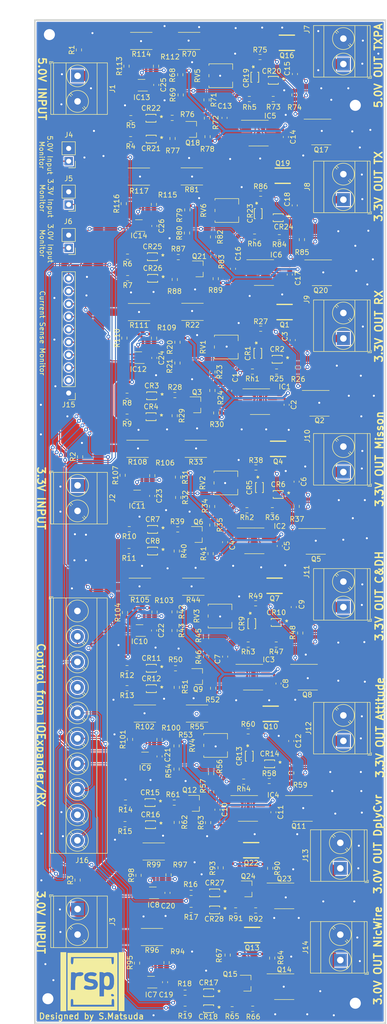
<source format=kicad_pcb>
(kicad_pcb (version 20171130) (host pcbnew "(5.1.8-0-10_14)")
  (title_block (title "rsp02_LoadSW_OCP_Circuit (w/Current Sense)") (date 2020-12-08) (rev v1.2) (comment 1 "Designed by Shougo Matsuda"))
  (layers (0 F.Cu signal) (31 B.Cu signal) (35 F.Paste user) (37 F.SilkS user) (38 B.Mask user) (39 F.Mask user) (44 Edge.Cuts user))
  (net 0 "")
  (net 1 "Net-(IC1-Pad3)")
  (net 2 GNDA)
  (net 3 "Net-(Q1-Pad4)")
  (net 4 "Net-(Q2-Pad4)")
  (net 5 "Net-(C1-Pad1)")
  (net 6 "Net-(C3-Pad2)")
  (net 7 "Net-(CR2-Pad2)")
  (net 8 "Net-(CR2-Pad1)")
  (net 9 "Net-(CR3-Pad1)")
  (net 10 "Net-(IC1-Pad5)")
  (net 11 /Power_Line_3_3V_RX)
  (net 12 Power_RX)
  (net 13 "Net-(C4-Pad1)")
  (net 14 /Power_Line_3_3V_M)
  (net 15 Power_Mission)
  (net 16 "Net-(C6-Pad2)")
  (net 17 "Net-(C7-Pad1)")
  (net 18 /Power_Line_3_3V_C)
  (net 19 "Net-(C9-Pad2)")
  (net 20 Power_C&DH)
  (net 21 "Net-(C10-Pad1)")
  (net 22 /Power_Line_3_3V_A)
  (net 23 "Net-(C12-Pad2)")
  (net 24 Power_Attitude)
  (net 25 "Net-(C13-Pad1)")
  (net 26 /Power_Line_5_0V_TXPA)
  (net 27 "Net-(C15-Pad2)")
  (net 28 Power_TX_PA)
  (net 29 "Net-(C16-Pad1)")
  (net 30 /Power_Line_3_3V_TX)
  (net 31 Power_TX)
  (net 32 "Net-(C18-Pad2)")
  (net 33 Power_IN_3_0V)
  (net 34 Power_IN_3_3V)
  (net 35 Power_IN_5_0V)
  (net 36 /LoadSW_OCP_RX/LSWE1)
  (net 37 /LoadSW_OCP_RX/LSWE2)
  (net 38 "Net-(CR6-Pad2)")
  (net 39 "Net-(CR6-Pad1)")
  (net 40 "Net-(CR7-Pad1)")
  (net 41 "/LoadSW_OCP_Mission OBC/LSWE1")
  (net 42 "/LoadSW_OCP_Mission OBC/LSWE2")
  (net 43 "Net-(CR10-Pad2)")
  (net 44 "Net-(CR10-Pad1)")
  (net 45 "/LoadSW_OCP_C&DH OBC/LSWE1")
  (net 46 "Net-(CR11-Pad1)")
  (net 47 "/LoadSW_OCP_C&DH OBC/LSWE2")
  (net 48 "Net-(CR14-Pad2)")
  (net 49 "Net-(CR14-Pad1)")
  (net 50 /LoadSW_OCP_Attitude/LSWE1)
  (net 51 "Net-(CR15-Pad1)")
  (net 52 /LoadSW_OCP_Attitude/LSWE2)
  (net 53 "Net-(CR17-Pad1)")
  (net 54 "/LoadSW_OCP_Nichrome Wire/LSWE1")
  (net 55 "/LoadSW_OCP_Nichrome Wire/LSWE2")
  (net 56 "Net-(CR20-Pad1)")
  (net 57 "Net-(CR20-Pad2)")
  (net 58 "/LoadSW_OCP_TX PA/LSWE1")
  (net 59 "Net-(CR21-Pad1)")
  (net 60 "/LoadSW_OCP_TX PA/LSWE2")
  (net 61 "Net-(CR24-Pad1)")
  (net 62 "Net-(CR24-Pad2)")
  (net 63 /LoadSW_OCP_TX/LSWE1)
  (net 64 "Net-(CR25-Pad1)")
  (net 65 /LoadSW_OCP_TX/LSWE2)
  (net 66 "Net-(CR27-Pad1)")
  (net 67 "/LoadSW_OCP_Deployment Cover/LSWE1")
  (net 68 "/LoadSW_OCP_Deployment Cover/LSWE2")
  (net 69 "Net-(IC1-Pad8)")
  (net 70 "Net-(IC1-Pad1)")
  (net 71 "Net-(IC2-Pad8)")
  (net 72 "Net-(IC2-Pad5)")
  (net 73 "Net-(IC2-Pad3)")
  (net 74 "Net-(IC2-Pad1)")
  (net 75 "Net-(IC3-Pad1)")
  (net 76 "Net-(IC3-Pad3)")
  (net 77 "Net-(IC3-Pad5)")
  (net 78 "Net-(IC3-Pad8)")
  (net 79 "Net-(IC4-Pad8)")
  (net 80 "Net-(IC4-Pad5)")
  (net 81 "Net-(IC4-Pad3)")
  (net 82 "Net-(IC4-Pad1)")
  (net 83 "Net-(IC5-Pad1)")
  (net 84 "Net-(IC5-Pad3)")
  (net 85 "Net-(IC5-Pad5)")
  (net 86 "Net-(IC5-Pad8)")
  (net 87 "Net-(IC6-Pad1)")
  (net 88 "Net-(IC6-Pad3)")
  (net 89 "Net-(IC6-Pad5)")
  (net 90 "Net-(IC6-Pad8)")
  (net 91 Imon_NicWire)
  (net 92 "Net-(IC7-Pad4)")
  (net 93 "Net-(IC7-Pad5)")
  (net 94 Imon_DplyCvr)
  (net 95 "Net-(IC8-Pad4)")
  (net 96 "Net-(IC8-Pad5)")
  (net 97 "Net-(IC9-Pad5)")
  (net 98 "Net-(IC9-Pad4)")
  (net 99 Imon_Attde)
  (net 100 Imon_CDH)
  (net 101 "Net-(IC10-Pad4)")
  (net 102 "Net-(IC10-Pad5)")
  (net 103 Imon_Mission)
  (net 104 "Net-(IC11-Pad4)")
  (net 105 "Net-(IC11-Pad5)")
  (net 106 "Net-(IC12-Pad5)")
  (net 107 "Net-(IC12-Pad4)")
  (net 108 Imon_TX)
  (net 109 "Net-(IC13-Pad5)")
  (net 110 "Net-(IC13-Pad4)")
  (net 111 Imon_TXPA)
  (net 112 "Net-(IC14-Pad5)")
  (net 113 "Net-(IC14-Pad4)")
  (net 114 Power_Mon_5_0V)
  (net 115 Power_Mon_3_3V)
  (net 116 Power_Mon_3_0V)
  (net 117 Power_DeploymentCover)
  (net 118 Power_NichromeWire)
  (net 119 "Net-(J15-Pad2)")
  (net 120 NWSWE_fromRX)
  (net 121 TXSWE_fromRX)
  (net 122 "Net-(J16-Pad4)")
  (net 123 NWSWE_fromIOE)
  (net 124 DCSWE_fromIOE)
  (net 125 ASWE_fromIOE)
  (net 126 MSWE_fromIOE)
  (net 127 TXSWE_fromIOE)
  (net 128 TPASWE_fromIOE)
  (net 129 "Net-(Q3-Pad1)")
  (net 130 "Net-(Q4-Pad4)")
  (net 131 "Net-(Q5-Pad4)")
  (net 132 "Net-(Q6-Pad1)")
  (net 133 "Net-(Q7-Pad4)")
  (net 134 "Net-(Q8-Pad4)")
  (net 135 "Net-(Q9-Pad1)")
  (net 136 "Net-(Q10-Pad4)")
  (net 137 "Net-(Q11-Pad4)")
  (net 138 "Net-(Q12-Pad1)")
  (net 139 /Power_Line_3_0V_NicWire)
  (net 140 "Net-(Q13-Pad4)")
  (net 141 "Net-(Q14-Pad4)")
  (net 142 "Net-(Q15-Pad1)")
  (net 143 "Net-(Q16-Pad4)")
  (net 144 "Net-(Q17-Pad4)")
  (net 145 "Net-(Q18-Pad1)")
  (net 146 "Net-(Q19-Pad4)")
  (net 147 "Net-(Q20-Pad4)")
  (net 148 "Net-(Q21-Pad1)")
  (net 149 /Power_Line_3_0V_DplyCvr)
  (net 150 "Net-(Q22-Pad4)")
  (net 151 "Net-(Q23-Pad4)")
  (net 152 "Net-(Q24-Pad1)")
  (net 153 "Net-(R23-Pad1)")
  (net 154 "Net-(R34-Pad1)")
  (net 155 "Net-(R45-Pad1)")
  (net 156 "Net-(R56-Pad1)")
  (net 157 "Net-(R71-Pad1)")
  (net 158 "Net-(R82-Pad1)")
  (net 159 "/LoadSW_OCP_TX PA/Power_Line")
  (net 160 /LoadSW_OCP_RX/Power_Line)
  (net 161 "/LoadSW_OCP_Mission OBC/Power_Line")
  (net 162 "/LoadSW_OCP_C&DH OBC/Power_Line")
  (net 163 /LoadSW_OCP_Attitude/Power_Line)
  (net 164 /LoadSW_OCP_TX/Power_Line)
  (net 165 Imon_RX)
  (net 166 "Net-(R5-Pad2)")
  (net 167 "Net-(R11-Pad2)")
  (net 168 "Net-(R15-Pad2)")
  (net 169 "Net-(R17-Pad2)")
  (module mypartsLib:rsp_logo_small (layer F.Cu) (at 71.5 221.7)
    (fp_text reference G*** hide)
    (fp_text value LOGO hide)
  )
  (module MountingHole:MountingHole_2.2mm_M2_ISO7380_Pad (layer F.Cu) (at 62.6 225.1)
    (fp_text reference REF4 hide)
    (fp_text value MountingHole_2.2mm_M2_ISO7380_Pad hide)
    (pad 1 thru_hole circle (at 0 0) (size 3.5 3.5) (drill 2.2) (layers *.Cu *.Mask) (net 2 GNDA))
  )
  (module MountingHole:MountingHole_2.2mm_M2_ISO7380_Pad (layer F.Cu) (at 124 226)
    (fp_text reference REF3 hide)
    (fp_text value MountingHole_2.2mm_M2_ISO7380_Pad hide)
    (pad 1 thru_hole circle (at 0 0) (size 3.5 3.5) (drill 2.2) (layers *.Cu *.Mask) (net 2 GNDA))
  )
  (module MountingHole:MountingHole_2.2mm_M2_ISO7380_Pad (layer F.Cu) (at 124 47)
    (fp_text reference REF2 hide)
    (fp_text value MountingHole_2.2mm_M2_ISO7380_Pad hide)
    (pad 1 thru_hole circle (at 0 0) (size 3.5 3.5) (drill 2.2) (layers *.Cu *.Mask) (net 2 GNDA))
  )
  (module MountingHole:MountingHole_2.2mm_M2_ISO7380_Pad (layer F.Cu) (at 62.9 32.9)
    (fp_text reference REF1 hide)
    (fp_text value MountingHole_2.2mm_M2_ISO7380_Pad hide)
    (pad 1 thru_hole circle (at 0 0) (size 3.5 3.5) (drill 2.2) (layers *.Cu *.Mask) (net 2 GNDA))
  )
  (module Connector_PinHeader_2.54mm:PinHeader_1x10_P2.54mm_Vertical (layer F.Cu) (at 66.75 104.358 180)
    (fp_text reference J15 (at 0 -2.33) (layer F.SilkS))
    (fp_text value Conn_01x10)
    (pad 10 thru_hole oval (at 0 22.86 180) (size 1.7 1.7) (drill 1) (layers *.Cu *.Mask) (net 111 Imon_TXPA))
    (pad 9 thru_hole oval (at 0 20.32 180) (size 1.7 1.7) (drill 1) (layers *.Cu *.Mask) (net 108 Imon_TX))
    (pad 8 thru_hole oval (at 0 17.78 180) (size 1.7 1.7) (drill 1) (layers *.Cu *.Mask) (net 165 Imon_RX))
    (pad 7 thru_hole oval (at 0 15.24 180) (size 1.7 1.7) (drill 1) (layers *.Cu *.Mask) (net 103 Imon_Mission))
    (pad 6 thru_hole oval (at 0 12.7 180) (size 1.7 1.7) (drill 1) (layers *.Cu *.Mask) (net 100 Imon_CDH))
    (pad 5 thru_hole oval (at 0 10.16 180) (size 1.7 1.7) (drill 1) (layers *.Cu *.Mask) (net 99 Imon_Attde))
    (pad 4 thru_hole oval (at 0 7.62 180) (size 1.7 1.7) (drill 1) (layers *.Cu *.Mask) (net 94 Imon_DplyCvr))
    (pad 3 thru_hole oval (at 0 5.08 180) (size 1.7 1.7) (drill 1) (layers *.Cu *.Mask) (net 91 Imon_NicWire))
    (pad 2 thru_hole oval (at 0 2.54 180) (size 1.7 1.7) (drill 1) (layers *.Cu *.Mask) (net 119 "Net-(J15-Pad2)"))
    (pad 1 thru_hole rect (at 0 0 180) (size 1.7 1.7) (drill 1) (layers *.Cu *.Mask) (net 2 GNDA))
  )
  (module mypartsLib:POWERPAK-1212-8 (layer F.Cu) (at 107.1 168.3)
    (fp_text reference Q10 (at 0 2.54) (layer F.SilkS))
    (fp_text value SISS23DN-T1-GE3 hide)
    (pad 9 smd rect (at 0.5575 0) (size 1.725 2.235) (layers F.Cu F.Paste F.Mask))
    (pad 8 smd rect (at 1.435 -0.99 90) (size 0.405 0.99) (layers F.Cu F.Paste F.Mask) (net 24 Power_Attitude))
    (pad 7 smd rect (at 1.435 -0.33 90) (size 0.405 0.99) (layers F.Cu F.Paste F.Mask) (net 24 Power_Attitude))
    (pad 6 smd rect (at 1.435 0.33 90) (size 0.405 0.99) (layers F.Cu F.Paste F.Mask) (net 24 Power_Attitude))
    (pad 5 smd rect (at 1.435 0.99 90) (size 0.405 0.99) (layers F.Cu F.Paste F.Mask) (net 24 Power_Attitude))
    (pad 4 smd rect (at -1.435 0.99 90) (size 0.405 0.99) (layers F.Cu F.Paste F.Mask) (net 136 "Net-(Q10-Pad4)"))
    (pad 3 smd rect (at -1.435 0.33 90) (size 0.405 0.99) (layers F.Cu F.Paste F.Mask) (net 163 /LoadSW_OCP_Attitude/Power_Line))
    (pad 2 smd rect (at -1.435 -0.33 90) (size 0.405 0.99) (layers F.Cu F.Paste F.Mask) (net 163 /LoadSW_OCP_Attitude/Power_Line))
    (pad 1 smd rect (at -1.435 -0.99 90) (size 0.405 0.99) (layers F.Cu F.Paste F.Mask) (net 163 /LoadSW_OCP_Attitude/Power_Line))
  )
  (module Connector_PinHeader_2.54mm:PinHeader_1x02_P2.54mm_Vertical (layer F.Cu) (at 66.75 75.415332 180)
    (fp_text reference J6 (at 0.1 5.265332) (layer F.SilkS))
    (fp_text value Conn_01x02)
    (pad 2 thru_hole oval (at 0 2.54 180) (size 1.7 1.7) (drill 1) (layers *.Cu *.Mask) (net 2 GNDA))
    (pad 1 thru_hole rect (at 0 0 180) (size 1.7 1.7) (drill 1) (layers *.Cu *.Mask) (net 116 Power_Mon_3_0V))
  )
  (module Connector_PinHeader_2.54mm:PinHeader_1x02_P2.54mm_Vertical (layer F.Cu) (at 66.75 66.772666 180)
    (fp_text reference J5 (at 0 5.172666) (layer F.SilkS))
    (fp_text value Conn_01x02)
    (pad 2 thru_hole oval (at 0 2.54 180) (size 1.7 1.7) (drill 1) (layers *.Cu *.Mask) (net 2 GNDA))
    (pad 1 thru_hole rect (at 0 0 180) (size 1.7 1.7) (drill 1) (layers *.Cu *.Mask) (net 115 Power_Mon_3_3V))
  )
  (module Connector_PinHeader_2.54mm:PinHeader_1x02_P2.54mm_Vertical (layer F.Cu) (at 66.75 58.13 180)
    (fp_text reference J4 (at -0.025 5.23) (layer F.SilkS))
    (fp_text value Conn_01x02)
    (pad 2 thru_hole oval (at 0 2.54 180) (size 1.7 1.7) (drill 1) (layers *.Cu *.Mask) (net 2 GNDA))
    (pad 1 thru_hole rect (at 0 0 180) (size 1.7 1.7) (drill 1) (layers *.Cu *.Mask) (net 114 Power_Mon_5_0V))
  )
  (module Potentiometer_SMD:Potentiometer_Bourns_3314G_Vertical (layer F.Cu) (at 98.15 122.275 90)
    (fp_text reference RV2 (at 0 -4.65 90) (layer F.SilkS))
    (fp_text value 200k)
    (pad 3 smd rect (at -1.15 -2.75 90) (size 1.3 1.3) (layers F.Cu F.Paste F.Mask) (net 154 "Net-(R34-Pad1)"))
    (pad 2 smd rect (at 0 2.75 90) (size 2 1.3) (layers F.Cu F.Paste F.Mask) (net 161 "/LoadSW_OCP_Mission OBC/Power_Line"))
    (pad 1 smd rect (at 1.15 -2.75 90) (size 1.3 1.3) (layers F.Cu F.Paste F.Mask) (net 161 "/LoadSW_OCP_Mission OBC/Power_Line"))
  )
  (module Potentiometer_SMD:Potentiometer_Bourns_3314G_Vertical (layer F.Cu) (at 98.23 95.182 90)
    (fp_text reference RV1 (at 0 -4.65 90) (layer F.SilkS))
    (fp_text value 200k)
    (pad 3 smd rect (at -1.15 -2.75 90) (size 1.3 1.3) (layers F.Cu F.Paste F.Mask) (net 153 "Net-(R23-Pad1)"))
    (pad 2 smd rect (at 0 2.75 90) (size 2 1.3) (layers F.Cu F.Paste F.Mask) (net 160 /LoadSW_OCP_RX/Power_Line))
    (pad 1 smd rect (at 1.15 -2.75 90) (size 1.3 1.3) (layers F.Cu F.Paste F.Mask) (net 160 /LoadSW_OCP_RX/Power_Line))
  )
  (module Resistor_SMD:R_0603_1608Metric (layer F.Cu) (at 103.45 100.075 180)
    (fp_text reference Rh1 (at 0 -1.43) (layer F.SilkS))
    (fp_text value 100k)
    (pad 2 smd roundrect (at 0.825 0 180) (size 0.8 0.95) (layers F.Cu F.Paste F.Mask) (net 1 "Net-(IC1-Pad3)"))
    (pad 1 smd roundrect (at -0.825 0 180) (size 0.8 0.95) (layers F.Cu F.Paste F.Mask) (net 7 "Net-(CR2-Pad2)"))
  )
  (module Resistor_SMD:R_0603_1608Metric (layer F.Cu) (at 78.41 104.902 180)
    (fp_text reference R8 (at 0 -1.43) (layer F.SilkS))
    (fp_text value 0)
    (pad 2 smd roundrect (at 0.825 0 180) (size 0.8 0.95) (layers F.Cu F.Paste F.Mask) (net 11 /Power_Line_3_3V_RX))
    (pad 1 smd roundrect (at -0.825 0 180) (size 0.8 0.95) (layers F.Cu F.Paste F.Mask) (net 36 /LoadSW_OCP_RX/LSWE1))
  )
  (module Resistor_SMD:R_0603_1608Metric (layer F.Cu) (at 78.525 81.45 180)
    (fp_text reference R7 (at 0 -1.43) (layer F.SilkS))
    (fp_text value 0)
    (pad 2 smd roundrect (at 0.825 0 180) (size 0.8 0.95) (layers F.Cu F.Paste F.Mask) (net 121 TXSWE_fromRX))
    (pad 1 smd roundrect (at -0.825 0 180) (size 0.8 0.95) (layers F.Cu F.Paste F.Mask) (net 65 /LoadSW_OCP_TX/LSWE2))
  )
  (module Resistor_SMD:R_0603_1608Metric (layer F.Cu) (at 78.5 77.175 180)
    (fp_text reference R6 (at 0 -1.43) (layer F.SilkS))
    (fp_text value 0)
    (pad 2 smd roundrect (at 0.825 0 180) (size 0.8 0.95) (layers F.Cu F.Paste F.Mask) (net 127 TXSWE_fromIOE))
    (pad 1 smd roundrect (at -0.825 0 180) (size 0.8 0.95) (layers F.Cu F.Paste F.Mask) (net 63 /LoadSW_OCP_TX/LSWE1))
  )
  (module Resistor_SMD:R_0603_1608Metric (layer F.Cu) (at 79.17 49.562 180)
    (fp_text reference R5 (at 0 -1.43) (layer F.SilkS))
    (fp_text value 0)
    (pad 2 smd roundrect (at 0.825 0 180) (size 0.8 0.95) (layers F.Cu F.Paste F.Mask) (net 166 "Net-(R5-Pad2)"))
    (pad 1 smd roundrect (at -0.825 0 180) (size 0.8 0.95) (layers F.Cu F.Paste F.Mask) (net 60 "/LoadSW_OCP_TX PA/LSWE2"))
  )
  (module Resistor_SMD:R_0603_1608Metric (layer F.Cu) (at 79.13 53.752 180)
    (fp_text reference R4 (at 0 -1.43) (layer F.SilkS))
    (fp_text value 0)
    (pad 2 smd roundrect (at 0.825 0 180) (size 0.8 0.95) (layers F.Cu F.Paste F.Mask) (net 128 TPASWE_fromIOE))
    (pad 1 smd roundrect (at -0.825 0 180) (size 0.8 0.95) (layers F.Cu F.Paste F.Mask) (net 58 "/LoadSW_OCP_TX PA/LSWE1"))
  )
  (module Resistor_SMD:R_0603_1608Metric (layer F.Cu) (at 68.528 201.449 90)
    (fp_text reference R3 (at 0 -1.43 90) (layer F.SilkS))
    (fp_text value 0)
    (pad 2 smd roundrect (at 0.825 0 90) (size 0.8 0.95) (layers F.Cu F.Paste F.Mask) (net 116 Power_Mon_3_0V))
    (pad 1 smd roundrect (at -0.825 0 90) (size 0.8 0.95) (layers F.Cu F.Paste F.Mask) (net 33 Power_IN_3_0V))
  )
  (module Resistor_SMD:R_0603_1608Metric (layer F.Cu) (at 69.036 117.058 90)
    (fp_text reference R2 (at 0 -1.43 90) (layer F.SilkS))
    (fp_text value 0)
    (pad 2 smd roundrect (at 0.825 0 90) (size 0.8 0.95) (layers F.Cu F.Paste F.Mask) (net 115 Power_Mon_3_3V))
    (pad 1 smd roundrect (at -0.825 0 90) (size 0.8 0.95) (layers F.Cu F.Paste F.Mask) (net 34 Power_IN_3_3V))
  )
  (module Resistor_SMD:R_0603_1608Metric (layer F.Cu) (at 68.8 35.952 90)
    (fp_text reference R1 (at 0 -1.43 90) (layer F.SilkS))
    (fp_text value 0)
    (pad 2 smd roundrect (at 0.825 0 90) (size 0.8 0.95) (layers F.Cu F.Paste F.Mask) (net 114 Power_Mon_5_0V))
    (pad 1 smd roundrect (at -0.825 0 90) (size 0.8 0.95) (layers F.Cu F.Paste F.Mask) (net 35 Power_IN_5_0V))
  )
  (module Package_TO_SOT_SMD:SOT-23 (layer F.Cu) (at 92.375 106.7)
    (fp_text reference Q3 (at 0 -2.5) (layer F.SilkS))
    (fp_text value BC848B)
    (pad 3 smd rect (at 1 0) (size 0.9 0.8) (layers F.Cu F.Paste F.Mask) (net 4 "Net-(Q2-Pad4)"))
    (pad 2 smd rect (at -1 0.95) (size 0.9 0.8) (layers F.Cu F.Paste F.Mask) (net 2 GNDA))
    (pad 1 smd rect (at -1 -0.95) (size 0.9 0.8) (layers F.Cu F.Paste F.Mask) (net 129 "Net-(Q3-Pad1)"))
  )
  (module Package_SO:SOIC-8_3.9x4.9mm_P1.27mm (layer F.Cu) (at 116.84 106.402)
    (fp_text reference Q2 (at 0.01 3.423) (layer F.SilkS))
    (fp_text value IRF7404)
    (pad 8 smd roundrect (at 2.475 -1.905) (size 1.95 0.6) (layers F.Cu F.Paste F.Mask) (net 8 "Net-(CR2-Pad1)"))
    (pad 7 smd roundrect (at 2.475 -0.635) (size 1.95 0.6) (layers F.Cu F.Paste F.Mask) (net 8 "Net-(CR2-Pad1)"))
    (pad 6 smd roundrect (at 2.475 0.635) (size 1.95 0.6) (layers F.Cu F.Paste F.Mask) (net 8 "Net-(CR2-Pad1)"))
    (pad 5 smd roundrect (at 2.475 1.905) (size 1.95 0.6) (layers F.Cu F.Paste F.Mask) (net 8 "Net-(CR2-Pad1)"))
    (pad 4 smd roundrect (at -2.475 1.905) (size 1.95 0.6) (layers F.Cu F.Paste F.Mask) (net 4 "Net-(Q2-Pad4)"))
    (pad 3 smd roundrect (at -2.475 0.635) (size 1.95 0.6) (layers F.Cu F.Paste F.Mask) (net 3 "Net-(Q1-Pad4)"))
    (pad 2 smd roundrect (at -2.475 -0.635) (size 1.95 0.6) (layers F.Cu F.Paste F.Mask) (net 3 "Net-(Q1-Pad4)"))
    (pad 1 smd roundrect (at -2.475 -1.905) (size 1.95 0.6) (layers F.Cu F.Paste F.Mask) (net 3 "Net-(Q1-Pad4)"))
  )
  (module mypartsLib:POWERPAK-1212-8 (layer F.Cu) (at 109.87 88.212)
    (fp_text reference Q1 (at 0 2.54) (layer F.SilkS))
    (fp_text value SISS23DN-T1-GE3 hide)
    (pad 9 smd rect (at 0.5575 0) (size 1.725 2.235) (layers F.Cu F.Paste F.Mask))
    (pad 8 smd rect (at 1.435 -0.99 90) (size 0.405 0.99) (layers F.Cu F.Paste F.Mask) (net 12 Power_RX))
    (pad 7 smd rect (at 1.435 -0.33 90) (size 0.405 0.99) (layers F.Cu F.Paste F.Mask) (net 12 Power_RX))
    (pad 6 smd rect (at 1.435 0.33 90) (size 0.405 0.99) (layers F.Cu F.Paste F.Mask) (net 12 Power_RX))
    (pad 5 smd rect (at 1.435 0.99 90) (size 0.405 0.99) (layers F.Cu F.Paste F.Mask) (net 12 Power_RX))
    (pad 4 smd rect (at -1.435 0.99 90) (size 0.405 0.99) (layers F.Cu F.Paste F.Mask) (net 3 "Net-(Q1-Pad4)"))
    (pad 3 smd rect (at -1.435 0.33 90) (size 0.405 0.99) (layers F.Cu F.Paste F.Mask) (net 160 /LoadSW_OCP_RX/Power_Line))
    (pad 2 smd rect (at -1.435 -0.33 90) (size 0.405 0.99) (layers F.Cu F.Paste F.Mask) (net 160 /LoadSW_OCP_RX/Power_Line))
    (pad 1 smd rect (at -1.435 -0.99 90) (size 0.405 0.99) (layers F.Cu F.Paste F.Mask) (net 160 /LoadSW_OCP_RX/Power_Line))
  )
  (module mypartsLib:1SS352_H3FT (layer F.Cu) (at 83.2 109.075 180)
    (fp_text reference CR4 (at 0 2) (layer F.SilkS))
    (fp_text value 1SS352_H3FT hide)
    (fp_text user * (at -2.080999 0) (layer F.SilkS))
    (fp_text user * (at -2.080999 0) (layer F.SilkS))
    (pad 2 smd rect (at 1.15 0 180) (size 1.099999 0.46) (layers F.Cu F.Paste F.Mask) (net 37 /LoadSW_OCP_RX/LSWE2))
    (pad 1 smd rect (at -1.15 0 180) (size 1.099999 0.46) (layers F.Cu F.Paste F.Mask) (net 9 "Net-(CR3-Pad1)"))
  )
  (module mypartsLib:1SS352_H3FT (layer F.Cu) (at 83.33 104.902 180)
    (fp_text reference CR3 (at 0 2) (layer F.SilkS))
    (fp_text value 1SS352_H3FT hide)
    (fp_text user * (at -2.080999 0) (layer F.SilkS))
    (fp_text user * (at -2.080999 0) (layer F.SilkS))
    (pad 2 smd rect (at 1.15 0 180) (size 1.099999 0.46) (layers F.Cu F.Paste F.Mask) (net 36 /LoadSW_OCP_RX/LSWE1))
    (pad 1 smd rect (at -1.15 0 180) (size 1.099999 0.46) (layers F.Cu F.Paste F.Mask) (net 9 "Net-(CR3-Pad1)"))
  )
  (module mypartsLib:1SS352_H3FT (layer F.Cu) (at 108.39 97.622 180)
    (fp_text reference CR2 (at 0 2) (layer F.SilkS))
    (fp_text value 1SS352_H3FT hide)
    (fp_text user * (at -2.080999 0) (layer F.SilkS))
    (fp_text user * (at -2.080999 0) (layer F.SilkS))
    (pad 2 smd rect (at 1.15 0 180) (size 1.099999 0.46) (layers F.Cu F.Paste F.Mask) (net 7 "Net-(CR2-Pad2)"))
    (pad 1 smd rect (at -1.15 0 180) (size 1.099999 0.46) (layers F.Cu F.Paste F.Mask) (net 8 "Net-(CR2-Pad1)"))
  )
  (module mypartsLib:1SS352_H3FT (layer F.Cu) (at 104.53 96.442 270)
    (fp_text reference CR1 (at 0 2 90) (layer F.SilkS))
    (fp_text value 1SS352_H3FT hide)
    (fp_text user * (at -2.080999 0 90) (layer F.SilkS))
    (fp_text user * (at -2.080999 0 90) (layer F.SilkS))
    (pad 2 smd rect (at 1.15 0 270) (size 1.099999 0.46) (layers F.Cu F.Paste F.Mask) (net 5 "Net-(C1-Pad1)"))
    (pad 1 smd rect (at -1.15 0 270) (size 1.099999 0.46) (layers F.Cu F.Paste F.Mask) (net 160 /LoadSW_OCP_RX/Power_Line))
  )
  (module Capacitor_SMD:C_0603_1608Metric (layer F.Cu) (at 111.5 93.8 270)
    (fp_text reference C3 (at -0.725 1.55 90) (layer F.SilkS))
    (fp_text value 0.1u)
    (pad 2 smd roundrect (at 0.775 0 270) (size 0.9 0.95) (layers F.Cu F.Paste F.Mask) (net 6 "Net-(C3-Pad2)"))
    (pad 1 smd roundrect (at -0.775 0 270) (size 0.9 0.95) (layers F.Cu F.Paste F.Mask) (net 12 Power_RX))
  )
  (module Capacitor_SMD:C_0603_1608Metric (layer F.Cu) (at 110.28 106.702 270)
    (fp_text reference C2 (at 0 -1.43 90) (layer F.SilkS))
    (fp_text value 0.1u)
    (pad 2 smd roundrect (at 0.775 0 270) (size 0.9 0.95) (layers F.Cu F.Paste F.Mask) (net 2 GNDA))
    (pad 1 smd roundrect (at -0.775 0 270) (size 0.9 0.95) (layers F.Cu F.Paste F.Mask) (net 11 /Power_Line_3_3V_RX))
  )
  (module Capacitor_SMD:C_0603_1608Metric (layer F.Cu) (at 98.8 103.9 270)
    (fp_text reference C1 (at -2.625 -1.225 90) (layer F.SilkS))
    (fp_text value 0.1u)
    (pad 2 smd roundrect (at 0.775 0 270) (size 0.9 0.95) (layers F.Cu F.Paste F.Mask) (net 2 GNDA))
    (pad 1 smd roundrect (at -0.775 0 270) (size 0.9 0.95) (layers F.Cu F.Paste F.Mask) (net 5 "Net-(C1-Pad1)"))
  )
  (module Capacitor_SMD:C_0603_1608Metric (layer F.Cu) (at 97.992 134.076 270)
    (fp_text reference C4 (at 0.625 -1.455 90) (layer F.SilkS))
    (fp_text value 0.1u)
    (pad 1 smd roundrect (at -0.775 0 270) (size 0.9 0.95) (layers F.Cu F.Paste F.Mask) (net 13 "Net-(C4-Pad1)"))
    (pad 2 smd roundrect (at 0.775 0 270) (size 0.9 0.95) (layers F.Cu F.Paste F.Mask) (net 2 GNDA))
  )
  (module Capacitor_SMD:C_0603_1608Metric (layer F.Cu) (at 108.914 134.838 270)
    (fp_text reference C5 (at 0 -1.43 90) (layer F.SilkS))
    (fp_text value 0.1u)
    (pad 2 smd roundrect (at 0.775 0 270) (size 0.9 0.95) (layers F.Cu F.Paste F.Mask) (net 2 GNDA))
    (pad 1 smd roundrect (at -0.775 0 270) (size 0.9 0.95) (layers F.Cu F.Paste F.Mask) (net 14 /Power_Line_3_3V_M))
  )
  (module Capacitor_SMD:C_0603_1608Metric (layer F.Cu) (at 112.275 122.025 270)
    (fp_text reference C6 (at 0 -1.43 90) (layer F.SilkS))
    (fp_text value 0.1u)
    (pad 1 smd roundrect (at -0.775 0 270) (size 0.9 0.95) (layers F.Cu F.Paste F.Mask) (net 15 Power_Mission))
    (pad 2 smd roundrect (at 0.775 0 270) (size 0.9 0.95) (layers F.Cu F.Paste F.Mask) (net 16 "Net-(C6-Pad2)"))
  )
  (module Capacitor_SMD:C_0603_1608Metric (layer F.Cu) (at 98 156.9 270)
    (fp_text reference C7 (at 0.5 1.5 90) (layer F.SilkS))
    (fp_text value 0.1u)
    (pad 2 smd roundrect (at 0.775 0 270) (size 0.9 0.95) (layers F.Cu F.Paste F.Mask) (net 2 GNDA))
    (pad 1 smd roundrect (at -0.775 0 270) (size 0.9 0.95) (layers F.Cu F.Paste F.Mask) (net 17 "Net-(C7-Pad1)"))
  )
  (module Capacitor_SMD:C_0603_1608Metric (layer F.Cu) (at 108.66 162.27 270)
    (fp_text reference C8 (at 0 -1.43 90) (layer F.SilkS))
    (fp_text value 0.1u)
    (pad 1 smd roundrect (at -0.775 0 270) (size 0.9 0.95) (layers F.Cu F.Paste F.Mask) (net 18 /Power_Line_3_3V_C))
    (pad 2 smd roundrect (at 0.775 0 270) (size 0.9 0.95) (layers F.Cu F.Paste F.Mask) (net 2 GNDA))
  )
  (module Capacitor_SMD:C_0603_1608Metric (layer F.Cu) (at 111.708 147.03 270)
    (fp_text reference C9 (at -0.53 -1.592 90) (layer F.SilkS))
    (fp_text value 0.1u)
    (pad 2 smd roundrect (at 0.775 0 270) (size 0.9 0.95) (layers F.Cu F.Paste F.Mask) (net 19 "Net-(C9-Pad2)"))
    (pad 1 smd roundrect (at -0.775 0 270) (size 0.9 0.95) (layers F.Cu F.Paste F.Mask) (net 20 Power_C&DH))
  )
  (module Capacitor_SMD:C_0603_1608Metric (layer F.Cu) (at 96.468 187.416 270)
    (fp_text reference C10 (at 0 -1.43 90) (layer F.SilkS))
    (fp_text value 0.1u)
    (pad 1 smd roundrect (at -0.775 0 270) (size 0.9 0.95) (layers F.Cu F.Paste F.Mask) (net 21 "Net-(C10-Pad1)"))
    (pad 2 smd roundrect (at 0.775 0 270) (size 0.9 0.95) (layers F.Cu F.Paste F.Mask) (net 2 GNDA))
  )
  (module Capacitor_SMD:C_0603_1608Metric (layer F.Cu) (at 107.644 187.924 270)
    (fp_text reference C11 (at 0 -1.43 90) (layer F.SilkS))
    (fp_text value 0.1u)
    (pad 1 smd roundrect (at -0.775 0 270) (size 0.9 0.95) (layers F.Cu F.Paste F.Mask) (net 22 /Power_Line_3_3V_A))
    (pad 2 smd roundrect (at 0.775 0 270) (size 0.9 0.95) (layers F.Cu F.Paste F.Mask) (net 2 GNDA))
  )
  (module Capacitor_SMD:C_0603_1608Metric (layer F.Cu) (at 111.2 173.725 270)
    (fp_text reference C12 (at 0 -1.43 90) (layer F.SilkS))
    (fp_text value 0.1u)
    (pad 2 smd roundrect (at 0.775 0 270) (size 0.9 0.95) (layers F.Cu F.Paste F.Mask) (net 23 "Net-(C12-Pad2)"))
    (pad 1 smd roundrect (at -0.775 0 270) (size 0.9 0.95) (layers F.Cu F.Paste F.Mask) (net 24 Power_Attitude))
  )
  (module Capacitor_SMD:C_0603_1608Metric (layer F.Cu) (at 97.88 49.502 270)
    (fp_text reference C13 (at -2.36 -0.04 180) (layer F.SilkS))
    (fp_text value 0.1u)
    (pad 2 smd roundrect (at 0.775 0 270) (size 0.9 0.95) (layers F.Cu F.Paste F.Mask) (net 2 GNDA))
    (pad 1 smd roundrect (at -0.775 0 270) (size 0.9 0.95) (layers F.Cu F.Paste F.Mask) (net 25 "Net-(C13-Pad1)"))
  )
  (module Capacitor_SMD:C_0603_1608Metric (layer F.Cu) (at 110.13 53.312 270)
    (fp_text reference C14 (at 0 -1.43 90) (layer F.SilkS))
    (fp_text value 0.1u)
    (pad 1 smd roundrect (at -0.775 0 270) (size 0.9 0.95) (layers F.Cu F.Paste F.Mask) (net 26 /Power_Line_5_0V_TXPA))
    (pad 2 smd roundrect (at 0.775 0 270) (size 0.9 0.95) (layers F.Cu F.Paste F.Mask) (net 2 GNDA))
  )
  (module Capacitor_SMD:C_0603_1608Metric (layer F.Cu) (at 111.94 40.762 270)
    (fp_text reference C15 (at -1.09 1.54 90) (layer F.SilkS))
    (fp_text value 0.1u)
    (pad 2 smd roundrect (at 0.775 0 270) (size 0.9 0.95) (layers F.Cu F.Paste F.Mask) (net 27 "Net-(C15-Pad2)"))
    (pad 1 smd roundrect (at -0.775 0 270) (size 0.9 0.95) (layers F.Cu F.Paste F.Mask) (net 28 Power_TX_PA))
  )
  (module Capacitor_SMD:C_0603_1608Metric (layer F.Cu) (at 99.57 79.582 270)
    (fp_text reference C16 (at -3.007 -1.03 90) (layer F.SilkS))
    (fp_text value 0.1u)
    (pad 2 smd roundrect (at 0.775 0 270) (size 0.9 0.95) (layers F.Cu F.Paste F.Mask) (net 2 GNDA))
    (pad 1 smd roundrect (at -0.775 0 270) (size 0.9 0.95) (layers F.Cu F.Paste F.Mask) (net 29 "Net-(C16-Pad1)"))
  )
  (module Capacitor_SMD:C_0603_1608Metric (layer F.Cu) (at 110.91 80.732 270)
    (fp_text reference C17 (at 0.768 -1.615 90) (layer F.SilkS))
    (fp_text value 0.1u)
    (pad 1 smd roundrect (at -0.775 0 270) (size 0.9 0.95) (layers F.Cu F.Paste F.Mask) (net 30 /Power_Line_3_3V_TX))
    (pad 2 smd roundrect (at 0.775 0 270) (size 0.9 0.95) (layers F.Cu F.Paste F.Mask) (net 2 GNDA))
  )
  (module Capacitor_SMD:C_0603_1608Metric (layer F.Cu) (at 111.9 66.952 270)
    (fp_text reference C18 (at -1.202 1.5 90) (layer F.SilkS))
    (fp_text value 0.1u)
    (pad 1 smd roundrect (at -0.775 0 270) (size 0.9 0.95) (layers F.Cu F.Paste F.Mask) (net 31 Power_TX))
    (pad 2 smd roundrect (at 0.775 0 270) (size 0.9 0.95) (layers F.Cu F.Paste F.Mask) (net 32 "Net-(C18-Pad2)"))
  )
  (module Capacitor_SMD:C_0603_1608Metric (layer F.Cu) (at 86 221.8 270)
    (fp_text reference C19 (at 2.5 -0.2 180) (layer F.SilkS))
    (fp_text value 0.1u)
    (pad 1 smd roundrect (at -0.775 0 270) (size 0.9 0.95) (layers F.Cu F.Paste F.Mask) (net 33 Power_IN_3_0V))
    (pad 2 smd roundrect (at 0.775 0 270) (size 0.9 0.95) (layers F.Cu F.Paste F.Mask) (net 2 GNDA))
  )
  (module Capacitor_SMD:C_0603_1608Metric (layer F.Cu) (at 86.484 203.992 270)
    (fp_text reference C20 (at 2.608 -0.116 180) (layer F.SilkS))
    (fp_text value 0.1u)
    (pad 2 smd roundrect (at 0.775 0 270) (size 0.9 0.95) (layers F.Cu F.Paste F.Mask) (net 2 GNDA))
    (pad 1 smd roundrect (at -0.775 0 270) (size 0.9 0.95) (layers F.Cu F.Paste F.Mask) (net 33 Power_IN_3_0V))
  )
  (module Capacitor_SMD:C_0603_1608Metric (layer F.Cu) (at 84.9 176.8 270)
    (fp_text reference C21 (at -0.3 -1.6 90) (layer F.SilkS))
    (fp_text value 0.1u)
    (pad 1 smd roundrect (at -0.775 0 270) (size 0.9 0.95) (layers F.Cu F.Paste F.Mask) (net 34 Power_IN_3_3V))
    (pad 2 smd roundrect (at 0.775 0 270) (size 0.9 0.95) (layers F.Cu F.Paste F.Mask) (net 2 GNDA))
  )
  (module Capacitor_SMD:C_0603_1608Metric (layer F.Cu) (at 83.8 151.7 270)
    (fp_text reference C22 (at 0 -1.43 90) (layer F.SilkS))
    (fp_text value 0.1u)
    (pad 2 smd roundrect (at 0.775 0 270) (size 0.9 0.95) (layers F.Cu F.Paste F.Mask) (net 2 GNDA))
    (pad 1 smd roundrect (at -0.775 0 270) (size 0.9 0.95) (layers F.Cu F.Paste F.Mask) (net 34 Power_IN_3_3V))
  )
  (module Capacitor_SMD:C_0603_1608Metric (layer F.Cu) (at 83.418 124.87 270)
    (fp_text reference C23 (at 0 -1.43 90) (layer F.SilkS))
    (fp_text value 0.1u)
    (pad 1 smd roundrect (at -0.775 0 270) (size 0.9 0.95) (layers F.Cu F.Paste F.Mask) (net 34 Power_IN_3_3V))
    (pad 2 smd roundrect (at 0.775 0 270) (size 0.9 0.95) (layers F.Cu F.Paste F.Mask) (net 2 GNDA))
  )
  (module Capacitor_SMD:C_0603_1608Metric (layer F.Cu) (at 83.85 97.35 270)
    (fp_text reference C24 (at 0 -1.43 90) (layer F.SilkS))
    (fp_text value 0.1u)
    (pad 2 smd roundrect (at 0.775 0 270) (size 0.9 0.95) (layers F.Cu F.Paste F.Mask) (net 2 GNDA))
    (pad 1 smd roundrect (at -0.775 0 270) (size 0.9 0.95) (layers F.Cu F.Paste F.Mask) (net 34 Power_IN_3_3V))
  )
  (module Capacitor_SMD:C_0603_1608Metric (layer F.Cu) (at 84.24 42.932 270)
    (fp_text reference C25 (at 0 -1.43 90) (layer F.SilkS))
    (fp_text value 0.1u)
    (pad 1 smd roundrect (at -0.775 0 270) (size 0.9 0.95) (layers F.Cu F.Paste F.Mask) (net 35 Power_IN_5_0V))
    (pad 2 smd roundrect (at 0.775 0 270) (size 0.9 0.95) (layers F.Cu F.Paste F.Mask) (net 2 GNDA))
  )
  (module Capacitor_SMD:C_0603_1608Metric (layer F.Cu) (at 83.86 71.052 270)
    (fp_text reference C26 (at 0 -1.43 90) (layer F.SilkS))
    (fp_text value 0.1u)
    (pad 2 smd roundrect (at 0.775 0 270) (size 0.9 0.95) (layers F.Cu F.Paste F.Mask) (net 2 GNDA))
    (pad 1 smd roundrect (at -0.775 0 270) (size 0.9 0.95) (layers F.Cu F.Paste F.Mask) (net 34 Power_IN_3_3V))
  )
  (module mypartsLib:1SS352_H3FT (layer F.Cu) (at 104.85 123.2 270)
    (fp_text reference CR5 (at 0 2 90) (layer F.SilkS))
    (fp_text value 1SS352_H3FT hide)
    (fp_text user * (at -2.080999 0 90) (layer F.SilkS))
    (fp_text user * (at -2.080999 0 90) (layer F.SilkS))
    (pad 1 smd rect (at -1.15 0 270) (size 1.099999 0.46) (layers F.Cu F.Paste F.Mask) (net 161 "/LoadSW_OCP_Mission OBC/Power_Line"))
    (pad 2 smd rect (at 1.15 0 270) (size 1.099999 0.46) (layers F.Cu F.Paste F.Mask) (net 13 "Net-(C4-Pad1)"))
  )
  (module mypartsLib:1SS352_H3FT (layer F.Cu) (at 108.6 124.575 180)
    (fp_text reference CR6 (at 0 2) (layer F.SilkS))
    (fp_text value 1SS352_H3FT hide)
    (fp_text user * (at -2.080999 0) (layer F.SilkS))
    (fp_text user * (at -2.080999 0) (layer F.SilkS))
    (pad 2 smd rect (at 1.15 0 180) (size 1.099999 0.46) (layers F.Cu F.Paste F.Mask) (net 38 "Net-(CR6-Pad2)"))
    (pad 1 smd rect (at -1.15 0 180) (size 1.099999 0.46) (layers F.Cu F.Paste F.Mask) (net 39 "Net-(CR6-Pad1)"))
  )
  (module mypartsLib:1SS352_H3FT (layer F.Cu) (at 83.514 131.536 180)
    (fp_text reference CR7 (at 0 2) (layer F.SilkS))
    (fp_text value 1SS352_H3FT hide)
    (fp_text user * (at -2.080999 0) (layer F.SilkS))
    (fp_text user * (at -2.080999 0) (layer F.SilkS))
    (pad 1 smd rect (at -1.15 0 180) (size 1.099999 0.46) (layers F.Cu F.Paste F.Mask) (net 40 "Net-(CR7-Pad1)"))
    (pad 2 smd rect (at 1.15 0 180) (size 1.099999 0.46) (layers F.Cu F.Paste F.Mask) (net 41 "/LoadSW_OCP_Mission OBC/LSWE1"))
  )
  (module mypartsLib:1SS352_H3FT (layer F.Cu) (at 83.514 135.854 180)
    (fp_text reference CR8 (at 0 2) (layer F.SilkS))
    (fp_text value 1SS352_H3FT hide)
    (fp_text user * (at -2.080999 0) (layer F.SilkS))
    (fp_text user * (at -2.080999 0) (layer F.SilkS))
    (pad 1 smd rect (at -1.15 0 180) (size 1.099999 0.46) (layers F.Cu F.Paste F.Mask) (net 40 "Net-(CR7-Pad1)"))
    (pad 2 smd rect (at 1.15 0 180) (size 1.099999 0.46) (layers F.Cu F.Paste F.Mask) (net 42 "/LoadSW_OCP_Mission OBC/LSWE2"))
  )
  (module mypartsLib:1SS352_H3FT (layer F.Cu) (at 103.326 150.332 270)
    (fp_text reference CR9 (at 0 2 90) (layer F.SilkS))
    (fp_text value 1SS352_H3FT hide)
    (fp_text user * (at -2.080999 0 90) (layer F.SilkS))
    (fp_text user * (at -2.080999 0 90) (layer F.SilkS))
    (pad 1 smd rect (at -1.15 0 270) (size 1.099999 0.46) (layers F.Cu F.Paste F.Mask) (net 162 "/LoadSW_OCP_C&DH OBC/Power_Line"))
    (pad 2 smd rect (at 1.15 0 270) (size 1.099999 0.46) (layers F.Cu F.Paste F.Mask) (net 17 "Net-(C7-Pad1)"))
  )
  (module mypartsLib:1SS352_H3FT (layer F.Cu) (at 108.2 150.1 180)
    (fp_text reference CR10 (at 0 2) (layer F.SilkS))
    (fp_text value 1SS352_H3FT hide)
    (fp_text user * (at -2.080999 0) (layer F.SilkS))
    (fp_text user * (at -2.080999 0) (layer F.SilkS))
    (pad 2 smd rect (at 1.15 0 180) (size 1.099999 0.46) (layers F.Cu F.Paste F.Mask) (net 43 "Net-(CR10-Pad2)"))
    (pad 1 smd rect (at -1.15 0 180) (size 1.099999 0.46) (layers F.Cu F.Paste F.Mask) (net 44 "Net-(CR10-Pad1)"))
  )
  (module mypartsLib:1SS352_H3FT (layer F.Cu) (at 83.26 159.222 180)
    (fp_text reference CR11 (at 0 2) (layer F.SilkS))
    (fp_text value 1SS352_H3FT hide)
    (fp_text user * (at -2.080999 0) (layer F.SilkS))
    (fp_text user * (at -2.080999 0) (layer F.SilkS))
    (pad 2 smd rect (at 1.15 0 180) (size 1.099999 0.46) (layers F.Cu F.Paste F.Mask) (net 45 "/LoadSW_OCP_C&DH OBC/LSWE1"))
    (pad 1 smd rect (at -1.15 0 180) (size 1.099999 0.46) (layers F.Cu F.Paste F.Mask) (net 46 "Net-(CR11-Pad1)"))
  )
  (module mypartsLib:1SS352_H3FT (layer F.Cu) (at 83.26 163.286 180)
    (fp_text reference CR12 (at 0 2) (layer F.SilkS))
    (fp_text value 1SS352_H3FT hide)
    (fp_text user * (at -2.080999 0) (layer F.SilkS))
    (fp_text user * (at -2.080999 0) (layer F.SilkS))
    (pad 1 smd rect (at -1.15 0 180) (size 1.099999 0.46) (layers F.Cu F.Paste F.Mask) (net 46 "Net-(CR11-Pad1)"))
    (pad 2 smd rect (at 1.15 0 180) (size 1.099999 0.46) (layers F.Cu F.Paste F.Mask) (net 47 "/LoadSW_OCP_C&DH OBC/LSWE2"))
  )
  (module mypartsLib:1SS352_H3FT (layer F.Cu) (at 102.818 176.748 270)
    (fp_text reference CR13 (at 0 2 90) (layer F.SilkS))
    (fp_text value 1SS352_H3FT hide)
    (fp_text user * (at -2.080999 0 90) (layer F.SilkS))
    (fp_text user * (at -2.080999 0 90) (layer F.SilkS))
    (pad 1 smd rect (at -1.15 0 270) (size 1.099999 0.46) (layers F.Cu F.Paste F.Mask) (net 163 /LoadSW_OCP_Attitude/Power_Line))
    (pad 2 smd rect (at 1.15 0 270) (size 1.099999 0.46) (layers F.Cu F.Paste F.Mask) (net 21 "Net-(C10-Pad1)"))
  )
  (module mypartsLib:1SS352_H3FT (layer F.Cu) (at 106.882 178.272 180)
    (fp_text reference CR14 (at 0 2) (layer F.SilkS))
    (fp_text value 1SS352_H3FT hide)
    (fp_text user * (at -2.080999 0) (layer F.SilkS))
    (fp_text user * (at -2.080999 0) (layer F.SilkS))
    (pad 2 smd rect (at 1.15 0 180) (size 1.099999 0.46) (layers F.Cu F.Paste F.Mask) (net 48 "Net-(CR14-Pad2)"))
    (pad 1 smd rect (at -1.15 0 180) (size 1.099999 0.46) (layers F.Cu F.Paste F.Mask) (net 49 "Net-(CR14-Pad1)"))
  )
  (module mypartsLib:1SS352_H3FT (layer F.Cu) (at 83 186 180)
    (fp_text reference CR15 (at 0 2) (layer F.SilkS))
    (fp_text value 1SS352_H3FT hide)
    (fp_text user * (at -2.080999 0) (layer F.SilkS))
    (fp_text user * (at -2.080999 0) (layer F.SilkS))
    (pad 2 smd rect (at 1.15 0 180) (size 1.099999 0.46) (layers F.Cu F.Paste F.Mask) (net 50 /LoadSW_OCP_Attitude/LSWE1))
    (pad 1 smd rect (at -1.15 0 180) (size 1.099999 0.46) (layers F.Cu F.Paste F.Mask) (net 51 "Net-(CR15-Pad1)"))
  )
  (module mypartsLib:1SS352_H3FT (layer F.Cu) (at 83.1 190.4 180)
    (fp_text reference CR16 (at 0 2) (layer F.SilkS))
    (fp_text value 1SS352_H3FT hide)
    (fp_text user * (at -2.080999 0) (layer F.SilkS))
    (fp_text user * (at -2.080999 0) (layer F.SilkS))
    (pad 2 smd rect (at 1.15 0 180) (size 1.099999 0.46) (layers F.Cu F.Paste F.Mask) (net 52 /LoadSW_OCP_Attitude/LSWE2))
    (pad 1 smd rect (at -1.15 0 180) (size 1.099999 0.46) (layers F.Cu F.Paste F.Mask) (net 51 "Net-(CR15-Pad1)"))
  )
  (module mypartsLib:1SS352_H3FT (layer F.Cu) (at 94.7 223.9 180)
    (fp_text reference CR17 (at 0 2) (layer F.SilkS))
    (fp_text value 1SS352_H3FT hide)
    (fp_text user * (at -2.080999 0) (layer F.SilkS))
    (fp_text user * (at -2.080999 0) (layer F.SilkS))
    (pad 1 smd rect (at -1.15 0 180) (size 1.099999 0.46) (layers F.Cu F.Paste F.Mask) (net 53 "Net-(CR17-Pad1)"))
    (pad 2 smd rect (at 1.15 0 180) (size 1.099999 0.46) (layers F.Cu F.Paste F.Mask) (net 54 "/LoadSW_OCP_Nichrome Wire/LSWE1"))
  )
  (module mypartsLib:1SS352_H3FT (layer F.Cu) (at 94.7 227.1 180)
    (fp_text reference CR18 (at 0.1 -1.6) (layer F.SilkS))
    (fp_text value 1SS352_H3FT hide)
    (fp_text user * (at -2.080999 0) (layer F.SilkS))
    (fp_text user * (at -2.080999 0) (layer F.SilkS))
    (pad 2 smd rect (at 1.15 0 180) (size 1.099999 0.46) (layers F.Cu F.Paste F.Mask) (net 55 "/LoadSW_OCP_Nichrome Wire/LSWE2"))
    (pad 1 smd rect (at -1.15 0 180) (size 1.099999 0.46) (layers F.Cu F.Paste F.Mask) (net 53 "Net-(CR17-Pad1)"))
  )
  (module mypartsLib:1SS352_H3FT (layer F.Cu) (at 103.93 41.402 270)
    (fp_text reference CR19 (at 0.173 1.73 90) (layer F.SilkS))
    (fp_text value 1SS352_H3FT hide)
    (fp_text user * (at -2.080999 0 90) (layer F.SilkS))
    (fp_text user * (at -2.080999 0 90) (layer F.SilkS))
    (pad 2 smd rect (at 1.15 0 270) (size 1.099999 0.46) (layers F.Cu F.Paste F.Mask) (net 25 "Net-(C13-Pad1)"))
    (pad 1 smd rect (at -1.15 0 270) (size 1.099999 0.46) (layers F.Cu F.Paste F.Mask) (net 159 "/LoadSW_OCP_TX PA/Power_Line"))
  )
  (module mypartsLib:1SS352_H3FT (layer F.Cu) (at 107.62 42.012 180)
    (fp_text reference CR20 (at 0.34 1.83) (layer F.SilkS))
    (fp_text value 1SS352_H3FT hide)
    (fp_text user * (at -2.080999 0) (layer F.SilkS))
    (fp_text user * (at -2.080999 0) (layer F.SilkS))
    (pad 1 smd rect (at -1.15 0 180) (size 1.099999 0.46) (layers F.Cu F.Paste F.Mask) (net 56 "Net-(CR20-Pad1)"))
    (pad 2 smd rect (at 1.15 0 180) (size 1.099999 0.46) (layers F.Cu F.Paste F.Mask) (net 57 "Net-(CR20-Pad2)"))
  )
  (module mypartsLib:1SS352_H3FT (layer F.Cu) (at 83.23 53.732 180)
    (fp_text reference CR21 (at 0.04 -1.87) (layer F.SilkS))
    (fp_text value 1SS352_H3FT hide)
    (fp_text user * (at -2.080999 0) (layer F.SilkS))
    (fp_text user * (at -2.080999 0) (layer F.SilkS))
    (pad 2 smd rect (at 1.15 0 180) (size 1.099999 0.46) (layers F.Cu F.Paste F.Mask) (net 58 "/LoadSW_OCP_TX PA/LSWE1"))
    (pad 1 smd rect (at -1.15 0 180) (size 1.099999 0.46) (layers F.Cu F.Paste F.Mask) (net 59 "Net-(CR21-Pad1)"))
  )
  (module mypartsLib:1SS352_H3FT (layer F.Cu) (at 83.19 49.572 180)
    (fp_text reference CR22 (at 0 2) (layer F.SilkS))
    (fp_text value 1SS352_H3FT hide)
    (fp_text user * (at -2.080999 0) (layer F.SilkS))
    (fp_text user * (at -2.080999 0) (layer F.SilkS))
    (pad 1 smd rect (at -1.15 0 180) (size 1.099999 0.46) (layers F.Cu F.Paste F.Mask) (net 59 "Net-(CR21-Pad1)"))
    (pad 2 smd rect (at 1.15 0 180) (size 1.099999 0.46) (layers F.Cu F.Paste F.Mask) (net 60 "/LoadSW_OCP_TX PA/LSWE2"))
  )
  (module mypartsLib:1SS352_H3FT (layer F.Cu) (at 104.6 68.592 270)
    (fp_text reference CR23 (at -0.042 1.61 90) (layer F.SilkS))
    (fp_text value 1SS352_H3FT hide)
    (fp_text user * (at -2.080999 0 90) (layer F.SilkS))
    (fp_text user * (at -2.080999 0 90) (layer F.SilkS))
    (pad 2 smd rect (at 1.15 0 270) (size 1.099999 0.46) (layers F.Cu F.Paste F.Mask) (net 29 "Net-(C16-Pad1)"))
    (pad 1 smd rect (at -1.15 0 270) (size 1.099999 0.46) (layers F.Cu F.Paste F.Mask) (net 164 /LoadSW_OCP_TX/Power_Line))
  )
  (module mypartsLib:1SS352_H3FT (layer F.Cu) (at 108.6 69.4 180)
    (fp_text reference CR24 (at -1.075 -1.825) (layer F.SilkS))
    (fp_text value 1SS352_H3FT hide)
    (fp_text user * (at -2.080999 0) (layer F.SilkS))
    (fp_text user * (at -2.080999 0) (layer F.SilkS))
    (pad 1 smd rect (at -1.15 0 180) (size 1.099999 0.46) (layers F.Cu F.Paste F.Mask) (net 61 "Net-(CR24-Pad1)"))
    (pad 2 smd rect (at 1.15 0 180) (size 1.099999 0.46) (layers F.Cu F.Paste F.Mask) (net 62 "Net-(CR24-Pad2)"))
  )
  (module mypartsLib:1SS352_H3FT (layer F.Cu) (at 83.475 77.175 180)
    (fp_text reference CR25 (at 0 2) (layer F.SilkS))
    (fp_text value 1SS352_H3FT hide)
    (fp_text user * (at -2.080999 0) (layer F.SilkS))
    (fp_text user * (at -2.080999 0) (layer F.SilkS))
    (pad 2 smd rect (at 1.15 0 180) (size 1.099999 0.46) (layers F.Cu F.Paste F.Mask) (net 63 /LoadSW_OCP_TX/LSWE1))
    (pad 1 smd rect (at -1.15 0 180) (size 1.099999 0.46) (layers F.Cu F.Paste F.Mask) (net 64 "Net-(CR25-Pad1)"))
  )
  (module mypartsLib:1SS352_H3FT (layer F.Cu) (at 83.53 81.482 180)
    (fp_text reference CR26 (at 0 2) (layer F.SilkS))
    (fp_text value 1SS352_H3FT hide)
    (fp_text user * (at -2.080999 0) (layer F.SilkS))
    (fp_text user * (at -2.080999 0) (layer F.SilkS))
    (pad 1 smd rect (at -1.15 0 180) (size 1.099999 0.46) (layers F.Cu F.Paste F.Mask) (net 64 "Net-(CR25-Pad1)"))
    (pad 2 smd rect (at 1.15 0 180) (size 1.099999 0.46) (layers F.Cu F.Paste F.Mask) (net 65 /LoadSW_OCP_TX/LSWE2))
  )
  (module mypartsLib:1SS352_H3FT (layer F.Cu) (at 95.9 204 180)
    (fp_text reference CR27 (at 0 2) (layer F.SilkS))
    (fp_text value 1SS352_H3FT hide)
    (fp_text user * (at -2.080999 0) (layer F.SilkS))
    (fp_text user * (at -2.080999 0) (layer F.SilkS))
    (pad 1 smd rect (at -1.15 0 180) (size 1.099999 0.46) (layers F.Cu F.Paste F.Mask) (net 66 "Net-(CR27-Pad1)"))
    (pad 2 smd rect (at 1.15 0 180) (size 1.099999 0.46) (layers F.Cu F.Paste F.Mask) (net 67 "/LoadSW_OCP_Deployment Cover/LSWE1"))
  )
  (module mypartsLib:1SS352_H3FT (layer F.Cu) (at 95.9 207.4 180)
    (fp_text reference CR28 (at 0.1 -1.8) (layer F.SilkS))
    (fp_text value 1SS352_H3FT hide)
    (fp_text user * (at -2.080999 0) (layer F.SilkS))
    (fp_text user * (at -2.080999 0) (layer F.SilkS))
    (pad 2 smd rect (at 1.15 0 180) (size 1.099999 0.46) (layers F.Cu F.Paste F.Mask) (net 68 "/LoadSW_OCP_Deployment Cover/LSWE2"))
    (pad 1 smd rect (at -1.15 0 180) (size 1.099999 0.46) (layers F.Cu F.Paste F.Mask) (net 66 "Net-(CR27-Pad1)"))
  )
  (module Package_TO_SOT_SMD:SOT-363_SC-70-6 (layer F.Cu) (at 83.2 221.8 180)
    (fp_text reference IC7 (at 0 -2.5) (layer F.SilkS))
    (fp_text value INA199A1DCKT_v2)
    (pad 6 smd rect (at 0.95 -0.65 180) (size 0.65 0.4) (layers F.Cu F.Paste F.Mask) (net 91 Imon_NicWire))
    (pad 4 smd rect (at 0.95 0.65 180) (size 0.65 0.4) (layers F.Cu F.Paste F.Mask) (net 92 "Net-(IC7-Pad4)"))
    (pad 2 smd rect (at -0.95 0 180) (size 0.65 0.4) (layers F.Cu F.Paste F.Mask) (net 2 GNDA))
    (pad 5 smd rect (at 0.95 0 180) (size 0.65 0.4) (layers F.Cu F.Paste F.Mask) (net 93 "Net-(IC7-Pad5)"))
    (pad 3 smd rect (at -0.95 0.65 180) (size 0.65 0.4) (layers F.Cu F.Paste F.Mask) (net 33 Power_IN_3_0V))
    (pad 1 smd rect (at -0.95 -0.65 180) (size 0.65 0.4) (layers F.Cu F.Paste F.Mask) (net 2 GNDA))
  )
  (module Package_TO_SOT_SMD:SOT-363_SC-70-6 (layer F.Cu) (at 83.554 203.992 180)
    (fp_text reference IC8 (at -0.146 -2.408) (layer F.SilkS))
    (fp_text value INA199A1DCKT_v2)
    (pad 6 smd rect (at 0.95 -0.65 180) (size 0.65 0.4) (layers F.Cu F.Paste F.Mask) (net 94 Imon_DplyCvr))
    (pad 4 smd rect (at 0.95 0.65 180) (size 0.65 0.4) (layers F.Cu F.Paste F.Mask) (net 95 "Net-(IC8-Pad4)"))
    (pad 2 smd rect (at -0.95 0 180) (size 0.65 0.4) (layers F.Cu F.Paste F.Mask) (net 2 GNDA))
    (pad 5 smd rect (at 0.95 0 180) (size 0.65 0.4) (layers F.Cu F.Paste F.Mask) (net 96 "Net-(IC8-Pad5)"))
    (pad 3 smd rect (at -0.95 0.65 180) (size 0.65 0.4) (layers F.Cu F.Paste F.Mask) (net 33 Power_IN_3_0V))
    (pad 1 smd rect (at -0.95 -0.65 180) (size 0.65 0.4) (layers F.Cu F.Paste F.Mask) (net 2 GNDA))
  )
  (module Package_TO_SOT_SMD:SOT-363_SC-70-6 (layer F.Cu) (at 82 177.1 180)
    (fp_text reference IC9 (at 0 -2) (layer F.SilkS))
    (fp_text value INA199A1DCKT_v2)
    (pad 1 smd rect (at -0.95 -0.65 180) (size 0.65 0.4) (layers F.Cu F.Paste F.Mask) (net 2 GNDA))
    (pad 3 smd rect (at -0.95 0.65 180) (size 0.65 0.4) (layers F.Cu F.Paste F.Mask) (net 34 Power_IN_3_3V))
    (pad 5 smd rect (at 0.95 0 180) (size 0.65 0.4) (layers F.Cu F.Paste F.Mask) (net 97 "Net-(IC9-Pad5)"))
    (pad 2 smd rect (at -0.95 0 180) (size 0.65 0.4) (layers F.Cu F.Paste F.Mask) (net 2 GNDA))
    (pad 4 smd rect (at 0.95 0.65 180) (size 0.65 0.4) (layers F.Cu F.Paste F.Mask) (net 98 "Net-(IC9-Pad4)"))
    (pad 6 smd rect (at 0.95 -0.65 180) (size 0.65 0.4) (layers F.Cu F.Paste F.Mask) (net 99 Imon_Attde))
  )
  (module Package_TO_SOT_SMD:SOT-363_SC-70-6 (layer F.Cu) (at 80.9 151.7 180)
    (fp_text reference IC10 (at 0 -2.18) (layer F.SilkS))
    (fp_text value INA199A1DCKT_v2)
    (pad 6 smd rect (at 0.95 -0.65 180) (size 0.65 0.4) (layers F.Cu F.Paste F.Mask) (net 100 Imon_CDH))
    (pad 4 smd rect (at 0.95 0.65 180) (size 0.65 0.4) (layers F.Cu F.Paste F.Mask) (net 101 "Net-(IC10-Pad4)"))
    (pad 2 smd rect (at -0.95 0 180) (size 0.65 0.4) (layers F.Cu F.Paste F.Mask) (net 2 GNDA))
    (pad 5 smd rect (at 0.95 0 180) (size 0.65 0.4) (layers F.Cu F.Paste F.Mask) (net 102 "Net-(IC10-Pad5)"))
    (pad 3 smd rect (at -0.95 0.65 180) (size 0.65 0.4) (layers F.Cu F.Paste F.Mask) (net 34 Power_IN_3_3V))
    (pad 1 smd rect (at -0.95 -0.65 180) (size 0.65 0.4) (layers F.Cu F.Paste F.Mask) (net 2 GNDA))
  )
  (module Package_TO_SOT_SMD:SOT-363_SC-70-6 (layer F.Cu) (at 80.425 124.875 180)
    (fp_text reference IC11 (at 0 -2) (layer F.SilkS))
    (fp_text value INA199A1DCKT_v2)
    (pad 6 smd rect (at 0.95 -0.65 180) (size 0.65 0.4) (layers F.Cu F.Paste F.Mask) (net 103 Imon_Mission))
    (pad 4 smd rect (at 0.95 0.65 180) (size 0.65 0.4) (layers F.Cu F.Paste F.Mask) (net 104 "Net-(IC11-Pad4)"))
    (pad 2 smd rect (at -0.95 0 180) (size 0.65 0.4) (layers F.Cu F.Paste F.Mask) (net 2 GNDA))
    (pad 5 smd rect (at 0.95 0 180) (size 0.65 0.4) (layers F.Cu F.Paste F.Mask) (net 105 "Net-(IC11-Pad5)"))
    (pad 3 smd rect (at -0.95 0.65 180) (size 0.65 0.4) (layers F.Cu F.Paste F.Mask) (net 34 Power_IN_3_3V))
    (pad 1 smd rect (at -0.95 -0.65 180) (size 0.65 0.4) (layers F.Cu F.Paste F.Mask) (net 2 GNDA))
  )
  (module Package_TO_SOT_SMD:SOT-363_SC-70-6 (layer F.Cu) (at 80.65 97.3 180)
    (fp_text reference IC12 (at 0 -2.31) (layer F.SilkS))
    (fp_text value INA199A1DCKT_v2)
    (pad 1 smd rect (at -0.95 -0.65 180) (size 0.65 0.4) (layers F.Cu F.Paste F.Mask) (net 2 GNDA))
    (pad 3 smd rect (at -0.95 0.65 180) (size 0.65 0.4) (layers F.Cu F.Paste F.Mask) (net 34 Power_IN_3_3V))
    (pad 5 smd rect (at 0.95 0 180) (size 0.65 0.4) (layers F.Cu F.Paste F.Mask) (net 106 "Net-(IC12-Pad5)"))
    (pad 2 smd rect (at -0.95 0 180) (size 0.65 0.4) (layers F.Cu F.Paste F.Mask) (net 2 GNDA))
    (pad 4 smd rect (at 0.95 0.65 180) (size 0.65 0.4) (layers F.Cu F.Paste F.Mask) (net 107 "Net-(IC12-Pad4)"))
    (pad 6 smd rect (at 0.95 -0.65 180) (size 0.65 0.4) (layers F.Cu F.Paste F.Mask) (net 165 Imon_RX))
  )
  (module Package_TO_SOT_SMD:SOT-363_SC-70-6 (layer F.Cu) (at 81.3 42.992 180)
    (fp_text reference IC13 (at -0.04 -2.43) (layer F.SilkS))
    (fp_text value INA199A1DCKT_v2)
    (pad 1 smd rect (at -0.95 -0.65 180) (size 0.65 0.4) (layers F.Cu F.Paste F.Mask) (net 2 GNDA))
    (pad 3 smd rect (at -0.95 0.65 180) (size 0.65 0.4) (layers F.Cu F.Paste F.Mask) (net 35 Power_IN_5_0V))
    (pad 5 smd rect (at 0.95 0 180) (size 0.65 0.4) (layers F.Cu F.Paste F.Mask) (net 109 "Net-(IC13-Pad5)"))
    (pad 2 smd rect (at -0.95 0 180) (size 0.65 0.4) (layers F.Cu F.Paste F.Mask) (net 2 GNDA))
    (pad 4 smd rect (at 0.95 0.65 180) (size 0.65 0.4) (layers F.Cu F.Paste F.Mask) (net 110 "Net-(IC13-Pad4)"))
    (pad 6 smd rect (at 0.95 -0.65 180) (size 0.65 0.4) (layers F.Cu F.Paste F.Mask) (net 111 Imon_TXPA))
  )
  (module Package_TO_SOT_SMD:SOT-363_SC-70-6 (layer F.Cu) (at 80.77 70.972 180)
    (fp_text reference IC14 (at 0 -2) (layer F.SilkS))
    (fp_text value INA199A1DCKT_v2)
    (pad 1 smd rect (at -0.95 -0.65 180) (size 0.65 0.4) (layers F.Cu F.Paste F.Mask) (net 2 GNDA))
    (pad 3 smd rect (at -0.95 0.65 180) (size 0.65 0.4) (layers F.Cu F.Paste F.Mask) (net 34 Power_IN_3_3V))
    (pad 5 smd rect (at 0.95 0 180) (size 0.65 0.4) (layers F.Cu F.Paste F.Mask) (net 112 "Net-(IC14-Pad5)"))
    (pad 2 smd rect (at -0.95 0 180) (size 0.65 0.4) (layers F.Cu F.Paste F.Mask) (net 2 GNDA))
    (pad 4 smd rect (at 0.95 0.65 180) (size 0.65 0.4) (layers F.Cu F.Paste F.Mask) (net 113 "Net-(IC14-Pad4)"))
    (pad 6 smd rect (at 0.95 -0.65 180) (size 0.65 0.4) (layers F.Cu F.Paste F.Mask) (net 108 Imon_TX))
  )
  (module TerminalBlock_Phoenix:TerminalBlock_Phoenix_MKDS-3-2-5.08_1x02_P5.08mm_Horizontal (layer F.Cu) (at 68.528 41.132 270)
    (fp_text reference J1 (at 2.54 -6.96 90) (layer F.SilkS))
    (fp_text value Conn_01x02)
    (pad 2 thru_hole circle (at 5.08 0 270) (size 2.6 2.6) (drill 1.3) (layers *.Cu *.Mask) (net 2 GNDA))
    (pad 1 thru_hole rect (at 0 0 270) (size 2.6 2.6) (drill 1.3) (layers *.Cu *.Mask) (net 35 Power_IN_5_0V))
  )
  (module TerminalBlock_Phoenix:TerminalBlock_Phoenix_MKDS-3-2-5.08_1x02_P5.08mm_Horizontal (layer F.Cu) (at 68.528 122.772 270)
    (fp_text reference J2 (at 2.54 -6.96 90) (layer F.SilkS))
    (fp_text value Conn_01x02)
    (pad 1 thru_hole rect (at 0 0 270) (size 2.6 2.6) (drill 1.3) (layers *.Cu *.Mask) (net 34 Power_IN_3_3V))
    (pad 2 thru_hole circle (at 5.08 0 270) (size 2.6 2.6) (drill 1.3) (layers *.Cu *.Mask) (net 2 GNDA))
  )
  (module TerminalBlock_Phoenix:TerminalBlock_Phoenix_MKDS-3-2-5.08_1x02_P5.08mm_Horizontal (layer F.Cu) (at 68.528 207.228 270)
    (fp_text reference J3 (at 2.54 -6.96 90) (layer F.SilkS))
    (fp_text value Conn_01x02)
    (pad 2 thru_hole circle (at 5.08 0 270) (size 2.6 2.6) (drill 1.3) (layers *.Cu *.Mask) (net 2 GNDA))
    (pad 1 thru_hole rect (at 0 0 270) (size 2.6 2.6) (drill 1.3) (layers *.Cu *.Mask) (net 33 Power_IN_3_0V))
  )
  (module TerminalBlock_Phoenix:TerminalBlock_Phoenix_MKDS-3-2-5.08_1x02_P5.08mm_Horizontal (layer F.Cu) (at 121.614 38.772 90)
    (fp_text reference J7 (at 6.92 -7.27 90) (layer F.SilkS))
    (fp_text value Conn_01x02)
    (pad 1 thru_hole rect (at 0 0 90) (size 2.6 2.6) (drill 1.3) (layers *.Cu *.Mask) (net 28 Power_TX_PA))
    (pad 2 thru_hole circle (at 5.08 0 90) (size 2.6 2.6) (drill 1.3) (layers *.Cu *.Mask) (net 2 GNDA))
  )
  (module TerminalBlock_Phoenix:TerminalBlock_Phoenix_MKDS-3-2-5.08_1x02_P5.08mm_Horizontal (layer F.Cu) (at 121.614 65.802 90)
    (fp_text reference J8 (at 2.577 -7.214 90) (layer F.SilkS))
    (fp_text value Conn_01x02)
    (pad 1 thru_hole rect (at 0 0 90) (size 2.6 2.6) (drill 1.3) (layers *.Cu *.Mask) (net 31 Power_TX))
    (pad 2 thru_hole circle (at 5.08 0 90) (size 2.6 2.6) (drill 1.3) (layers *.Cu *.Mask) (net 2 GNDA))
  )
  (module TerminalBlock_Phoenix:TerminalBlock_Phoenix_MKDS-3-2-5.08_1x02_P5.08mm_Horizontal (layer F.Cu) (at 121.614 93.475 90)
    (fp_text reference J9 (at 7.775 -7.314 90) (layer F.SilkS))
    (fp_text value Conn_01x02)
    (pad 2 thru_hole circle (at 5.08 0 90) (size 2.6 2.6) (drill 1.3) (layers *.Cu *.Mask) (net 2 GNDA))
    (pad 1 thru_hole rect (at 0 0 90) (size 2.6 2.6) (drill 1.3) (layers *.Cu *.Mask) (net 12 Power_RX))
  )
  (module TerminalBlock_Phoenix:TerminalBlock_Phoenix_MKDS-3-2-5.08_1x02_P5.08mm_Horizontal (layer F.Cu) (at 121.614 120.106 90)
    (fp_text reference J10 (at 7.181 -7.214 90) (layer F.SilkS))
    (fp_text value Conn_01x02)
    (pad 1 thru_hole rect (at 0 0 90) (size 2.6 2.6) (drill 1.3) (layers *.Cu *.Mask) (net 15 Power_Mission))
    (pad 2 thru_hole circle (at 5.08 0 90) (size 2.6 2.6) (drill 1.3) (layers *.Cu *.Mask) (net 2 GNDA))
  )
  (module TerminalBlock_Phoenix:TerminalBlock_Phoenix_MKDS-3-2-5.08_1x02_P5.08mm_Horizontal (layer F.Cu) (at 121.614 147.03 90)
    (fp_text reference J11 (at 7.055 -7.339 90) (layer F.SilkS))
    (fp_text value Conn_01x02)
    (pad 2 thru_hole circle (at 5.08 0 90) (size 2.6 2.6) (drill 1.3) (layers *.Cu *.Mask) (net 2 GNDA))
    (pad 1 thru_hole rect (at 0 0 90) (size 2.6 2.6) (drill 1.3) (layers *.Cu *.Mask) (net 20 Power_C&DH))
  )
  (module TerminalBlock_Phoenix:TerminalBlock_Phoenix_MKDS-3-2-5.08_1x02_P5.08mm_Horizontal (layer F.Cu) (at 121.614 173.7 90)
    (fp_text reference J12 (at 2.54 -6.96 90) (layer F.SilkS))
    (fp_text value Conn_01x02)
    (pad 1 thru_hole rect (at 0 0 90) (size 2.6 2.6) (drill 1.3) (layers *.Cu *.Mask) (net 24 Power_Attitude))
    (pad 2 thru_hole circle (at 5.08 0 90) (size 2.6 2.6) (drill 1.3) (layers *.Cu *.Mask) (net 2 GNDA))
  )
  (module TerminalBlock_Phoenix:TerminalBlock_Phoenix_MKDS-3-2-5.08_1x02_P5.08mm_Horizontal (layer F.Cu) (at 121 199.1 90)
    (fp_text reference J13 (at 2.54 -6.96 90) (layer F.SilkS))
    (fp_text value Conn_01x02)
    (pad 2 thru_hole circle (at 5.08 0 90) (size 2.6 2.6) (drill 1.3) (layers *.Cu *.Mask) (net 2 GNDA))
    (pad 1 thru_hole rect (at 0 0 90) (size 2.6 2.6) (drill 1.3) (layers *.Cu *.Mask) (net 117 Power_DeploymentCover))
  )
  (module TerminalBlock_Phoenix:TerminalBlock_Phoenix_MKDS-3-2-5.08_1x02_P5.08mm_Horizontal (layer F.Cu) (at 121 217.4 90)
    (fp_text reference J14 (at 2.54 -6.96 90) (layer F.SilkS))
    (fp_text value Conn_01x02)
    (pad 1 thru_hole rect (at 0 0 90) (size 2.6 2.6) (drill 1.3) (layers *.Cu *.Mask) (net 118 Power_NichromeWire))
    (pad 2 thru_hole circle (at 5.08 0 90) (size 2.6 2.6) (drill 1.3) (layers *.Cu *.Mask) (net 2 GNDA))
  )
  (module TerminalBlock_Phoenix:TerminalBlock_Phoenix_MKDS-3-10-5.08_1x10_P5.08mm_Horizontal (layer F.Cu) (at 68.5 147.8 270)
    (fp_text reference J16 (at 49.712 -0.928 180) (layer F.SilkS))
    (fp_text value Conn_01x10)
    (pad 1 thru_hole rect (at 0 0 270) (size 2.6 2.6) (drill 1.3) (layers *.Cu *.Mask) (net 2 GNDA))
    (pad 2 thru_hole circle (at 5.08 0 270) (size 2.6 2.6) (drill 1.3) (layers *.Cu *.Mask) (net 120 NWSWE_fromRX))
    (pad 3 thru_hole circle (at 10.16 0 270) (size 2.6 2.6) (drill 1.3) (layers *.Cu *.Mask) (net 121 TXSWE_fromRX))
    (pad 4 thru_hole circle (at 15.24 0 270) (size 2.6 2.6) (drill 1.3) (layers *.Cu *.Mask) (net 122 "Net-(J16-Pad4)"))
    (pad 5 thru_hole circle (at 20.32 0 270) (size 2.6 2.6) (drill 1.3) (layers *.Cu *.Mask) (net 123 NWSWE_fromIOE))
    (pad 6 thru_hole circle (at 25.4 0 270) (size 2.6 2.6) (drill 1.3) (layers *.Cu *.Mask) (net 124 DCSWE_fromIOE))
    (pad 7 thru_hole circle (at 30.48 0 270) (size 2.6 2.6) (drill 1.3) (layers *.Cu *.Mask) (net 125 ASWE_fromIOE))
    (pad 8 thru_hole circle (at 35.56 0 270) (size 2.6 2.6) (drill 1.3) (layers *.Cu *.Mask) (net 126 MSWE_fromIOE))
    (pad 9 thru_hole circle (at 40.64 0 270) (size 2.6 2.6) (drill 1.3) (layers *.Cu *.Mask) (net 127 TXSWE_fromIOE))
    (pad 10 thru_hole circle (at 45.72 0 270) (size 2.6 2.6) (drill 1.3) (layers *.Cu *.Mask) (net 128 TPASWE_fromIOE))
  )
  (module mypartsLib:POWERPAK-1212-8 (layer F.Cu) (at 108.575 115.475)
    (fp_text reference Q4 (at 0 2.54) (layer F.SilkS))
    (fp_text value SISS23DN-T1-GE3 hide)
    (pad 1 smd rect (at -1.435 -0.99 90) (size 0.405 0.99) (layers F.Cu F.Paste F.Mask) (net 161 "/LoadSW_OCP_Mission OBC/Power_Line"))
    (pad 2 smd rect (at -1.435 -0.33 90) (size 0.405 0.99) (layers F.Cu F.Paste F.Mask) (net 161 "/LoadSW_OCP_Mission OBC/Power_Line"))
    (pad 3 smd rect (at -1.435 0.33 90) (size 0.405 0.99) (layers F.Cu F.Paste F.Mask) (net 161 "/LoadSW_OCP_Mission OBC/Power_Line"))
    (pad 4 smd rect (at -1.435 0.99 90) (size 0.405 0.99) (layers F.Cu F.Paste F.Mask) (net 130 "Net-(Q4-Pad4)"))
    (pad 5 smd rect (at 1.435 0.99 90) (size 0.405 0.99) (layers F.Cu F.Paste F.Mask) (net 15 Power_Mission))
    (pad 6 smd rect (at 1.435 0.33 90) (size 0.405 0.99) (layers F.Cu F.Paste F.Mask) (net 15 Power_Mission))
    (pad 7 smd rect (at 1.435 -0.33 90) (size 0.405 0.99) (layers F.Cu F.Paste F.Mask) (net 15 Power_Mission))
    (pad 8 smd rect (at 1.435 -0.99 90) (size 0.405 0.99) (layers F.Cu F.Paste F.Mask) (net 15 Power_Mission))
    (pad 9 smd rect (at 0.5575 0) (size 1.725 2.235) (layers F.Cu F.Paste F.Mask))
  )
  (module Package_SO:SOIC-8_3.9x4.9mm_P1.27mm (layer F.Cu) (at 116.1 133.925)
    (fp_text reference Q5 (at 0.075 3.525) (layer F.SilkS))
    (fp_text value IRF7404)
    (pad 8 smd roundrect (at 2.475 -1.905) (size 1.95 0.6) (layers F.Cu F.Paste F.Mask) (net 39 "Net-(CR6-Pad1)"))
    (pad 7 smd roundrect (at 2.475 -0.635) (size 1.95 0.6) (layers F.Cu F.Paste F.Mask) (net 39 "Net-(CR6-Pad1)"))
    (pad 6 smd roundrect (at 2.475 0.635) (size 1.95 0.6) (layers F.Cu F.Paste F.Mask) (net 39 "Net-(CR6-Pad1)"))
    (pad 5 smd roundrect (at 2.475 1.905) (size 1.95 0.6) (layers F.Cu F.Paste F.Mask) (net 39 "Net-(CR6-Pad1)"))
    (pad 4 smd roundrect (at -2.475 1.905) (size 1.95 0.6) (layers F.Cu F.Paste F.Mask) (net 131 "Net-(Q5-Pad4)"))
    (pad 3 smd roundrect (at -2.475 0.635) (size 1.95 0.6) (layers F.Cu F.Paste F.Mask) (net 130 "Net-(Q4-Pad4)"))
    (pad 2 smd roundrect (at -2.475 -0.635) (size 1.95 0.6) (layers F.Cu F.Paste F.Mask) (net 130 "Net-(Q4-Pad4)"))
    (pad 1 smd roundrect (at -2.475 -1.905) (size 1.95 0.6) (layers F.Cu F.Paste F.Mask) (net 130 "Net-(Q4-Pad4)"))
  )
  (module Package_TO_SOT_SMD:SOT-23 (layer F.Cu) (at 92.658 132.552)
    (fp_text reference Q6 (at 0 -2.5) (layer F.SilkS))
    (fp_text value BC848B)
    (pad 1 smd rect (at -1 -0.95) (size 0.9 0.8) (layers F.Cu F.Paste F.Mask) (net 132 "Net-(Q6-Pad1)"))
    (pad 2 smd rect (at -1 0.95) (size 0.9 0.8) (layers F.Cu F.Paste F.Mask) (net 2 GNDA))
    (pad 3 smd rect (at 1 0) (size 0.9 0.8) (layers F.Cu F.Paste F.Mask) (net 131 "Net-(Q5-Pad4)"))
  )
  (module mypartsLib:POWERPAK-1212-8 (layer F.Cu) (at 107.875 142.775)
    (fp_text reference Q7 (at 0 2.54) (layer F.SilkS))
    (fp_text value SISS23DN-T1-GE3 hide)
    (pad 1 smd rect (at -1.435 -0.99 90) (size 0.405 0.99) (layers F.Cu F.Paste F.Mask) (net 162 "/LoadSW_OCP_C&DH OBC/Power_Line"))
    (pad 2 smd rect (at -1.435 -0.33 90) (size 0.405 0.99) (layers F.Cu F.Paste F.Mask) (net 162 "/LoadSW_OCP_C&DH OBC/Power_Line"))
    (pad 3 smd rect (at -1.435 0.33 90) (size 0.405 0.99) (layers F.Cu F.Paste F.Mask) (net 162 "/LoadSW_OCP_C&DH OBC/Power_Line"))
    (pad 4 smd rect (at -1.435 0.99 90) (size 0.405 0.99) (layers F.Cu F.Paste F.Mask) (net 133 "Net-(Q7-Pad4)"))
    (pad 5 smd rect (at 1.435 0.99 90) (size 0.405 0.99) (layers F.Cu F.Paste F.Mask) (net 20 Power_C&DH))
    (pad 6 smd rect (at 1.435 0.33 90) (size 0.405 0.99) (layers F.Cu F.Paste F.Mask) (net 20 Power_C&DH))
    (pad 7 smd rect (at 1.435 -0.33 90) (size 0.405 0.99) (layers F.Cu F.Paste F.Mask) (net 20 Power_C&DH))
    (pad 8 smd rect (at 1.435 -0.99 90) (size 0.405 0.99) (layers F.Cu F.Paste F.Mask) (net 20 Power_C&DH))
    (pad 9 smd rect (at 0.5575 0) (size 1.725 2.235) (layers F.Cu F.Paste F.Mask))
  )
  (module Package_SO:SOIC-8_3.9x4.9mm_P1.27mm (layer F.Cu) (at 114.502 161)
    (fp_text reference Q8 (at -0.102 3.5) (layer F.SilkS))
    (fp_text value IRF7404)
    (pad 1 smd roundrect (at -2.475 -1.905) (size 1.95 0.6) (layers F.Cu F.Paste F.Mask) (net 133 "Net-(Q7-Pad4)"))
    (pad 2 smd roundrect (at -2.475 -0.635) (size 1.95 0.6) (layers F.Cu F.Paste F.Mask) (net 133 "Net-(Q7-Pad4)"))
    (pad 3 smd roundrect (at -2.475 0.635) (size 1.95 0.6) (layers F.Cu F.Paste F.Mask) (net 133 "Net-(Q7-Pad4)"))
    (pad 4 smd roundrect (at -2.475 1.905) (size 1.95 0.6) (layers F.Cu F.Paste F.Mask) (net 134 "Net-(Q8-Pad4)"))
    (pad 5 smd roundrect (at 2.475 1.905) (size 1.95 0.6) (layers F.Cu F.Paste F.Mask) (net 44 "Net-(CR10-Pad1)"))
    (pad 6 smd roundrect (at 2.475 0.635) (size 1.95 0.6) (layers F.Cu F.Paste F.Mask) (net 44 "Net-(CR10-Pad1)"))
    (pad 7 smd roundrect (at 2.475 -0.635) (size 1.95 0.6) (layers F.Cu F.Paste F.Mask) (net 44 "Net-(CR10-Pad1)"))
    (pad 8 smd roundrect (at 2.475 -1.905) (size 1.95 0.6) (layers F.Cu F.Paste F.Mask) (net 44 "Net-(CR10-Pad1)"))
  )
  (module Package_SO:SOIC-8_3.9x4.9mm_P1.27mm (layer F.Cu) (at 113.486 187.162)
    (fp_text reference Q11 (at -0.786 3.538) (layer F.SilkS))
    (fp_text value IRF7404)
    (pad 8 smd roundrect (at 2.475 -1.905) (size 1.95 0.6) (layers F.Cu F.Paste F.Mask) (net 49 "Net-(CR14-Pad1)"))
    (pad 7 smd roundrect (at 2.475 -0.635) (size 1.95 0.6) (layers F.Cu F.Paste F.Mask) (net 49 "Net-(CR14-Pad1)"))
    (pad 6 smd roundrect (at 2.475 0.635) (size 1.95 0.6) (layers F.Cu F.Paste F.Mask) (net 49 "Net-(CR14-Pad1)"))
    (pad 5 smd roundrect (at 2.475 1.905) (size 1.95 0.6) (layers F.Cu F.Paste F.Mask) (net 49 "Net-(CR14-Pad1)"))
    (pad 4 smd roundrect (at -2.475 1.905) (size 1.95 0.6) (layers F.Cu F.Paste F.Mask) (net 137 "Net-(Q11-Pad4)"))
    (pad 3 smd roundrect (at -2.475 0.635) (size 1.95 0.6) (layers F.Cu F.Paste F.Mask) (net 136 "Net-(Q10-Pad4)"))
    (pad 2 smd roundrect (at -2.475 -0.635) (size 1.95 0.6) (layers F.Cu F.Paste F.Mask) (net 136 "Net-(Q10-Pad4)"))
    (pad 1 smd roundrect (at -2.475 -1.905) (size 1.95 0.6) (layers F.Cu F.Paste F.Mask) (net 136 "Net-(Q10-Pad4)"))
  )
  (module Package_TO_SOT_SMD:SOT-23 (layer F.Cu) (at 92.1 186.146)
    (fp_text reference Q12 (at -1.2 -2.646) (layer F.SilkS))
    (fp_text value BC848B)
    (pad 1 smd rect (at -1 -0.95) (size 0.9 0.8) (layers F.Cu F.Paste F.Mask) (net 138 "Net-(Q12-Pad1)"))
    (pad 2 smd rect (at -1 0.95) (size 0.9 0.8) (layers F.Cu F.Paste F.Mask) (net 2 GNDA))
    (pad 3 smd rect (at 1 0) (size 0.9 0.8) (layers F.Cu F.Paste F.Mask) (net 137 "Net-(Q11-Pad4)"))
  )
  (module mypartsLib:POWERPAK-1212-8 (layer F.Cu) (at 103.4 212.4)
    (fp_text reference Q13 (at 0 2.54) (layer F.SilkS))
    (fp_text value SISS23DN-T1-GE3 hide)
    (pad 1 smd rect (at -1.435 -0.99 90) (size 0.405 0.99) (layers F.Cu F.Paste F.Mask) (net 139 /Power_Line_3_0V_NicWire))
    (pad 2 smd rect (at -1.435 -0.33 90) (size 0.405 0.99) (layers F.Cu F.Paste F.Mask) (net 139 /Power_Line_3_0V_NicWire))
    (pad 3 smd rect (at -1.435 0.33 90) (size 0.405 0.99) (layers F.Cu F.Paste F.Mask) (net 139 /Power_Line_3_0V_NicWire))
    (pad 4 smd rect (at -1.435 0.99 90) (size 0.405 0.99) (layers F.Cu F.Paste F.Mask) (net 140 "Net-(Q13-Pad4)"))
    (pad 5 smd rect (at 1.435 0.99 90) (size 0.405 0.99) (layers F.Cu F.Paste F.Mask) (net 118 Power_NichromeWire))
    (pad 6 smd rect (at 1.435 0.33 90) (size 0.405 0.99) (layers F.Cu F.Paste F.Mask) (net 118 Power_NichromeWire))
    (pad 7 smd rect (at 1.435 -0.33 90) (size 0.405 0.99) (layers F.Cu F.Paste F.Mask) (net 118 Power_NichromeWire))
    (pad 8 smd rect (at 1.435 -0.99 90) (size 0.405 0.99) (layers F.Cu F.Paste F.Mask) (net 118 Power_NichromeWire))
    (pad 9 smd rect (at 0.5575 0) (size 1.725 2.235) (layers F.Cu F.Paste F.Mask))
  )
  (module Package_SO:SOIC-8_3.9x4.9mm_P1.27mm (layer F.Cu) (at 109.8 222.7)
    (fp_text reference Q14 (at 0 -3.4) (layer F.SilkS))
    (fp_text value IRF7404)
    (pad 1 smd roundrect (at -2.475 -1.905) (size 1.95 0.6) (layers F.Cu F.Paste F.Mask) (net 140 "Net-(Q13-Pad4)"))
    (pad 2 smd roundrect (at -2.475 -0.635) (size 1.95 0.6) (layers F.Cu F.Paste F.Mask) (net 140 "Net-(Q13-Pad4)"))
    (pad 3 smd roundrect (at -2.475 0.635) (size 1.95 0.6) (layers F.Cu F.Paste F.Mask) (net 140 "Net-(Q13-Pad4)"))
    (pad 4 smd roundrect (at -2.475 1.905) (size 1.95 0.6) (layers F.Cu F.Paste F.Mask) (net 141 "Net-(Q14-Pad4)"))
    (pad 5 smd roundrect (at 2.475 1.905) (size 1.95 0.6) (layers F.Cu F.Paste F.Mask) (net 2 GNDA))
    (pad 6 smd roundrect (at 2.475 0.635) (size 1.95 0.6) (layers F.Cu F.Paste F.Mask) (net 2 GNDA))
    (pad 7 smd roundrect (at 2.475 -0.635) (size 1.95 0.6) (layers F.Cu F.Paste F.Mask) (net 2 GNDA))
    (pad 8 smd roundrect (at 2.475 -1.905) (size 1.95 0.6) (layers F.Cu F.Paste F.Mask) (net 2 GNDA))
  )
  (module Package_TO_SOT_SMD:SOT-23 (layer F.Cu) (at 102.4 222)
    (fp_text reference Q15 (at -3.4 -1.8) (layer F.SilkS))
    (fp_text value BC848B)
    (pad 3 smd rect (at 1 0) (size 0.9 0.8) (layers F.Cu F.Paste F.Mask) (net 141 "Net-(Q14-Pad4)"))
    (pad 2 smd rect (at -1 0.95) (size 0.9 0.8) (layers F.Cu F.Paste F.Mask) (net 2 GNDA))
    (pad 1 smd rect (at -1 -0.95) (size 0.9 0.8) (layers F.Cu F.Paste F.Mask) (net 142 "Net-(Q15-Pad1)"))
  )
  (module mypartsLib:POWERPAK-1212-8 (layer F.Cu) (at 110.33 34.532)
    (fp_text reference Q16 (at 0 2.54) (layer F.SilkS))
    (fp_text value SISS23DN-T1-GE3 hide)
    (pad 9 smd rect (at 0.5575 0) (size 1.725 2.235) (layers F.Cu F.Paste F.Mask))
    (pad 8 smd rect (at 1.435 -0.99 90) (size 0.405 0.99) (layers F.Cu F.Paste F.Mask) (net 28 Power_TX_PA))
    (pad 7 smd rect (at 1.435 -0.33 90) (size 0.405 0.99) (layers F.Cu F.Paste F.Mask) (net 28 Power_TX_PA))
    (pad 6 smd rect (at 1.435 0.33 90) (size 0.405 0.99) (layers F.Cu F.Paste F.Mask) (net 28 Power_TX_PA))
    (pad 5 smd rect (at 1.435 0.99 90) (size 0.405 0.99) (layers F.Cu F.Paste F.Mask) (net 28 Power_TX_PA))
    (pad 4 smd rect (at -1.435 0.99 90) (size 0.405 0.99) (layers F.Cu F.Paste F.Mask) (net 143 "Net-(Q16-Pad4)"))
    (pad 3 smd rect (at -1.435 0.33 90) (size 0.405 0.99) (layers F.Cu F.Paste F.Mask) (net 159 "/LoadSW_OCP_TX PA/Power_Line"))
    (pad 2 smd rect (at -1.435 -0.33 90) (size 0.405 0.99) (layers F.Cu F.Paste F.Mask) (net 159 "/LoadSW_OCP_TX PA/Power_Line"))
    (pad 1 smd rect (at -1.435 -0.99 90) (size 0.405 0.99) (layers F.Cu F.Paste F.Mask) (net 159 "/LoadSW_OCP_TX PA/Power_Line"))
  )
  (module Package_SO:SOIC-8_3.9x4.9mm_P1.27mm (layer F.Cu) (at 117.2 52.312)
    (fp_text reference Q17 (at -0.02 3.56) (layer F.SilkS))
    (fp_text value IRF7404)
    (pad 1 smd roundrect (at -2.475 -1.905) (size 1.95 0.6) (layers F.Cu F.Paste F.Mask) (net 143 "Net-(Q16-Pad4)"))
    (pad 2 smd roundrect (at -2.475 -0.635) (size 1.95 0.6) (layers F.Cu F.Paste F.Mask) (net 143 "Net-(Q16-Pad4)"))
    (pad 3 smd roundrect (at -2.475 0.635) (size 1.95 0.6) (layers F.Cu F.Paste F.Mask) (net 143 "Net-(Q16-Pad4)"))
    (pad 4 smd roundrect (at -2.475 1.905) (size 1.95 0.6) (layers F.Cu F.Paste F.Mask) (net 144 "Net-(Q17-Pad4)"))
    (pad 5 smd roundrect (at 2.475 1.905) (size 1.95 0.6) (layers F.Cu F.Paste F.Mask) (net 56 "Net-(CR20-Pad1)"))
    (pad 6 smd roundrect (at 2.475 0.635) (size 1.95 0.6) (layers F.Cu F.Paste F.Mask) (net 56 "Net-(CR20-Pad1)"))
    (pad 7 smd roundrect (at 2.475 -0.635) (size 1.95 0.6) (layers F.Cu F.Paste F.Mask) (net 56 "Net-(CR20-Pad1)"))
    (pad 8 smd roundrect (at 2.475 -1.905) (size 1.95 0.6) (layers F.Cu F.Paste F.Mask) (net 56 "Net-(CR20-Pad1)"))
  )
  (module Package_TO_SOT_SMD:SOT-23 (layer F.Cu) (at 91.53 51.792)
    (fp_text reference Q18 (at -0.01 2.69 180) (layer F.SilkS))
    (fp_text value BC848B)
    (pad 1 smd rect (at -1 -0.95) (size 0.9 0.8) (layers F.Cu F.Paste F.Mask) (net 145 "Net-(Q18-Pad1)"))
    (pad 2 smd rect (at -1 0.95) (size 0.9 0.8) (layers F.Cu F.Paste F.Mask) (net 2 GNDA))
    (pad 3 smd rect (at 1 0) (size 0.9 0.8) (layers F.Cu F.Paste F.Mask) (net 144 "Net-(Q17-Pad4)"))
  )
  (module mypartsLib:POWERPAK-1212-8 (layer F.Cu) (at 109.5 61.025)
    (fp_text reference Q19 (at 0 -2.475) (layer F.SilkS))
    (fp_text value SISS23DN-T1-GE3 hide)
    (pad 9 smd rect (at 0.5575 0) (size 1.725 2.235) (layers F.Cu F.Paste F.Mask))
    (pad 8 smd rect (at 1.435 -0.99 90) (size 0.405 0.99) (layers F.Cu F.Paste F.Mask) (net 31 Power_TX))
    (pad 7 smd rect (at 1.435 -0.33 90) (size 0.405 0.99) (layers F.Cu F.Paste F.Mask) (net 31 Power_TX))
    (pad 6 smd rect (at 1.435 0.33 90) (size 0.405 0.99) (layers F.Cu F.Paste F.Mask) (net 31 Power_TX))
    (pad 5 smd rect (at 1.435 0.99 90) (size 0.405 0.99) (layers F.Cu F.Paste F.Mask) (net 31 Power_TX))
    (pad 4 smd rect (at -1.435 0.99 90) (size 0.405 0.99) (layers F.Cu F.Paste F.Mask) (net 146 "Net-(Q19-Pad4)"))
    (pad 3 smd rect (at -1.435 0.33 90) (size 0.405 0.99) (layers F.Cu F.Paste F.Mask) (net 164 /LoadSW_OCP_TX/Power_Line))
    (pad 2 smd rect (at -1.435 -0.33 90) (size 0.405 0.99) (layers F.Cu F.Paste F.Mask) (net 164 /LoadSW_OCP_TX/Power_Line))
    (pad 1 smd rect (at -1.435 -0.99 90) (size 0.405 0.99) (layers F.Cu F.Paste F.Mask) (net 164 /LoadSW_OCP_TX/Power_Line))
  )
  (module Package_SO:SOIC-8_3.9x4.9mm_P1.27mm (layer F.Cu) (at 117.325 80.375)
    (fp_text reference Q20 (at -0.225 3.525) (layer F.SilkS))
    (fp_text value IRF7404)
    (pad 8 smd roundrect (at 2.475 -1.905) (size 1.95 0.6) (layers F.Cu F.Paste F.Mask) (net 61 "Net-(CR24-Pad1)"))
    (pad 7 smd roundrect (at 2.475 -0.635) (size 1.95 0.6) (layers F.Cu F.Paste F.Mask) (net 61 "Net-(CR24-Pad1)"))
    (pad 6 smd roundrect (at 2.475 0.635) (size 1.95 0.6) (layers F.Cu F.Paste F.Mask) (net 61 "Net-(CR24-Pad1)"))
    (pad 5 smd roundrect (at 2.475 1.905) (size 1.95 0.6) (layers F.Cu F.Paste F.Mask) (net 61 "Net-(CR24-Pad1)"))
    (pad 4 smd roundrect (at -2.475 1.905) (size 1.95 0.6) (layers F.Cu F.Paste F.Mask) (net 147 "Net-(Q20-Pad4)"))
    (pad 3 smd roundrect (at -2.475 0.635) (size 1.95 0.6) (layers F.Cu F.Paste F.Mask) (net 146 "Net-(Q19-Pad4)"))
    (pad 2 smd roundrect (at -2.475 -0.635) (size 1.95 0.6) (layers F.Cu F.Paste F.Mask) (net 146 "Net-(Q19-Pad4)"))
    (pad 1 smd roundrect (at -2.475 -1.905) (size 1.95 0.6) (layers F.Cu F.Paste F.Mask) (net 146 "Net-(Q19-Pad4)"))
  )
  (module Package_TO_SOT_SMD:SOT-23 (layer F.Cu) (at 92.85 79.602)
    (fp_text reference Q21 (at 0 -2.5) (layer F.SilkS))
    (fp_text value BC848B)
    (pad 1 smd rect (at -1 -0.95) (size 0.9 0.8) (layers F.Cu F.Paste F.Mask) (net 148 "Net-(Q21-Pad1)"))
    (pad 2 smd rect (at -1 0.95) (size 0.9 0.8) (layers F.Cu F.Paste F.Mask) (net 2 GNDA))
    (pad 3 smd rect (at 1 0) (size 0.9 0.8) (layers F.Cu F.Paste F.Mask) (net 147 "Net-(Q20-Pad4)"))
  )
  (module mypartsLib:POWERPAK-1212-8 (layer F.Cu) (at 103.2 195.5)
    (fp_text reference Q22 (at 0 2.54) (layer F.SilkS))
    (fp_text value SISS23DN-T1-GE3 hide)
    (pad 1 smd rect (at -1.435 -0.99 90) (size 0.405 0.99) (layers F.Cu F.Paste F.Mask) (net 149 /Power_Line_3_0V_DplyCvr))
    (pad 2 smd rect (at -1.435 -0.33 90) (size 0.405 0.99) (layers F.Cu F.Paste F.Mask) (net 149 /Power_Line_3_0V_DplyCvr))
    (pad 3 smd rect (at -1.435 0.33 90) (size 0.405 0.99) (layers F.Cu F.Paste F.Mask) (net 149 /Power_Line_3_0V_DplyCvr))
    (pad 4 smd rect (at -1.435 0.99 90) (size 0.405 0.99) (layers F.Cu F.Paste F.Mask) (net 150 "Net-(Q22-Pad4)"))
    (pad 5 smd rect (at 1.435 0.99 90) (size 0.405 0.99) (layers F.Cu F.Paste F.Mask) (net 117 Power_DeploymentCover))
    (pad 6 smd rect (at 1.435 0.33 90) (size 0.405 0.99) (layers F.Cu F.Paste F.Mask) (net 117 Power_DeploymentCover))
    (pad 7 smd rect (at 1.435 -0.33 90) (size 0.405 0.99) (layers F.Cu F.Paste F.Mask) (net 117 Power_DeploymentCover))
    (pad 8 smd rect (at 1.435 -0.99 90) (size 0.405 0.99) (layers F.Cu F.Paste F.Mask) (net 117 Power_DeploymentCover))
    (pad 9 smd rect (at 0.5575 0) (size 1.725 2.235) (layers F.Cu F.Paste F.Mask))
  )
  (module Package_SO:SOIC-8_3.9x4.9mm_P1.27mm (layer F.Cu) (at 109.8 204.6)
    (fp_text reference Q23 (at 0 -3.4) (layer F.SilkS))
    (fp_text value IRF7404)
    (pad 1 smd roundrect (at -2.475 -1.905) (size 1.95 0.6) (layers F.Cu F.Paste F.Mask) (net 150 "Net-(Q22-Pad4)"))
    (pad 2 smd roundrect (at -2.475 -0.635) (size 1.95 0.6) (layers F.Cu F.Paste F.Mask) (net 150 "Net-(Q22-Pad4)"))
    (pad 3 smd roundrect (at -2.475 0.635) (size 1.95 0.6) (layers F.Cu F.Paste F.Mask) (net 150 "Net-(Q22-Pad4)"))
    (pad 4 smd roundrect (at -2.475 1.905) (size 1.95 0.6) (layers F.Cu F.Paste F.Mask) (net 151 "Net-(Q23-Pad4)"))
    (pad 5 smd roundrect (at 2.475 1.905) (size 1.95 0.6) (layers F.Cu F.Paste F.Mask) (net 2 GNDA))
    (pad 6 smd roundrect (at 2.475 0.635) (size 1.95 0.6) (layers F.Cu F.Paste F.Mask) (net 2 GNDA))
    (pad 7 smd roundrect (at 2.475 -0.635) (size 1.95 0.6) (layers F.Cu F.Paste F.Mask) (net 2 GNDA))
    (pad 8 smd roundrect (at 2.475 -1.905) (size 1.95 0.6) (layers F.Cu F.Paste F.Mask) (net 2 GNDA))
  )
  (module Package_TO_SOT_SMD:SOT-23 (layer F.Cu) (at 102.6 203.2)
    (fp_text reference Q24 (at 0 -2.5) (layer F.SilkS))
    (fp_text value BC848B)
    (pad 3 smd rect (at 1 0) (size 0.9 0.8) (layers F.Cu F.Paste F.Mask) (net 151 "Net-(Q23-Pad4)"))
    (pad 2 smd rect (at -1 0.95) (size 0.9 0.8) (layers F.Cu F.Paste F.Mask) (net 2 GNDA))
    (pad 1 smd rect (at -1 -0.95) (size 0.9 0.8) (layers F.Cu F.Paste F.Mask) (net 152 "Net-(Q24-Pad1)"))
  )
  (module Resistor_SMD:R_0603_1608Metric (layer F.Cu) (at 78.41 109.072 180)
    (fp_text reference R9 (at 0 -1.43) (layer F.SilkS))
    (fp_text value 0)
    (pad 2 smd roundrect (at 0.825 0 180) (size 0.8 0.95) (layers F.Cu F.Paste F.Mask) (net 11 /Power_Line_3_3V_RX))
    (pad 1 smd roundrect (at -0.825 0 180) (size 0.8 0.95) (layers F.Cu F.Paste F.Mask) (net 37 /LoadSW_OCP_RX/LSWE2))
  )
  (module Resistor_SMD:R_0603_1608Metric (layer F.Cu) (at 78.85 131.5 180)
    (fp_text reference R10 (at 0 -1.43) (layer F.SilkS))
    (fp_text value 0)
    (pad 1 smd roundrect (at -0.825 0 180) (size 0.8 0.95) (layers F.Cu F.Paste F.Mask) (net 41 "/LoadSW_OCP_Mission OBC/LSWE1"))
    (pad 2 smd roundrect (at 0.825 0 180) (size 0.8 0.95) (layers F.Cu F.Paste F.Mask) (net 126 MSWE_fromIOE))
  )
  (module Resistor_SMD:R_0603_1608Metric (layer F.Cu) (at 78.8 135.85 180)
    (fp_text reference R11 (at 0 -1.43) (layer F.SilkS))
    (fp_text value 0)
    (pad 1 smd roundrect (at -0.825 0 180) (size 0.8 0.95) (layers F.Cu F.Paste F.Mask) (net 42 "/LoadSW_OCP_Mission OBC/LSWE2"))
    (pad 2 smd roundrect (at 0.825 0 180) (size 0.8 0.95) (layers F.Cu F.Paste F.Mask) (net 167 "Net-(R11-Pad2)"))
  )
  (module Resistor_SMD:R_0603_1608Metric (layer F.Cu) (at 78.4 159.2 180)
    (fp_text reference R12 (at 0 -1.43) (layer F.SilkS))
    (fp_text value 0)
    (pad 2 smd roundrect (at 0.825 0 180) (size 0.8 0.95) (layers F.Cu F.Paste F.Mask) (net 18 /Power_Line_3_3V_C))
    (pad 1 smd roundrect (at -0.825 0 180) (size 0.8 0.95) (layers F.Cu F.Paste F.Mask) (net 45 "/LoadSW_OCP_C&DH OBC/LSWE1"))
  )
  (module Resistor_SMD:R_0603_1608Metric (layer F.Cu) (at 78.4 163.2 180)
    (fp_text reference R13 (at 0 -1.43) (layer F.SilkS))
    (fp_text value 0)
    (pad 2 smd roundrect (at 0.825 0 180) (size 0.8 0.95) (layers F.Cu F.Paste F.Mask) (net 18 /Power_Line_3_3V_C))
    (pad 1 smd roundrect (at -0.825 0 180) (size 0.8 0.95) (layers F.Cu F.Paste F.Mask) (net 47 "/LoadSW_OCP_C&DH OBC/LSWE2"))
  )
  (module Resistor_SMD:R_0603_1608Metric (layer F.Cu) (at 78.1 186 180)
    (fp_text reference R14 (at 0 -1.43) (layer F.SilkS))
    (fp_text value 0)
    (pad 2 smd roundrect (at 0.825 0 180) (size 0.8 0.95) (layers F.Cu F.Paste F.Mask) (net 125 ASWE_fromIOE))
    (pad 1 smd roundrect (at -0.825 0 180) (size 0.8 0.95) (layers F.Cu F.Paste F.Mask) (net 50 /LoadSW_OCP_Attitude/LSWE1))
  )
  (module Resistor_SMD:R_0603_1608Metric (layer F.Cu) (at 77.997 190.3 180)
    (fp_text reference R15 (at 0 -1.43) (layer F.SilkS))
    (fp_text value 0)
    (pad 2 smd roundrect (at 0.825 0 180) (size 0.8 0.95) (layers F.Cu F.Paste F.Mask) (net 168 "Net-(R15-Pad2)"))
    (pad 1 smd roundrect (at -0.825 0 180) (size 0.8 0.95) (layers F.Cu F.Paste F.Mask) (net 52 /LoadSW_OCP_Attitude/LSWE2))
  )
  (module Resistor_SMD:R_0603_1608Metric (layer F.Cu) (at 91.2 204 180)
    (fp_text reference R16 (at 0.1 1.7) (layer F.SilkS))
    (fp_text value 0)
    (pad 1 smd roundrect (at -0.825 0 180) (size 0.8 0.95) (layers F.Cu F.Paste F.Mask) (net 67 "/LoadSW_OCP_Deployment Cover/LSWE1"))
    (pad 2 smd roundrect (at 0.825 0 180) (size 0.8 0.95) (layers F.Cu F.Paste F.Mask) (net 124 DCSWE_fromIOE))
  )
  (module Resistor_SMD:R_0603_1608Metric (layer F.Cu) (at 91.2 207.4 180)
    (fp_text reference R17 (at 0 -1.43) (layer F.SilkS))
    (fp_text value 0)
    (pad 2 smd roundrect (at 0.825 0 180) (size 0.8 0.95) (layers F.Cu F.Paste F.Mask) (net 169 "Net-(R17-Pad2)"))
    (pad 1 smd roundrect (at -0.825 0 180) (size 0.8 0.95) (layers F.Cu F.Paste F.Mask) (net 68 "/LoadSW_OCP_Deployment Cover/LSWE2"))
  )
  (module Resistor_SMD:R_0603_1608Metric (layer F.Cu) (at 90 223.9 180)
    (fp_text reference R18 (at 0.1 1.8) (layer F.SilkS))
    (fp_text value 0)
    (pad 1 smd roundrect (at -0.825 0 180) (size 0.8 0.95) (layers F.Cu F.Paste F.Mask) (net 54 "/LoadSW_OCP_Nichrome Wire/LSWE1"))
    (pad 2 smd roundrect (at 0.825 0 180) (size 0.8 0.95) (layers F.Cu F.Paste F.Mask) (net 123 NWSWE_fromIOE))
  )
  (module Resistor_SMD:R_0603_1608Metric (layer F.Cu) (at 90 227.1 180)
    (fp_text reference R19 (at 0 -1.43) (layer F.SilkS))
    (fp_text value 0)
    (pad 1 smd roundrect (at -0.825 0 180) (size 0.8 0.95) (layers F.Cu F.Paste F.Mask) (net 55 "/LoadSW_OCP_Nichrome Wire/LSWE2"))
    (pad 2 smd roundrect (at 0.825 0 180) (size 0.8 0.95) (layers F.Cu F.Paste F.Mask) (net 120 NWSWE_fromRX))
  )
  (module Resistor_SMD:R_0603_1608Metric (layer F.Cu) (at 88.475 94.225 270)
    (fp_text reference R20 (at 1 1.5 90) (layer F.SilkS))
    (fp_text value 6k)
    (pad 1 smd roundrect (at -0.825 0 270) (size 0.8 0.95) (layers F.Cu F.Paste F.Mask) (net 11 /Power_Line_3_3V_RX))
    (pad 2 smd roundrect (at 0.825 0 270) (size 0.8 0.95) (layers F.Cu F.Paste F.Mask) (net 1 "Net-(IC1-Pad3)"))
  )
  (module Resistor_SMD:R_0603_1608Metric (layer F.Cu) (at 88.475 98.375 270)
    (fp_text reference R21 (at 0.625 1.55 90) (layer F.SilkS))
    (fp_text value 100k)
    (pad 2 smd roundrect (at 0.825 0 270) (size 0.8 0.95) (layers F.Cu F.Paste F.Mask) (net 2 GNDA))
    (pad 1 smd roundrect (at -0.825 0 270) (size 0.8 0.95) (layers F.Cu F.Paste F.Mask) (net 1 "Net-(IC1-Pad3)"))
  )
  (module Resistor_SMD:R_2512_6332Metric (layer F.Cu) (at 91.475 88.175 180)
    (fp_text reference R22 (at 0 -2.62) (layer F.SilkS))
    (fp_text value 0.05)
    (pad 1 smd roundrect (at -2.9625 0 180) (size 1.225 3.35) (layers F.Cu F.Paste F.Mask) (roundrect_rratio 0.204082) (net 160 /LoadSW_OCP_RX/Power_Line))
    (pad 2 smd roundrect (at 2.9625 0 180) (size 1.225 3.35) (layers F.Cu F.Paste F.Mask) (roundrect_rratio 0.204082) (net 11 /Power_Line_3_3V_RX))
  )
  (module Resistor_SMD:R_0603_1608Metric (layer F.Cu) (at 95.452 100.15 270)
    (fp_text reference R23 (at 0 -1.43 90) (layer F.SilkS))
    (fp_text value 50k)
    (pad 1 smd roundrect (at -0.825 0 270) (size 0.8 0.95) (layers F.Cu F.Paste F.Mask) (net 153 "Net-(R23-Pad1)"))
    (pad 2 smd roundrect (at 0.825 0 270) (size 0.8 0.95) (layers F.Cu F.Paste F.Mask) (net 5 "Net-(C1-Pad1)"))
  )
  (module Resistor_SMD:R_0603_1608Metric (layer F.Cu) (at 95.452 103.85 270)
    (fp_text reference R24 (at 1.45 -1.648 90) (layer F.SilkS))
    (fp_text value 1000k)
    (pad 1 smd roundrect (at -0.825 0 270) (size 0.8 0.95) (layers F.Cu F.Paste F.Mask) (net 5 "Net-(C1-Pad1)"))
    (pad 2 smd roundrect (at 0.825 0 270) (size 0.8 0.95) (layers F.Cu F.Paste F.Mask) (net 2 GNDA))
  )
  (module Resistor_SMD:R_0603_1608Metric (layer F.Cu) (at 108.275 100.075 180)
    (fp_text reference R25 (at 0 -1.43) (layer F.SilkS))
    (fp_text value 10k)
    (pad 2 smd roundrect (at 0.825 0 180) (size 0.8 0.95) (layers F.Cu F.Paste F.Mask) (net 7 "Net-(CR2-Pad2)"))
    (pad 1 smd roundrect (at -0.825 0 180) (size 0.8 0.95) (layers F.Cu F.Paste F.Mask) (net 6 "Net-(C3-Pad2)"))
  )
  (module Resistor_SMD:R_0603_1608Metric (layer F.Cu) (at 112.55 99.25 270)
    (fp_text reference R26 (at 2.35 -0.025 180) (layer F.SilkS))
    (fp_text value 1k)
    (pad 2 smd roundrect (at 0.825 0 270) (size 0.8 0.95) (layers F.Cu F.Paste F.Mask) (net 6 "Net-(C3-Pad2)"))
    (pad 1 smd roundrect (at -0.825 0 270) (size 0.8 0.95) (layers F.Cu F.Paste F.Mask) (net 8 "Net-(CR2-Pad1)"))
  )
  (module Resistor_SMD:R_0603_1608Metric (layer F.Cu) (at 105.1 91.525)
    (fp_text reference R27 (at 0 -1.43) (layer F.SilkS))
    (fp_text value 100k)
    (pad 2 smd roundrect (at 0.825 0) (size 0.8 0.95) (layers F.Cu F.Paste F.Mask) (net 3 "Net-(Q1-Pad4)"))
    (pad 1 smd roundrect (at -0.825 0) (size 0.8 0.95) (layers F.Cu F.Paste F.Mask) (net 160 /LoadSW_OCP_RX/Power_Line))
  )
  (module Resistor_SMD:R_0603_1608Metric (layer F.Cu) (at 87.96 104.762 180)
    (fp_text reference R28 (at 0 1.562) (layer F.SilkS))
    (fp_text value 10k)
    (pad 2 smd roundrect (at 0.825 0 180) (size 0.8 0.95) (layers F.Cu F.Paste F.Mask) (net 9 "Net-(CR3-Pad1)"))
    (pad 1 smd roundrect (at -0.825 0 180) (size 0.8 0.95) (layers F.Cu F.Paste F.Mask) (net 129 "Net-(Q3-Pad1)"))
  )
  (module Resistor_SMD:R_0603_1608Metric (layer F.Cu) (at 87.925 108.875 270)
    (fp_text reference R29 (at 0 -1.43 90) (layer F.SilkS))
    (fp_text value 10k)
    (pad 1 smd roundrect (at -0.825 0 270) (size 0.8 0.95) (layers F.Cu F.Paste F.Mask) (net 129 "Net-(Q3-Pad1)"))
    (pad 2 smd roundrect (at 0.825 0 270) (size 0.8 0.95) (layers F.Cu F.Paste F.Mask) (net 2 GNDA))
  )
  (module Resistor_SMD:R_0603_1608Metric (layer F.Cu) (at 96.225 108.325 90)
    (fp_text reference R30 (at -2.287 0.119 180) (layer F.SilkS))
    (fp_text value 100k)
    (pad 2 smd roundrect (at 0.825 0 90) (size 0.8 0.95) (layers F.Cu F.Paste F.Mask) (net 4 "Net-(Q2-Pad4)"))
    (pad 1 smd roundrect (at -0.825 0 90) (size 0.8 0.95) (layers F.Cu F.Paste F.Mask) (net 11 /Power_Line_3_3V_RX))
  )
  (module Resistor_SMD:R_0603_1608Metric (layer F.Cu) (at 88.594 121.122 270)
    (fp_text reference R31 (at 0 -1.43 90) (layer F.SilkS))
    (fp_text value 6k)
    (pad 2 smd roundrect (at 0.825 0 270) (size 0.8 0.95) (layers F.Cu F.Paste F.Mask) (net 73 "Net-(IC2-Pad3)"))
    (pad 1 smd roundrect (at -0.825 0 270) (size 0.8 0.95) (layers F.Cu F.Paste F.Mask) (net 14 /Power_Line_3_3V_M))
  )
  (module Resistor_SMD:R_0603_1608Metric (layer F.Cu) (at 88.625 125.175 270)
    (fp_text reference R32 (at 0 -1.43 90) (layer F.SilkS))
    (fp_text value 100k)
    (pad 1 smd roundrect (at -0.825 0 270) (size 0.8 0.95) (layers F.Cu F.Paste F.Mask) (net 73 "Net-(IC2-Pad3)"))
    (pad 2 smd roundrect (at 0.825 0 270) (size 0.8 0.95) (layers F.Cu F.Paste F.Mask) (net 2 GNDA))
  )
  (module Resistor_SMD:R_2512_6332Metric (layer F.Cu) (at 92.15 115.475 180)
    (fp_text reference R33 (at 0 -2.62) (layer F.SilkS))
    (fp_text value 0.05)
    (pad 2 smd roundrect (at 2.9625 0 180) (size 1.225 3.35) (layers F.Cu F.Paste F.Mask) (roundrect_rratio 0.204082) (net 14 /Power_Line_3_3V_M))
    (pad 1 smd roundrect (at -2.9625 0 180) (size 1.225 3.35) (layers F.Cu F.Paste F.Mask) (roundrect_rratio 0.204082) (net 161 "/LoadSW_OCP_Mission OBC/Power_Line"))
  )
  (module Resistor_SMD:R_0603_1608Metric (layer F.Cu) (at 95.4 126.975 270)
    (fp_text reference R34 (at -0.125 1.425 90) (layer F.SilkS))
    (fp_text value 50k)
    (pad 1 smd roundrect (at -0.825 0 270) (size 0.8 0.95) (layers F.Cu F.Paste F.Mask) (net 154 "Net-(R34-Pad1)"))
    (pad 2 smd roundrect (at 0.825 0 270) (size 0.8 0.95) (layers F.Cu F.Paste F.Mask) (net 13 "Net-(C4-Pad1)"))
  )
  (module Resistor_SMD:R_0603_1608Metric (layer F.Cu) (at 95.45 130.675 270)
    (fp_text reference R35 (at -0.025 -1.5 90) (layer F.SilkS))
    (fp_text value 1000k)
    (pad 2 smd roundrect (at 0.825 0 270) (size 0.8 0.95) (layers F.Cu F.Paste F.Mask) (net 2 GNDA))
    (pad 1 smd roundrect (at -0.825 0 270) (size 0.8 0.95) (layers F.Cu F.Paste F.Mask) (net 13 "Net-(C4-Pad1)"))
  )
  (module Resistor_SMD:R_0603_1608Metric (layer F.Cu) (at 107.425 127.725 180)
    (fp_text reference R36 (at 0 -1.43) (layer F.SilkS))
    (fp_text value 10k)
    (pad 1 smd roundrect (at -0.825 0 180) (size 0.8 0.95) (layers F.Cu F.Paste F.Mask) (net 16 "Net-(C6-Pad2)"))
    (pad 2 smd roundrect (at 0.825 0 180) (size 0.8 0.95) (layers F.Cu F.Paste F.Mask) (net 38 "Net-(CR6-Pad2)"))
  )
  (module Resistor_SMD:R_0603_1608Metric (layer F.Cu) (at 112.275 126.95 270)
    (fp_text reference R37 (at 2.55 -0.075 180) (layer F.SilkS))
    (fp_text value 1k)
    (pad 2 smd roundrect (at 0.825 0 270) (size 0.8 0.95) (layers F.Cu F.Paste F.Mask) (net 16 "Net-(C6-Pad2)"))
    (pad 1 smd roundrect (at -0.825 0 270) (size 0.8 0.95) (layers F.Cu F.Paste F.Mask) (net 39 "Net-(CR6-Pad1)"))
  )
  (module Resistor_SMD:R_0603_1608Metric (layer F.Cu) (at 104.15 119.2)
    (fp_text reference R38 (at 0 -1.43) (layer F.SilkS))
    (fp_text value 100k)
    (pad 2 smd roundrect (at 0.825 0) (size 0.8 0.95) (layers F.Cu F.Paste F.Mask) (net 130 "Net-(Q4-Pad4)"))
    (pad 1 smd roundrect (at -0.825 0) (size 0.8 0.95) (layers F.Cu F.Paste F.Mask) (net 161 "/LoadSW_OCP_Mission OBC/Power_Line"))
  )
  (module Resistor_SMD:R_0603_1608Metric (layer F.Cu) (at 88.531 131.536 180)
    (fp_text reference R39 (at 0.081 1.561) (layer F.SilkS))
    (fp_text value 10k)
    (pad 2 smd roundrect (at 0.825 0 180) (size 0.8 0.95) (layers F.Cu F.Paste F.Mask) (net 40 "Net-(CR7-Pad1)"))
    (pad 1 smd roundrect (at -0.825 0 180) (size 0.8 0.95) (layers F.Cu F.Paste F.Mask) (net 132 "Net-(Q6-Pad1)"))
  )
  (module Resistor_SMD:R_0603_1608Metric (layer F.Cu) (at 88.34 135.854 270)
    (fp_text reference R40 (at 0 -1.43 90) (layer F.SilkS))
    (fp_text value 10k)
    (pad 2 smd roundrect (at 0.825 0 270) (size 0.8 0.95) (layers F.Cu F.Paste F.Mask) (net 2 GNDA))
    (pad 1 smd roundrect (at -0.825 0 270) (size 0.8 0.95) (layers F.Cu F.Paste F.Mask) (net 132 "Net-(Q6-Pad1)"))
  )
  (module Resistor_SMD:R_0603_1608Metric (layer F.Cu) (at 95.1 136.375 90)
    (fp_text reference R41 (at 0 -1.43 90) (layer F.SilkS))
    (fp_text value 100k)
    (pad 1 smd roundrect (at -0.825 0 90) (size 0.8 0.95) (layers F.Cu F.Paste F.Mask) (net 14 /Power_Line_3_3V_M))
    (pad 2 smd roundrect (at 0.825 0 90) (size 0.8 0.95) (layers F.Cu F.Paste F.Mask) (net 131 "Net-(Q5-Pad4)"))
  )
  (module Resistor_SMD:R_0603_1608Metric (layer F.Cu) (at 87.9 147.975 270)
    (fp_text reference R42 (at 0 -1.43 90) (layer F.SilkS))
    (fp_text value 6k)
    (pad 2 smd roundrect (at 0.825 0 270) (size 0.8 0.95) (layers F.Cu F.Paste F.Mask) (net 76 "Net-(IC3-Pad3)"))
    (pad 1 smd roundrect (at -0.825 0 270) (size 0.8 0.95) (layers F.Cu F.Paste F.Mask) (net 18 /Power_Line_3_3V_C))
  )
  (module Resistor_SMD:R_0603_1608Metric (layer F.Cu) (at 87.9 151.7 270)
    (fp_text reference R43 (at 0 -1.43 90) (layer F.SilkS))
    (fp_text value 100k)
    (pad 1 smd roundrect (at -0.825 0 270) (size 0.8 0.95) (layers F.Cu F.Paste F.Mask) (net 76 "Net-(IC3-Pad3)"))
    (pad 2 smd roundrect (at 0.825 0 270) (size 0.8 0.95) (layers F.Cu F.Paste F.Mask) (net 2 GNDA))
  )
  (module Resistor_SMD:R_2512_6332Metric (layer F.Cu) (at 91.642 142.966 180)
    (fp_text reference R44 (at 0 -2.62) (layer F.SilkS))
    (fp_text value 0.05)
    (pad 2 smd roundrect (at 2.9625 0 180) (size 1.225 3.35) (layers F.Cu F.Paste F.Mask) (roundrect_rratio 0.204082) (net 18 /Power_Line_3_3V_C))
    (pad 1 smd roundrect (at -2.9625 0 180) (size 1.225 3.35) (layers F.Cu F.Paste F.Mask) (roundrect_rratio 0.204082) (net 162 "/LoadSW_OCP_C&DH OBC/Power_Line"))
  )
  (module Resistor_SMD:R_0603_1608Metric (layer F.Cu) (at 94.182 153.126 270)
    (fp_text reference R45 (at -0.426 1.482 90) (layer F.SilkS))
    (fp_text value 50k)
    (pad 1 smd roundrect (at -0.825 0 270) (size 0.8 0.95) (layers F.Cu F.Paste F.Mask) (net 155 "Net-(R45-Pad1)"))
    (pad 2 smd roundrect (at 0.825 0 270) (size 0.8 0.95) (layers F.Cu F.Paste F.Mask) (net 17 "Net-(C7-Pad1)"))
  )
  (module Resistor_SMD:R_0603_1608Metric (layer F.Cu) (at 94.2 156.9 270)
    (fp_text reference R46 (at 0.1 1.5 90) (layer F.SilkS))
    (fp_text value 1000k)
    (pad 2 smd roundrect (at 0.825 0 270) (size 0.8 0.95) (layers F.Cu F.Paste F.Mask) (net 2 GNDA))
    (pad 1 smd roundrect (at -0.825 0 270) (size 0.8 0.95) (layers F.Cu F.Paste F.Mask) (net 17 "Net-(C7-Pad1)"))
  )
  (module Resistor_SMD:R_0603_1608Metric (layer F.Cu) (at 108.2 154.5 180)
    (fp_text reference R47 (at 0 -1.43) (layer F.SilkS))
    (fp_text value 10k)
    (pad 2 smd roundrect (at 0.825 0 180) (size 0.8 0.95) (layers F.Cu F.Paste F.Mask) (net 43 "Net-(CR10-Pad2)"))
    (pad 1 smd roundrect (at -0.825 0 180) (size 0.8 0.95) (layers F.Cu F.Paste F.Mask) (net 19 "Net-(C9-Pad2)"))
  )
  (module Resistor_SMD:R_0603_1608Metric (layer F.Cu) (at 113 152.2 270)
    (fp_text reference R48 (at -0.1 1.5 90) (layer F.SilkS))
    (fp_text value 1k)
    (pad 1 smd roundrect (at -0.825 0 270) (size 0.8 0.95) (layers F.Cu F.Paste F.Mask) (net 44 "Net-(CR10-Pad1)"))
    (pad 2 smd roundrect (at 0.825 0 270) (size 0.8 0.95) (layers F.Cu F.Paste F.Mask) (net 19 "Net-(C9-Pad2)"))
  )
  (module Resistor_SMD:R_0603_1608Metric (layer F.Cu) (at 104.088 146.268)
    (fp_text reference R49 (at 0 -1.43) (layer F.SilkS))
    (fp_text value 100k)
    (pad 2 smd roundrect (at 0.825 0) (size 0.8 0.95) (layers F.Cu F.Paste F.Mask) (net 133 "Net-(Q7-Pad4)"))
    (pad 1 smd roundrect (at -0.825 0) (size 0.8 0.95) (layers F.Cu F.Paste F.Mask) (net 162 "/LoadSW_OCP_C&DH OBC/Power_Line"))
  )
  (module Resistor_SMD:R_0603_1608Metric (layer F.Cu) (at 88.086 159.222 180)
    (fp_text reference R50 (at 0 1.722) (layer F.SilkS))
    (fp_text value 10k)
    (pad 2 smd roundrect (at 0.825 0 180) (size 0.8 0.95) (layers F.Cu F.Paste F.Mask) (net 46 "Net-(CR11-Pad1)"))
    (pad 1 smd roundrect (at -0.825 0 180) (size 0.8 0.95) (layers F.Cu F.Paste F.Mask) (net 135 "Net-(Q9-Pad1)"))
  )
  (module Resistor_SMD:R_0603_1608Metric (layer F.Cu) (at 88.34 163.032 270)
    (fp_text reference R51 (at -0.132 -1.66 90) (layer F.SilkS))
    (fp_text value 10k)
    (pad 2 smd roundrect (at 0.825 0 270) (size 0.8 0.95) (layers F.Cu F.Paste F.Mask) (net 2 GNDA))
    (pad 1 smd roundrect (at -0.825 0 270) (size 0.8 0.95) (layers F.Cu F.Paste F.Mask) (net 135 "Net-(Q9-Pad1)"))
  )
  (module Resistor_SMD:R_0603_1608Metric (layer F.Cu) (at 95.6 163.2 90)
    (fp_text reference R52 (at -2.3 -0.1 180) (layer F.SilkS))
    (fp_text value 100k)
    (pad 1 smd roundrect (at -0.825 0 90) (size 0.8 0.95) (layers F.Cu F.Paste F.Mask) (net 18 /Power_Line_3_3V_C))
    (pad 2 smd roundrect (at 0.825 0 90) (size 0.8 0.95) (layers F.Cu F.Paste F.Mask) (net 134 "Net-(Q8-Pad4)"))
  )
  (module Resistor_SMD:R_0603_1608Metric (layer F.Cu) (at 88.3 174.7 270)
    (fp_text reference R53 (at -2.2 -1.8 180) (layer F.SilkS))
    (fp_text value 6k)
    (pad 2 smd roundrect (at 0.825 0 270) (size 0.8 0.95) (layers F.Cu F.Paste F.Mask) (net 81 "Net-(IC4-Pad3)"))
    (pad 1 smd roundrect (at -0.825 0 270) (size 0.8 0.95) (layers F.Cu F.Paste F.Mask) (net 22 /Power_Line_3_3V_A))
  )
  (module Resistor_SMD:R_0603_1608Metric (layer F.Cu) (at 88.3 179.325 270)
    (fp_text reference R54 (at 0.375 1.6 90) (layer F.SilkS))
    (fp_text value 100k)
    (pad 1 smd roundrect (at -0.825 0 270) (size 0.8 0.95) (layers F.Cu F.Paste F.Mask) (net 81 "Net-(IC4-Pad3)"))
    (pad 2 smd roundrect (at 0.825 0 270) (size 0.8 0.95) (layers F.Cu F.Paste F.Mask) (net 2 GNDA))
  )
  (module Resistor_SMD:R_2512_6332Metric (layer F.Cu) (at 92.384 168.252 180)
    (fp_text reference R55 (at 0 -2.62) (layer F.SilkS))
    (fp_text value 0.05)
    (pad 1 smd roundrect (at -2.9625 0 180) (size 1.225 3.35) (layers F.Cu F.Paste F.Mask) (roundrect_rratio 0.204082) (net 163 /LoadSW_OCP_Attitude/Power_Line))
    (pad 2 smd roundrect (at 2.9625 0 180) (size 1.225 3.35) (layers F.Cu F.Paste F.Mask) (roundrect_rratio 0.204082) (net 22 /Power_Line_3_3V_A))
  )
  (module Resistor_SMD:R_0603_1608Metric (layer F.Cu) (at 95.198 180.241 270)
    (fp_text reference R56 (at -1.441 -1.702 90) (layer F.SilkS))
    (fp_text value 50k)
    (pad 1 smd roundrect (at -0.825 0 270) (size 0.8 0.95) (layers F.Cu F.Paste F.Mask) (net 156 "Net-(R56-Pad1)"))
    (pad 2 smd roundrect (at 0.825 0 270) (size 0.8 0.95) (layers F.Cu F.Paste F.Mask) (net 21 "Net-(C10-Pad1)"))
  )
  (module Resistor_SMD:R_0603_1608Metric (layer F.Cu) (at 95.198 183.86 270)
    (fp_text reference R57 (at -1.16 1.598 90) (layer F.SilkS))
    (fp_text value 1000k)
    (pad 2 smd roundrect (at 0.825 0 270) (size 0.8 0.95) (layers F.Cu F.Paste F.Mask) (net 2 GNDA))
    (pad 1 smd roundrect (at -0.825 0 270) (size 0.8 0.95) (layers F.Cu F.Paste F.Mask) (net 21 "Net-(C10-Pad1)"))
  )
  (module Resistor_SMD:R_0603_1608Metric (layer F.Cu) (at 106.8 181.7 180)
    (fp_text reference R58 (at 0 1.5) (layer F.SilkS))
    (fp_text value 10k)
    (pad 2 smd roundrect (at 0.825 0 180) (size 0.8 0.95) (layers F.Cu F.Paste F.Mask) (net 48 "Net-(CR14-Pad2)"))
    (pad 1 smd roundrect (at -0.825 0 180) (size 0.8 0.95) (layers F.Cu F.Paste F.Mask) (net 23 "Net-(C12-Pad2)"))
  )
  (module Resistor_SMD:R_0603_1608Metric (layer F.Cu) (at 111.2 180.1 270)
    (fp_text reference R59 (at 2.4 -1.8 180) (layer F.SilkS))
    (fp_text value 1k)
    (pad 1 smd roundrect (at -0.825 0 270) (size 0.8 0.95) (layers F.Cu F.Paste F.Mask) (net 49 "Net-(CR14-Pad1)"))
    (pad 2 smd roundrect (at 0.825 0 270) (size 0.8 0.95) (layers F.Cu F.Paste F.Mask) (net 23 "Net-(C12-Pad2)"))
  )
  (module Resistor_SMD:R_0603_1608Metric (layer F.Cu) (at 102.6 171.8)
    (fp_text reference R60 (at 0 -1.43) (layer F.SilkS))
    (fp_text value 100k)
    (pad 2 smd roundrect (at 0.825 0) (size 0.8 0.95) (layers F.Cu F.Paste F.Mask) (net 136 "Net-(Q10-Pad4)"))
    (pad 1 smd roundrect (at -0.825 0) (size 0.8 0.95) (layers F.Cu F.Paste F.Mask) (net 163 /LoadSW_OCP_Attitude/Power_Line))
  )
  (module Resistor_SMD:R_0603_1608Metric (layer F.Cu) (at 87.832 186 180)
    (fp_text reference R61 (at 0.232 1.6) (layer F.SilkS))
    (fp_text value 10k)
    (pad 2 smd roundrect (at 0.825 0 180) (size 0.8 0.95) (layers F.Cu F.Paste F.Mask) (net 51 "Net-(CR15-Pad1)"))
    (pad 1 smd roundrect (at -0.825 0 180) (size 0.8 0.95) (layers F.Cu F.Paste F.Mask) (net 138 "Net-(Q12-Pad1)"))
  )
  (module Resistor_SMD:R_0603_1608Metric (layer F.Cu) (at 88.34 189.956 270)
    (fp_text reference R62 (at -0.056 -1.56 90) (layer F.SilkS))
    (fp_text value 10k)
    (pad 2 smd roundrect (at 0.825 0 270) (size 0.8 0.95) (layers F.Cu F.Paste F.Mask) (net 2 GNDA))
    (pad 1 smd roundrect (at -0.825 0 270) (size 0.8 0.95) (layers F.Cu F.Paste F.Mask) (net 138 "Net-(Q12-Pad1)"))
  )
  (module Resistor_SMD:R_0603_1608Metric (layer F.Cu) (at 94.6 190 90)
    (fp_text reference R63 (at 0 -1.43 90) (layer F.SilkS))
    (fp_text value 100k)
    (pad 1 smd roundrect (at -0.825 0 90) (size 0.8 0.95) (layers F.Cu F.Paste F.Mask) (net 22 /Power_Line_3_3V_A))
    (pad 2 smd roundrect (at 0.825 0 90) (size 0.8 0.95) (layers F.Cu F.Paste F.Mask) (net 137 "Net-(Q11-Pad4)"))
  )
  (module Resistor_SMD:R_0603_1608Metric (layer F.Cu) (at 107.4 217 270)
    (fp_text reference R64 (at -0.1 -1.7 90) (layer F.SilkS))
    (fp_text value 100k)
    (pad 1 smd roundrect (at -0.825 0 270) (size 0.8 0.95) (layers F.Cu F.Paste F.Mask) (net 139 /Power_Line_3_0V_NicWire))
    (pad 2 smd roundrect (at 0.825 0 270) (size 0.8 0.95) (layers F.Cu F.Paste F.Mask) (net 140 "Net-(Q13-Pad4)"))
  )
  (module Resistor_SMD:R_0603_1608Metric (layer F.Cu) (at 99.4 227.2 180)
    (fp_text reference R65 (at 0 -1.43) (layer F.SilkS))
    (fp_text value 10k)
    (pad 2 smd roundrect (at 0.825 0 180) (size 0.8 0.95) (layers F.Cu F.Paste F.Mask) (net 53 "Net-(CR17-Pad1)"))
    (pad 1 smd roundrect (at -0.825 0 180) (size 0.8 0.95) (layers F.Cu F.Paste F.Mask) (net 142 "Net-(Q15-Pad1)"))
  )
  (module Resistor_SMD:R_0603_1608Metric (layer F.Cu) (at 103.5 227.1)
    (fp_text reference R66 (at 0.1 1.6) (layer F.SilkS))
    (fp_text value 10k)
    (pad 1 smd roundrect (at -0.825 0) (size 0.8 0.95) (layers F.Cu F.Paste F.Mask) (net 142 "Net-(Q15-Pad1)"))
    (pad 2 smd roundrect (at 0.825 0) (size 0.8 0.95) (layers F.Cu F.Paste F.Mask) (net 2 GNDA))
  )
  (module Resistor_SMD:R_0603_1608Metric (layer F.Cu) (at 98.5 216.4 270)
    (fp_text reference R67 (at 0.1 1.7 90) (layer F.SilkS))
    (fp_text value 100k)
    (pad 2 smd roundrect (at 0.825 0 270) (size 0.8 0.95) (layers F.Cu F.Paste F.Mask) (net 141 "Net-(Q14-Pad4)"))
    (pad 1 smd roundrect (at -0.825 0 270) (size 0.8 0.95) (layers F.Cu F.Paste F.Mask) (net 139 /Power_Line_3_0V_NicWire))
  )
  (module Resistor_SMD:R_0603_1608Metric (layer F.Cu) (at 89.04 40.892 270)
    (fp_text reference R68 (at 0.1 1.56 90) (layer F.SilkS))
    (fp_text value 5.3k)
    (pad 2 smd roundrect (at 0.825 0 270) (size 0.8 0.95) (layers F.Cu F.Paste F.Mask) (net 84 "Net-(IC5-Pad3)"))
    (pad 1 smd roundrect (at -0.825 0 270) (size 0.8 0.95) (layers F.Cu F.Paste F.Mask) (net 26 /Power_Line_5_0V_TXPA))
  )
  (module Resistor_SMD:R_0603_1608Metric (layer F.Cu) (at 89.12 44.922 270)
    (fp_text reference R69 (at -0.022 1.57 270) (layer F.SilkS))
    (fp_text value 100k)
    (pad 2 smd roundrect (at 0.825 0 270) (size 0.8 0.95) (layers F.Cu F.Paste F.Mask) (net 2 GNDA))
    (pad 1 smd roundrect (at -0.825 0 270) (size 0.8 0.95) (layers F.Cu F.Paste F.Mask) (net 84 "Net-(IC5-Pad3)"))
  )
  (module Resistor_SMD:R_2512_6332Metric (layer F.Cu) (at 90.81 34.162 180)
    (fp_text reference R70 (at 0 -2.62) (layer F.SilkS))
    (fp_text value 0.10)
    (pad 2 smd roundrect (at 2.9625 0 180) (size 1.225 3.35) (layers F.Cu F.Paste F.Mask) (roundrect_rratio 0.204082) (net 26 /Power_Line_5_0V_TXPA))
    (pad 1 smd roundrect (at -2.9625 0 180) (size 1.225 3.35) (layers F.Cu F.Paste F.Mask) (roundrect_rratio 0.204082) (net 159 "/LoadSW_OCP_TX PA/Power_Line"))
  )
  (module Resistor_SMD:R_0603_1608Metric (layer F.Cu) (at 94.29 45.912 270)
    (fp_text reference R71 (at 0 -1.43 90) (layer F.SilkS))
    (fp_text value 50k)
    (pad 2 smd roundrect (at 0.825 0 270) (size 0.8 0.95) (layers F.Cu F.Paste F.Mask) (net 25 "Net-(C13-Pad1)"))
    (pad 1 smd roundrect (at -0.825 0 270) (size 0.8 0.95) (layers F.Cu F.Paste F.Mask) (net 157 "Net-(R71-Pad1)"))
  )
  (module Resistor_SMD:R_0603_1608Metric (layer F.Cu) (at 94.37 49.542 270)
    (fp_text reference R72 (at 0.883 -1.755 90) (layer F.SilkS))
    (fp_text value 1000k)
    (pad 1 smd roundrect (at -0.825 0 270) (size 0.8 0.95) (layers F.Cu F.Paste F.Mask) (net 25 "Net-(C13-Pad1)"))
    (pad 2 smd roundrect (at 0.825 0 270) (size 0.8 0.95) (layers F.Cu F.Paste F.Mask) (net 2 GNDA))
  )
  (module Resistor_SMD:R_0603_1608Metric (layer F.Cu) (at 107.6 45.742 180)
    (fp_text reference R73 (at -0.04 -1.59) (layer F.SilkS))
    (fp_text value 10k)
    (pad 1 smd roundrect (at -0.825 0 180) (size 0.8 0.95) (layers F.Cu F.Paste F.Mask) (net 27 "Net-(C15-Pad2)"))
    (pad 2 smd roundrect (at 0.825 0 180) (size 0.8 0.95) (layers F.Cu F.Paste F.Mask) (net 57 "Net-(CR20-Pad2)"))
  )
  (module Resistor_SMD:R_0603_1608Metric (layer F.Cu) (at 111.85 44.922 270)
    (fp_text reference R74 (at 2.49 -0.01 180) (layer F.SilkS))
    (fp_text value 1k)
    (pad 2 smd roundrect (at 0.825 0 270) (size 0.8 0.95) (layers F.Cu F.Paste F.Mask) (net 27 "Net-(C15-Pad2)"))
    (pad 1 smd roundrect (at -0.825 0 270) (size 0.8 0.95) (layers F.Cu F.Paste F.Mask) (net 56 "Net-(CR20-Pad1)"))
  )
  (module Resistor_SMD:R_0603_1608Metric (layer F.Cu) (at 104.97 37.372)
    (fp_text reference R75 (at 0 -1.43) (layer F.SilkS))
    (fp_text value 100k)
    (pad 1 smd roundrect (at -0.825 0) (size 0.8 0.95) (layers F.Cu F.Paste F.Mask) (net 159 "/LoadSW_OCP_TX PA/Power_Line"))
    (pad 2 smd roundrect (at 0.825 0) (size 0.8 0.95) (layers F.Cu F.Paste F.Mask) (net 143 "Net-(Q16-Pad4)"))
  )
  (module Resistor_SMD:R_0603_1608Metric (layer F.Cu) (at 87.42 49.502 180)
    (fp_text reference R76 (at -3.04 0.7) (layer F.SilkS))
    (fp_text value 10k)
    (pad 1 smd roundrect (at -0.825 0 180) (size 0.8 0.95) (layers F.Cu F.Paste F.Mask) (net 145 "Net-(Q18-Pad1)"))
    (pad 2 smd roundrect (at 0.825 0 180) (size 0.8 0.95) (layers F.Cu F.Paste F.Mask) (net 59 "Net-(CR21-Pad1)"))
  )
  (module Resistor_SMD:R_0603_1608Metric (layer F.Cu) (at 87.5 53.612 270)
    (fp_text reference R77 (at 2.438 -0.025 180) (layer F.SilkS))
    (fp_text value 10k)
    (pad 2 smd roundrect (at 0.825 0 270) (size 0.8 0.95) (layers F.Cu F.Paste F.Mask) (net 2 GNDA))
    (pad 1 smd roundrect (at -0.825 0 270) (size 0.8 0.95) (layers F.Cu F.Paste F.Mask) (net 145 "Net-(Q18-Pad1)"))
  )
  (module Resistor_SMD:R_0603_1608Metric (layer F.Cu) (at 94.49 53.252 90)
    (fp_text reference R78 (at -2.47 -0.05 180) (layer F.SilkS))
    (fp_text value 100k)
    (pad 2 smd roundrect (at 0.825 0 90) (size 0.8 0.95) (layers F.Cu F.Paste F.Mask) (net 144 "Net-(Q17-Pad4)"))
    (pad 1 smd roundrect (at -0.825 0 90) (size 0.8 0.95) (layers F.Cu F.Paste F.Mask) (net 26 /Power_Line_5_0V_TXPA))
  )
  (module Resistor_SMD:R_0603_1608Metric (layer F.Cu) (at 90.45 67.842 270)
    (fp_text reference R79 (at 1.083 1.55 90) (layer F.SilkS))
    (fp_text value 6k)
    (pad 2 smd roundrect (at 0.825 0 270) (size 0.8 0.95) (layers F.Cu F.Paste F.Mask) (net 88 "Net-(IC6-Pad3)"))
    (pad 1 smd roundrect (at -0.825 0 270) (size 0.8 0.95) (layers F.Cu F.Paste F.Mask) (net 30 /Power_Line_3_3V_TX))
  )
  (module Resistor_SMD:R_0603_1608Metric (layer F.Cu) (at 90.38 72.452 270)
    (fp_text reference R80 (at 0 1.505 90) (layer F.SilkS))
    (fp_text value 100k)
    (pad 2 smd roundrect (at 0.825 0 270) (size 0.8 0.95) (layers F.Cu F.Paste F.Mask) (net 2 GNDA))
    (pad 1 smd roundrect (at -0.825 0 270) (size 0.8 0.95) (layers F.Cu F.Paste F.Mask) (net 88 "Net-(IC6-Pad3)"))
  )
  (module Resistor_SMD:R_2512_6332Metric (layer F.Cu) (at 91.35 61.175 180)
    (fp_text reference R81 (at 0 -2.62) (layer F.SilkS))
    (fp_text value 0.05)
    (pad 2 smd roundrect (at 2.9625 0 180) (size 1.225 3.35) (layers F.Cu F.Paste F.Mask) (roundrect_rratio 0.204082) (net 30 /Power_Line_3_3V_TX))
    (pad 1 smd roundrect (at -2.9625 0 180) (size 1.225 3.35) (layers F.Cu F.Paste F.Mask) (roundrect_rratio 0.204082) (net 164 /LoadSW_OCP_TX/Power_Line))
  )
  (module Resistor_SMD:R_0603_1608Metric (layer F.Cu) (at 95.59 73.232 270)
    (fp_text reference R82 (at 0 -1.43 90) (layer F.SilkS))
    (fp_text value 50k)
    (pad 1 smd roundrect (at -0.825 0 270) (size 0.8 0.95) (layers F.Cu F.Paste F.Mask) (net 158 "Net-(R82-Pad1)"))
    (pad 2 smd roundrect (at 0.825 0 270) (size 0.8 0.95) (layers F.Cu F.Paste F.Mask) (net 29 "Net-(C16-Pad1)"))
  )
  (module Resistor_SMD:R_0603_1608Metric (layer F.Cu) (at 95.67 77.132 270)
    (fp_text reference R83 (at 1.043 -1.605 90) (layer F.SilkS))
    (fp_text value 1000k)
    (pad 1 smd roundrect (at -0.825 0 270) (size 0.8 0.95) (layers F.Cu F.Paste F.Mask) (net 29 "Net-(C16-Pad1)"))
    (pad 2 smd roundrect (at 0.825 0 270) (size 0.8 0.95) (layers F.Cu F.Paste F.Mask) (net 2 GNDA))
  )
  (module Resistor_SMD:R_0603_1608Metric (layer F.Cu) (at 108.825 73.3 180)
    (fp_text reference R84 (at 0 -1.43) (layer F.SilkS))
    (fp_text value 10k)
    (pad 1 smd roundrect (at -0.825 0 180) (size 0.8 0.95) (layers F.Cu F.Paste F.Mask) (net 32 "Net-(C18-Pad2)"))
    (pad 2 smd roundrect (at 0.825 0 180) (size 0.8 0.95) (layers F.Cu F.Paste F.Mask) (net 62 "Net-(CR24-Pad2)"))
  )
  (module Resistor_SMD:R_0603_1608Metric (layer F.Cu) (at 113.33 73.772 270)
    (fp_text reference R85 (at 2.528 -0.02 180) (layer F.SilkS))
    (fp_text value 1k)
    (pad 2 smd roundrect (at 0.825 0 270) (size 0.8 0.95) (layers F.Cu F.Paste F.Mask) (net 32 "Net-(C18-Pad2)"))
    (pad 1 smd roundrect (at -0.825 0 270) (size 0.8 0.95) (layers F.Cu F.Paste F.Mask) (net 61 "Net-(CR24-Pad1)"))
  )
  (module Resistor_SMD:R_0603_1608Metric (layer F.Cu) (at 105.09 64.602)
    (fp_text reference R86 (at 0 -1.43) (layer F.SilkS))
    (fp_text value 100k)
    (pad 1 smd roundrect (at -0.825 0) (size 0.8 0.95) (layers F.Cu F.Paste F.Mask) (net 164 /LoadSW_OCP_TX/Power_Line))
    (pad 2 smd roundrect (at 0.825 0) (size 0.8 0.95) (layers F.Cu F.Paste F.Mask) (net 146 "Net-(Q19-Pad4)"))
  )
  (module Resistor_SMD:R_0603_1608Metric (layer F.Cu) (at 88.64 77.262 180)
    (fp_text reference R87 (at 0.015 1.637) (layer F.SilkS))
    (fp_text value 10k)
    (pad 1 smd roundrect (at -0.825 0 180) (size 0.8 0.95) (layers F.Cu F.Paste F.Mask) (net 148 "Net-(Q21-Pad1)"))
    (pad 2 smd roundrect (at 0.825 0 180) (size 0.8 0.95) (layers F.Cu F.Paste F.Mask) (net 64 "Net-(CR25-Pad1)"))
  )
  (module Resistor_SMD:R_0603_1608Metric (layer F.Cu) (at 87.94 81.712 270)
    (fp_text reference R88 (at 2.363 0.065 180) (layer F.SilkS))
    (fp_text value 10k)
    (pad 1 smd roundrect (at -0.825 0 270) (size 0.8 0.95) (layers F.Cu F.Paste F.Mask) (net 148 "Net-(Q21-Pad1)"))
    (pad 2 smd roundrect (at 0.825 0 270) (size 0.8 0.95) (layers F.Cu F.Paste F.Mask) (net 2 GNDA))
  )
  (module Resistor_SMD:R_0603_1608Metric (layer F.Cu) (at 96.12 81.562 90)
    (fp_text reference R89 (at -2.288 -0.045 180) (layer F.SilkS))
    (fp_text value 100k)
    (pad 2 smd roundrect (at 0.825 0 90) (size 0.8 0.95) (layers F.Cu F.Paste F.Mask) (net 147 "Net-(Q20-Pad4)"))
    (pad 1 smd roundrect (at -0.825 0 90) (size 0.8 0.95) (layers F.Cu F.Paste F.Mask) (net 30 /Power_Line_3_3V_TX))
  )
  (module Resistor_SMD:R_0603_1608Metric (layer F.Cu) (at 107 199.1 270)
    (fp_text reference R90 (at 0 -1.43 90) (layer F.SilkS))
    (fp_text value 100k)
    (pad 1 smd roundrect (at -0.825 0 270) (size 0.8 0.95) (layers F.Cu F.Paste F.Mask) (net 149 /Power_Line_3_0V_DplyCvr))
    (pad 2 smd roundrect (at 0.825 0 270) (size 0.8 0.95) (layers F.Cu F.Paste F.Mask) (net 150 "Net-(Q22-Pad4)"))
  )
  (module Resistor_SMD:R_0603_1608Metric (layer F.Cu) (at 100.1 207.5 180)
    (fp_text reference R91 (at 0 -1.6) (layer F.SilkS))
    (fp_text value 10k)
    (pad 1 smd roundrect (at -0.825 0 180) (size 0.8 0.95) (layers F.Cu F.Paste F.Mask) (net 152 "Net-(Q24-Pad1)"))
    (pad 2 smd roundrect (at 0.825 0 180) (size 0.8 0.95) (layers F.Cu F.Paste F.Mask) (net 66 "Net-(CR27-Pad1)"))
  )
  (module Resistor_SMD:R_0603_1608Metric (layer F.Cu) (at 104.1 207.5)
    (fp_text reference R92 (at 0 1.7) (layer F.SilkS))
    (fp_text value 10k)
    (pad 1 smd roundrect (at -0.825 0) (size 0.8 0.95) (layers F.Cu F.Paste F.Mask) (net 152 "Net-(Q24-Pad1)"))
    (pad 2 smd roundrect (at 0.825 0) (size 0.8 0.95) (layers F.Cu F.Paste F.Mask) (net 2 GNDA))
  )
  (module Resistor_SMD:R_0603_1608Metric (layer F.Cu) (at 97.1 199 270)
    (fp_text reference R93 (at 0.1 1.6 90) (layer F.SilkS))
    (fp_text value 100k)
    (pad 2 smd roundrect (at 0.825 0 270) (size 0.8 0.95) (layers F.Cu F.Paste F.Mask) (net 151 "Net-(Q23-Pad4)"))
    (pad 1 smd roundrect (at -0.825 0 270) (size 0.8 0.95) (layers F.Cu F.Paste F.Mask) (net 149 /Power_Line_3_0V_DplyCvr))
  )
  (module Resistor_SMD:R_0603_1608Metric (layer F.Cu) (at 86.3 217.9 90)
    (fp_text reference R94 (at 2.2 2.2 180) (layer F.SilkS))
    (fp_text value 0)
    (pad 1 smd roundrect (at -0.825 0 90) (size 0.8 0.95) (layers F.Cu F.Paste F.Mask) (net 93 "Net-(IC7-Pad5)"))
    (pad 2 smd roundrect (at 0.825 0 90) (size 0.8 0.95) (layers F.Cu F.Paste F.Mask) (net 139 /Power_Line_3_0V_NicWire))
  )
  (module Resistor_SMD:R_0603_1608Metric (layer F.Cu) (at 80.4 218 90)
    (fp_text reference R95 (at 0.1 -1.4 90) (layer F.SilkS))
    (fp_text value 0)
    (pad 2 smd roundrect (at 0.825 0 90) (size 0.8 0.95) (layers F.Cu F.Paste F.Mask) (net 33 Power_IN_3_0V))
    (pad 1 smd roundrect (at -0.825 0 90) (size 0.8 0.95) (layers F.Cu F.Paste F.Mask) (net 92 "Net-(IC7-Pad4)"))
  )
  (module Resistor_SMD:R_2512_6332Metric (layer F.Cu) (at 83.4 212.8 180)
    (fp_text reference R96 (at 0 -2.62) (layer F.SilkS))
    (fp_text value 0.02)
    (pad 1 smd roundrect (at -2.9625 0 180) (size 1.225 3.35) (layers F.Cu F.Paste F.Mask) (roundrect_rratio 0.204082) (net 139 /Power_Line_3_0V_NicWire))
    (pad 2 smd roundrect (at 2.9625 0 180) (size 1.225 3.35) (layers F.Cu F.Paste F.Mask) (roundrect_rratio 0.204082) (net 33 Power_IN_3_0V))
  )
  (module Resistor_SMD:R_0603_1608Metric (layer F.Cu) (at 86.7 200.4 90)
    (fp_text reference R97 (at 2 2.3 180) (layer F.SilkS))
    (fp_text value 0)
    (pad 2 smd roundrect (at 0.825 0 90) (size 0.8 0.95) (layers F.Cu F.Paste F.Mask) (net 149 /Power_Line_3_0V_DplyCvr))
    (pad 1 smd roundrect (at -0.825 0 90) (size 0.8 0.95) (layers F.Cu F.Paste F.Mask) (net 96 "Net-(IC8-Pad5)"))
  )
  (module Resistor_SMD:R_0603_1608Metric (layer F.Cu) (at 80.7 200.5 90)
    (fp_text reference R98 (at 0 -1.43 90) (layer F.SilkS))
    (fp_text value 0)
    (pad 1 smd roundrect (at -0.825 0 90) (size 0.8 0.95) (layers F.Cu F.Paste F.Mask) (net 95 "Net-(IC8-Pad4)"))
    (pad 2 smd roundrect (at 0.825 0 90) (size 0.8 0.95) (layers F.Cu F.Paste F.Mask) (net 33 Power_IN_3_0V))
  )
  (module Resistor_SMD:R_2512_6332Metric (layer F.Cu) (at 83.734 195.752 180)
    (fp_text reference R99 (at 0 -2.62) (layer F.SilkS))
    (fp_text value 0.02)
    (pad 2 smd roundrect (at 2.9625 0 180) (size 1.225 3.35) (layers F.Cu F.Paste F.Mask) (roundrect_rratio 0.204082) (net 33 Power_IN_3_0V))
    (pad 1 smd roundrect (at -2.9625 0 180) (size 1.225 3.35) (layers F.Cu F.Paste F.Mask) (roundrect_rratio 0.204082) (net 149 /Power_Line_3_0V_DplyCvr))
  )
  (module Resistor_SMD:R_0603_1608Metric (layer F.Cu) (at 84.9 173.4 90)
    (fp_text reference R100 (at 2.3 2.3 180) (layer F.SilkS))
    (fp_text value 0)
    (pad 2 smd roundrect (at 0.825 0 90) (size 0.8 0.95) (layers F.Cu F.Paste F.Mask) (net 22 /Power_Line_3_3V_A))
    (pad 1 smd roundrect (at -0.825 0 90) (size 0.8 0.95) (layers F.Cu F.Paste F.Mask) (net 97 "Net-(IC9-Pad5)"))
  )
  (module Resistor_SMD:R_0603_1608Metric (layer F.Cu) (at 79 173.4 90)
    (fp_text reference R101 (at 0 -1.43 90) (layer F.SilkS))
    (fp_text value 0)
    (pad 1 smd roundrect (at -0.825 0 90) (size 0.8 0.95) (layers F.Cu F.Paste F.Mask) (net 98 "Net-(IC9-Pad4)"))
    (pad 2 smd roundrect (at 0.825 0 90) (size 0.8 0.95) (layers F.Cu F.Paste F.Mask) (net 34 Power_IN_3_3V))
  )
  (module Resistor_SMD:R_2512_6332Metric (layer F.Cu) (at 81.97 168.252 180)
    (fp_text reference R102 (at 0 -2.62) (layer F.SilkS))
    (fp_text value 0.02)
    (pad 1 smd roundrect (at -2.9625 0 180) (size 1.225 3.35) (layers F.Cu F.Paste F.Mask) (roundrect_rratio 0.204082) (net 22 /Power_Line_3_3V_A))
    (pad 2 smd roundrect (at 2.9625 0 180) (size 1.225 3.35) (layers F.Cu F.Paste F.Mask) (roundrect_rratio 0.204082) (net 34 Power_IN_3_3V))
  )
  (module Resistor_SMD:R_0603_1608Metric (layer F.Cu) (at 83.9 148 90)
    (fp_text reference R103 (at 2.3 1.9 180) (layer F.SilkS))
    (fp_text value 0)
    (pad 2 smd roundrect (at 0.825 0 90) (size 0.8 0.95) (layers F.Cu F.Paste F.Mask) (net 18 /Power_Line_3_3V_C))
    (pad 1 smd roundrect (at -0.825 0 90) (size 0.8 0.95) (layers F.Cu F.Paste F.Mask) (net 102 "Net-(IC10-Pad5)"))
  )
  (module Resistor_SMD:R_0603_1608Metric (layer F.Cu) (at 78 148.1 90)
    (fp_text reference R104 (at 0 -1.43 90) (layer F.SilkS))
    (fp_text value 0)
    (pad 1 smd roundrect (at -0.825 0 90) (size 0.8 0.95) (layers F.Cu F.Paste F.Mask) (net 101 "Net-(IC10-Pad4)"))
    (pad 2 smd roundrect (at 0.825 0 90) (size 0.8 0.95) (layers F.Cu F.Paste F.Mask) (net 34 Power_IN_3_3V))
  )
  (module Resistor_SMD:R_2512_6332Metric (layer F.Cu) (at 80.974 142.966 180)
    (fp_text reference R105 (at 0 -2.62) (layer F.SilkS))
    (fp_text value 0.02)
    (pad 1 smd roundrect (at -2.9625 0 180) (size 1.225 3.35) (layers F.Cu F.Paste F.Mask) (roundrect_rratio 0.204082) (net 18 /Power_Line_3_3V_C))
    (pad 2 smd roundrect (at 2.9625 0 180) (size 1.225 3.35) (layers F.Cu F.Paste F.Mask) (roundrect_rratio 0.204082) (net 34 Power_IN_3_3V))
  )
  (module Resistor_SMD:R_0603_1608Metric (layer F.Cu) (at 83.45 120.825 90)
    (fp_text reference R106 (at 2.55 2.55 180) (layer F.SilkS))
    (fp_text value 0)
    (pad 2 smd roundrect (at 0.825 0 90) (size 0.8 0.95) (layers F.Cu F.Paste F.Mask) (net 14 /Power_Line_3_3V_M))
    (pad 1 smd roundrect (at -0.825 0 90) (size 0.8 0.95) (layers F.Cu F.Paste F.Mask) (net 105 "Net-(IC11-Pad5)"))
  )
  (module Resistor_SMD:R_0603_1608Metric (layer F.Cu) (at 77.525 120.75 90)
    (fp_text reference R107 (at 0 -1.43 90) (layer F.SilkS))
    (fp_text value 0)
    (pad 1 smd roundrect (at -0.825 0 90) (size 0.8 0.95) (layers F.Cu F.Paste F.Mask) (net 104 "Net-(IC11-Pad4)"))
    (pad 2 smd roundrect (at 0.825 0 90) (size 0.8 0.95) (layers F.Cu F.Paste F.Mask) (net 34 Power_IN_3_3V))
  )
  (module Resistor_SMD:R_2512_6332Metric (layer F.Cu) (at 80.5 115.475 180)
    (fp_text reference R108 (at 0 -2.62) (layer F.SilkS))
    (fp_text value 0.02)
    (pad 1 smd roundrect (at -2.9625 0 180) (size 1.225 3.35) (layers F.Cu F.Paste F.Mask) (roundrect_rratio 0.204082) (net 14 /Power_Line_3_3V_M))
    (pad 2 smd roundrect (at 2.9625 0 180) (size 1.225 3.35) (layers F.Cu F.Paste F.Mask) (roundrect_rratio 0.204082) (net 34 Power_IN_3_3V))
  )
  (module Resistor_SMD:R_0603_1608Metric (layer F.Cu) (at 83.8 93.4 90)
    (fp_text reference R109 (at 2.075 2.525 180) (layer F.SilkS))
    (fp_text value 0)
    (pad 2 smd roundrect (at 0.825 0 90) (size 0.8 0.95) (layers F.Cu F.Paste F.Mask) (net 11 /Power_Line_3_3V_RX))
    (pad 1 smd roundrect (at -0.825 0 90) (size 0.8 0.95) (layers F.Cu F.Paste F.Mask) (net 106 "Net-(IC12-Pad5)"))
  )
  (module Resistor_SMD:R_0603_1608Metric (layer F.Cu) (at 77.875 93.4 90)
    (fp_text reference R110 (at 0 -1.43 90) (layer F.SilkS))
    (fp_text value 0)
    (pad 1 smd roundrect (at -0.825 0 90) (size 0.8 0.95) (layers F.Cu F.Paste F.Mask) (net 107 "Net-(IC12-Pad4)"))
    (pad 2 smd roundrect (at 0.825 0 90) (size 0.8 0.95) (layers F.Cu F.Paste F.Mask) (net 34 Power_IN_3_3V))
  )
  (module Resistor_SMD:R_2512_6332Metric (layer F.Cu) (at 80.81 88.212 180)
    (fp_text reference R111 (at 0 -2.62) (layer F.SilkS))
    (fp_text value 0.02)
    (pad 2 smd roundrect (at 2.9625 0 180) (size 1.225 3.35) (layers F.Cu F.Paste F.Mask) (roundrect_rratio 0.204082) (net 34 Power_IN_3_3V))
    (pad 1 smd roundrect (at -2.9625 0 180) (size 1.225 3.35) (layers F.Cu F.Paste F.Mask) (roundrect_rratio 0.204082) (net 11 /Power_Line_3_3V_RX))
  )
  (module Resistor_SMD:R_0603_1608Metric (layer F.Cu) (at 84.2 39.192 90)
    (fp_text reference R112 (at 1.86 2.8 180) (layer F.SilkS))
    (fp_text value 0)
    (pad 1 smd roundrect (at -0.825 0 90) (size 0.8 0.95) (layers F.Cu F.Paste F.Mask) (net 109 "Net-(IC13-Pad5)"))
    (pad 2 smd roundrect (at 0.825 0 90) (size 0.8 0.95) (layers F.Cu F.Paste F.Mask) (net 26 /Power_Line_5_0V_TXPA))
  )
  (module Resistor_SMD:R_0603_1608Metric (layer F.Cu) (at 78.3 39.192 90)
    (fp_text reference R113 (at 0 -1.43 90) (layer F.SilkS))
    (fp_text value 0)
    (pad 1 smd roundrect (at -0.825 0 90) (size 0.8 0.95) (layers F.Cu F.Paste F.Mask) (net 110 "Net-(IC13-Pad4)"))
    (pad 2 smd roundrect (at 0.825 0 90) (size 0.8 0.95) (layers F.Cu F.Paste F.Mask) (net 35 Power_IN_5_0V))
  )
  (module Resistor_SMD:R_2512_6332Metric (layer F.Cu) (at 81.25 34.162 180)
    (fp_text reference R114 (at 0 -2.62) (layer F.SilkS))
    (fp_text value 0.04)
    (pad 1 smd roundrect (at -2.9625 0 180) (size 1.225 3.35) (layers F.Cu F.Paste F.Mask) (roundrect_rratio 0.204082) (net 26 /Power_Line_5_0V_TXPA))
    (pad 2 smd roundrect (at 2.9625 0 180) (size 1.225 3.35) (layers F.Cu F.Paste F.Mask) (roundrect_rratio 0.204082) (net 35 Power_IN_5_0V))
  )
  (module Resistor_SMD:R_0603_1608Metric (layer F.Cu) (at 83.775 66.75 90)
    (fp_text reference R115 (at 1.9 2.725 180) (layer F.SilkS))
    (fp_text value 0)
    (pad 1 smd roundrect (at -0.825 0 90) (size 0.8 0.95) (layers F.Cu F.Paste F.Mask) (net 112 "Net-(IC14-Pad5)"))
    (pad 2 smd roundrect (at 0.825 0 90) (size 0.8 0.95) (layers F.Cu F.Paste F.Mask) (net 30 /Power_Line_3_3V_TX))
  )
  (module Resistor_SMD:R_0603_1608Metric (layer F.Cu) (at 77.75 66.6 90)
    (fp_text reference R116 (at 0 -1.43 90) (layer F.SilkS))
    (fp_text value 0)
    (pad 1 smd roundrect (at -0.825 0 90) (size 0.8 0.95) (layers F.Cu F.Paste F.Mask) (net 113 "Net-(IC14-Pad4)"))
    (pad 2 smd roundrect (at 0.825 0 90) (size 0.8 0.95) (layers F.Cu F.Paste F.Mask) (net 34 Power_IN_3_3V))
  )
  (module Resistor_SMD:R_2512_6332Metric (layer F.Cu) (at 80.77 61.202 180)
    (fp_text reference R117 (at -0.03 -2.87) (layer F.SilkS))
    (fp_text value 0.02)
    (pad 2 smd roundrect (at 2.9625 0 180) (size 1.225 3.35) (layers F.Cu F.Paste F.Mask) (roundrect_rratio 0.204082) (net 34 Power_IN_3_3V))
    (pad 1 smd roundrect (at -2.9625 0 180) (size 1.225 3.35) (layers F.Cu F.Paste F.Mask) (roundrect_rratio 0.204082) (net 30 /Power_Line_3_3V_TX))
  )
  (module Resistor_SMD:R_0603_1608Metric (layer F.Cu) (at 102.35 127.725 180)
    (fp_text reference Rh2 (at 0 -1.43) (layer F.SilkS))
    (fp_text value 100k)
    (pad 2 smd roundrect (at 0.825 0 180) (size 0.8 0.95) (layers F.Cu F.Paste F.Mask) (net 73 "Net-(IC2-Pad3)"))
    (pad 1 smd roundrect (at -0.825 0 180) (size 0.8 0.95) (layers F.Cu F.Paste F.Mask) (net 38 "Net-(CR6-Pad2)"))
  )
  (module Resistor_SMD:R_0603_1608Metric (layer F.Cu) (at 102.6 154.5 180)
    (fp_text reference Rh3 (at 0 -1.43) (layer F.SilkS))
    (fp_text value 100k)
    (pad 2 smd roundrect (at 0.825 0 180) (size 0.8 0.95) (layers F.Cu F.Paste F.Mask) (net 76 "Net-(IC3-Pad3)"))
    (pad 1 smd roundrect (at -0.825 0 180) (size 0.8 0.95) (layers F.Cu F.Paste F.Mask) (net 43 "Net-(CR10-Pad2)"))
  )
  (module Resistor_SMD:R_0603_1608Metric (layer F.Cu) (at 101.7 181.828 180)
    (fp_text reference Rh4 (at 0 -1.43) (layer F.SilkS))
    (fp_text value 100k)
    (pad 2 smd roundrect (at 0.825 0 180) (size 0.8 0.95) (layers F.Cu F.Paste F.Mask) (net 81 "Net-(IC4-Pad3)"))
    (pad 1 smd roundrect (at -0.825 0 180) (size 0.8 0.95) (layers F.Cu F.Paste F.Mask) (net 48 "Net-(CR14-Pad2)"))
  )
  (module Resistor_SMD:R_0603_1608Metric (layer F.Cu) (at 102.83 45.742 180)
    (fp_text reference Rh5 (at -0.04 -1.63) (layer F.SilkS))
    (fp_text value 100k)
    (pad 1 smd roundrect (at -0.825 0 180) (size 0.8 0.95) (layers F.Cu F.Paste F.Mask) (net 57 "Net-(CR20-Pad2)"))
    (pad 2 smd roundrect (at 0.825 0 180) (size 0.8 0.95) (layers F.Cu F.Paste F.Mask) (net 84 "Net-(IC5-Pad3)"))
  )
  (module Resistor_SMD:R_0603_1608Metric (layer F.Cu) (at 103.875 73.175 180)
    (fp_text reference Rh6 (at 0 -1.43) (layer F.SilkS))
    (fp_text value 100k)
    (pad 1 smd roundrect (at -0.825 0 180) (size 0.8 0.95) (layers F.Cu F.Paste F.Mask) (net 62 "Net-(CR24-Pad2)"))
    (pad 2 smd roundrect (at 0.825 0 180) (size 0.8 0.95) (layers F.Cu F.Paste F.Mask) (net 88 "Net-(IC6-Pad3)"))
  )
  (module Potentiometer_SMD:Potentiometer_Bourns_3314G_Vertical (layer F.Cu) (at 96.976 148.808 90)
    (fp_text reference RV3 (at 0 -4.65 90) (layer F.SilkS))
    (fp_text value 200k)
    (pad 1 smd rect (at 1.15 -2.75 90) (size 1.3 1.3) (layers F.Cu F.Paste F.Mask) (net 162 "/LoadSW_OCP_C&DH OBC/Power_Line"))
    (pad 2 smd rect (at 0 2.75 90) (size 2 1.3) (layers F.Cu F.Paste F.Mask) (net 162 "/LoadSW_OCP_C&DH OBC/Power_Line"))
    (pad 3 smd rect (at -1.15 -2.75 90) (size 1.3 1.3) (layers F.Cu F.Paste F.Mask) (net 155 "Net-(R45-Pad1)"))
  )
  (module Potentiometer_SMD:Potentiometer_Bourns_3314G_Vertical (layer F.Cu) (at 96.1 174.6 90)
    (fp_text reference RV4 (at 0 -4.65 90) (layer F.SilkS))
    (fp_text value 200k)
    (pad 1 smd rect (at 1.15 -2.75 90) (size 1.3 1.3) (layers F.Cu F.Paste F.Mask) (net 163 /LoadSW_OCP_Attitude/Power_Line))
    (pad 2 smd rect (at 0 2.75 90) (size 2 1.3) (layers F.Cu F.Paste F.Mask) (net 163 /LoadSW_OCP_Attitude/Power_Line))
    (pad 3 smd rect (at -1.15 -2.75 90) (size 1.3 1.3) (layers F.Cu F.Paste F.Mask) (net 156 "Net-(R56-Pad1)"))
  )
  (module Potentiometer_SMD:Potentiometer_Bourns_3314G_Vertical (layer F.Cu) (at 97.13 41.092 90)
    (fp_text reference RV5 (at 0 -4.65 90) (layer F.SilkS))
    (fp_text value 200k)
    (pad 3 smd rect (at -1.15 -2.75 90) (size 1.3 1.3) (layers F.Cu F.Paste F.Mask) (net 157 "Net-(R71-Pad1)"))
    (pad 2 smd rect (at 0 2.75 90) (size 2 1.3) (layers F.Cu F.Paste F.Mask) (net 159 "/LoadSW_OCP_TX PA/Power_Line"))
    (pad 1 smd rect (at 1.15 -2.75 90) (size 1.3 1.3) (layers F.Cu F.Paste F.Mask) (net 159 "/LoadSW_OCP_TX PA/Power_Line"))
  )
  (module Potentiometer_SMD:Potentiometer_Bourns_3314G_Vertical (layer F.Cu) (at 98.34 67.962 90)
    (fp_text reference RV6 (at 0 -4.65 90) (layer F.SilkS))
    (fp_text value 200k)
    (pad 3 smd rect (at -1.15 -2.75 90) (size 1.3 1.3) (layers F.Cu F.Paste F.Mask) (net 158 "Net-(R82-Pad1)"))
    (pad 2 smd rect (at 0 2.75 90) (size 2 1.3) (layers F.Cu F.Paste F.Mask) (net 164 /LoadSW_OCP_TX/Power_Line))
    (pad 1 smd rect (at 1.15 -2.75 90) (size 1.3 1.3) (layers F.Cu F.Paste F.Mask) (net 164 /LoadSW_OCP_TX/Power_Line))
  )
  (module Package_SO:SOIC-8_3.9x4.9mm_P1.27mm (layer F.Cu) (at 104.97 106.072)
    (fp_text reference IC1 (at 4.93 -2.972) (layer F.SilkS))
    (fp_text value OP191GSZ_v2)
    (pad 8 smd roundrect (at 2.475 -1.905) (size 1.95 0.6) (layers F.Cu F.Paste F.Mask) (net 69 "Net-(IC1-Pad8)"))
    (pad 7 smd roundrect (at 2.475 -0.635) (size 1.95 0.6) (layers F.Cu F.Paste F.Mask) (net 11 /Power_Line_3_3V_RX))
    (pad 6 smd roundrect (at 2.475 0.635) (size 1.95 0.6) (layers F.Cu F.Paste F.Mask) (net 7 "Net-(CR2-Pad2)"))
    (pad 5 smd roundrect (at 2.475 1.905) (size 1.95 0.6) (layers F.Cu F.Paste F.Mask) (net 10 "Net-(IC1-Pad5)"))
    (pad 4 smd roundrect (at -2.475 1.905) (size 1.95 0.6) (layers F.Cu F.Paste F.Mask) (net 2 GNDA))
    (pad 3 smd roundrect (at -2.475 0.635) (size 1.95 0.6) (layers F.Cu F.Paste F.Mask) (net 1 "Net-(IC1-Pad3)"))
    (pad 2 smd roundrect (at -2.475 -0.635) (size 1.95 0.6) (layers F.Cu F.Paste F.Mask) (net 5 "Net-(C1-Pad1)"))
    (pad 1 smd roundrect (at -2.475 -1.905) (size 1.95 0.6) (layers F.Cu F.Paste F.Mask) (net 70 "Net-(IC1-Pad1)"))
  )
  (module Package_SO:SOIC-8_3.9x4.9mm_P1.27mm (layer F.Cu) (at 103.834 133.822)
    (fp_text reference IC2 (at 5.066 -2.922) (layer F.SilkS))
    (fp_text value OP191GSZ_v2)
    (pad 8 smd roundrect (at 2.475 -1.905) (size 1.95 0.6) (layers F.Cu F.Paste F.Mask) (net 71 "Net-(IC2-Pad8)"))
    (pad 7 smd roundrect (at 2.475 -0.635) (size 1.95 0.6) (layers F.Cu F.Paste F.Mask) (net 14 /Power_Line_3_3V_M))
    (pad 6 smd roundrect (at 2.475 0.635) (size 1.95 0.6) (layers F.Cu F.Paste F.Mask) (net 38 "Net-(CR6-Pad2)"))
    (pad 5 smd roundrect (at 2.475 1.905) (size 1.95 0.6) (layers F.Cu F.Paste F.Mask) (net 72 "Net-(IC2-Pad5)"))
    (pad 4 smd roundrect (at -2.475 1.905) (size 1.95 0.6) (layers F.Cu F.Paste F.Mask) (net 2 GNDA))
    (pad 3 smd roundrect (at -2.475 0.635) (size 1.95 0.6) (layers F.Cu F.Paste F.Mask) (net 73 "Net-(IC2-Pad3)"))
    (pad 2 smd roundrect (at -2.475 -0.635) (size 1.95 0.6) (layers F.Cu F.Paste F.Mask) (net 13 "Net-(C4-Pad1)"))
    (pad 1 smd roundrect (at -2.475 -1.905) (size 1.95 0.6) (layers F.Cu F.Paste F.Mask) (net 74 "Net-(IC2-Pad1)"))
  )
  (module Package_SO:SOIC-8_3.9x4.9mm_P1.27mm (layer F.Cu) (at 103.58 161)
    (fp_text reference IC3 (at 3.12 -3.5) (layer F.SilkS))
    (fp_text value OP191GSZ_v2)
    (pad 1 smd roundrect (at -2.475 -1.905) (size 1.95 0.6) (layers F.Cu F.Paste F.Mask) (net 75 "Net-(IC3-Pad1)"))
    (pad 2 smd roundrect (at -2.475 -0.635) (size 1.95 0.6) (layers F.Cu F.Paste F.Mask) (net 17 "Net-(C7-Pad1)"))
    (pad 3 smd roundrect (at -2.475 0.635) (size 1.95 0.6) (layers F.Cu F.Paste F.Mask) (net 76 "Net-(IC3-Pad3)"))
    (pad 4 smd roundrect (at -2.475 1.905) (size 1.95 0.6) (layers F.Cu F.Paste F.Mask) (net 2 GNDA))
    (pad 5 smd roundrect (at 2.475 1.905) (size 1.95 0.6) (layers F.Cu F.Paste F.Mask) (net 77 "Net-(IC3-Pad5)"))
    (pad 6 smd roundrect (at 2.475 0.635) (size 1.95 0.6) (layers F.Cu F.Paste F.Mask) (net 43 "Net-(CR10-Pad2)"))
    (pad 7 smd roundrect (at 2.475 -0.635) (size 1.95 0.6) (layers F.Cu F.Paste F.Mask) (net 18 /Power_Line_3_3V_C))
    (pad 8 smd roundrect (at 2.475 -1.905) (size 1.95 0.6) (layers F.Cu F.Paste F.Mask) (net 78 "Net-(IC3-Pad8)"))
  )
  (module Package_SO:SOIC-8_3.9x4.9mm_P1.27mm (layer F.Cu) (at 102.564 187.162)
    (fp_text reference IC4 (at 5.036 -2.662) (layer F.SilkS))
    (fp_text value OP191GSZ_v2)
    (pad 8 smd roundrect (at 2.475 -1.905) (size 1.95 0.6) (layers F.Cu F.Paste F.Mask) (net 79 "Net-(IC4-Pad8)"))
    (pad 7 smd roundrect (at 2.475 -0.635) (size 1.95 0.6) (layers F.Cu F.Paste F.Mask) (net 22 /Power_Line_3_3V_A))
    (pad 6 smd roundrect (at 2.475 0.635) (size 1.95 0.6) (layers F.Cu F.Paste F.Mask) (net 48 "Net-(CR14-Pad2)"))
    (pad 5 smd roundrect (at 2.475 1.905) (size 1.95 0.6) (layers F.Cu F.Paste F.Mask) (net 80 "Net-(IC4-Pad5)"))
    (pad 4 smd roundrect (at -2.475 1.905) (size 1.95 0.6) (layers F.Cu F.Paste F.Mask) (net 2 GNDA))
    (pad 3 smd roundrect (at -2.475 0.635) (size 1.95 0.6) (layers F.Cu F.Paste F.Mask) (net 81 "Net-(IC4-Pad3)"))
    (pad 2 smd roundrect (at -2.475 -0.635) (size 1.95 0.6) (layers F.Cu F.Paste F.Mask) (net 21 "Net-(C10-Pad1)"))
    (pad 1 smd roundrect (at -2.475 -1.905) (size 1.95 0.6) (layers F.Cu F.Paste F.Mask) (net 82 "Net-(IC4-Pad1)"))
  )
  (module Package_SO:SOIC-8_3.9x4.9mm_P1.27mm (layer F.Cu) (at 104.68 52.542)
    (fp_text reference IC5 (at 2.32 -3.442) (layer F.SilkS))
    (fp_text value OP191GSZ_v2)
    (pad 1 smd roundrect (at -2.475 -1.905) (size 1.95 0.6) (layers F.Cu F.Paste F.Mask) (net 83 "Net-(IC5-Pad1)"))
    (pad 2 smd roundrect (at -2.475 -0.635) (size 1.95 0.6) (layers F.Cu F.Paste F.Mask) (net 25 "Net-(C13-Pad1)"))
    (pad 3 smd roundrect (at -2.475 0.635) (size 1.95 0.6) (layers F.Cu F.Paste F.Mask) (net 84 "Net-(IC5-Pad3)"))
    (pad 4 smd roundrect (at -2.475 1.905) (size 1.95 0.6) (layers F.Cu F.Paste F.Mask) (net 2 GNDA))
    (pad 5 smd roundrect (at 2.475 1.905) (size 1.95 0.6) (layers F.Cu F.Paste F.Mask) (net 85 "Net-(IC5-Pad5)"))
    (pad 6 smd roundrect (at 2.475 0.635) (size 1.95 0.6) (layers F.Cu F.Paste F.Mask) (net 57 "Net-(CR20-Pad2)"))
    (pad 7 smd roundrect (at 2.475 -0.635) (size 1.95 0.6) (layers F.Cu F.Paste F.Mask) (net 26 /Power_Line_5_0V_TXPA))
    (pad 8 smd roundrect (at 2.475 -1.905) (size 1.95 0.6) (layers F.Cu F.Paste F.Mask) (net 86 "Net-(IC5-Pad8)"))
  )
  (module Package_SO:SOIC-8_3.9x4.9mm_P1.27mm (layer F.Cu) (at 105.76 80.342)
    (fp_text reference IC6 (at 2.44 -3.542) (layer F.SilkS))
    (fp_text value OP191GSZ_v2)
    (pad 1 smd roundrect (at -2.475 -1.905) (size 1.95 0.6) (layers F.Cu F.Paste F.Mask) (net 87 "Net-(IC6-Pad1)"))
    (pad 2 smd roundrect (at -2.475 -0.635) (size 1.95 0.6) (layers F.Cu F.Paste F.Mask) (net 29 "Net-(C16-Pad1)"))
    (pad 3 smd roundrect (at -2.475 0.635) (size 1.95 0.6) (layers F.Cu F.Paste F.Mask) (net 88 "Net-(IC6-Pad3)"))
    (pad 4 smd roundrect (at -2.475 1.905) (size 1.95 0.6) (layers F.Cu F.Paste F.Mask) (net 2 GNDA))
    (pad 5 smd roundrect (at 2.475 1.905) (size 1.95 0.6) (layers F.Cu F.Paste F.Mask) (net 89 "Net-(IC6-Pad5)"))
    (pad 6 smd roundrect (at 2.475 0.635) (size 1.95 0.6) (layers F.Cu F.Paste F.Mask) (net 62 "Net-(CR24-Pad2)"))
    (pad 7 smd roundrect (at 2.475 -0.635) (size 1.95 0.6) (layers F.Cu F.Paste F.Mask) (net 30 /Power_Line_3_3V_TX))
    (pad 8 smd roundrect (at 2.475 -1.905) (size 1.95 0.6) (layers F.Cu F.Paste F.Mask) (net 90 "Net-(IC6-Pad8)"))
  )
  (module Package_TO_SOT_SMD:SOT-23 (layer F.Cu) (at 92.725 160.875)
    (fp_text reference Q9 (at -0.125 2.525) (layer F.SilkS))
    (fp_text value BC848B)
    (pad 1 smd rect (at -1 -0.95) (size 0.9 0.8) (layers F.Cu F.Paste F.Mask) (net 135 "Net-(Q9-Pad1)"))
    (pad 2 smd rect (at -1 0.95) (size 0.9 0.8) (layers F.Cu F.Paste F.Mask) (net 2 GNDA))
    (pad 3 smd rect (at 1 0) (size 0.9 0.8) (layers F.Cu F.Paste F.Mask) (net 134 "Net-(Q8-Pad4)"))
  )
  (gr_text "Current Sense Monitor" (at 61.5 92.4 270) (layer F.SilkS) (effects (font (size 1 1))))
  (gr_text "3.0V Input\nMonitor" (at 62.3 74.5 270) (layer F.SilkS) (effects (font (size 1 1))))
  (gr_text "3.3V Input\nMonitor" (at 62.3 65.5 270) (layer F.SilkS) (effects (font (size 1 1))))
  (gr_text "5.0V Input\nMonitor" (at 62.2 56.9 270) (layer F.SilkS) (effects (font (size 1 1))))
  (gr_line (start 130 30) (end 130 230) (layer Edge.Cuts) (width 0.3))
  (gr_line (start 60 30) (end 130 30) (layer Edge.Cuts) (width 0.3))
  (gr_line (start 60 230) (end 60 30) (layer Edge.Cuts) (width 0.3))
  (gr_line (start 130 230) (end 60 230) (layer Edge.Cuts) (width 0.3))
  (gr_text "3.0V OUT NicWire" (at 128.5 216.5 90) (layer F.SilkS) (effects (font (size 1.5 1.5) (thickness 0.3))))
  (gr_text "3.0V OUT DplyCvr" (at 128.5 194.3 90) (layer F.SilkS) (effects (font (size 1.5 1.5) (thickness 0.3))))
  (gr_text "3.3V OUT Attitude" (at 128.925 171.025 90) (layer F.SilkS) (effects (font (size 1.5 1.5) (thickness 0.3))))
  (gr_text "3.3V OUT C&DH" (at 128.775 144.825 90) (layer F.SilkS) (effects (font (size 1.5 1.5) (thickness 0.3))))
  (gr_text "3.3V OUT Misson" (at 128.8 117.5 90) (layer F.SilkS) (effects (font (size 1.5 1.5) (thickness 0.3))))
  (gr_text "3.3V OUT RX" (at 128.7 91.05 90) (layer F.SilkS) (effects (font (size 1.5 1.5) (thickness 0.3))))
  (gr_text "3.3V OUT TX" (at 128.625 63.175 90) (layer F.SilkS) (effects (font (size 1.5 1.5) (thickness 0.3))))
  (gr_text "5.0V OUT TXPA" (at 128.6 39.1 90) (layer F.SilkS) (effects (font (size 1.5 1.5) (thickness 0.3))))
  (gr_text "Control from IOExpander/RX" (at 61.225 170.55 270) (layer F.SilkS) (effects (font (size 1.5 1.5) (thickness 0.3))))
  (gr_text "3.0V INPUT" (at 61.2 209.875 270) (layer F.SilkS) (effects (font (size 1.5 1.5) (thickness 0.3))))
  (gr_text "3.3V INPUT" (at 61.275 125.325 270) (layer F.SilkS) (effects (font (size 1.5 1.5) (thickness 0.3))))
  (gr_text "5.0V INPUT" (at 61.45 43.7 270) (layer F.SilkS) (effects (font (size 1.5 1.5) (thickness 0.3))))
  (gr_text "Designed by S.Matsuda" (at 71.3 228.6) (layer F.SilkS) (effects (font (size 1.2 1.2) (thickness 0.2))))
  (via (at 92.3 168.3) (size 0.8) (drill 0.4) (layers F.Cu B.Cu) (net 0))
  (segment (start 116.948 117.948) (end 114.9 115.9) (width 0.5) (layer F.Cu) (net 15))
  (segment (start 115.4 115.6) (end 111.2 115.6) (width 0.5) (layer F.Cu) (net 15))
  (segment (start 111.2 115.6) (end 111.1 115.5) (width 0.5) (layer F.Cu) (net 15))
  (segment (start 114.9 116.2) (end 111.1 116.2) (width 0.5) (layer F.Cu) (net 15))
  (segment (start 117.752 116.852) (end 117.752 116.402) (width 0.5) (layer F.Cu) (net 15))
  (segment (start 117.052 117.052) (end 115.2 115.2) (width 0.5) (layer F.Cu) (net 15))
  (segment (start 117.152 119.052) (end 114.5 116.4) (width 0.5) (layer F.Cu) (net 15))
  (segment (start 116.748 144.848) (end 114.7 142.8) (width 0.5) (layer F.Cu) (net 20))
  (segment (start 114.7 142.8) (end 110.5 142.8) (width 0.5) (layer F.Cu) (net 20))
  (segment (start 110.5 142.8) (end 110.4 142.7) (width 0.5) (layer F.Cu) (net 20))
  (segment (start 114.2 143.4) (end 110.4 143.4) (width 0.5) (layer F.Cu) (net 20))
  (segment (start 115.1 142.2) (end 110.6 142.2) (width 0.5) (layer F.Cu) (net 20))
  (segment (start 117.052 144.052) (end 117.052 143.602) (width 0.5) (layer F.Cu) (net 20))
  (segment (start 116.952 144.052) (end 115.1 142.2) (width 0.5) (layer F.Cu) (net 20))
  (segment (start 110.6 142.2) (end 110.4 142) (width 0.5) (layer F.Cu) (net 20))
  (segment (start 116.852 146.052) (end 114.2 143.4) (width 0.5) (layer F.Cu) (net 20))
  (segment (start 116.048 170.248) (end 114 168.2) (width 0.5) (layer F.Cu) (net 24))
  (segment (start 114 168.2) (end 109.8 168.2) (width 0.5) (layer F.Cu) (net 24))
  (segment (start 109.8 168.2) (end 109.7 168.1) (width 0.5) (layer F.Cu) (net 24))
  (segment (start 113.5 168.8) (end 109.7 168.8) (width 0.5) (layer F.Cu) (net 24))
  (segment (start 114.4 167.6) (end 109.9 167.6) (width 0.5) (layer F.Cu) (net 24))
  (segment (start 116.352 169.452) (end 116.352 169.002) (width 0.5) (layer F.Cu) (net 24))
  (segment (start 116.252 169.452) (end 114.4 167.6) (width 0.5) (layer F.Cu) (net 24))
  (segment (start 109.9 167.6) (end 109.7 167.4) (width 0.5) (layer F.Cu) (net 24))
  (segment (start 116.152 171.452) (end 113.5 168.8) (width 0.5) (layer F.Cu) (net 24))
  (segment (start 116.1 88.9) (end 112.3 88.9) (width 0.5) (layer F.Cu) (net 12))
  (segment (start 117.3 89.7) (end 115.448 87.848) (width 0.5) (layer F.Cu) (net 12))
  (segment (start 117.252 91.752) (end 114.6 89.1) (width 0.5) (layer F.Cu) (net 12))
  (segment (start 104.145 168) (end 96.0925 168) (width 1.5) (layer F.Cu) (net 163))
  (segment (start 104.845 142.5) (end 94.7925 142.5) (width 1.5) (layer F.Cu) (net 162))
  (segment (start 105.545 115.1) (end 95.4925 115.1) (width 1.5) (layer F.Cu) (net 161))
  (segment (start 106.945 87.9) (end 94.8925 87.9) (width 1.5) (layer F.Cu) (net 160))
  (segment (start 85.2325 169.302) (end 88.8605 169.302) (width 1.2) (layer F.Cu) (net 22))
  (segment (start 85.2325 167.202) (end 88.8605 167.202) (width 1.2) (layer F.Cu) (net 22))
  (segment (start 85.2325 168.302) (end 88.8605 168.302) (width 1.2) (layer F.Cu) (net 22))
  (segment (start 83.9325 144.002) (end 88.5605 144.002) (width 1.2) (layer F.Cu) (net 18))
  (segment (start 83.9325 141.902) (end 88.5605 141.902) (width 1.2) (layer F.Cu) (net 18))
  (segment (start 83.9325 143.002) (end 88.5605 143.002) (width 1.2) (layer F.Cu) (net 18))
  (segment (start 83.9325 116.502) (end 88.5605 116.502) (width 1.2) (layer F.Cu) (net 14))
  (segment (start 83.9325 114.402) (end 88.5605 114.402) (width 1.2) (layer F.Cu) (net 14))
  (segment (start 83.9325 115.502) (end 88.5605 115.502) (width 1.2) (layer F.Cu) (net 14))
  (segment (start 83.8325 89.302) (end 88.4605 89.302) (width 1.2) (layer F.Cu) (net 11))
  (segment (start 83.8325 87.202) (end 88.4605 87.202) (width 1.2) (layer F.Cu) (net 11))
  (segment (start 83.8325 88.302) (end 88.4605 88.302) (width 1.2) (layer F.Cu) (net 11))
  (segment (start 83.7325 62.202) (end 88.3605 62.202) (width 1.2) (layer F.Cu) (net 30))
  (segment (start 83.7325 60.102) (end 88.3605 60.102) (width 1.2) (layer F.Cu) (net 30))
  (segment (start 87.8475 35.162) (end 84.2125 35.162) (width 1.2) (layer F.Cu) (net 26))
  (segment (start 87.8475 33.1) (end 84.2125 33.1) (width 1.2) (layer F.Cu) (net 26))
  (segment (start 103.47 106.707) (end 102.495 106.707) (width 0.2) (layer F.Cu) (net 1))
  (segment (start 104.45 105.727) (end 103.47 106.707) (width 0.2) (layer F.Cu) (net 1))
  (segment (start 104.45 103.8) (end 104.45 105.727) (width 0.2) (layer F.Cu) (net 1))
  (segment (start 103.55 102.9) (end 104.45 103.8) (width 0.2) (layer F.Cu) (net 1))
  (segment (start 101.275 100.075) (end 101 100.35) (width 0.2) (layer F.Cu) (net 1))
  (segment (start 101.6 102.9) (end 103.55 102.9) (width 0.2) (layer F.Cu) (net 1))
  (segment (start 101 102.3) (end 101.6 102.9) (width 0.2) (layer F.Cu) (net 1))
  (segment (start 101 100.35) (end 101 100.35) (width 0.2) (layer F.Cu) (net 1))
  (segment (start 102.625 100.075) (end 101.275 100.075) (width 0.2) (layer F.Cu) (net 1))
  (segment (start 88.475 95.05) (end 88.475 97.55) (width 0.2) (layer F.Cu) (net 1))
  (segment (start 88.475 97.55) (end 93.325 97.55) (width 0.2) (layer F.Cu) (net 1))
  (segment (start 93.325 97.55) (end 93.325 97.55) (width 0.2) (layer F.Cu) (net 1))
  (via (at 93.325 97.55) (size 0.8) (drill 0.4) (layers F.Cu B.Cu) (net 1))
  (segment (start 93.325 97.55) (end 98.325 97.55) (width 0.2) (layer B.Cu) (net 1))
  (segment (start 98.325 97.55) (end 101 100.225) (width 0.2) (layer B.Cu) (net 1))
  (segment (start 101 100.35) (end 101 102.3) (width 0.2) (layer F.Cu) (net 1))
  (via (at 101 100.35) (size 0.8) (drill 0.4) (layers F.Cu B.Cu) (net 1))
  (segment (start 101 100.35) (end 101 100.225) (width 0.2) (layer B.Cu) (net 1))
  (via (at 105.4 31.5) (size 0.8) (drill 0.4) (layers F.Cu B.Cu) (net 2))
  (segment (start 82.25 43.642) (end 82.25 43.04201) (width 0.5) (layer F.Cu) (net 2))
  (segment (start 84.175 43.642) (end 84.24 43.707) (width 0.5) (layer F.Cu) (net 2))
  (segment (start 84.24 43.707) (end 84.24 43.742) (width 0.5) (layer F.Cu) (net 2))
  (segment (start 89.12 45.747) (end 89.75 45.747) (width 0.5) (layer F.Cu) (net 2))
  (segment (start 97.79 50.367) (end 97.88 50.277) (width 0.5) (layer F.Cu) (net 2))
  (segment (start 101.6 54.447) (end 102.205 54.447) (width 0.5) (layer F.Cu) (net 2))
  (segment (start 97.88 50.277) (end 97.88 50.727) (width 0.5) (layer F.Cu) (net 2))
  (segment (start 104.325 227.1) (end 110.8 227.1) (width 0.5) (layer F.Cu) (net 2))
  (segment (start 112.275 225.625) (end 112.275 224.605) (width 0.5) (layer F.Cu) (net 2))
  (segment (start 110.8 227.1) (end 112.275 225.625) (width 0.5) (layer F.Cu) (net 2))
  (segment (start 112.275 220.795) (end 112.275 224.605) (width 0.5) (layer F.Cu) (net 2))
  (segment (start 101.6 204.15) (end 101.6 205.4) (width 0.5) (layer F.Cu) (net 2))
  (segment (start 101.6 205.4) (end 102.3 206.1) (width 0.5) (layer F.Cu) (net 2))
  (segment (start 102.3 206.1) (end 104.5 206.1) (width 0.5) (layer F.Cu) (net 2))
  (segment (start 104.925 206.525) (end 104.925 207.5) (width 0.5) (layer F.Cu) (net 2))
  (segment (start 104.5 206.1) (end 104.925 206.525) (width 0.5) (layer F.Cu) (net 2))
  (segment (start 112.275 206.505) (end 112.275 202.695) (width 0.5) (layer F.Cu) (net 2))
  (via (at 125.5 34.1) (size 0.8) (drill 0.4) (layers F.Cu B.Cu) (net 2))
  (via (at 128.6 36.7) (size 0.8) (drill 0.4) (layers F.Cu B.Cu) (net 2))
  (via (at 125.4 38.7) (size 0.8) (drill 0.4) (layers F.Cu B.Cu) (net 2))
  (via (at 127.8 40.9) (size 0.8) (drill 0.4) (layers F.Cu B.Cu) (net 2))
  (via (at 122.6 43.6) (size 0.8) (drill 0.4) (layers F.Cu B.Cu) (net 2))
  (via (at 119.2 45.9) (size 0.8) (drill 0.4) (layers F.Cu B.Cu) (net 2))
  (via (at 116.6 40) (size 0.8) (drill 0.4) (layers F.Cu B.Cu) (net 2))
  (via (at 117.2 43.6) (size 0.8) (drill 0.4) (layers F.Cu B.Cu) (net 2))
  (via (at 116.6 32.2) (size 0.8) (drill 0.4) (layers F.Cu B.Cu) (net 2))
  (via (at 109.4 31.5) (size 0.8) (drill 0.4) (layers F.Cu B.Cu) (net 2))
  (via (at 100.1 31.6) (size 0.8) (drill 0.4) (layers F.Cu B.Cu) (net 2))
  (via (at 92.8 31.4) (size 0.8) (drill 0.4) (layers F.Cu B.Cu) (net 2))
  (via (at 85.9 31.2) (size 0.8) (drill 0.4) (layers F.Cu B.Cu) (net 2))
  (via (at 90.7 34.1) (size 0.8) (drill 0.4) (layers F.Cu B.Cu) (net 2))
  (via (at 81.2 34.2) (size 0.8) (drill 0.4) (layers F.Cu B.Cu) (net 2))
  (via (at 100 36.7) (size 0.8) (drill 0.4) (layers F.Cu B.Cu) (net 2))
  (via (at 91.4 38.4) (size 0.8) (drill 0.4) (layers F.Cu B.Cu) (net 2))
  (via (at 97 41.1) (size 0.8) (drill 0.4) (layers F.Cu B.Cu) (net 2))
  (via (at 109.8 44) (size 0.8) (drill 0.4) (layers F.Cu B.Cu) (net 2))
  (via (at 110.1 48.9) (size 0.8) (drill 0.4) (layers F.Cu B.Cu) (net 2))
  (via (at 85.9 46) (size 0.8) (drill 0.4) (layers F.Cu B.Cu) (net 2))
  (via (at 71.5 32.6) (size 0.8) (drill 0.4) (layers F.Cu B.Cu) (net 2))
  (via (at 71.2 43.6) (size 0.8) (drill 0.4) (layers F.Cu B.Cu) (net 2))
  (via (at 71.8 52.1) (size 0.8) (drill 0.4) (layers F.Cu B.Cu) (net 2))
  (via (at 73.7 57.1) (size 0.8) (drill 0.4) (layers F.Cu B.Cu) (net 2))
  (via (at 69.9 57.4) (size 0.8) (drill 0.4) (layers F.Cu B.Cu) (net 2))
  (via (at 90.8 57.5) (size 0.8) (drill 0.4) (layers F.Cu B.Cu) (net 2))
  (via (at 99 57.7) (size 0.8) (drill 0.4) (layers F.Cu B.Cu) (net 2))
  (via (at 105 57.6) (size 0.8) (drill 0.4) (layers F.Cu B.Cu) (net 2))
  (via (at 113.6 57) (size 0.8) (drill 0.4) (layers F.Cu B.Cu) (net 2))
  (via (at 123.4 52.2) (size 0.8) (drill 0.4) (layers F.Cu B.Cu) (net 2))
  (via (at 127 51.9) (size 0.8) (drill 0.4) (layers F.Cu B.Cu) (net 2))
  (via (at 124.9 55.4) (size 0.8) (drill 0.4) (layers F.Cu B.Cu) (net 2))
  (via (at 81 61.2) (size 0.8) (drill 0.4) (layers F.Cu B.Cu) (net 2))
  (via (at 91.4 61.2) (size 0.8) (drill 0.4) (layers F.Cu B.Cu) (net 2))
  (via (at 101.3 63.3) (size 0.8) (drill 0.4) (layers F.Cu B.Cu) (net 2))
  (via (at 92.8 65.5) (size 0.8) (drill 0.4) (layers F.Cu B.Cu) (net 2))
  (via (at 125.3 60.8) (size 0.8) (drill 0.4) (layers F.Cu B.Cu) (net 2))
  (via (at 125.4 65.7) (size 0.8) (drill 0.4) (layers F.Cu B.Cu) (net 2))
  (via (at 120.6 72.1) (size 0.8) (drill 0.4) (layers F.Cu B.Cu) (net 2))
  (via (at 126.6 72) (size 0.8) (drill 0.4) (layers F.Cu B.Cu) (net 2))
  (via (at 124 75) (size 0.8) (drill 0.4) (layers F.Cu B.Cu) (net 2))
  (via (at 127.5 77.7) (size 0.8) (drill 0.4) (layers F.Cu B.Cu) (net 2))
  (via (at 124.2 80) (size 0.8) (drill 0.4) (layers F.Cu B.Cu) (net 2))
  (via (at 126.4 82.7) (size 0.8) (drill 0.4) (layers F.Cu B.Cu) (net 2))
  (via (at 117.6 80.3) (size 0.8) (drill 0.4) (layers F.Cu B.Cu) (net 2))
  (via (at 117.3 52.1) (size 0.8) (drill 0.4) (layers F.Cu B.Cu) (net 2))
  (via (at 109.4 84.7) (size 0.8) (drill 0.4) (layers F.Cu B.Cu) (net 2))
  (via (at 102.9 85) (size 0.8) (drill 0.4) (layers F.Cu B.Cu) (net 2))
  (via (at 92 83.7) (size 0.8) (drill 0.4) (layers F.Cu B.Cu) (net 2))
  (via (at 83.7 84.2) (size 0.8) (drill 0.4) (layers F.Cu B.Cu) (net 2))
  (via (at 79.2 84.3) (size 0.8) (drill 0.4) (layers F.Cu B.Cu) (net 2))
  (via (at 70.4 81.2) (size 0.8) (drill 0.4) (layers F.Cu B.Cu) (net 2))
  (via (at 63.9 85.4) (size 0.8) (drill 0.4) (layers F.Cu B.Cu) (net 2))
  (via (at 70.3 84.9) (size 0.8) (drill 0.4) (layers F.Cu B.Cu) (net 2))
  (via (at 86.9 73.5) (size 0.8) (drill 0.4) (layers F.Cu B.Cu) (net 2))
  (via (at 63.9 93.7) (size 0.8) (drill 0.4) (layers F.Cu B.Cu) (net 2))
  (via (at 64.1 103) (size 0.8) (drill 0.4) (layers F.Cu B.Cu) (net 2))
  (via (at 80.8 88.2) (size 0.8) (drill 0.4) (layers F.Cu B.Cu) (net 2))
  (via (at 91.4 88) (size 0.8) (drill 0.4) (layers F.Cu B.Cu) (net 2))
  (via (at 100.7 90.4) (size 0.8) (drill 0.4) (layers F.Cu B.Cu) (net 2))
  (via (at 92.4 92.8) (size 0.8) (drill 0.4) (layers F.Cu B.Cu) (net 2))
  (via (at 98.3 95.1) (size 0.8) (drill 0.4) (layers F.Cu B.Cu) (net 2))
  (via (at 116.8 106.3) (size 0.8) (drill 0.4) (layers F.Cu B.Cu) (net 2))
  (via (at 84.2 100.8) (size 0.8) (drill 0.4) (layers F.Cu B.Cu) (net 2))
  (via (at 91.4 101.6) (size 0.8) (drill 0.4) (layers F.Cu B.Cu) (net 2))
  (via (at 80.7 111.7) (size 0.8) (drill 0.4) (layers F.Cu B.Cu) (net 2))
  (via (at 86.4 111.6) (size 0.8) (drill 0.4) (layers F.Cu B.Cu) (net 2))
  (via (at 92.4 111.4) (size 0.8) (drill 0.4) (layers F.Cu B.Cu) (net 2))
  (via (at 101.3 111.6) (size 0.8) (drill 0.4) (layers F.Cu B.Cu) (net 2))
  (via (at 106.2 111.6) (size 0.8) (drill 0.4) (layers F.Cu B.Cu) (net 2))
  (via (at 110.7 111.7) (size 0.8) (drill 0.4) (layers F.Cu B.Cu) (net 2))
  (via (at 125.2 109) (size 0.8) (drill 0.4) (layers F.Cu B.Cu) (net 2))
  (via (at 127.7 104.9) (size 0.8) (drill 0.4) (layers F.Cu B.Cu) (net 2))
  (via (at 122.7 104.9) (size 0.8) (drill 0.4) (layers F.Cu B.Cu) (net 2))
  (via (at 125.1 100.9) (size 0.8) (drill 0.4) (layers F.Cu B.Cu) (net 2))
  (via (at 120.3 98.9) (size 0.8) (drill 0.4) (layers F.Cu B.Cu) (net 2))
  (via (at 125.5 91.1) (size 0.8) (drill 0.4) (layers F.Cu B.Cu) (net 2))
  (via (at 66.5 109) (size 0.8) (drill 0.4) (layers F.Cu B.Cu) (net 2))
  (via (at 69.4 114.3) (size 0.8) (drill 0.4) (layers F.Cu B.Cu) (net 2))
  (via (at 61.2 106.7) (size 0.8) (drill 0.4) (layers F.Cu B.Cu) (net 2))
  (via (at 61.2 112.6) (size 0.8) (drill 0.4) (layers F.Cu B.Cu) (net 2))
  (via (at 80.6 115.4) (size 0.8) (drill 0.4) (layers F.Cu B.Cu) (net 2))
  (via (at 92.2 115.4) (size 0.8) (drill 0.4) (layers F.Cu B.Cu) (net 2))
  (via (at 100.7 117.7) (size 0.8) (drill 0.4) (layers F.Cu B.Cu) (net 2))
  (via (at 110.1 119.9) (size 0.8) (drill 0.4) (layers F.Cu B.Cu) (net 2))
  (via (at 114 119) (size 0.8) (drill 0.4) (layers F.Cu B.Cu) (net 2))
  (via (at 125.4 115.9) (size 0.8) (drill 0.4) (layers F.Cu B.Cu) (net 2))
  (via (at 125.3 119.4) (size 0.8) (drill 0.4) (layers F.Cu B.Cu) (net 2))
  (via (at 120.7 125.7) (size 0.8) (drill 0.4) (layers F.Cu B.Cu) (net 2))
  (via (at 125.9 125.7) (size 0.8) (drill 0.4) (layers F.Cu B.Cu) (net 2))
  (via (at 123.5 129.3) (size 0.8) (drill 0.4) (layers F.Cu B.Cu) (net 2))
  (via (at 121.6 133.6) (size 0.8) (drill 0.4) (layers F.Cu B.Cu) (net 2))
  (via (at 126.3 133.3) (size 0.8) (drill 0.4) (layers F.Cu B.Cu) (net 2))
  (via (at 116.1 133.8) (size 0.8) (drill 0.4) (layers F.Cu B.Cu) (net 2))
  (via (at 98 122.3) (size 0.8) (drill 0.4) (layers F.Cu B.Cu) (net 2))
  (via (at 90.9 128) (size 0.8) (drill 0.4) (layers F.Cu B.Cu) (net 2))
  (via (at 86.2 127.7) (size 0.8) (drill 0.4) (layers F.Cu B.Cu) (net 2))
  (via (at 80.9 129) (size 0.8) (drill 0.4) (layers F.Cu B.Cu) (net 2))
  (via (at 68 132.5) (size 0.8) (drill 0.4) (layers F.Cu B.Cu) (net 2))
  (via (at 70.2 132.6) (size 0.8) (drill 0.4) (layers F.Cu B.Cu) (net 2))
  (via (at 67.9 137.7) (size 0.8) (drill 0.4) (layers F.Cu B.Cu) (net 2))
  (via (at 70.2 137.7) (size 0.8) (drill 0.4) (layers F.Cu B.Cu) (net 2))
  (via (at 110 138.7) (size 0.8) (drill 0.4) (layers F.Cu B.Cu) (net 2))
  (via (at 105.2 139.1) (size 0.8) (drill 0.4) (layers F.Cu B.Cu) (net 2))
  (via (at 99.6 138.8) (size 0.8) (drill 0.4) (layers F.Cu B.Cu) (net 2))
  (via (at 92.1 139.2) (size 0.8) (drill 0.4) (layers F.Cu B.Cu) (net 2))
  (via (at 86.5 139.3) (size 0.8) (drill 0.4) (layers F.Cu B.Cu) (net 2))
  (via (at 81.4 138.8) (size 0.8) (drill 0.4) (layers F.Cu B.Cu) (net 2))
  (via (at 67.4 143.3) (size 0.8) (drill 0.4) (layers F.Cu B.Cu) (net 2))
  (via (at 80.9 142.9) (size 0.8) (drill 0.4) (layers F.Cu B.Cu) (net 2))
  (via (at 91.3 142.9) (size 0.8) (drill 0.4) (layers F.Cu B.Cu) (net 2))
  (via (at 100.8 144.9) (size 0.8) (drill 0.4) (layers F.Cu B.Cu) (net 2))
  (via (at 125.4 142.5) (size 0.8) (drill 0.4) (layers F.Cu B.Cu) (net 2))
  (via (at 125.3 146.6) (size 0.8) (drill 0.4) (layers F.Cu B.Cu) (net 2))
  (via (at 120.6 154.1) (size 0.8) (drill 0.4) (layers F.Cu B.Cu) (net 2))
  (via (at 125.8 154) (size 0.8) (drill 0.4) (layers F.Cu B.Cu) (net 2))
  (via (at 120.6 161.7) (size 0.8) (drill 0.4) (layers F.Cu B.Cu) (net 2))
  (via (at 125.9 161.9) (size 0.8) (drill 0.4) (layers F.Cu B.Cu) (net 2))
  (via (at 97 148.9) (size 0.8) (drill 0.4) (layers F.Cu B.Cu) (net 2))
  (via (at 114.1 156.5) (size 0.8) (drill 0.4) (layers F.Cu B.Cu) (net 2))
  (via (at 114.5 161.2) (size 0.8) (drill 0.4) (layers F.Cu B.Cu) (net 2))
  (via (at 84.1 155.1) (size 0.8) (drill 0.4) (layers F.Cu B.Cu) (net 2))
  (via (at 88.7 155.3) (size 0.8) (drill 0.4) (layers F.Cu B.Cu) (net 2))
  (via (at 76.7 154.6) (size 0.8) (drill 0.4) (layers F.Cu B.Cu) (net 2))
  (via (at 75.7 165.5) (size 0.8) (drill 0.4) (layers F.Cu B.Cu) (net 2))
  (via (at 75.9 172.4) (size 0.8) (drill 0.4) (layers F.Cu B.Cu) (net 2))
  (via (at 81.9 168.2) (size 0.8) (drill 0.4) (layers F.Cu B.Cu) (net 2))
  (via (at 96.1 174.8) (size 0.8) (drill 0.4) (layers F.Cu B.Cu) (net 2))
  (via (at 100.2 165.6) (size 0.8) (drill 0.4) (layers F.Cu B.Cu) (net 2))
  (via (at 91.7 165.2) (size 0.8) (drill 0.4) (layers F.Cu B.Cu) (net 2))
  (via (at 85.8 165.3) (size 0.8) (drill 0.4) (layers F.Cu B.Cu) (net 2))
  (via (at 106.8 165.6) (size 0.8) (drill 0.4) (layers F.Cu B.Cu) (net 2))
  (via (at 112 165.5) (size 0.8) (drill 0.4) (layers F.Cu B.Cu) (net 2))
  (via (at 125.3 168.8) (size 0.8) (drill 0.4) (layers F.Cu B.Cu) (net 2))
  (via (at 125.1 173.2) (size 0.8) (drill 0.4) (layers F.Cu B.Cu) (net 2))
  (via (at 119 179.9) (size 0.8) (drill 0.4) (layers F.Cu B.Cu) (net 2))
  (via (at 125.1 179.9) (size 0.8) (drill 0.4) (layers F.Cu B.Cu) (net 2))
  (via (at 119.4 183.7) (size 0.8) (drill 0.4) (layers F.Cu B.Cu) (net 2))
  (via (at 125.2 183.7) (size 0.8) (drill 0.4) (layers F.Cu B.Cu) (net 2))
  (via (at 120 188.2) (size 0.8) (drill 0.4) (layers F.Cu B.Cu) (net 2))
  (via (at 125.3 188) (size 0.8) (drill 0.4) (layers F.Cu B.Cu) (net 2))
  (via (at 113.6 187.1) (size 0.8) (drill 0.4) (layers F.Cu B.Cu) (net 2))
  (via (at 112.4 192.3) (size 0.8) (drill 0.4) (layers F.Cu B.Cu) (net 2))
  (via (at 103.9 192.3) (size 0.8) (drill 0.4) (layers F.Cu B.Cu) (net 2))
  (via (at 94.4 192.7) (size 0.8) (drill 0.4) (layers F.Cu B.Cu) (net 2))
  (via (at 85.6 192.6) (size 0.8) (drill 0.4) (layers F.Cu B.Cu) (net 2))
  (via (at 78.1 181.4) (size 0.8) (drill 0.4) (layers F.Cu B.Cu) (net 2))
  (via (at 83.1 181.5) (size 0.8) (drill 0.4) (layers F.Cu B.Cu) (net 2))
  (via (at 61.3 192.2) (size 0.8) (drill 0.4) (layers F.Cu B.Cu) (net 2))
  (via (at 61.3 201.5) (size 0.8) (drill 0.4) (layers F.Cu B.Cu) (net 2))
  (via (at 65.6 192.7) (size 0.8) (drill 0.4) (layers F.Cu B.Cu) (net 2))
  (via (at 65.3 187.9) (size 0.8) (drill 0.4) (layers F.Cu B.Cu) (net 2))
  (via (at 65 207.3) (size 0.8) (drill 0.4) (layers F.Cu B.Cu) (net 2))
  (via (at 65.1 211.8) (size 0.8) (drill 0.4) (layers F.Cu B.Cu) (net 2))
  (via (at 62.1 218.2) (size 0.8) (drill 0.4) (layers F.Cu B.Cu) (net 2))
  (via (at 63.7 221.4) (size 0.8) (drill 0.4) (layers F.Cu B.Cu) (net 2))
  (via (at 91.4 215.7) (size 0.8) (drill 0.4) (layers F.Cu B.Cu) (net 2))
  (via (at 94.2 219.5) (size 0.8) (drill 0.4) (layers F.Cu B.Cu) (net 2))
  (via (at 109.7 222.7) (size 0.8) (drill 0.4) (layers F.Cu B.Cu) (net 2))
  (via (at 110.1 204.9) (size 0.8) (drill 0.4) (layers F.Cu B.Cu) (net 2))
  (via (at 91.9 197.9) (size 0.8) (drill 0.4) (layers F.Cu B.Cu) (net 2))
  (via (at 93.3 200.3) (size 0.8) (drill 0.4) (layers F.Cu B.Cu) (net 2))
  (via (at 81.7 208.7) (size 0.8) (drill 0.4) (layers F.Cu B.Cu) (net 2))
  (via (at 86.1 208.6) (size 0.8) (drill 0.4) (layers F.Cu B.Cu) (net 2))
  (via (at 83.7 228.4) (size 0.8) (drill 0.4) (layers F.Cu B.Cu) (net 2))
  (via (at 108 228.2) (size 0.8) (drill 0.4) (layers F.Cu B.Cu) (net 2))
  (via (at 114.4 228.2) (size 0.8) (drill 0.4) (layers F.Cu B.Cu) (net 2))
  (via (at 119.7 228.4) (size 0.8) (drill 0.4) (layers F.Cu B.Cu) (net 2))
  (via (at 117 223.6) (size 0.8) (drill 0.4) (layers F.Cu B.Cu) (net 2))
  (via (at 124.4 212.9) (size 0.8) (drill 0.4) (layers F.Cu B.Cu) (net 2))
  (via (at 124.9 217.6) (size 0.8) (drill 0.4) (layers F.Cu B.Cu) (net 2))
  (via (at 117.6 205.7) (size 0.8) (drill 0.4) (layers F.Cu B.Cu) (net 2))
  (via (at 123.8 205.7) (size 0.8) (drill 0.4) (layers F.Cu B.Cu) (net 2))
  (via (at 124.7 194.6) (size 0.8) (drill 0.4) (layers F.Cu B.Cu) (net 2))
  (via (at 124.6 199.1) (size 0.8) (drill 0.4) (layers F.Cu B.Cu) (net 2))
  (via (at 111.6 199.3) (size 0.8) (drill 0.4) (layers F.Cu B.Cu) (net 2))
  (via (at 111.2 216.7) (size 0.8) (drill 0.4) (layers F.Cu B.Cu) (net 2))
  (via (at 112.7 209) (size 0.8) (drill 0.4) (layers F.Cu B.Cu) (net 2))
  (via (at 107.8 209) (size 0.8) (drill 0.4) (layers F.Cu B.Cu) (net 2))
  (via (at 108.7 172.7) (size 0.8) (drill 0.4) (layers F.Cu B.Cu) (net 2))
  (via (at 90.1 181.7) (size 0.8) (drill 0.4) (layers F.Cu B.Cu) (net 2))
  (via (at 65.1 123) (size 0.8) (drill 0.4) (layers F.Cu B.Cu) (net 2))
  (via (at 65.1 128) (size 0.8) (drill 0.4) (layers F.Cu B.Cu) (net 2))
  (via (at 65.4 40.8) (size 0.8) (drill 0.4) (layers F.Cu B.Cu) (net 2))
  (via (at 65.3 46.8) (size 0.8) (drill 0.4) (layers F.Cu B.Cu) (net 2))
  (via (at 78 47) (size 0.8) (drill 0.4) (layers F.Cu B.Cu) (net 2))
  (via (at 76 193.4) (size 0.8) (drill 0.4) (layers F.Cu B.Cu) (net 2))
  (segment (start 105.925 91.525) (end 106.825 91.525) (width 0.2) (layer F.Cu) (net 3))
  (segment (start 106.825 91.525) (end 107.125 91.225) (width 0.2) (layer F.Cu) (net 3))
  (segment (start 107.125 91.225) (end 107.125 89.6) (width 0.2) (layer F.Cu) (net 3))
  (segment (start 107.523 89.202) (end 108.435 89.202) (width 0.2) (layer F.Cu) (net 3))
  (segment (start 107.125 89.6) (end 107.523 89.202) (width 0.2) (layer F.Cu) (net 3))
  (segment (start 114.365 104.497) (end 114.365 107.037) (width 0.2) (layer F.Cu) (net 3))
  (segment (start 114.365 104.497) (end 114.365 103.54) (width 0.2) (layer F.Cu) (net 3))
  (segment (start 114.365 103.54) (end 113.775 102.95) (width 0.2) (layer F.Cu) (net 3))
  (segment (start 113.775 102.95) (end 112.575 102.95) (width 0.2) (layer F.Cu) (net 3))
  (segment (start 112.575 102.95) (end 112.575 102.95) (width 0.2) (layer F.Cu) (net 3))
  (via (at 112.575 102.95) (size 0.8) (drill 0.4) (layers F.Cu B.Cu) (net 3))
  (segment (start 106.825 91.525) (end 107.5 91.525) (width 0.2) (layer F.Cu) (net 3))
  (segment (start 107.5 91.525) (end 108.125 92.15) (width 0.2) (layer F.Cu) (net 3))
  (segment (start 108.125 92.15) (end 108.125 92.15) (width 0.2) (layer F.Cu) (net 3))
  (via (at 108.125 92.15) (size 0.8) (drill 0.4) (layers F.Cu B.Cu) (net 3))
  (segment (start 108.125 92.15) (end 112.55 96.575) (width 0.2) (layer B.Cu) (net 3))
  (segment (start 112.55 102.925) (end 112.575 102.95) (width 0.2) (layer B.Cu) (net 3))
  (segment (start 112.55 96.575) (end 112.55 102.925) (width 0.2) (layer B.Cu) (net 3))
  (segment (start 93.375 106.7) (end 94.525 106.7) (width 0.2) (layer F.Cu) (net 4))
  (segment (start 95.325 107.5) (end 96.225 107.5) (width 0.2) (layer F.Cu) (net 4))
  (segment (start 94.525 106.7) (end 95.325 107.5) (width 0.2) (layer F.Cu) (net 4))
  (segment (start 112.032 108.307) (end 114.365 108.307) (width 0.2) (layer F.Cu) (net 4))
  (segment (start 111.239 109.1) (end 112.032 108.307) (width 0.2) (layer F.Cu) (net 4))
  (segment (start 99.1 109.1) (end 111.239 109.1) (width 0.2) (layer F.Cu) (net 4))
  (segment (start 97.5 107.5) (end 99.1 109.1) (width 0.2) (layer F.Cu) (net 4))
  (segment (start 96.225 107.5) (end 97.5 107.5) (width 0.2) (layer F.Cu) (net 4))
  (segment (start 95.452 100.975) (end 95.452 103.025) (width 0.2) (layer F.Cu) (net 5))
  (segment (start 98.7 103.025) (end 98.8 103.125) (width 0.2) (layer F.Cu) (net 5))
  (segment (start 95.452 103.025) (end 98.7 103.025) (width 0.2) (layer F.Cu) (net 5))
  (segment (start 98.8 103.125) (end 98.8 100.675) (width 0.2) (layer F.Cu) (net 5))
  (segment (start 98.8 100.675) (end 100.7 98.775) (width 0.2) (layer F.Cu) (net 5))
  (segment (start 100.7 98.775) (end 104.1 98.775) (width 0.2) (layer F.Cu) (net 5))
  (segment (start 104.53 98.345) (end 104.53 97.592) (width 0.2) (layer F.Cu) (net 5))
  (segment (start 104.1 98.775) (end 104.53 98.345) (width 0.2) (layer F.Cu) (net 5))
  (segment (start 102.495 105.437) (end 100.762 105.437) (width 0.2) (layer F.Cu) (net 5))
  (segment (start 100.762 105.437) (end 100.225 104.9) (width 0.2) (layer F.Cu) (net 5))
  (segment (start 100.225 104.9) (end 100.225 103.8) (width 0.2) (layer F.Cu) (net 5))
  (segment (start 99.55 103.125) (end 98.8 103.125) (width 0.2) (layer F.Cu) (net 5))
  (segment (start 100.225 103.8) (end 99.55 103.125) (width 0.2) (layer F.Cu) (net 5))
  (segment (start 111.5 94.575) (end 113.025 94.575) (width 0.2) (layer F.Cu) (net 6))
  (segment (start 113.025 94.575) (end 114.45 96) (width 0.2) (layer F.Cu) (net 6))
  (segment (start 114.45 96) (end 114.45 96.4) (width 0.2) (layer F.Cu) (net 6))
  (segment (start 114.45 96.4) (end 114.45 96.4) (width 0.2) (layer F.Cu) (net 6))
  (via (at 114.45 96.4) (size 0.8) (drill 0.4) (layers F.Cu B.Cu) (net 6))
  (segment (start 114.45 96.4) (end 114.45 99.175) (width 0.2) (layer B.Cu) (net 6))
  (segment (start 114.45 99.175) (end 114.45 99.175) (width 0.2) (layer B.Cu) (net 6))
  (via (at 114.45 99.175) (size 0.8) (drill 0.4) (layers F.Cu B.Cu) (net 6))
  (segment (start 113.55 100.075) (end 114.45 99.175) (width 0.2) (layer F.Cu) (net 6))
  (segment (start 112.55 100.075) (end 113.55 100.075) (width 0.2) (layer F.Cu) (net 6))
  (segment (start 109.1 100.075) (end 112.55 100.075) (width 0.2) (layer F.Cu) (net 6))
  (segment (start 107.24 97.622) (end 106.022 97.622) (width 0.2) (layer F.Cu) (net 7))
  (segment (start 106.022 97.622) (end 105.85 97.794) (width 0.2) (layer F.Cu) (net 7))
  (segment (start 105.85 97.794) (end 105.85 99.45) (width 0.2) (layer F.Cu) (net 7))
  (segment (start 105.85 99.45) (end 106.475 100.075) (width 0.2) (layer F.Cu) (net 7))
  (segment (start 106.475 100.075) (end 104.275 100.075) (width 0.2) (layer F.Cu) (net 7))
  (segment (start 107.45 100.075) (end 106.475 100.075) (width 0.2) (layer F.Cu) (net 7))
  (segment (start 104.275 100.075) (end 105.15 100.075) (width 0.2) (layer F.Cu) (net 7))
  (segment (start 105.15 100.075) (end 105.675 100.6) (width 0.2) (layer F.Cu) (net 7))
  (segment (start 106.47 106.707) (end 107.445 106.707) (width 0.2) (layer F.Cu) (net 7))
  (segment (start 105.675 105.912) (end 106.47 106.707) (width 0.2) (layer F.Cu) (net 7))
  (segment (start 105.675 100.6) (end 105.675 105.912) (width 0.2) (layer F.Cu) (net 7))
  (segment (start 119.315 104.497) (end 119.315 108.307) (width 0.2) (layer F.Cu) (net 8))
  (segment (start 115.9 98.425) (end 112.55 98.425) (width 0.2) (layer F.Cu) (net 8))
  (segment (start 119.315 101.84) (end 115.9 98.425) (width 0.2) (layer F.Cu) (net 8))
  (segment (start 119.315 104.497) (end 119.315 101.84) (width 0.2) (layer F.Cu) (net 8))
  (segment (start 109.54 97.622) (end 110.747 97.622) (width 0.2) (layer F.Cu) (net 8))
  (segment (start 111.55 98.425) (end 112.55 98.425) (width 0.2) (layer F.Cu) (net 8))
  (segment (start 110.747 97.622) (end 111.55 98.425) (width 0.2) (layer F.Cu) (net 8))
  (segment (start 84.62 104.762) (end 84.48 104.902) (width 0.2) (layer F.Cu) (net 9))
  (segment (start 84.35 109.075) (end 84.7 109.075) (width 0.2) (layer F.Cu) (net 9))
  (segment (start 84.7 109.075) (end 85.975 107.8) (width 0.2) (layer F.Cu) (net 9))
  (segment (start 85.975 104.9) (end 86.113 104.762) (width 0.2) (layer F.Cu) (net 9))
  (segment (start 85.975 107.8) (end 85.975 104.9) (width 0.2) (layer F.Cu) (net 9))
  (segment (start 86.113 104.762) (end 84.62 104.762) (width 0.2) (layer F.Cu) (net 9))
  (segment (start 87.135 104.762) (end 86.113 104.762) (width 0.2) (layer F.Cu) (net 9))
  (segment (start 88.4755 88.212) (end 88.5125 88.175) (width 0.5) (layer F.Cu) (net 11))
  (segment (start 109.79 105.437) (end 110.28 105.927) (width 0.5) (layer F.Cu) (net 11))
  (segment (start 107.445 105.437) (end 109.79 105.437) (width 0.5) (layer F.Cu) (net 11))
  (segment (start 83.7725 92.5475) (end 83.8 92.575) (width 0.5) (layer F.Cu) (net 11))
  (segment (start 83.7725 88.212) (end 83.7725 92.5475) (width 0.5) (layer F.Cu) (net 11))
  (segment (start 96.225 109.15) (end 97.325 109.15) (width 0.5) (layer F.Cu) (net 11))
  (segment (start 97.325 109.15) (end 97.325 109.15) (width 0.5) (layer F.Cu) (net 11))
  (via (at 97.325 109.15) (size 0.8) (drill 0.4) (layers F.Cu B.Cu) (net 11))
  (segment (start 97.325 109.15) (end 97.325 107.725) (width 0.5) (layer B.Cu) (net 11))
  (segment (start 97.325 107.725) (end 99.675 105.375) (width 0.5) (layer B.Cu) (net 11))
  (segment (start 99.675 105.375) (end 109.55 105.375) (width 0.5) (layer B.Cu) (net 11))
  (segment (start 109.55 105.375) (end 110.55 104.375) (width 0.5) (layer B.Cu) (net 11))
  (segment (start 110.55 104.375) (end 110.55 104.375) (width 0.5) (layer B.Cu) (net 11))
  (via (at 110.55 104.375) (size 0.8) (drill 0.4) (layers F.Cu B.Cu) (net 11))
  (segment (start 109.79 105.135) (end 109.79 105.437) (width 0.5) (layer F.Cu) (net 11))
  (segment (start 110.55 104.375) (end 109.79 105.135) (width 0.5) (layer F.Cu) (net 11))
  (segment (start 83.8 92.575) (end 86.175 92.575) (width 0.5) (layer F.Cu) (net 11))
  (segment (start 87 93.4) (end 88.475 93.4) (width 0.5) (layer F.Cu) (net 11))
  (segment (start 86.175 92.575) (end 87 93.4) (width 0.5) (layer F.Cu) (net 11))
  (segment (start 83.8 92.575) (end 82.375 92.575) (width 0.5) (layer F.Cu) (net 11))
  (segment (start 82.375 92.575) (end 82.375 92.575) (width 0.5) (layer F.Cu) (net 11))
  (via (at 82.375 92.575) (size 0.8) (drill 0.4) (layers F.Cu B.Cu) (net 11))
  (segment (start 82.375 92.575) (end 81.3 92.575) (width 0.5) (layer B.Cu) (net 11))
  (segment (start 81.3 92.575) (end 79.4 94.475) (width 0.5) (layer B.Cu) (net 11))
  (segment (start 79.4 94.475) (end 79.4 102.15) (width 0.5) (layer B.Cu) (net 11))
  (segment (start 79.4 102.15) (end 79.4 102.15) (width 0.5) (layer B.Cu) (net 11))
  (via (at 79.4 102.15) (size 0.8) (drill 0.4) (layers F.Cu B.Cu) (net 11))
  (segment (start 77.585 104.902) (end 76.702 104.902) (width 0.5) (layer F.Cu) (net 11))
  (segment (start 76.702 104.902) (end 76.15 104.35) (width 0.5) (layer F.Cu) (net 11))
  (segment (start 76.15 104.35) (end 76.15 102.775) (width 0.5) (layer F.Cu) (net 11))
  (segment (start 76.775 102.15) (end 79.4 102.15) (width 0.5) (layer F.Cu) (net 11))
  (segment (start 76.15 102.775) (end 76.775 102.15) (width 0.5) (layer F.Cu) (net 11))
  (segment (start 77.585 109.072) (end 76.522 109.072) (width 0.5) (layer F.Cu) (net 11))
  (segment (start 76.15 108.7) (end 76.15 104.35) (width 0.5) (layer F.Cu) (net 11))
  (segment (start 76.522 109.072) (end 76.15 108.7) (width 0.5) (layer F.Cu) (net 11))
  (segment (start 88.475 93.4) (end 90.5 93.4) (width 0.5) (layer F.Cu) (net 11))
  (segment (start 90.5 93.4) (end 90.5 93.4) (width 0.5) (layer F.Cu) (net 11))
  (via (at 90.5 93.4) (size 0.8) (drill 0.4) (layers F.Cu B.Cu) (net 11))
  (segment (start 90.5 93.4) (end 91.875 94.775) (width 0.5) (layer B.Cu) (net 11))
  (segment (start 91.875 97.575) (end 99.675 105.375) (width 0.5) (layer B.Cu) (net 11))
  (segment (start 91.875 94.775) (end 91.875 97.575) (width 0.5) (layer B.Cu) (net 11))
  (segment (start 121.614 93.475) (end 117.875 93.475) (width 1.5) (layer F.Cu) (net 12))
  (segment (start 117.875 90.475) (end 117.875 89.875) (width 0.5) (layer F.Cu) (net 12))
  (segment (start 115.222 87.222) (end 111.740001 87.222) (width 0.5) (layer F.Cu) (net 12))
  (segment (start 117.875 89.875) (end 115.222 87.222) (width 0.5) (layer F.Cu) (net 12))
  (segment (start 114.517 88.542) (end 111.740001 88.542) (width 0.5) (layer F.Cu) (net 12))
  (segment (start 117.45 91.475) (end 114.517 88.542) (width 0.5) (layer F.Cu) (net 12))
  (segment (start 117.875 91.475) (end 117.45 91.475) (width 0.5) (layer F.Cu) (net 12))
  (segment (start 114.882 87.882) (end 111.740001 87.882) (width 0.5) (layer F.Cu) (net 12))
  (segment (start 117.475 90.475) (end 114.882 87.882) (width 0.5) (layer F.Cu) (net 12))
  (segment (start 117.875 90.475) (end 117.475 90.475) (width 0.5) (layer F.Cu) (net 12))
  (segment (start 117.625 92.675) (end 114.152 89.202) (width 0.5) (layer F.Cu) (net 12))
  (segment (start 112.55 89.604) (end 112.148 89.202) (width 0.5) (layer F.Cu) (net 12))
  (segment (start 111.5 92.05) (end 112.55 91) (width 0.5) (layer F.Cu) (net 12))
  (segment (start 111.5 93.025) (end 111.5 92.05) (width 0.5) (layer F.Cu) (net 12))
  (segment (start 114.152 89.202) (end 112.148 89.202) (width 0.5) (layer F.Cu) (net 12))
  (segment (start 112.148 89.202) (end 111.740001 89.202) (width 0.5) (layer F.Cu) (net 12))
  (segment (start 112.55 91) (end 112.55 89.604) (width 0.5) (layer F.Cu) (net 12))
  (segment (start 117.875 91.375) (end 115.1 88.6) (width 0.5) (layer F.Cu) (net 12))
  (segment (start 117.875 91.475) (end 117.875 91.375) (width 0.5) (layer F.Cu) (net 12))
  (segment (start 116.3 88.3) (end 112.4 88.3) (width 0.5) (layer F.Cu) (net 12))
  (segment (start 112.4 88.3) (end 112.3 88.2) (width 0.5) (layer F.Cu) (net 12))
  (segment (start 116.6 88.6) (end 116.3 88.3) (width 0.5) (layer F.Cu) (net 12))
  (segment (start 115.2 87.6) (end 112.4 87.6) (width 0.5) (layer F.Cu) (net 12))
  (segment (start 112.4 87.6) (end 112.3 87.5) (width 0.5) (layer F.Cu) (net 12))
  (segment (start 115.222 87.622) (end 115.448 87.848) (width 0.5) (layer F.Cu) (net 12))
  (segment (start 115.222 87.222) (end 115.222 87.622) (width 0.5) (layer F.Cu) (net 12))
  (segment (start 115.448 88.448) (end 116.95 89.95) (width 1.5) (layer F.Cu) (net 12))
  (segment (start 115.448 87.848) (end 115.448 88.448) (width 1.5) (layer F.Cu) (net 12))
  (segment (start 117.7 90.1) (end 115.448 87.848) (width 1.5) (layer F.Cu) (net 12))
  (segment (start 117.7 93.4) (end 117.7 90.1) (width 1.5) (layer F.Cu) (net 12))
  (segment (start 97.992 127.933) (end 100.175 125.75) (width 0.2) (layer F.Cu) (net 13))
  (segment (start 100.175 125.75) (end 104.525 125.75) (width 0.2) (layer F.Cu) (net 13))
  (segment (start 104.85 125.425) (end 104.85 124.35) (width 0.2) (layer F.Cu) (net 13))
  (segment (start 104.525 125.75) (end 104.85 125.425) (width 0.2) (layer F.Cu) (net 13))
  (segment (start 101.245 133.301) (end 101.359 133.187) (width 0.2) (layer F.Cu) (net 13))
  (segment (start 97.992 133.301) (end 101.245 133.301) (width 0.2) (layer F.Cu) (net 13))
  (segment (start 95.4 129.8) (end 95.45 129.85) (width 0.2) (layer F.Cu) (net 13))
  (segment (start 95.4 127.8) (end 95.4 129.8) (width 0.2) (layer F.Cu) (net 13))
  (segment (start 95.4 127.8) (end 97.634 127.8) (width 0.2) (layer F.Cu) (net 13))
  (segment (start 97.634 127.8) (end 97.992 128.158) (width 0.2) (layer F.Cu) (net 13))
  (segment (start 97.992 128.158) (end 97.992 127.933) (width 0.2) (layer F.Cu) (net 13))
  (segment (start 97.992 133.301) (end 97.992 128.158) (width 0.2) (layer F.Cu) (net 13))
  (segment (start 106.309 133.187) (end 108.463 133.187) (width 0.5) (layer F.Cu) (net 14))
  (segment (start 108.914 133.638) (end 108.914 134.063) (width 0.5) (layer F.Cu) (net 14))
  (segment (start 108.463 133.187) (end 108.914 133.638) (width 0.5) (layer F.Cu) (net 14))
  (segment (start 95.1 137.2) (end 96.4 137.2) (width 0.5) (layer F.Cu) (net 14))
  (segment (start 96.4 137.2) (end 96.4 137.2) (width 0.5) (layer F.Cu) (net 14))
  (via (at 96.4 137.2) (size 0.8) (drill 0.4) (layers F.Cu B.Cu) (net 14))
  (segment (start 96.4 137.2) (end 99.9 133.7) (width 0.5) (layer B.Cu) (net 14))
  (segment (start 99.9 133.7) (end 108.05 133.7) (width 0.5) (layer B.Cu) (net 14))
  (segment (start 108.05 133.7) (end 109.225 132.525) (width 0.5) (layer B.Cu) (net 14))
  (segment (start 109.225 132.525) (end 109.225 132.525) (width 0.5) (layer B.Cu) (net 14))
  (via (at 109.225 132.525) (size 0.8) (drill 0.4) (layers F.Cu B.Cu) (net 14))
  (segment (start 108.563 133.187) (end 108.463 133.187) (width 0.5) (layer F.Cu) (net 14))
  (segment (start 109.225 132.525) (end 108.563 133.187) (width 0.5) (layer F.Cu) (net 14))
  (segment (start 88.594 120.297) (end 91.097 120.297) (width 0.5) (layer F.Cu) (net 14))
  (segment (start 91.097 120.297) (end 91.097 120.297) (width 0.5) (layer F.Cu) (net 14))
  (via (at 91.097 120.297) (size 0.8) (drill 0.4) (layers F.Cu B.Cu) (net 14))
  (segment (start 91.097 124.897) (end 99.9 133.7) (width 0.5) (layer B.Cu) (net 14))
  (segment (start 91.097 120.297) (end 91.097 124.897) (width 0.5) (layer B.Cu) (net 14))
  (segment (start 83.4625 119.9875) (end 83.45 120) (width 0.5) (layer F.Cu) (net 14))
  (segment (start 83.4625 115.475) (end 83.4625 119.9875) (width 0.5) (layer F.Cu) (net 14))
  (segment (start 88.297 120) (end 88.594 120.297) (width 0.5) (layer F.Cu) (net 14))
  (segment (start 83.45 120) (end 88.297 120) (width 0.5) (layer F.Cu) (net 14))
  (segment (start 88.5875 115.475) (end 88.5605 115.502) (width 0.5) (layer F.Cu) (net 14))
  (segment (start 89.1875 115.475) (end 88.5875 115.475) (width 0.5) (layer F.Cu) (net 14))
  (segment (start 121.614 120.106) (end 117.794 120.106) (width 2) (layer F.Cu) (net 15))
  (segment (start 117.794 116.956) (end 117.794 116.619) (width 0.5) (layer F.Cu) (net 15))
  (segment (start 117.794 117.994) (end 117.794 116.956) (width 1.5) (layer F.Cu) (net 15))
  (segment (start 117.794 120.106) (end 117.794 119.231) (width 1.5) (layer F.Cu) (net 15))
  (segment (start 117.794 119.231) (end 117.794 117.994) (width 1.5) (layer F.Cu) (net 15))
  (segment (start 117.794 119.231) (end 117.756 119.231) (width 0.5) (layer F.Cu) (net 15))
  (segment (start 114.33 115.805) (end 110.445001 115.805) (width 0.5) (layer F.Cu) (net 15))
  (segment (start 117.756 119.231) (end 114.33 115.805) (width 0.5) (layer F.Cu) (net 15))
  (segment (start 117.794 117.994) (end 117.419 117.994) (width 0.5) (layer F.Cu) (net 15))
  (segment (start 114.57 115.145) (end 110.445001 115.145) (width 0.5) (layer F.Cu) (net 15))
  (segment (start 117.419 117.994) (end 114.57 115.145) (width 0.5) (layer F.Cu) (net 15))
  (segment (start 114.86 114.485) (end 110.445001 114.485) (width 0.5) (layer F.Cu) (net 15))
  (segment (start 117.331 116.956) (end 114.86 114.485) (width 0.5) (layer F.Cu) (net 15))
  (segment (start 117.794 116.956) (end 117.331 116.956) (width 0.5) (layer F.Cu) (net 15))
  (segment (start 112.275 116.775) (end 111.965 116.465) (width 0.5) (layer F.Cu) (net 15))
  (segment (start 112.275 121.25) (end 112.275 116.775) (width 0.5) (layer F.Cu) (net 15))
  (segment (start 111.965 116.465) (end 110.445001 116.465) (width 0.5) (layer F.Cu) (net 15))
  (segment (start 111.3 115) (end 111.1 114.8) (width 0.5) (layer F.Cu) (net 15))
  (segment (start 115 114.9) (end 111.3 114.9) (width 0.5) (layer F.Cu) (net 15))
  (segment (start 115.2 115.2) (end 115 115) (width 0.5) (layer F.Cu) (net 15))
  (segment (start 114.04 116.465) (end 111.965 116.465) (width 0.5) (layer F.Cu) (net 15))
  (segment (start 117.681 120.106) (end 114.04 116.465) (width 0.5) (layer F.Cu) (net 15))
  (segment (start 117.794 120.106) (end 117.681 120.106) (width 0.5) (layer F.Cu) (net 15))
  (segment (start 115.8 115) (end 117.652 116.852) (width 1.5) (layer F.Cu) (net 15))
  (segment (start 115 115) (end 115.8 115) (width 1.5) (layer F.Cu) (net 15))
  (segment (start 112.225 127.725) (end 112.275 127.775) (width 0.2) (layer F.Cu) (net 16))
  (segment (start 108.25 127.725) (end 112.225 127.725) (width 0.2) (layer F.Cu) (net 16))
  (segment (start 112.275 122.8) (end 112.275 123.8) (width 0.2) (layer F.Cu) (net 16))
  (segment (start 112.275 123.8) (end 112.625 124.15) (width 0.2) (layer F.Cu) (net 16))
  (segment (start 112.625 124.15) (end 114.1 124.15) (width 0.2) (layer F.Cu) (net 16))
  (segment (start 114.1 124.15) (end 114.575 124.625) (width 0.2) (layer F.Cu) (net 16))
  (segment (start 114.575 124.625) (end 114.575 124.625) (width 0.2) (layer F.Cu) (net 16))
  (via (at 114.575 124.625) (size 0.8) (drill 0.4) (layers F.Cu B.Cu) (net 16))
  (segment (start 114.575 124.625) (end 114.575 127.025) (width 0.2) (layer B.Cu) (net 16))
  (segment (start 114.575 127.025) (end 114.575 127.025) (width 0.2) (layer B.Cu) (net 16))
  (via (at 114.575 127.025) (size 0.8) (drill 0.4) (layers F.Cu B.Cu) (net 16))
  (segment (start 113.825 127.775) (end 114.575 127.025) (width 0.2) (layer F.Cu) (net 16))
  (segment (start 112.275 127.775) (end 113.825 127.775) (width 0.2) (layer F.Cu) (net 16))
  (segment (start 97.85 156.075) (end 98 156.225) (width 0.2) (layer F.Cu) (net 17))
  (segment (start 97.95 156.075) (end 98 156.125) (width 0.2) (layer F.Cu) (net 17))
  (segment (start 94.2 156.075) (end 97.95 156.075) (width 0.2) (layer F.Cu) (net 17))
  (segment (start 94.182 156.057) (end 94.2 156.075) (width 0.2) (layer F.Cu) (net 17))
  (segment (start 94.182 153.951) (end 94.182 156.057) (width 0.2) (layer F.Cu) (net 17))
  (segment (start 98 156.125) (end 98 154.1) (width 0.2) (layer F.Cu) (net 17))
  (segment (start 98 154.1) (end 99.2 152.9) (width 0.2) (layer F.Cu) (net 17))
  (segment (start 99.2 152.9) (end 102.8 152.9) (width 0.2) (layer F.Cu) (net 17))
  (segment (start 103.326 152.374) (end 103.326 151.482) (width 0.2) (layer F.Cu) (net 17))
  (segment (start 102.8 152.9) (end 103.326 152.374) (width 0.2) (layer F.Cu) (net 17))
  (segment (start 101.105 160.365) (end 100.165 160.365) (width 0.2) (layer F.Cu) (net 17))
  (segment (start 100.165 160.365) (end 99.4 159.6) (width 0.2) (layer F.Cu) (net 17))
  (segment (start 99.4 159.6) (end 99.4 156.5) (width 0.2) (layer F.Cu) (net 17))
  (segment (start 99.025 156.125) (end 98 156.125) (width 0.2) (layer F.Cu) (net 17))
  (segment (start 99.4 156.5) (end 99.025 156.125) (width 0.2) (layer F.Cu) (net 17))
  (segment (start 106.055 160.365) (end 107.565 160.365) (width 0.5) (layer F.Cu) (net 18))
  (segment (start 108.66 161.46) (end 108.66 161.495) (width 0.5) (layer F.Cu) (net 18))
  (segment (start 107.565 160.365) (end 108.66 161.46) (width 0.5) (layer F.Cu) (net 18))
  (segment (start 83.9365 147.1385) (end 83.9 147.175) (width 0.5) (layer F.Cu) (net 18))
  (segment (start 83.9365 142.966) (end 83.9365 147.1385) (width 0.5) (layer F.Cu) (net 18))
  (segment (start 87.875 147.175) (end 87.9 147.15) (width 0.5) (layer F.Cu) (net 18))
  (segment (start 83.9 147.175) (end 87.875 147.175) (width 0.5) (layer F.Cu) (net 18))
  (segment (start 87.9 147.15) (end 89.85 147.15) (width 0.5) (layer F.Cu) (net 18))
  (segment (start 89.85 147.15) (end 89.85 147.15) (width 0.5) (layer F.Cu) (net 18))
  (via (at 89.85 147.15) (size 0.8) (drill 0.4) (layers F.Cu B.Cu) (net 18))
  (segment (start 89.85 147.15) (end 89.85 152.55) (width 0.5) (layer B.Cu) (net 18))
  (segment (start 89.85 152.55) (end 97.7 160.4) (width 0.5) (layer B.Cu) (net 18))
  (segment (start 97.7 160.4) (end 107.5 160.4) (width 0.5) (layer B.Cu) (net 18))
  (segment (start 107.5 160.4) (end 108.5 159.4) (width 0.5) (layer B.Cu) (net 18))
  (segment (start 108.5 159.4) (end 108.5 159.4) (width 0.5) (layer B.Cu) (net 18))
  (via (at 108.5 159.4) (size 0.8) (drill 0.4) (layers F.Cu B.Cu) (net 18))
  (segment (start 107.565 160.335) (end 107.565 160.365) (width 0.5) (layer F.Cu) (net 18))
  (segment (start 108.5 159.4) (end 107.565 160.335) (width 0.5) (layer F.Cu) (net 18))
  (segment (start 95.6 164.025) (end 96.875 164.025) (width 0.5) (layer F.Cu) (net 18))
  (segment (start 96.875 164.025) (end 96.875 164.025) (width 0.5) (layer F.Cu) (net 18))
  (via (at 96.875 164.025) (size 0.8) (drill 0.4) (layers F.Cu B.Cu) (net 18))
  (segment (start 96.875 161.225) (end 97.7 160.4) (width 0.5) (layer B.Cu) (net 18))
  (segment (start 96.875 164.025) (end 96.875 161.225) (width 0.5) (layer B.Cu) (net 18))
  (segment (start 83.9 147.175) (end 82.425 147.175) (width 0.5) (layer F.Cu) (net 18))
  (segment (start 82.425 147.175) (end 82.425 147.175) (width 0.5) (layer F.Cu) (net 18))
  (via (at 82.425 147.175) (size 0.8) (drill 0.4) (layers F.Cu B.Cu) (net 18))
  (segment (start 82.425 147.175) (end 80.525 147.175) (width 0.5) (layer B.Cu) (net 18))
  (segment (start 80.525 147.175) (end 78.6 149.1) (width 0.5) (layer B.Cu) (net 18))
  (segment (start 78.6 149.1) (end 78.6 156.9) (width 0.5) (layer B.Cu) (net 18))
  (segment (start 78.6 156.9) (end 78.6 156.9) (width 0.5) (layer B.Cu) (net 18))
  (via (at 78.6 156.9) (size 0.8) (drill 0.4) (layers F.Cu B.Cu) (net 18))
  (segment (start 77.575 159.2) (end 76.9 159.2) (width 0.5) (layer F.Cu) (net 18))
  (segment (start 76.9 159.2) (end 76.6 158.9) (width 0.5) (layer F.Cu) (net 18))
  (segment (start 76.2 159.3) (end 76.6 158.9) (width 0.5) (layer F.Cu) (net 18))
  (segment (start 76.2 162.2) (end 76.2 159.3) (width 0.5) (layer F.Cu) (net 18))
  (segment (start 77.2 163.2) (end 76.2 162.2) (width 0.5) (layer F.Cu) (net 18))
  (segment (start 77.575 163.2) (end 77.2 163.2) (width 0.5) (layer F.Cu) (net 18))
  (segment (start 77.1 156.9) (end 78.6 156.9) (width 0.5) (layer F.Cu) (net 18))
  (segment (start 76.2 157.8) (end 77.1 156.9) (width 0.5) (layer F.Cu) (net 18))
  (segment (start 76.2 158.5) (end 76.2 157.8) (width 0.5) (layer F.Cu) (net 18))
  (segment (start 76.6 158.9) (end 76.2 158.5) (width 0.5) (layer F.Cu) (net 18))
  (segment (start 111.708 147.805) (end 113.005 147.805) (width 0.2) (layer F.Cu) (net 19))
  (segment (start 113.005 147.805) (end 116 150.8) (width 0.2) (layer F.Cu) (net 19))
  (segment (start 116 150.8) (end 116 151) (width 0.2) (layer F.Cu) (net 19))
  (segment (start 116 151) (end 116 151) (width 0.2) (layer F.Cu) (net 19))
  (via (at 116 151) (size 0.8) (drill 0.4) (layers F.Cu B.Cu) (net 19))
  (segment (start 116 151) (end 116 153.9) (width 0.2) (layer B.Cu) (net 19))
  (segment (start 116 153.9) (end 116 153.9) (width 0.2) (layer B.Cu) (net 19))
  (via (at 116 153.9) (size 0.8) (drill 0.4) (layers F.Cu B.Cu) (net 19))
  (segment (start 113 153.8) (end 113.6 154.4) (width 0.2) (layer F.Cu) (net 19))
  (segment (start 115.5 154.4) (end 116 153.9) (width 0.2) (layer F.Cu) (net 19))
  (segment (start 113.6 154.4) (end 115.5 154.4) (width 0.2) (layer F.Cu) (net 19))
  (segment (start 109.025 154.5) (end 112.4 154.5) (width 0.2) (layer F.Cu) (net 19))
  (segment (start 112.4 154.5) (end 112.4 154.4) (width 0.2) (layer F.Cu) (net 19))
  (segment (start 113 153.8) (end 113 153.025) (width 0.2) (layer F.Cu) (net 19))
  (segment (start 112.4 154.4) (end 113 153.8) (width 0.2) (layer F.Cu) (net 19))
  (segment (start 121.614 147.03) (end 116.995 147.03) (width 2) (layer F.Cu) (net 20))
  (segment (start 116.995 143.37) (end 116.77 143.37) (width 0.5) (layer F.Cu) (net 20))
  (segment (start 115.185 141.785) (end 109.745001 141.785) (width 0.5) (layer F.Cu) (net 20))
  (segment (start 116.77 143.37) (end 115.185 141.785) (width 0.5) (layer F.Cu) (net 20))
  (segment (start 116.995 144.42) (end 116.895 144.42) (width 0.5) (layer F.Cu) (net 20))
  (segment (start 114.92 142.445) (end 109.745001 142.445) (width 0.5) (layer F.Cu) (net 20))
  (segment (start 116.895 144.42) (end 114.92 142.445) (width 0.5) (layer F.Cu) (net 20))
  (segment (start 116.995 144.42) (end 115.82 144.42) (width 0.5) (layer F.Cu) (net 20))
  (segment (start 114.505 143.105) (end 109.745001 143.105) (width 0.5) (layer F.Cu) (net 20))
  (segment (start 115.82 144.42) (end 114.505 143.105) (width 0.5) (layer F.Cu) (net 20))
  (segment (start 116.995 145.37) (end 115.62 145.37) (width 0.5) (layer F.Cu) (net 20))
  (segment (start 116.995 147.03) (end 116.995 145.37) (width 1.5) (layer F.Cu) (net 20))
  (segment (start 116.995 145.37) (end 116.995 144.42) (width 1.5) (layer F.Cu) (net 20))
  (segment (start 115.62 145.37) (end 114.015 143.765) (width 0.5) (layer F.Cu) (net 20))
  (segment (start 111.708 146.255) (end 111.708 144.608) (width 0.5) (layer F.Cu) (net 20))
  (segment (start 111.035 143.935) (end 111.035 143.765) (width 0.5) (layer F.Cu) (net 20))
  (segment (start 111.708 144.608) (end 111.035 143.935) (width 0.5) (layer F.Cu) (net 20))
  (segment (start 111.035 143.765) (end 109.745001 143.765) (width 0.5) (layer F.Cu) (net 20))
  (segment (start 114.015 143.765) (end 111.035 143.765) (width 0.5) (layer F.Cu) (net 20))
  (segment (start 116.995 144.42) (end 116.995 143.37) (width 1.5) (layer F.Cu) (net 20))
  (segment (start 116.995 146.095) (end 114.45 143.55) (width 1.5) (layer F.Cu) (net 20))
  (segment (start 116.995 147.03) (end 116.995 146.095) (width 1.5) (layer F.Cu) (net 20))
  (segment (start 95.198 181.066) (end 95.198 183.035) (width 0.2) (layer F.Cu) (net 21))
  (segment (start 95.198 183.035) (end 96.465 183.035) (width 0.2) (layer F.Cu) (net 21))
  (segment (start 96.465 183.035) (end 97.1 182.4) (width 0.2) (layer F.Cu) (net 21))
  (segment (start 97.1 182.4) (end 97.1 180.7) (width 0.2) (layer F.Cu) (net 21))
  (segment (start 97.1 180.7) (end 98.3 179.5) (width 0.2) (layer F.Cu) (net 21))
  (segment (start 98.3 179.5) (end 102.5 179.5) (width 0.2) (layer F.Cu) (net 21))
  (segment (start 102.818 179.182) (end 102.818 177.898) (width 0.2) (layer F.Cu) (net 21))
  (segment (start 102.5 179.5) (end 102.818 179.182) (width 0.2) (layer F.Cu) (net 21))
  (segment (start 96.465 186.638) (end 96.468 186.641) (width 0.2) (layer F.Cu) (net 21))
  (segment (start 96.465 183.035) (end 96.465 186.638) (width 0.2) (layer F.Cu) (net 21))
  (segment (start 99.975 186.641) (end 100.089 186.527) (width 0.2) (layer F.Cu) (net 21))
  (segment (start 96.468 186.641) (end 99.975 186.641) (width 0.2) (layer F.Cu) (net 21))
  (segment (start 84.9325 172.5425) (end 84.9 172.575) (width 0.5) (layer F.Cu) (net 22))
  (segment (start 84.9325 168.252) (end 84.9325 172.5425) (width 0.5) (layer F.Cu) (net 22))
  (segment (start 84.9 172.575) (end 87.875 172.575) (width 0.5) (layer F.Cu) (net 22))
  (segment (start 88.3 173) (end 88.3 173.875) (width 0.5) (layer F.Cu) (net 22))
  (segment (start 87.875 172.575) (end 88.3 173) (width 0.5) (layer F.Cu) (net 22))
  (segment (start 107.595 187.149) (end 107.644 187.149) (width 0.5) (layer F.Cu) (net 22))
  (segment (start 106.973 186.527) (end 107.595 187.149) (width 0.5) (layer F.Cu) (net 22))
  (segment (start 88.3 173.875) (end 89.875 173.875) (width 0.5) (layer F.Cu) (net 22))
  (segment (start 89.875 173.875) (end 89.875 173.875) (width 0.5) (layer F.Cu) (net 22))
  (via (at 89.875 173.875) (size 0.8) (drill 0.4) (layers F.Cu B.Cu) (net 22))
  (segment (start 89.875 173.875) (end 89.875 178.875) (width 0.5) (layer B.Cu) (net 22))
  (segment (start 106.6 186.5) (end 107.5 185.6) (width 0.5) (layer B.Cu) (net 22))
  (segment (start 98.4 186.5) (end 98.4 188.7) (width 0.5) (layer B.Cu) (net 22))
  (segment (start 97.5 186.5) (end 98.4 186.5) (width 0.5) (layer B.Cu) (net 22))
  (segment (start 98.4 186.5) (end 106.6 186.5) (width 0.5) (layer B.Cu) (net 22))
  (segment (start 98.4 188.7) (end 96.3 190.8) (width 0.5) (layer B.Cu) (net 22))
  (segment (start 107.5 185.6) (end 107.5 185.6) (width 0.5) (layer B.Cu) (net 22))
  (via (at 107.5 185.6) (size 0.8) (drill 0.4) (layers F.Cu B.Cu) (net 22))
  (segment (start 96.3 190.8) (end 96.3 190.8) (width 0.5) (layer B.Cu) (net 22))
  (via (at 96.3 190.8) (size 0.8) (drill 0.4) (layers F.Cu B.Cu) (net 22))
  (segment (start 106.573 186.527) (end 106.327 186.527) (width 0.5) (layer F.Cu) (net 22))
  (segment (start 107.5 185.6) (end 106.573 186.527) (width 0.5) (layer F.Cu) (net 22))
  (segment (start 106.327 186.527) (end 106.973 186.527) (width 0.5) (layer F.Cu) (net 22))
  (segment (start 105.039 186.527) (end 106.327 186.527) (width 0.5) (layer F.Cu) (net 22))
  (segment (start 96.275 190.825) (end 96.3 190.8) (width 0.5) (layer F.Cu) (net 22))
  (segment (start 94.6 190.825) (end 96.275 190.825) (width 0.5) (layer F.Cu) (net 22))
  (segment (start 90 179) (end 97.5 186.5) (width 0.5) (layer B.Cu) (net 22))
  (segment (start 89.875 178.875) (end 90 179) (width 0.5) (layer B.Cu) (net 22))
  (segment (start 107.625 181.7) (end 110.6 181.7) (width 0.2) (layer F.Cu) (net 23))
  (segment (start 111.2 181.1) (end 111.2 180.925) (width 0.2) (layer F.Cu) (net 23))
  (segment (start 110.6 181.7) (end 111.2 181.1) (width 0.2) (layer F.Cu) (net 23))
  (segment (start 111.2 174.5) (end 111.2 175.7) (width 0.2) (layer F.Cu) (net 23))
  (segment (start 111.2 175.7) (end 111.9 176.4) (width 0.2) (layer F.Cu) (net 23))
  (segment (start 111.9 176.4) (end 112.9 176.4) (width 0.2) (layer F.Cu) (net 23))
  (segment (start 112.9 176.4) (end 112.9 176.4) (width 0.2) (layer F.Cu) (net 23))
  (via (at 112.9 176.4) (size 0.8) (drill 0.4) (layers F.Cu B.Cu) (net 23))
  (segment (start 112.9 176.4) (end 113.9 177.4) (width 0.2) (layer B.Cu) (net 23))
  (segment (start 113.9 177.4) (end 114 177.5) (width 0.2) (layer B.Cu) (net 23))
  (segment (start 114 177.5) (end 114 180) (width 0.2) (layer B.Cu) (net 23))
  (segment (start 114 180) (end 114 180) (width 0.2) (layer B.Cu) (net 23))
  (via (at 114 180) (size 0.8) (drill 0.4) (layers F.Cu B.Cu) (net 23))
  (segment (start 114 180) (end 113.1 180.9) (width 0.2) (layer F.Cu) (net 23))
  (segment (start 111.225 180.9) (end 111.2 180.925) (width 0.2) (layer F.Cu) (net 23))
  (segment (start 113.1 180.9) (end 111.225 180.9) (width 0.2) (layer F.Cu) (net 23))
  (segment (start 114.51 167.31) (end 108.970001 167.31) (width 0.5) (layer F.Cu) (net 24))
  (segment (start 116.6 169.4) (end 114.51 167.31) (width 0.5) (layer F.Cu) (net 24))
  (segment (start 114.27 167.97) (end 108.970001 167.97) (width 0.5) (layer F.Cu) (net 24))
  (segment (start 116.6 170.3) (end 114.27 167.97) (width 0.5) (layer F.Cu) (net 24))
  (segment (start 116.6 170.3) (end 115.5 170.3) (width 0.5) (layer F.Cu) (net 24))
  (segment (start 113.83 168.63) (end 108.970001 168.63) (width 0.5) (layer F.Cu) (net 24))
  (segment (start 115.5 170.3) (end 113.83 168.63) (width 0.5) (layer F.Cu) (net 24))
  (segment (start 116.6 171.1) (end 116.6 170.3) (width 1.5) (layer F.Cu) (net 24))
  (segment (start 115.2 171.1) (end 113.39 169.29) (width 0.5) (layer F.Cu) (net 24))
  (segment (start 111.2 169.78) (end 110.71 169.29) (width 0.5) (layer F.Cu) (net 24))
  (segment (start 111.2 172.95) (end 111.2 169.78) (width 0.5) (layer F.Cu) (net 24))
  (segment (start 110.71 169.29) (end 108.970001 169.29) (width 0.5) (layer F.Cu) (net 24))
  (segment (start 113.39 169.29) (end 110.71 169.29) (width 0.5) (layer F.Cu) (net 24))
  (segment (start 121.614 173.7) (end 116.6 173.7) (width 2) (layer F.Cu) (net 24))
  (segment (start 116.6 173.7) (end 116.6 171.1) (width 2) (layer F.Cu) (net 24))
  (segment (start 117.7 170.9) (end 114.6 167.8) (width 1.5) (layer F.Cu) (net 24))
  (segment (start 117.7 172.7) (end 117.7 170.9) (width 1.5) (layer F.Cu) (net 24))
  (segment (start 113.5 168.8) (end 115.85 171.15) (width 1.5) (layer F.Cu) (net 24))
  (segment (start 94.29 48.637) (end 94.37 48.717) (width 0.2) (layer F.Cu) (net 25))
  (segment (start 94.29 46.737) (end 94.29 48.637) (width 0.2) (layer F.Cu) (net 25))
  (segment (start 97.87 48.717) (end 97.88 48.727) (width 0.2) (layer F.Cu) (net 25))
  (segment (start 94.37 48.717) (end 97.87 48.717) (width 0.2) (layer F.Cu) (net 25))
  (segment (start 99.075 48.727) (end 100.17 49.822) (width 0.2) (layer F.Cu) (net 25))
  (segment (start 101.23 51.907) (end 102.205 51.907) (width 0.2) (layer F.Cu) (net 25))
  (segment (start 100.17 50.847) (end 101.23 51.907) (width 0.2) (layer F.Cu) (net 25))
  (segment (start 100.17 49.822) (end 100.17 50.847) (width 0.2) (layer F.Cu) (net 25))
  (segment (start 97.88 48.727) (end 99.075 48.727) (width 0.2) (layer F.Cu) (net 25))
  (segment (start 103.38 44.182) (end 103.93 43.632) (width 0.2) (layer F.Cu) (net 25))
  (segment (start 100.34 44.182) (end 103.38 44.182) (width 0.2) (layer F.Cu) (net 25))
  (segment (start 99.6 44.922) (end 100.34 44.182) (width 0.2) (layer F.Cu) (net 25))
  (segment (start 99.6 47.732) (end 99.6 44.922) (width 0.2) (layer F.Cu) (net 25))
  (segment (start 103.93 43.632) (end 103.93 42.552) (width 0.2) (layer F.Cu) (net 25))
  (segment (start 99.075 48.257) (end 99.6 47.732) (width 0.2) (layer F.Cu) (net 25))
  (segment (start 99.075 48.727) (end 99.075 48.257) (width 0.2) (layer F.Cu) (net 25))
  (segment (start 84.2125 38.3545) (end 84.2 38.367) (width 0.5) (layer F.Cu) (net 26))
  (segment (start 84.2125 34.162) (end 84.2125 38.3545) (width 0.5) (layer F.Cu) (net 26))
  (segment (start 87.34 38.367) (end 89.04 40.067) (width 0.5) (layer F.Cu) (net 26))
  (segment (start 84.2 38.367) (end 87.34 38.367) (width 0.5) (layer F.Cu) (net 26))
  (segment (start 109.5 51.907) (end 107.155 51.907) (width 0.5) (layer F.Cu) (net 26))
  (segment (start 110.13 52.537) (end 109.5 51.907) (width 0.5) (layer F.Cu) (net 26))
  (segment (start 94.49 54.077) (end 95.955 54.077) (width 0.5) (layer F.Cu) (net 26))
  (segment (start 95.955 54.077) (end 95.955 54.077) (width 0.5) (layer F.Cu) (net 26))
  (via (at 95.955 54.077) (size 0.8) (drill 0.4) (layers F.Cu B.Cu) (net 26))
  (segment (start 95.955 54.077) (end 97.93 52.102) (width 0.5) (layer B.Cu) (net 26))
  (segment (start 97.93 52.102) (end 108.93 52.102) (width 0.5) (layer B.Cu) (net 26))
  (segment (start 108.93 52.102) (end 110.03 51.002) (width 0.5) (layer B.Cu) (net 26))
  (segment (start 110.03 51.002) (end 110.03 51.002) (width 0.5) (layer B.Cu) (net 26))
  (via (at 110.03 51.002) (size 0.8) (drill 0.4) (layers F.Cu B.Cu) (net 26))
  (segment (start 109.5 51.532) (end 109.5 51.907) (width 0.5) (layer F.Cu) (net 26))
  (segment (start 110.03 51.002) (end 109.5 51.532) (width 0.5) (layer F.Cu) (net 26))
  (segment (start 89.04 40.067) (end 90.775 40.067) (width 0.5) (layer F.Cu) (net 26))
  (segment (start 90.775 40.067) (end 90.775 40.067) (width 0.5) (layer F.Cu) (net 26))
  (via (at 90.775 40.067) (size 0.8) (drill 0.4) (layers F.Cu B.Cu) (net 26))
  (segment (start 90.775 44.947) (end 97.93 52.102) (width 0.5) (layer B.Cu) (net 26))
  (segment (start 90.775 40.067) (end 90.775 44.947) (width 0.5) (layer B.Cu) (net 26))
  (segment (start 87.8475 34.162) (end 84.2125 34.162) (width 1.2) (layer F.Cu) (net 26))
  (segment (start 108.465 45.742) (end 108.415 45.792) (width 0.2) (layer F.Cu) (net 27))
  (segment (start 111.845 45.742) (end 108.465 45.742) (width 0.2) (layer F.Cu) (net 27))
  (segment (start 111.85 45.747) (end 111.845 45.742) (width 0.2) (layer F.Cu) (net 27))
  (segment (start 111.94 41.537) (end 113.555 41.537) (width 0.2) (layer F.Cu) (net 27))
  (segment (start 113.555 41.537) (end 114.17 42.152) (width 0.2) (layer F.Cu) (net 27))
  (segment (start 114.17 42.152) (end 114.17 42.152) (width 0.2) (layer F.Cu) (net 27))
  (via (at 114.17 42.152) (size 0.8) (drill 0.4) (layers F.Cu B.Cu) (net 27))
  (segment (start 114.17 42.152) (end 114.17 45.032) (width 0.2) (layer B.Cu) (net 27))
  (segment (start 114.17 45.032) (end 114.17 45.032) (width 0.2) (layer B.Cu) (net 27))
  (via (at 114.17 45.032) (size 0.8) (drill 0.4) (layers F.Cu B.Cu) (net 27))
  (segment (start 113.455 45.747) (end 114.17 45.032) (width 0.2) (layer F.Cu) (net 27))
  (segment (start 111.85 45.747) (end 113.455 45.747) (width 0.2) (layer F.Cu) (net 27))
  (segment (start 121.38 38.772) (end 121.27 38.772) (width 0.8) (layer F.Cu) (net 28))
  (segment (start 121.38 38.772) (end 121.38 37.782) (width 0.5) (layer F.Cu) (net 28))
  (segment (start 111.94 39.987) (end 112.335 39.987) (width 0.5) (layer F.Cu) (net 28))
  (segment (start 112.335 39.987) (end 113.59 38.732) (width 0.5) (layer F.Cu) (net 28))
  (segment (start 113.59 38.732) (end 113.59 36.772) (width 0.5) (layer F.Cu) (net 28))
  (segment (start 112.34 35.522) (end 112.200001 35.522) (width 0.5) (layer F.Cu) (net 28))
  (segment (start 113.59 36.772) (end 112.34 35.522) (width 0.5) (layer F.Cu) (net 28))
  (segment (start 121.38 38.842) (end 120.69 39.532) (width 0.5) (layer F.Cu) (net 28))
  (segment (start 121.38 38.772) (end 121.38 38.842) (width 0.5) (layer F.Cu) (net 28))
  (segment (start 121.38 38.772) (end 120.61 38.772) (width 0.5) (layer F.Cu) (net 28))
  (segment (start 121.38 38.772) (end 120.98 38.772) (width 0.5) (layer F.Cu) (net 28))
  (segment (start 121.38 38.772) (end 121.19 38.772) (width 0.5) (layer F.Cu) (net 28))
  (segment (start 117.77 38.802) (end 117.8 38.802) (width 0.5) (layer F.Cu) (net 28))
  (segment (start 121.38 38.772) (end 118.44 38.772) (width 2) (layer F.Cu) (net 28))
  (segment (start 115.19 35.522) (end 118.44 38.772) (width 0.5) (layer F.Cu) (net 28))
  (segment (start 112.34 35.522) (end 115.19 35.522) (width 0.5) (layer F.Cu) (net 28))
  (segment (start 118.44 37.682) (end 118.44 38.772) (width 0.5) (layer F.Cu) (net 28))
  (segment (start 112.200001 34.862) (end 115.62 34.862) (width 0.5) (layer F.Cu) (net 28))
  (segment (start 118.44 36.622) (end 118.44 38.772) (width 0.5) (layer F.Cu) (net 28))
  (segment (start 112.200001 34.202) (end 116.02 34.202) (width 0.5) (layer F.Cu) (net 28))
  (segment (start 116.37 33.542) (end 118.44 35.612) (width 0.5) (layer F.Cu) (net 28))
  (segment (start 112.200001 33.542) (end 116.37 33.542) (width 0.5) (layer F.Cu) (net 28))
  (segment (start 118.44 35.612) (end 118.012 35.612) (width 0.5) (layer F.Cu) (net 28))
  (segment (start 118.012 35.612) (end 116.3 33.9) (width 0.5) (layer F.Cu) (net 28))
  (segment (start 118.44 36.76) (end 117.96 36.76) (width 0.5) (layer F.Cu) (net 28))
  (segment (start 118.44 35.612) (end 118.44 36.76) (width 1.5) (layer F.Cu) (net 28))
  (segment (start 118.44 36.76) (end 118.44 38.772) (width 1.5) (layer F.Cu) (net 28))
  (segment (start 118.44 36.76) (end 118.06 36.76) (width 0.5) (layer F.Cu) (net 28))
  (segment (start 118.06 36.76) (end 115.9 34.6) (width 0.5) (layer F.Cu) (net 28))
  (segment (start 118.44 37.682) (end 117.882 37.682) (width 0.5) (layer F.Cu) (net 28))
  (segment (start 117.882 37.682) (end 115.6 35.4) (width 0.5) (layer F.Cu) (net 28))
  (segment (start 116.3 33.9) (end 112.8 33.9) (width 0.5) (layer F.Cu) (net 28))
  (segment (start 116.359 34.541) (end 112.841 34.541) (width 0.5) (layer F.Cu) (net 28))
  (segment (start 116.02 34.202) (end 116.359 34.541) (width 0.5) (layer F.Cu) (net 28))
  (segment (start 116.359 34.541) (end 118.44 36.622) (width 0.5) (layer F.Cu) (net 28))
  (segment (start 115.62 34.862) (end 115.979 35.221) (width 0.5) (layer F.Cu) (net 28))
  (segment (start 115.979 35.221) (end 112.821 35.221) (width 0.5) (layer F.Cu) (net 28))
  (segment (start 115.979 35.221) (end 118.44 37.682) (width 0.5) (layer F.Cu) (net 28))
  (segment (start 95.59 76.227) (end 95.67 76.307) (width 0.2) (layer F.Cu) (net 29))
  (segment (start 95.59 74.057) (end 95.59 76.227) (width 0.2) (layer F.Cu) (net 29))
  (segment (start 99.57 78.807) (end 99.57 77.295) (width 0.2) (layer F.Cu) (net 29))
  (segment (start 98.582 76.307) (end 95.67 76.307) (width 0.2) (layer F.Cu) (net 29))
  (segment (start 99.57 77.295) (end 98.582 76.307) (width 0.2) (layer F.Cu) (net 29))
  (segment (start 99.57 77.295) (end 99.57 73.105) (width 0.2) (layer F.Cu) (net 29))
  (segment (start 99.57 73.105) (end 101.3 71.375) (width 0.2) (layer F.Cu) (net 29))
  (segment (start 101.3 71.375) (end 104.225 71.375) (width 0.2) (layer F.Cu) (net 29))
  (segment (start 104.6 71) (end 104.6 69.742) (width 0.2) (layer F.Cu) (net 29))
  (segment (start 104.225 71.375) (end 104.6 71) (width 0.2) (layer F.Cu) (net 29))
  (segment (start 103.285 79.707) (end 101.568 79.707) (width 0.2) (layer F.Cu) (net 29))
  (segment (start 101.568 79.707) (end 101.025 79.164) (width 0.2) (layer F.Cu) (net 29))
  (segment (start 101.025 79.164) (end 101.014 79.164) (width 0.2) (layer F.Cu) (net 29))
  (segment (start 100.657 78.807) (end 99.57 78.807) (width 0.2) (layer F.Cu) (net 29))
  (segment (start 101.014 79.164) (end 100.657 78.807) (width 0.2) (layer F.Cu) (net 29))
  (segment (start 83.7325 61.202) (end 88.3605 61.202) (width 1.2) (layer F.Cu) (net 30))
  (segment (start 83.7325 65.8825) (end 83.775 65.925) (width 0.5) (layer F.Cu) (net 30))
  (segment (start 83.7325 61.202) (end 83.7325 65.8825) (width 0.5) (layer F.Cu) (net 30))
  (segment (start 83.775 65.925) (end 87.05 65.925) (width 0.5) (layer F.Cu) (net 30))
  (segment (start 88.142 67.017) (end 90.45 67.017) (width 0.5) (layer F.Cu) (net 30))
  (segment (start 87.05 65.925) (end 88.142 67.017) (width 0.5) (layer F.Cu) (net 30))
  (segment (start 110.66 79.707) (end 110.91 79.957) (width 0.5) (layer F.Cu) (net 30))
  (segment (start 108.235 79.707) (end 110.66 79.707) (width 0.5) (layer F.Cu) (net 30))
  (segment (start 96.12 82.387) (end 97.588 82.387) (width 0.5) (layer F.Cu) (net 30))
  (segment (start 97.588 82.387) (end 97.588 82.387) (width 0.5) (layer F.Cu) (net 30))
  (via (at 97.588 82.387) (size 0.8) (drill 0.4) (layers F.Cu B.Cu) (net 30))
  (segment (start 97.588 82.387) (end 97.588 82.387) (width 0.5) (layer F.Cu) (net 30))
  (via (at 97.588 82.387) (size 0.8) (drill 0.4) (layers F.Cu B.Cu) (net 30))
  (segment (start 97.588 82.387) (end 98.738 82.387) (width 0.5) (layer B.Cu) (net 30))
  (segment (start 98.738 82.387) (end 99.85 81.275) (width 0.5) (layer B.Cu) (net 30))
  (segment (start 99.85 81.275) (end 107.075 81.275) (width 0.5) (layer B.Cu) (net 30))
  (segment (start 107.075 81.275) (end 108.675 79.675) (width 0.5) (layer B.Cu) (net 30))
  (segment (start 108.675 79.675) (end 112.475 79.675) (width 0.5) (layer B.Cu) (net 30))
  (segment (start 112.475 79.675) (end 112.475 79.675) (width 0.5) (layer B.Cu) (net 30))
  (via (at 112.475 79.675) (size 0.8) (drill 0.4) (layers F.Cu B.Cu) (net 30))
  (segment (start 111.192 79.675) (end 110.91 79.957) (width 0.5) (layer F.Cu) (net 30))
  (segment (start 112.475 79.675) (end 111.192 79.675) (width 0.5) (layer F.Cu) (net 30))
  (segment (start 90.45 67.017) (end 91.617 67.017) (width 0.5) (layer F.Cu) (net 30))
  (segment (start 91.617 67.017) (end 91.617 67.017) (width 0.5) (layer F.Cu) (net 30))
  (via (at 91.617 67.017) (size 0.8) (drill 0.4) (layers F.Cu B.Cu) (net 30))
  (segment (start 91.617 67.017) (end 92.125 67.525) (width 0.5) (layer B.Cu) (net 30))
  (segment (start 92.125 73.55) (end 99.85 81.275) (width 0.5) (layer B.Cu) (net 30))
  (segment (start 92.125 67.525) (end 92.125 73.55) (width 0.5) (layer B.Cu) (net 30))
  (segment (start 118.652 65.802) (end 121.5 65.802) (width 1.5) (layer F.Cu) (net 31))
  (segment (start 118.652 65.802) (end 118.248 65.802) (width 0.5) (layer F.Cu) (net 31))
  (segment (start 116.785 60.035) (end 111.370001 60.035) (width 0.5) (layer F.Cu) (net 31))
  (segment (start 118.652 61.902) (end 116.785 60.035) (width 0.5) (layer F.Cu) (net 31))
  (segment (start 118.652 63.148) (end 118.652 62.952) (width 0.5) (layer F.Cu) (net 31))
  (segment (start 118.652 63.398) (end 118.652 63.148) (width 0.5) (layer F.Cu) (net 31))
  (segment (start 116.395 60.695) (end 111.370001 60.695) (width 0.5) (layer F.Cu) (net 31))
  (segment (start 118.652 62.952) (end 116.395 60.695) (width 0.5) (layer F.Cu) (net 31))
  (segment (start 118.652 63.398) (end 118.073 63.398) (width 0.5) (layer F.Cu) (net 31))
  (segment (start 116.03 61.355) (end 111.370001 61.355) (width 0.5) (layer F.Cu) (net 31))
  (segment (start 118.073 63.398) (end 116.03 61.355) (width 0.5) (layer F.Cu) (net 31))
  (segment (start 111.9 66.177) (end 111.9 66.075) (width 0.5) (layer F.Cu) (net 31))
  (segment (start 111.9 66.075) (end 112.925 65.05) (width 0.5) (layer F.Cu) (net 31))
  (segment (start 112.925 65.05) (end 112.925 62.925) (width 0.5) (layer F.Cu) (net 31))
  (segment (start 112.015 62.015) (end 111.370001 62.015) (width 0.5) (layer F.Cu) (net 31))
  (segment (start 112.925 62.925) (end 112.015 62.015) (width 0.5) (layer F.Cu) (net 31))
  (segment (start 118.652 64.352) (end 117.952 64.352) (width 0.5) (layer F.Cu) (net 31))
  (segment (start 118.652 65.802) (end 118.652 64.352) (width 1.5) (layer F.Cu) (net 31))
  (segment (start 115.615 62.015) (end 112.015 62.015) (width 0.5) (layer F.Cu) (net 31))
  (segment (start 117.952 64.352) (end 115.615 62.015) (width 0.5) (layer F.Cu) (net 31))
  (segment (start 118.652 62.352) (end 118.552 62.352) (width 0.5) (layer F.Cu) (net 31))
  (segment (start 118.652 63.148) (end 118.652 62.352) (width 0.5) (layer F.Cu) (net 31))
  (segment (start 118.652 62.352) (end 118.652 61.902) (width 0.5) (layer F.Cu) (net 31))
  (segment (start 118.552 62.352) (end 116.7 60.5) (width 0.5) (layer F.Cu) (net 31))
  (segment (start 118.652 64.352) (end 118.452 64.352) (width 0.5) (layer F.Cu) (net 31))
  (segment (start 118.452 64.352) (end 115.8 61.7) (width 0.5) (layer F.Cu) (net 31))
  (segment (start 116.7 60.5) (end 112.2 60.5) (width 0.5) (layer F.Cu) (net 31))
  (segment (start 112.2 60.5) (end 112 60.3) (width 0.5) (layer F.Cu) (net 31))
  (segment (start 115.8 61.7) (end 112 61.7) (width 0.5) (layer F.Cu) (net 31))
  (segment (start 112.1 61.1) (end 112 61) (width 0.5) (layer F.Cu) (net 31))
  (segment (start 116.3 61.1) (end 112.1 61.1) (width 0.5) (layer F.Cu) (net 31))
  (segment (start 118.348 63.148) (end 116.3 61.1) (width 0.5) (layer F.Cu) (net 31))
  (segment (start 118.652 63.148) (end 118.348 63.148) (width 0.5) (layer F.Cu) (net 31))
  (segment (start 118.652 62.452) (end 118.552 62.352) (width 1.5) (layer F.Cu) (net 31))
  (segment (start 118.652 64.352) (end 118.652 62.452) (width 1.5) (layer F.Cu) (net 31))
  (segment (start 111.9 67.727) (end 113.677 67.727) (width 0.2) (layer F.Cu) (net 32))
  (segment (start 113.677 67.727) (end 116 70.05) (width 0.2) (layer F.Cu) (net 32))
  (segment (start 116 70.05) (end 116 70.05) (width 0.2) (layer F.Cu) (net 32))
  (via (at 116 70.05) (size 0.8) (drill 0.4) (layers F.Cu B.Cu) (net 32))
  (segment (start 116 70.05) (end 116 74.15) (width 0.2) (layer B.Cu) (net 32))
  (segment (start 116 74.15) (end 116 74.15) (width 0.2) (layer B.Cu) (net 32))
  (via (at 116 74.15) (size 0.8) (drill 0.4) (layers F.Cu B.Cu) (net 32))
  (segment (start 116 74.15) (end 115.45 74.7) (width 0.2) (layer F.Cu) (net 32))
  (segment (start 113.433 74.7) (end 113.33 74.597) (width 0.2) (layer F.Cu) (net 32))
  (segment (start 115.45 74.7) (end 113.433 74.7) (width 0.2) (layer F.Cu) (net 32))
  (segment (start 109.65 73.3) (end 111.425 73.3) (width 0.2) (layer F.Cu) (net 32))
  (segment (start 112.722 74.597) (end 113.33 74.597) (width 0.2) (layer F.Cu) (net 32))
  (segment (start 111.425 73.3) (end 112.722 74.597) (width 0.2) (layer F.Cu) (net 32))
  (segment (start 68.528 207.228) (end 72.518 207.228) (width 3) (layer F.Cu) (net 33))
  (segment (start 80.7715 195.752) (end 77.973 195.752) (width 3) (layer F.Cu) (net 33))
  (segment (start 77.973 195.752) (end 72.518 201.207) (width 3) (layer F.Cu) (net 33))
  (segment (start 71.849 202.274) (end 72.518 202.943) (width 0.5) (layer F.Cu) (net 33))
  (segment (start 68.528 202.274) (end 71.849 202.274) (width 0.5) (layer F.Cu) (net 33))
  (segment (start 72.518 202.943) (end 72.518 207.228) (width 3) (layer F.Cu) (net 33))
  (segment (start 72.518 201.207) (end 72.518 202.943) (width 3) (layer F.Cu) (net 33))
  (segment (start 74.25 212.8) (end 80.4375 212.8) (width 3) (layer F.Cu) (net 33))
  (segment (start 72.518 211.068) (end 74.25 212.8) (width 3) (layer F.Cu) (net 33))
  (segment (start 72.518 207.228) (end 72.518 211.068) (width 3) (layer F.Cu) (net 33))
  (segment (start 80.4 212.8375) (end 80.4375 212.8) (width 0.5) (layer F.Cu) (net 33))
  (segment (start 80.4 217.175) (end 80.4 212.8375) (width 0.5) (layer F.Cu) (net 33))
  (segment (start 84.275 221.025) (end 84.15 221.15) (width 0.5) (layer F.Cu) (net 33))
  (segment (start 86 221.025) (end 84.275 221.025) (width 0.5) (layer F.Cu) (net 33))
  (segment (start 80.4 217.175) (end 82.875 217.175) (width 0.5) (layer F.Cu) (net 33))
  (segment (start 82.875 217.175) (end 84.1 218.4) (width 0.5) (layer F.Cu) (net 33))
  (segment (start 84.1 221.1) (end 84.15 221.15) (width 0.5) (layer F.Cu) (net 33))
  (segment (start 84.1 218.4) (end 84.1 221.1) (width 0.5) (layer F.Cu) (net 33))
  (segment (start 80.7715 199.6035) (end 80.7 199.675) (width 0.5) (layer F.Cu) (net 33))
  (segment (start 80.7715 195.752) (end 80.7715 199.6035) (width 0.5) (layer F.Cu) (net 33))
  (segment (start 86.359 203.342) (end 86.484 203.217) (width 0.5) (layer F.Cu) (net 33))
  (segment (start 84.504 203.342) (end 86.359 203.342) (width 0.5) (layer F.Cu) (net 33))
  (segment (start 84.504 200.604) (end 84.504 203.342) (width 0.5) (layer F.Cu) (net 33))
  (segment (start 83.575 199.675) (end 84.504 200.604) (width 0.5) (layer F.Cu) (net 33))
  (segment (start 80.7 199.675) (end 83.575 199.675) (width 0.5) (layer F.Cu) (net 33))
  (segment (start 68.512 122.788) (end 68.528 122.772) (width 2) (layer F.Cu) (net 34))
  (segment (start 68.512 122.9) (end 68.512 122.788) (width 2) (layer F.Cu) (net 34))
  (segment (start 72.7 66.4295) (end 72.7 90.056) (width 2) (layer F.Cu) (net 34))
  (segment (start 74.544 88.212) (end 72.7 90.056) (width 1.5) (layer F.Cu) (net 34))
  (segment (start 77.8475 88.212) (end 74.544 88.212) (width 1.5) (layer F.Cu) (net 34))
  (segment (start 72.7 90.056) (end 72.65 90.106) (width 1.5) (layer F.Cu) (net 34))
  (segment (start 72.822 122.772) (end 72.975 122.925) (width 2) (layer F.Cu) (net 34))
  (segment (start 68.528 122.772) (end 72.822 122.772) (width 2.4) (layer F.Cu) (net 34))
  (segment (start 73.0355 115.4) (end 77.3 115.4) (width 1.5) (layer F.Cu) (net 34))
  (segment (start 72.7 138.381) (end 72.725 138.356) (width 1.5) (layer F.Cu) (net 34))
  (segment (start 72.7 165.5945) (end 72.7 138.381) (width 2) (layer F.Cu) (net 34))
  (segment (start 75.816 142.966) (end 72.7 139.85) (width 1.5) (layer F.Cu) (net 34))
  (segment (start 78.0115 142.966) (end 75.816 142.966) (width 1.5) (layer F.Cu) (net 34))
  (segment (start 69.036 117.883) (end 72.608 117.883) (width 0.5) (layer F.Cu) (net 34))
  (segment (start 72.608 117.883) (end 72.725 118) (width 0.5) (layer F.Cu) (net 34))
  (segment (start 72.725 138.356) (end 72.725 118) (width 2) (layer F.Cu) (net 34))
  (segment (start 72.7 65.275) (end 72.7 66.4295) (width 1.5) (layer F.Cu) (net 34))
  (segment (start 76.653 61.322) (end 72.7 65.275) (width 1.5) (layer F.Cu) (net 34))
  (segment (start 77.8075 61.322) (end 76.653 61.322) (width 1.5) (layer F.Cu) (net 34))
  (segment (start 77.8075 65.7175) (end 77.75 65.775) (width 0.5) (layer F.Cu) (net 34))
  (segment (start 77.8075 61.202) (end 77.8075 65.7175) (width 0.5) (layer F.Cu) (net 34))
  (segment (start 77.75 65.775) (end 80.2 65.775) (width 0.5) (layer F.Cu) (net 34))
  (segment (start 80.2 65.775) (end 81.6 67.175) (width 0.5) (layer F.Cu) (net 34))
  (segment (start 81.6 70.202) (end 81.72 70.322) (width 0.5) (layer F.Cu) (net 34))
  (segment (start 81.6 67.175) (end 81.6 70.202) (width 0.5) (layer F.Cu) (net 34))
  (segment (start 81.765 70.277) (end 81.72 70.322) (width 0.5) (layer F.Cu) (net 34))
  (segment (start 83.86 70.277) (end 81.765 70.277) (width 0.5) (layer F.Cu) (net 34))
  (segment (start 77.875 88.2395) (end 77.8475 88.212) (width 0.5) (layer F.Cu) (net 34))
  (segment (start 77.875 92.575) (end 77.875 88.2395) (width 0.5) (layer F.Cu) (net 34))
  (segment (start 83.775 96.65) (end 83.85 96.575) (width 0.5) (layer F.Cu) (net 34))
  (segment (start 81.6 96.65) (end 83.775 96.65) (width 0.5) (layer F.Cu) (net 34))
  (segment (start 77.875 92.575) (end 80.75 92.575) (width 0.5) (layer F.Cu) (net 34))
  (segment (start 81.6 93.425) (end 81.6 96.65) (width 0.5) (layer F.Cu) (net 34))
  (segment (start 80.75 92.575) (end 81.6 93.425) (width 0.5) (layer F.Cu) (net 34))
  (segment (start 77.5375 119.9125) (end 77.525 119.925) (width 0.5) (layer F.Cu) (net 34))
  (segment (start 77.5375 115.475) (end 77.5375 119.9125) (width 0.5) (layer F.Cu) (net 34))
  (segment (start 77.525 119.925) (end 80.375 119.925) (width 0.5) (layer F.Cu) (net 34))
  (segment (start 81.375 120.925) (end 81.375 124.225) (width 0.5) (layer F.Cu) (net 34))
  (segment (start 80.375 119.925) (end 81.375 120.925) (width 0.5) (layer F.Cu) (net 34))
  (segment (start 83.288 124.225) (end 83.418 124.095) (width 0.5) (layer F.Cu) (net 34))
  (segment (start 81.375 124.225) (end 83.288 124.225) (width 0.5) (layer F.Cu) (net 34))
  (segment (start 72.7 165.5945) (end 72.7 166.1) (width 0.5) (layer F.Cu) (net 34))
  (segment (start 74.852 168.252) (end 79.0075 168.252) (width 1.5) (layer F.Cu) (net 34))
  (segment (start 72.7 166.1) (end 74.852 168.252) (width 1.5) (layer F.Cu) (net 34))
  (segment (start 78.0115 147.2635) (end 78 147.275) (width 0.5) (layer F.Cu) (net 34))
  (segment (start 78.0115 142.966) (end 78.0115 147.2635) (width 0.5) (layer F.Cu) (net 34))
  (segment (start 78 147.275) (end 80.775 147.275) (width 0.5) (layer F.Cu) (net 34))
  (segment (start 81.85 148.35) (end 81.85 151.05) (width 0.5) (layer F.Cu) (net 34))
  (segment (start 80.775 147.275) (end 81.85 148.35) (width 0.5) (layer F.Cu) (net 34))
  (segment (start 81.975 150.925) (end 81.85 151.05) (width 0.5) (layer F.Cu) (net 34))
  (segment (start 83.8 150.925) (end 81.975 150.925) (width 0.5) (layer F.Cu) (net 34))
  (segment (start 79.0075 172.5675) (end 79 172.575) (width 0.5) (layer F.Cu) (net 34))
  (segment (start 79.0075 168.252) (end 79.0075 172.5675) (width 0.5) (layer F.Cu) (net 34))
  (segment (start 79 172.575) (end 81.575 172.575) (width 0.5) (layer F.Cu) (net 34))
  (segment (start 82.95 173.95) (end 82.95 176.45) (width 0.5) (layer F.Cu) (net 34))
  (segment (start 81.575 172.575) (end 82.95 173.95) (width 0.5) (layer F.Cu) (net 34))
  (segment (start 82.95 176.45) (end 83.35 176.45) (width 0.5) (layer F.Cu) (net 34))
  (segment (start 83.775 176.025) (end 84.9 176.025) (width 0.5) (layer F.Cu) (net 34))
  (segment (start 83.35 176.45) (end 83.775 176.025) (width 0.5) (layer F.Cu) (net 34))
  (segment (start 72.700001 114.731999) (end 72.700001 116.580999) (width 2) (layer F.Cu) (net 34))
  (segment (start 72.725 118) (end 72.725 116.556) (width 2) (layer F.Cu) (net 34))
  (segment (start 72.800024 114.531974) (end 72.65 114.681998) (width 2) (layer F.Cu) (net 34))
  (segment (start 72.65 90.106) (end 72.800024 90.256024) (width 2) (layer F.Cu) (net 34))
  (segment (start 72.800024 90.256024) (end 72.800024 114.531974) (width 2) (layer F.Cu) (net 34))
  (segment (start 72.42 41.132) (end 72.42 36.632) (width 1.5) (layer F.Cu) (net 35))
  (segment (start 74.89 34.162) (end 78.2875 34.162) (width 1.5) (layer F.Cu) (net 35))
  (segment (start 72.42 36.632) (end 74.89 34.162) (width 1.5) (layer F.Cu) (net 35))
  (segment (start 72.275 36.777) (end 72.42 36.632) (width 0.5) (layer F.Cu) (net 35))
  (segment (start 68.8 36.777) (end 72.275 36.777) (width 0.5) (layer F.Cu) (net 35))
  (segment (start 78.3 34.1745) (end 78.2875 34.162) (width 0.5) (layer F.Cu) (net 35))
  (segment (start 78.3 38.367) (end 78.3 34.1745) (width 0.5) (layer F.Cu) (net 35))
  (segment (start 82.435 42.157) (end 82.25 42.342) (width 0.5) (layer F.Cu) (net 35))
  (segment (start 84.24 42.157) (end 82.435 42.157) (width 0.5) (layer F.Cu) (net 35))
  (segment (start 82.25 39.582) (end 82.25 42.342) (width 0.5) (layer F.Cu) (net 35))
  (segment (start 81.035 38.367) (end 82.25 39.582) (width 0.5) (layer F.Cu) (net 35))
  (segment (start 78.3 38.367) (end 81.035 38.367) (width 0.5) (layer F.Cu) (net 35))
  (segment (start 68.528 41.132) (end 72.42 41.132) (width 2) (layer F.Cu) (net 35))
  (segment (start 79.235 104.902) (end 82.18 104.902) (width 0.2) (layer F.Cu) (net 36))
  (segment (start 82.047 109.072) (end 82.05 109.075) (width 0.2) (layer F.Cu) (net 37))
  (segment (start 79.235 109.072) (end 82.047 109.072) (width 0.2) (layer F.Cu) (net 37))
  (segment (start 107.45 124.575) (end 106.425 124.575) (width 0.2) (layer F.Cu) (net 38))
  (segment (start 106.425 124.575) (end 106.2 124.8) (width 0.2) (layer F.Cu) (net 38))
  (segment (start 106.2 124.8) (end 106.2 126) (width 0.2) (layer F.Cu) (net 38))
  (segment (start 106.6 126.4) (end 106.6 127.725) (width 0.2) (layer F.Cu) (net 38))
  (segment (start 106.2 126) (end 106.6 126.4) (width 0.2) (layer F.Cu) (net 38))
  (segment (start 106.6 127.725) (end 103.175 127.725) (width 0.2) (layer F.Cu) (net 38))
  (segment (start 103.175 127.725) (end 103.175 128.7) (width 0.2) (layer F.Cu) (net 38))
  (segment (start 103.175 128.7) (end 104.725 130.25) (width 0.2) (layer F.Cu) (net 38))
  (segment (start 105.334 134.457) (end 106.309 134.457) (width 0.2) (layer F.Cu) (net 38))
  (segment (start 104.725 133.848) (end 105.334 134.457) (width 0.2) (layer F.Cu) (net 38))
  (segment (start 104.725 130.25) (end 104.725 133.848) (width 0.2) (layer F.Cu) (net 38))
  (segment (start 118.725 131.87) (end 118.575 132.02) (width 0.2) (layer F.Cu) (net 39))
  (segment (start 118.575 128.475) (end 118.575 132.02) (width 0.2) (layer F.Cu) (net 39))
  (segment (start 116.225 126.125) (end 118.575 128.475) (width 0.2) (layer F.Cu) (net 39))
  (segment (start 112.275 126.125) (end 116.225 126.125) (width 0.2) (layer F.Cu) (net 39))
  (segment (start 118.575 132.02) (end 118.575 135.83) (width 0.2) (layer F.Cu) (net 39))
  (segment (start 109.75 124.575) (end 111.3 124.575) (width 0.2) (layer F.Cu) (net 39))
  (segment (start 112.275 125.55) (end 112.275 126.125) (width 0.2) (layer F.Cu) (net 39))
  (segment (start 111.3 124.575) (end 112.275 125.55) (width 0.2) (layer F.Cu) (net 39))
  (segment (start 84.664 135.854) (end 85.621 135.854) (width 0.2) (layer F.Cu) (net 40))
  (segment (start 85.621 135.854) (end 86.2 135.275) (width 0.2) (layer F.Cu) (net 40))
  (segment (start 86.2 135.275) (end 86.2 131.897) (width 0.2) (layer F.Cu) (net 40))
  (segment (start 86.561 131.536) (end 84.664 131.536) (width 0.2) (layer F.Cu) (net 40))
  (segment (start 86.2 131.897) (end 86.561 131.536) (width 0.2) (layer F.Cu) (net 40))
  (segment (start 87.706 131.536) (end 86.561 131.536) (width 0.2) (layer F.Cu) (net 40))
  (segment (start 82.328 131.5) (end 82.364 131.536) (width 0.2) (layer F.Cu) (net 41))
  (segment (start 79.675 131.5) (end 82.328 131.5) (width 0.2) (layer F.Cu) (net 41))
  (segment (start 82.36 135.85) (end 82.364 135.854) (width 0.2) (layer F.Cu) (net 42))
  (segment (start 79.625 135.85) (end 82.36 135.85) (width 0.2) (layer F.Cu) (net 42))
  (segment (start 107.375 154.5) (end 107.375 153.075) (width 0.2) (layer F.Cu) (net 43))
  (segment (start 107.375 153.075) (end 106 151.7) (width 0.2) (layer F.Cu) (net 43))
  (segment (start 106 151.7) (end 106 150.1) (width 0.2) (layer F.Cu) (net 43))
  (segment (start 106 150.1) (end 107.05 150.1) (width 0.2) (layer F.Cu) (net 43))
  (segment (start 103.425 154.5) (end 107.375 154.5) (width 0.2) (layer F.Cu) (net 43))
  (segment (start 103.425 154.5) (end 104.5 154.5) (width 0.2) (layer F.Cu) (net 43))
  (segment (start 104.5 154.5) (end 105.1 155.1) (width 0.2) (layer F.Cu) (net 43))
  (segment (start 105.1 155.1) (end 105.1 157.5) (width 0.2) (layer F.Cu) (net 43))
  (segment (start 105.1 157.5) (end 104.4 158.2) (width 0.2) (layer F.Cu) (net 43))
  (segment (start 104.4 158.2) (end 104.4 160.9) (width 0.2) (layer F.Cu) (net 43))
  (segment (start 105.135 161.635) (end 106.055 161.635) (width 0.2) (layer F.Cu) (net 43))
  (segment (start 104.4 160.9) (end 105.135 161.635) (width 0.2) (layer F.Cu) (net 43))
  (segment (start 116.977 157.823) (end 116.977 159.095) (width 0.2) (layer F.Cu) (net 44))
  (segment (start 117.9 156.9) (end 116.977 157.823) (width 0.2) (layer F.Cu) (net 44))
  (segment (start 116.6 152.3) (end 117.9 153.6) (width 0.2) (layer F.Cu) (net 44))
  (segment (start 117.9 153.6) (end 117.9 156.9) (width 0.2) (layer F.Cu) (net 44))
  (segment (start 115.2 152.3) (end 116.6 152.3) (width 0.2) (layer F.Cu) (net 44))
  (segment (start 114.275 151.375) (end 115.2 152.3) (width 0.2) (layer F.Cu) (net 44))
  (segment (start 113 151.375) (end 114.275 151.375) (width 0.2) (layer F.Cu) (net 44))
  (segment (start 116.977 159.095) (end 116.977 162.905) (width 0.2) (layer F.Cu) (net 44))
  (segment (start 112.7 150.1) (end 113 150.4) (width 0.2) (layer F.Cu) (net 44))
  (segment (start 113 150.4) (end 113 151.375) (width 0.2) (layer F.Cu) (net 44))
  (segment (start 109.35 150.1) (end 112.7 150.1) (width 0.2) (layer F.Cu) (net 44))
  (segment (start 82.088 159.2) (end 82.11 159.222) (width 0.2) (layer F.Cu) (net 45))
  (segment (start 79.225 159.2) (end 82.088 159.2) (width 0.2) (layer F.Cu) (net 45))
  (segment (start 84.41 163.286) (end 85.014 163.286) (width 0.2) (layer F.Cu) (net 46))
  (segment (start 85.014 163.286) (end 86 162.3) (width 0.2) (layer F.Cu) (net 46))
  (segment (start 86 162.3) (end 86 159.6) (width 0.2) (layer F.Cu) (net 46))
  (segment (start 86.378 159.222) (end 87.261 159.222) (width 0.2) (layer F.Cu) (net 46))
  (segment (start 86 159.6) (end 86.378 159.222) (width 0.2) (layer F.Cu) (net 46))
  (segment (start 84.41 159.222) (end 87.261 159.222) (width 0.2) (layer F.Cu) (net 46))
  (segment (start 81.924 163.1) (end 82.11 163.286) (width 0.2) (layer F.Cu) (net 47))
  (segment (start 82.024 163.2) (end 82.11 163.286) (width 0.2) (layer F.Cu) (net 47))
  (segment (start 79.225 163.2) (end 82.024 163.2) (width 0.2) (layer F.Cu) (net 47))
  (segment (start 102.525 181.828) (end 103.528 181.828) (width 0.2) (layer F.Cu) (net 48))
  (segment (start 103.528 181.828) (end 104.1 182.4) (width 0.2) (layer F.Cu) (net 48))
  (segment (start 104.1 182.4) (end 104.1 184) (width 0.2) (layer F.Cu) (net 48))
  (segment (start 104.1 184) (end 103.2 184.9) (width 0.2) (layer F.Cu) (net 48))
  (segment (start 104.064 187.797) (end 105.039 187.797) (width 0.2) (layer F.Cu) (net 48))
  (segment (start 103.2 186.933) (end 104.064 187.797) (width 0.2) (layer F.Cu) (net 48))
  (segment (start 103.2 184.9) (end 103.2 186.933) (width 0.2) (layer F.Cu) (net 48))
  (segment (start 105.847 181.828) (end 105.975 181.7) (width 0.2) (layer F.Cu) (net 48))
  (segment (start 102.525 181.828) (end 105.847 181.828) (width 0.2) (layer F.Cu) (net 48))
  (segment (start 105.732 178.272) (end 104.672 178.272) (width 0.2) (layer F.Cu) (net 48))
  (segment (start 104.672 178.272) (end 104.344 178.6) (width 0.2) (layer F.Cu) (net 48))
  (segment (start 104.344 178.6) (end 104.344 180.656) (width 0.2) (layer F.Cu) (net 48))
  (segment (start 105.388 181.7) (end 105.975 181.7) (width 0.2) (layer F.Cu) (net 48))
  (segment (start 104.344 180.656) (end 105.388 181.7) (width 0.2) (layer F.Cu) (net 48))
  (segment (start 108.032 178.272) (end 110.172 178.272) (width 0.2) (layer F.Cu) (net 49))
  (segment (start 110.172 178.272) (end 110.2 178.3) (width 0.2) (layer F.Cu) (net 49))
  (segment (start 110.2 178.3) (end 110.9 178.3) (width 0.2) (layer F.Cu) (net 49))
  (segment (start 111.2 178.6) (end 111.2 179.275) (width 0.2) (layer F.Cu) (net 49))
  (segment (start 110.9 178.3) (end 111.2 178.6) (width 0.2) (layer F.Cu) (net 49))
  (segment (start 115.961 189.067) (end 115.961 185.257) (width 0.2) (layer F.Cu) (net 49))
  (segment (start 114.4 178.8) (end 112.7 178.8) (width 0.2) (layer F.Cu) (net 49))
  (segment (start 115.961 180.361) (end 114.4 178.8) (width 0.2) (layer F.Cu) (net 49))
  (segment (start 112.225 179.275) (end 111.2 179.275) (width 0.2) (layer F.Cu) (net 49))
  (segment (start 112.7 178.8) (end 112.225 179.275) (width 0.2) (layer F.Cu) (net 49))
  (segment (start 115.961 185.257) (end 115.961 180.361) (width 0.2) (layer F.Cu) (net 49))
  (segment (start 78.925 186) (end 81.85 186) (width 0.2) (layer F.Cu) (net 50))
  (segment (start 84.25 190.4) (end 84.5 190.4) (width 0.2) (layer F.Cu) (net 51))
  (segment (start 84.5 190.4) (end 85.7 189.2) (width 0.2) (layer F.Cu) (net 51))
  (segment (start 85.7 186.4) (end 86.1 186) (width 0.2) (layer F.Cu) (net 51))
  (segment (start 86.1 186) (end 87.007 186) (width 0.2) (layer F.Cu) (net 51))
  (segment (start 85.7 189.2) (end 85.7 186.4) (width 0.2) (layer F.Cu) (net 51))
  (segment (start 84.15 186) (end 86.1 186) (width 0.2) (layer F.Cu) (net 51))
  (segment (start 81.85 190.3) (end 81.95 190.4) (width 0.2) (layer F.Cu) (net 52))
  (segment (start 78.822 190.3) (end 81.85 190.3) (width 0.2) (layer F.Cu) (net 52))
  (segment (start 95.85 223.9) (end 96.7 223.9) (width 0.2) (layer F.Cu) (net 53))
  (segment (start 96.7 223.9) (end 97.3 224.5) (width 0.2) (layer F.Cu) (net 53))
  (segment (start 97.3 225.925) (end 98.575 227.2) (width 0.2) (layer F.Cu) (net 53))
  (segment (start 97.3 224.5) (end 97.3 225.925) (width 0.2) (layer F.Cu) (net 53))
  (segment (start 98.475 227.1) (end 98.575 227.2) (width 0.2) (layer F.Cu) (net 53))
  (segment (start 95.85 227.1) (end 98.475 227.1) (width 0.2) (layer F.Cu) (net 53))
  (segment (start 90.825 223.9) (end 93.55 223.9) (width 0.2) (layer F.Cu) (net 54))
  (segment (start 90.825 227.1) (end 93.55 227.1) (width 0.2) (layer F.Cu) (net 55))
  (segment (start 119.675 50.407) (end 119.675 54.217) (width 0.2) (layer F.Cu) (net 56))
  (segment (start 108.77 42.012) (end 110.12 42.012) (width 0.2) (layer F.Cu) (net 56))
  (segment (start 111.85 43.742) (end 111.85 44.097) (width 0.2) (layer F.Cu) (net 56))
  (segment (start 110.12 42.012) (end 111.85 43.742) (width 0.2) (layer F.Cu) (net 56))
  (segment (start 111.85 44.097) (end 114.555 44.097) (width 0.2) (layer F.Cu) (net 56))
  (segment (start 119.675 49.217) (end 119.675 50.407) (width 0.2) (layer F.Cu) (net 56))
  (segment (start 114.555 44.097) (end 119.675 49.217) (width 0.2) (layer F.Cu) (net 56))
  (segment (start 106.715 45.742) (end 103.795 45.742) (width 0.2) (layer F.Cu) (net 57))
  (segment (start 103.795 45.742) (end 103.655 45.882) (width 0.2) (layer F.Cu) (net 57))
  (segment (start 106.765 45.792) (end 106.715 45.742) (width 0.2) (layer F.Cu) (net 57))
  (segment (start 103.655 45.742) (end 104.04 45.742) (width 0.2) (layer F.Cu) (net 57))
  (segment (start 104.04 45.742) (end 104.61 46.312) (width 0.2) (layer F.Cu) (net 57))
  (segment (start 104.61 51.607) (end 106.18 53.177) (width 0.2) (layer F.Cu) (net 57))
  (segment (start 106.18 53.177) (end 107.155 53.177) (width 0.2) (layer F.Cu) (net 57))
  (segment (start 104.61 46.312) (end 104.61 51.607) (width 0.2) (layer F.Cu) (net 57))
  (segment (start 105.29 42.062) (end 105.34 42.012) (width 0.2) (layer F.Cu) (net 57))
  (segment (start 105.34 42.012) (end 106.47 42.012) (width 0.2) (layer F.Cu) (net 57))
  (segment (start 105.29 43.452) (end 105.29 42.062) (width 0.2) (layer F.Cu) (net 57))
  (segment (start 106.775 44.937) (end 105.29 43.452) (width 0.2) (layer F.Cu) (net 57))
  (segment (start 106.775 45.742) (end 106.775 44.937) (width 0.2) (layer F.Cu) (net 57))
  (segment (start 82.06 53.752) (end 82.08 53.732) (width 0.2) (layer F.Cu) (net 58))
  (segment (start 79.955 53.752) (end 82.06 53.752) (width 0.2) (layer F.Cu) (net 58))
  (segment (start 86.525 49.572) (end 86.595 49.502) (width 0.2) (layer F.Cu) (net 59))
  (segment (start 84.34 49.572) (end 86.525 49.572) (width 0.2) (layer F.Cu) (net 59))
  (segment (start 84.38 53.732) (end 85.682 53.732) (width 0.2) (layer F.Cu) (net 59))
  (segment (start 85.682 53.732) (end 86.1 53.314) (width 0.2) (layer F.Cu) (net 59))
  (segment (start 86.1 53.314) (end 86.1 50.9) (width 0.2) (layer F.Cu) (net 59))
  (segment (start 86.595 50.405) (end 86.595 49.502) (width 0.2) (layer F.Cu) (net 59))
  (segment (start 86.1 50.9) (end 86.595 50.405) (width 0.2) (layer F.Cu) (net 59))
  (segment (start 82.03 49.562) (end 82.04 49.572) (width 0.2) (layer F.Cu) (net 60))
  (segment (start 79.995 49.562) (end 82.03 49.562) (width 0.2) (layer F.Cu) (net 60))
  (segment (start 113.33 72.947) (end 117.153 72.947) (width 0.2) (layer F.Cu) (net 61))
  (segment (start 117.153 72.947) (end 119.725 75.519) (width 0.2) (layer F.Cu) (net 61))
  (segment (start 119.725 78.395) (end 119.8 78.47) (width 0.2) (layer F.Cu) (net 61))
  (segment (start 119.725 75.519) (end 119.725 78.395) (width 0.2) (layer F.Cu) (net 61))
  (segment (start 119.8 78.47) (end 119.8 82.28) (width 0.2) (layer F.Cu) (net 61))
  (segment (start 109.75 69.4) (end 111.45 69.4) (width 0.2) (layer F.Cu) (net 61))
  (segment (start 113.33 71.28) (end 113.33 72.947) (width 0.2) (layer F.Cu) (net 61))
  (segment (start 111.45 69.4) (end 113.33 71.28) (width 0.2) (layer F.Cu) (net 61))
  (segment (start 104.825 73.3) (end 104.7 73.175) (width 0.2) (layer F.Cu) (net 62))
  (segment (start 107.45 69.4) (end 106.225 69.4) (width 0.2) (layer F.Cu) (net 62))
  (segment (start 106.225 69.4) (end 106.1 69.525) (width 0.2) (layer F.Cu) (net 62))
  (segment (start 106.1 69.525) (end 106.1 70.325) (width 0.2) (layer F.Cu) (net 62))
  (segment (start 108 72.225) (end 108 73.3) (width 0.2) (layer F.Cu) (net 62))
  (segment (start 106.1 70.325) (end 108 72.225) (width 0.2) (layer F.Cu) (net 62))
  (segment (start 108.235 80.977) (end 107.477 80.977) (width 0.2) (layer F.Cu) (net 62))
  (segment (start 107.477 80.977) (end 106.025 79.525) (width 0.2) (layer F.Cu) (net 62))
  (segment (start 106.025 73.725) (end 105.6 73.3) (width 0.2) (layer F.Cu) (net 62))
  (segment (start 106.025 79.525) (end 106.025 73.725) (width 0.2) (layer F.Cu) (net 62))
  (segment (start 105.6 73.3) (end 104.825 73.3) (width 0.2) (layer F.Cu) (net 62))
  (segment (start 108 73.3) (end 105.6 73.3) (width 0.2) (layer F.Cu) (net 62))
  (segment (start 82.613 77.175) (end 82.62 77.182) (width 0.2) (layer F.Cu) (net 63))
  (segment (start 79.325 77.175) (end 82.613 77.175) (width 0.2) (layer F.Cu) (net 63))
  (segment (start 87.728 77.175) (end 87.815 77.262) (width 0.2) (layer F.Cu) (net 64))
  (segment (start 84.68 81.482) (end 85.868 81.482) (width 0.2) (layer F.Cu) (net 64))
  (segment (start 85.868 81.482) (end 86.3 81.05) (width 0.2) (layer F.Cu) (net 64))
  (segment (start 86.3 77.975) (end 87.1 77.175) (width 0.2) (layer F.Cu) (net 64))
  (segment (start 87.1 77.175) (end 87.728 77.175) (width 0.2) (layer F.Cu) (net 64))
  (segment (start 86.3 81.05) (end 86.3 77.975) (width 0.2) (layer F.Cu) (net 64))
  (segment (start 84.625 77.175) (end 87.1 77.175) (width 0.2) (layer F.Cu) (net 64))
  (segment (start 82.348 81.45) (end 82.38 81.482) (width 0.2) (layer F.Cu) (net 65))
  (segment (start 79.35 81.45) (end 82.348 81.45) (width 0.2) (layer F.Cu) (net 65))
  (segment (start 97.05 204) (end 97.6 204) (width 0.2) (layer F.Cu) (net 66))
  (segment (start 97.6 204) (end 98.2 204.6) (width 0.2) (layer F.Cu) (net 66))
  (segment (start 98.2 206.425) (end 99.275 207.5) (width 0.2) (layer F.Cu) (net 66))
  (segment (start 98.2 204.6) (end 98.2 206.425) (width 0.2) (layer F.Cu) (net 66))
  (segment (start 99.175 207.4) (end 99.275 207.5) (width 0.2) (layer F.Cu) (net 66))
  (segment (start 97.05 207.4) (end 99.175 207.4) (width 0.2) (layer F.Cu) (net 66))
  (segment (start 92.025 204) (end 94.75 204) (width 0.2) (layer F.Cu) (net 67))
  (segment (start 92.025 207.4) (end 94.75 207.4) (width 0.2) (layer F.Cu) (net 68))
  (segment (start 101.525 127.725) (end 100.325 127.725) (width 0.2) (layer F.Cu) (net 73))
  (segment (start 100.325 127.725) (end 100.2875 127.7625) (width 0.2) (layer F.Cu) (net 73))
  (segment (start 99.475 128.575) (end 99.475 130.075) (width 0.2) (layer F.Cu) (net 73))
  (segment (start 99.475 130.075) (end 100.275 130.875) (width 0.2) (layer F.Cu) (net 73))
  (segment (start 101.928412 130.875) (end 102.775 131.721588) (width 0.2) (layer F.Cu) (net 73))
  (segment (start 100.275 130.875) (end 101.928412 130.875) (width 0.2) (layer F.Cu) (net 73))
  (segment (start 102.334 134.457) (end 101.359 134.457) (width 0.2) (layer F.Cu) (net 73))
  (segment (start 102.775 134.016) (end 102.334 134.457) (width 0.2) (layer F.Cu) (net 73))
  (segment (start 102.775 131.721588) (end 102.775 134.016) (width 0.2) (layer F.Cu) (net 73))
  (segment (start 88.594 124.319) (end 88.625 124.35) (width 0.2) (layer F.Cu) (net 73))
  (segment (start 88.594 121.947) (end 88.594 124.319) (width 0.2) (layer F.Cu) (net 73))
  (segment (start 88.625 124.35) (end 92.475 124.35) (width 0.2) (layer F.Cu) (net 73))
  (segment (start 92.475 124.35) (end 92.475 124.35) (width 0.2) (layer F.Cu) (net 73))
  (via (at 92.475 124.35) (size 0.8) (drill 0.4) (layers F.Cu B.Cu) (net 73))
  (segment (start 92.475 124.35) (end 96.9 124.35) (width 0.2) (layer B.Cu) (net 73))
  (segment (start 96.9 124.35) (end 100.275 127.725) (width 0.2) (layer B.Cu) (net 73))
  (segment (start 100.2875 127.7625) (end 99.475 128.575) (width 0.2) (layer F.Cu) (net 73))
  (via (at 100.2875 127.7625) (size 0.8) (drill 0.4) (layers F.Cu B.Cu) (net 73))
  (segment (start 102.9 161) (end 102.265 161.635) (width 0.2) (layer F.Cu) (net 76))
  (segment (start 102.3 157.7) (end 102.9 158.3) (width 0.2) (layer F.Cu) (net 76))
  (segment (start 102.9 158.3) (end 102.9 161) (width 0.2) (layer F.Cu) (net 76))
  (segment (start 100.3 156.6) (end 101.4 157.7) (width 0.2) (layer F.Cu) (net 76))
  (segment (start 101.4 157.7) (end 102.3 157.7) (width 0.2) (layer F.Cu) (net 76))
  (segment (start 100.3 155.1) (end 100.3 156.6) (width 0.2) (layer F.Cu) (net 76))
  (segment (start 102.265 161.635) (end 101.105 161.635) (width 0.2) (layer F.Cu) (net 76))
  (segment (start 100.9 154.5) (end 100.3 155.1) (width 0.2) (layer F.Cu) (net 76))
  (segment (start 101.775 154.5) (end 100.9 154.5) (width 0.2) (layer F.Cu) (net 76))
  (segment (start 87.9 148.8) (end 87.9 150.875) (width 0.2) (layer F.Cu) (net 76))
  (segment (start 87.9 150.875) (end 90.975 150.875) (width 0.2) (layer F.Cu) (net 76))
  (segment (start 90.975 150.875) (end 90.975 150.875) (width 0.2) (layer F.Cu) (net 76))
  (via (at 90.975 150.875) (size 0.8) (drill 0.4) (layers F.Cu B.Cu) (net 76))
  (segment (start 90.975 150.875) (end 92.9 152.8) (width 0.2) (layer B.Cu) (net 76))
  (segment (start 92.9 152.8) (end 98 152.8) (width 0.2) (layer B.Cu) (net 76))
  (segment (start 98 152.8) (end 100.3 155.1) (width 0.2) (layer B.Cu) (net 76))
  (segment (start 100.3 155.1) (end 100.3 155.1) (width 0.2) (layer B.Cu) (net 76))
  (via (at 100.3 155.1) (size 0.8) (drill 0.4) (layers F.Cu B.Cu) (net 76))
  (segment (start 88.3 175.525) (end 88.3 178.5) (width 0.2) (layer F.Cu) (net 81))
  (segment (start 88.3 178.5) (end 92.3 178.5) (width 0.2) (layer F.Cu) (net 81))
  (segment (start 92.3 178.5) (end 92.3 178.5) (width 0.2) (layer F.Cu) (net 81))
  (via (at 92.3 178.5) (size 0.8) (drill 0.4) (layers F.Cu B.Cu) (net 81))
  (segment (start 92.3 178.5) (end 93.3 179.5) (width 0.2) (layer B.Cu) (net 81))
  (segment (start 93.3 179.5) (end 96 179.5) (width 0.2) (layer B.Cu) (net 81))
  (segment (start 96 179.5) (end 98.3 181.8) (width 0.2) (layer B.Cu) (net 81))
  (segment (start 98.3 181.8) (end 98.3 181.8) (width 0.2) (layer B.Cu) (net 81))
  (via (at 98.3 181.8) (size 0.8) (drill 0.4) (layers F.Cu B.Cu) (net 81))
  (segment (start 100.847 181.8) (end 100.875 181.828) (width 0.2) (layer F.Cu) (net 81))
  (segment (start 99.8 181.8) (end 99.7 181.8) (width 0.2) (layer F.Cu) (net 81))
  (segment (start 98.3 181.8) (end 99.8 181.8) (width 0.2) (layer F.Cu) (net 81))
  (segment (start 99.8 181.8) (end 100.847 181.8) (width 0.2) (layer F.Cu) (net 81))
  (segment (start 99.7 181.8) (end 99.3 182.2) (width 0.2) (layer F.Cu) (net 81))
  (segment (start 99.3 182.2) (end 99.3 183.7) (width 0.2) (layer F.Cu) (net 81))
  (segment (start 99.3 183.7) (end 99.9 184.3) (width 0.2) (layer F.Cu) (net 81))
  (segment (start 99.9 184.3) (end 101.4 184.3) (width 0.2) (layer F.Cu) (net 81))
  (segment (start 101.4 184.3) (end 102 184.9) (width 0.2) (layer F.Cu) (net 81))
  (segment (start 101.064 187.797) (end 100.089 187.797) (width 0.2) (layer F.Cu) (net 81))
  (segment (start 102 186.861) (end 101.064 187.797) (width 0.2) (layer F.Cu) (net 81))
  (segment (start 102 184.9) (end 102 186.861) (width 0.2) (layer F.Cu) (net 81))
  (segment (start 89.04 44.017) (end 89.12 44.097) (width 0.2) (layer F.Cu) (net 84))
  (segment (start 89.04 41.717) (end 89.04 44.017) (width 0.2) (layer F.Cu) (net 84))
  (segment (start 89.12 44.097) (end 91.665 44.097) (width 0.2) (layer F.Cu) (net 84))
  (segment (start 91.665 44.097) (end 91.665 44.097) (width 0.2) (layer F.Cu) (net 84))
  (via (at 91.665 44.097) (size 0.8) (drill 0.4) (layers F.Cu B.Cu) (net 84))
  (segment (start 91.665 44.097) (end 99.145 44.097) (width 0.2) (layer B.Cu) (net 84))
  (via (at 100.87 45.742) (size 0.8) (drill 0.4) (layers F.Cu B.Cu) (net 84))
  (segment (start 102.005 45.742) (end 100.87 45.742) (width 0.2) (layer F.Cu) (net 84))
  (segment (start 99.225 44.097) (end 99.145 44.097) (width 0.2) (layer B.Cu) (net 84))
  (segment (start 100.87 45.742) (end 99.225 44.097) (width 0.2) (layer B.Cu) (net 84))
  (segment (start 104 50.372) (end 104 52.357) (width 0.2) (layer F.Cu) (net 84))
  (segment (start 103.48001 49.85201) (end 104 50.372) (width 0.2) (layer F.Cu) (net 84))
  (segment (start 104 52.357) (end 103.18 53.177) (width 0.2) (layer F.Cu) (net 84))
  (segment (start 103.48001 49.82201) (end 103.48001 49.85201) (width 0.2) (layer F.Cu) (net 84))
  (segment (start 103.18 53.177) (end 102.205 53.177) (width 0.2) (layer F.Cu) (net 84))
  (segment (start 100.87 45.742) (end 100.87 48.392) (width 0.2) (layer F.Cu) (net 84))
  (segment (start 100.87 48.392) (end 101.43 48.952) (width 0.2) (layer F.Cu) (net 84))
  (segment (start 102.61 48.952) (end 103.48001 49.82201) (width 0.2) (layer F.Cu) (net 84))
  (segment (start 101.43 48.952) (end 102.61 48.952) (width 0.2) (layer F.Cu) (net 84))
  (segment (start 90.45 71.557) (end 90.38 71.627) (width 0.2) (layer F.Cu) (net 88))
  (segment (start 90.45 68.667) (end 90.45 71.557) (width 0.2) (layer F.Cu) (net 88))
  (segment (start 103.285 80.977) (end 104.673 80.977) (width 0.2) (layer F.Cu) (net 88))
  (segment (start 104.673 80.977) (end 105.3 80.35) (width 0.2) (layer F.Cu) (net 88))
  (segment (start 105.3 80.35) (end 105.3 76.575) (width 0.2) (layer F.Cu) (net 88))
  (segment (start 105.3 76.575) (end 104.35 75.625) (width 0.2) (layer F.Cu) (net 88))
  (segment (start 104.35 75.625) (end 102.25 75.625) (width 0.2) (layer F.Cu) (net 88))
  (segment (start 102.25 75.625) (end 101.275 74.65) (width 0.2) (layer F.Cu) (net 88))
  (segment (start 101.275 74.65) (end 101.275 73.8) (width 0.2) (layer F.Cu) (net 88))
  (segment (start 101.9 73.175) (end 103.05 73.175) (width 0.2) (layer F.Cu) (net 88))
  (segment (start 101.275 73.8) (end 101.9 73.175) (width 0.2) (layer F.Cu) (net 88))
  (segment (start 90.38 71.627) (end 93.173 71.627) (width 0.2) (layer F.Cu) (net 88))
  (segment (start 93.173 71.627) (end 93.173 71.627) (width 0.2) (layer F.Cu) (net 88))
  (via (at 93.173 71.627) (size 0.8) (drill 0.4) (layers F.Cu B.Cu) (net 88))
  (segment (start 101.275 73.8) (end 101.275 73.8) (width 0.2) (layer F.Cu) (net 88))
  (via (at 101.275 73.8) (size 0.8) (drill 0.4) (layers F.Cu B.Cu) (net 88))
  (segment (start 99.102 71.627) (end 101.275 73.8) (width 0.2) (layer B.Cu) (net 88))
  (segment (start 93.173 71.627) (end 99.102 71.627) (width 0.2) (layer B.Cu) (net 88))
  (segment (start 68.3 109) (end 68.3 109) (width 0.2) (layer B.Cu) (net 91))
  (via (at 68.3 109) (size 0.8) (drill 0.4) (layers F.Cu B.Cu) (net 91))
  (segment (start 69 100.1) (end 69 108.3) (width 0.2) (layer F.Cu) (net 91))
  (segment (start 69 108.3) (end 68.3 109) (width 0.2) (layer F.Cu) (net 91))
  (segment (start 68.178 99.278) (end 69 100.1) (width 0.2) (layer F.Cu) (net 91))
  (segment (start 66.75 99.278) (end 68.178 99.278) (width 0.2) (layer F.Cu) (net 91))
  (via (at 63.570031 115.2) (size 0.8) (drill 0.4) (layers F.Cu B.Cu) (net 91))
  (segment (start 68.3 109) (end 63.570031 113.729969) (width 0.2) (layer B.Cu) (net 91))
  (segment (start 63.570031 113.729969) (end 63.570031 115.2) (width 0.2) (layer B.Cu) (net 91))
  (segment (start 63.170032 115.599999) (end 63.570031 115.2) (width 0.2) (layer F.Cu) (net 91))
  (segment (start 63.170032 200.181769) (end 63.170032 115.599999) (width 0.2) (layer F.Cu) (net 91))
  (segment (start 63.570031 213.670031) (end 63.570031 200.581768) (width 0.2) (layer F.Cu) (net 91))
  (segment (start 63.570031 200.581768) (end 63.170032 200.181769) (width 0.2) (layer F.Cu) (net 91))
  (segment (start 65.3 215.4) (end 63.570031 213.670031) (width 0.2) (layer F.Cu) (net 91))
  (segment (start 77.9 215.4) (end 65.3 215.4) (width 0.2) (layer F.Cu) (net 91))
  (segment (start 82.25 222.45) (end 79.65 222.45) (width 0.2) (layer F.Cu) (net 91))
  (segment (start 78.3 221.1) (end 78.3 215.8) (width 0.2) (layer F.Cu) (net 91))
  (segment (start 79.65 222.45) (end 78.3 221.1) (width 0.2) (layer F.Cu) (net 91))
  (segment (start 78.3 215.8) (end 77.9 215.4) (width 0.2) (layer F.Cu) (net 91))
  (segment (start 80.4 218.825) (end 80.4 220) (width 0.2) (layer F.Cu) (net 92))
  (segment (start 81.55 221.15) (end 82.25 221.15) (width 0.2) (layer F.Cu) (net 92))
  (segment (start 80.4 220) (end 81.55 221.15) (width 0.2) (layer F.Cu) (net 92))
  (segment (start 82.25 221.8) (end 83 221.8) (width 0.2) (layer F.Cu) (net 93))
  (segment (start 83 221.8) (end 83.2 221.6) (width 0.2) (layer F.Cu) (net 93))
  (segment (start 83.2 221.6) (end 83.2 219.3) (width 0.2) (layer F.Cu) (net 93))
  (segment (start 83.2 219.3) (end 83.2 219.3) (width 0.2) (layer F.Cu) (net 93))
  (via (at 83.2 219.3) (size 0.8) (drill 0.4) (layers F.Cu B.Cu) (net 93))
  (segment (start 83.2 219.3) (end 83.8 218.7) (width 0.2) (layer B.Cu) (net 93))
  (segment (start 83.8 218.7) (end 87.6 218.7) (width 0.2) (layer B.Cu) (net 93))
  (segment (start 87.6 218.7) (end 87.6 218.7) (width 0.2) (layer B.Cu) (net 93))
  (via (at 87.6 218.7) (size 0.8) (drill 0.4) (layers F.Cu B.Cu) (net 93))
  (segment (start 86.325 218.7) (end 86.3 218.725) (width 0.2) (layer F.Cu) (net 93))
  (segment (start 87.6 218.7) (end 86.325 218.7) (width 0.2) (layer F.Cu) (net 93))
  (segment (start 82.604 204.642) (end 77.542 204.642) (width 0.2) (layer F.Cu) (net 94))
  (segment (start 77.542 204.642) (end 75.8 202.9) (width 0.2) (layer F.Cu) (net 94))
  (segment (start 75.8 202.9) (end 75.8 202.9) (width 0.2) (layer F.Cu) (net 94))
  (via (at 75.8 202.9) (size 0.8) (drill 0.4) (layers F.Cu B.Cu) (net 94))
  (segment (start 75.8 202.9) (end 71.3 198.4) (width 0.2) (layer B.Cu) (net 94))
  (segment (start 71.3 198.4) (end 71.3 198.4) (width 0.2) (layer B.Cu) (net 94))
  (via (at 71.3 198.4) (size 0.8) (drill 0.4) (layers F.Cu B.Cu) (net 94))
  (segment (start 68.8 109.9) (end 68.8 109.9) (width 0.2) (layer B.Cu) (net 94))
  (via (at 68.8 109.9) (size 0.8) (drill 0.4) (layers F.Cu B.Cu) (net 94))
  (segment (start 66.75 96.738) (end 68.138 96.738) (width 0.2) (layer F.Cu) (net 94))
  (segment (start 68.138 96.738) (end 69.5 98.1) (width 0.2) (layer F.Cu) (net 94))
  (segment (start 69.5 109.2) (end 68.8 109.9) (width 0.2) (layer F.Cu) (net 94))
  (segment (start 69.5 98.1) (end 69.5 109.2) (width 0.2) (layer F.Cu) (net 94))
  (segment (start 64.351992 114.348008) (end 64.351992 116.169995) (width 0.2) (layer B.Cu) (net 94))
  (segment (start 68.8 109.9) (end 64.351992 114.348008) (width 0.2) (layer B.Cu) (net 94))
  (via (at 64.351992 116.169995) (size 0.8) (drill 0.4) (layers F.Cu B.Cu) (net 94))
  (segment (start 63.8 116.721987) (end 64.351992 116.169995) (width 0.2) (layer F.Cu) (net 94))
  (segment (start 63.8 196.3) (end 63.8 116.721987) (width 0.2) (layer F.Cu) (net 94))
  (segment (start 65.9 198.4) (end 63.8 196.3) (width 0.2) (layer F.Cu) (net 94))
  (segment (start 71.3 198.4) (end 65.9 198.4) (width 0.2) (layer F.Cu) (net 94))
  (segment (start 80.7 201.325) (end 80.7 202.8) (width 0.2) (layer F.Cu) (net 95))
  (segment (start 81.242 203.342) (end 82.604 203.342) (width 0.2) (layer F.Cu) (net 95))
  (segment (start 80.7 202.8) (end 81.242 203.342) (width 0.2) (layer F.Cu) (net 95))
  (segment (start 83.129 203.992) (end 83.7 203.421) (width 0.2) (layer F.Cu) (net 96))
  (segment (start 82.604 203.992) (end 83.129 203.992) (width 0.2) (layer F.Cu) (net 96))
  (segment (start 86.7 201.225) (end 87.975 201.225) (width 0.2) (layer F.Cu) (net 96))
  (segment (start 87.975 201.225) (end 87.975 201.225) (width 0.2) (layer F.Cu) (net 96))
  (via (at 87.975 201.225) (size 0.8) (drill 0.4) (layers F.Cu B.Cu) (net 96))
  (segment (start 87.975 201.225) (end 83.275 201.225) (width 0.2) (layer B.Cu) (net 96))
  (segment (start 83.275 201.225) (end 83 201.5) (width 0.2) (layer B.Cu) (net 96))
  (segment (start 83 201.5) (end 83 201.5) (width 0.2) (layer B.Cu) (net 96))
  (via (at 83 201.5) (size 0.8) (drill 0.4) (layers F.Cu B.Cu) (net 96))
  (segment (start 83.7 202.2) (end 83.7 202.4) (width 0.2) (layer F.Cu) (net 96))
  (segment (start 83 201.5) (end 83.7 202.2) (width 0.2) (layer F.Cu) (net 96))
  (segment (start 83.7 203.421) (end 83.7 202.4) (width 0.2) (layer F.Cu) (net 96))
  (segment (start 84.9 174.225) (end 86.225 174.225) (width 0.2) (layer F.Cu) (net 97))
  (segment (start 86.225 174.225) (end 86.225 174.225) (width 0.2) (layer F.Cu) (net 97))
  (via (at 86.225 174.225) (size 0.8) (drill 0.4) (layers F.Cu B.Cu) (net 97))
  (segment (start 86.225 174.225) (end 82.475 174.225) (width 0.2) (layer B.Cu) (net 97))
  (segment (start 82.475 174.225) (end 81.9 174.8) (width 0.2) (layer B.Cu) (net 97))
  (segment (start 81.9 174.8) (end 81.9 174.8) (width 0.2) (layer B.Cu) (net 97))
  (via (at 81.9 174.8) (size 0.8) (drill 0.4) (layers F.Cu B.Cu) (net 97))
  (segment (start 81.05 177.1) (end 81.7 177.1) (width 0.2) (layer F.Cu) (net 97))
  (segment (start 81.7 177.1) (end 82 176.8) (width 0.2) (layer F.Cu) (net 97))
  (segment (start 82 174.9) (end 81.9 174.8) (width 0.2) (layer F.Cu) (net 97))
  (segment (start 82 176.8) (end 82 174.9) (width 0.2) (layer F.Cu) (net 97))
  (segment (start 79 174.225) (end 79 175.6) (width 0.2) (layer F.Cu) (net 98))
  (segment (start 79 175.6) (end 79.8 176.4) (width 0.2) (layer F.Cu) (net 98))
  (segment (start 81 176.4) (end 81.05 176.45) (width 0.2) (layer F.Cu) (net 98))
  (segment (start 79.8 176.4) (end 81 176.4) (width 0.2) (layer F.Cu) (net 98))
  (via (at 69.499999 110.800001) (size 0.8) (drill 0.4) (layers F.Cu B.Cu) (net 99))
  (segment (start 70.1 110.2) (end 69.499999 110.800001) (width 0.2) (layer F.Cu) (net 99))
  (segment (start 70.1 96.6) (end 70.1 110.2) (width 0.2) (layer F.Cu) (net 99))
  (segment (start 67.698 94.198) (end 70.1 96.6) (width 0.2) (layer F.Cu) (net 99))
  (segment (start 66.75 94.198) (end 67.698 94.198) (width 0.2) (layer F.Cu) (net 99))
  (via (at 65.2 116.7) (size 0.8) (drill 0.4) (layers F.Cu B.Cu) (net 99))
  (segment (start 69.499999 110.800001) (end 65.2 115.1) (width 0.2) (layer B.Cu) (net 99))
  (segment (start 65.2 115.1) (end 65.2 116.7) (width 0.2) (layer B.Cu) (net 99))
  (segment (start 64.3 117.6) (end 65.2 116.7) (width 0.2) (layer F.Cu) (net 99))
  (segment (start 64.3 172.9) (end 64.3 117.6) (width 0.2) (layer F.Cu) (net 99))
  (segment (start 67.1 175.7) (end 64.3 172.9) (width 0.2) (layer F.Cu) (net 99))
  (segment (start 75.4 175.7) (end 67.1 175.7) (width 0.2) (layer F.Cu) (net 99))
  (segment (start 77.45 177.75) (end 75.4 175.7) (width 0.2) (layer F.Cu) (net 99))
  (segment (start 81.05 177.75) (end 77.45 177.75) (width 0.2) (layer F.Cu) (net 99))
  (segment (start 79.95 152.35) (end 77.05 152.35) (width 0.2) (layer F.Cu) (net 100))
  (segment (start 77.05 152.35) (end 75.3 150.6) (width 0.2) (layer F.Cu) (net 100))
  (segment (start 75.3 150.6) (end 75.3 144.7) (width 0.2) (layer F.Cu) (net 100))
  (segment (start 75.3 144.7) (end 75.3 144.7) (width 0.2) (layer F.Cu) (net 100))
  (via (at 75.3 144.7) (size 0.8) (drill 0.4) (layers F.Cu B.Cu) (net 100))
  (segment (start 75.3 144.7) (end 74.4 143.8) (width 0.2) (layer B.Cu) (net 100))
  (segment (start 74.4 143.8) (end 74.3 143.7) (width 0.2) (layer B.Cu) (net 100))
  (segment (start 74.3 143.7) (end 71.3 143.7) (width 0.2) (layer B.Cu) (net 100))
  (segment (start 71.3 143.7) (end 70.6 143) (width 0.2) (layer B.Cu) (net 100))
  (segment (start 70.6 143) (end 70.6 143) (width 0.2) (layer B.Cu) (net 100))
  (via (at 70.6 143) (size 0.8) (drill 0.4) (layers F.Cu B.Cu) (net 100))
  (via (at 70.222865 111.625152) (size 0.8) (drill 0.4) (layers F.Cu B.Cu) (net 100))
  (segment (start 70.6 94.5) (end 70.6 111.248017) (width 0.2) (layer F.Cu) (net 100))
  (segment (start 67.758 91.658) (end 70.6 94.5) (width 0.2) (layer F.Cu) (net 100))
  (segment (start 70.6 111.248017) (end 70.222865 111.625152) (width 0.2) (layer F.Cu) (net 100))
  (segment (start 66.75 91.658) (end 67.758 91.658) (width 0.2) (layer F.Cu) (net 100))
  (via (at 66.041884 117.693576) (size 0.8) (drill 0.4) (layers F.Cu B.Cu) (net 100))
  (segment (start 70.6 143) (end 66.041884 138.441884) (width 0.2) (layer F.Cu) (net 100))
  (segment (start 66.041884 138.441884) (end 66.041884 117.693576) (width 0.2) (layer F.Cu) (net 100))
  (segment (start 70.222865 111.625152) (end 66.041884 115.806133) (width 0.2) (layer B.Cu) (net 100))
  (segment (start 66.041884 115.806133) (end 66.041884 117.693576) (width 0.2) (layer B.Cu) (net 100))
  (segment (start 78 148.925) (end 78 150.3) (width 0.2) (layer F.Cu) (net 101))
  (segment (start 78 150.3) (end 78.1 150.3) (width 0.2) (layer F.Cu) (net 101))
  (segment (start 78.85 151.05) (end 79.95 151.05) (width 0.2) (layer F.Cu) (net 101))
  (segment (start 78.1 150.3) (end 78.85 151.05) (width 0.2) (layer F.Cu) (net 101))
  (segment (start 83.9 148.825) (end 85.275 148.825) (width 0.2) (layer F.Cu) (net 102))
  (segment (start 85.275 148.825) (end 85.275 148.825) (width 0.2) (layer F.Cu) (net 102))
  (via (at 85.275 148.825) (size 0.8) (drill 0.4) (layers F.Cu B.Cu) (net 102))
  (segment (start 85.275 148.825) (end 80.725 148.825) (width 0.2) (layer B.Cu) (net 102))
  (segment (start 80.725 148.825) (end 80.725 148.825) (width 0.2) (layer B.Cu) (net 102))
  (via (at 80.725 148.825) (size 0.8) (drill 0.4) (layers F.Cu B.Cu) (net 102))
  (segment (start 80.725 148.825) (end 80.575 148.825) (width 0.2) (layer F.Cu) (net 102))
  (segment (start 80.575 148.825) (end 80.3 149.1) (width 0.2) (layer F.Cu) (net 102))
  (segment (start 80.3 149.1) (end 80.3 149.7) (width 0.2) (layer F.Cu) (net 102))
  (segment (start 80.3 149.7) (end 80.8 150.2) (width 0.2) (layer F.Cu) (net 102))
  (segment (start 80.475 151.7) (end 79.95 151.7) (width 0.2) (layer F.Cu) (net 102))
  (segment (start 80.8 151.375) (end 80.475 151.7) (width 0.2) (layer F.Cu) (net 102))
  (segment (start 80.8 150.2) (end 80.8 151.375) (width 0.2) (layer F.Cu) (net 102))
  (segment (start 79.475 125.525) (end 78.625 125.525) (width 0.2) (layer F.Cu) (net 103))
  (segment (start 78.625 125.525) (end 76.3 123.2) (width 0.2) (layer F.Cu) (net 103))
  (segment (start 76.3 123.2) (end 75.4 123.2) (width 0.2) (layer F.Cu) (net 103))
  (segment (start 75.4 123.2) (end 74.6 122.4) (width 0.2) (layer F.Cu) (net 103))
  (segment (start 74.6 122.4) (end 74.6 117.1) (width 0.2) (layer F.Cu) (net 103))
  (segment (start 74.6 117.1) (end 74.6 117.1) (width 0.2) (layer F.Cu) (net 103))
  (via (at 74.6 117.1) (size 0.8) (drill 0.4) (layers F.Cu B.Cu) (net 103))
  (via (at 70.9 112.4) (size 0.8) (drill 0.4) (layers F.Cu B.Cu) (net 103))
  (segment (start 70.9 116.1) (end 70.9 112.4) (width 0.2) (layer B.Cu) (net 103))
  (segment (start 71.9 117.1) (end 70.9 116.1) (width 0.2) (layer B.Cu) (net 103))
  (segment (start 74.6 117.1) (end 71.9 117.1) (width 0.2) (layer B.Cu) (net 103))
  (segment (start 71.2 112.1) (end 70.9 112.4) (width 0.2) (layer F.Cu) (net 103))
  (segment (start 71.2 92.1) (end 71.2 112.1) (width 0.2) (layer F.Cu) (net 103))
  (segment (start 68.218 89.118) (end 71.2 92.1) (width 0.2) (layer F.Cu) (net 103))
  (segment (start 66.75 89.118) (end 68.218 89.118) (width 0.2) (layer F.Cu) (net 103))
  (segment (start 77.525 121.575) (end 77.525 122.975) (width 0.2) (layer F.Cu) (net 104))
  (segment (start 78.775 124.225) (end 79.475 124.225) (width 0.2) (layer F.Cu) (net 104))
  (segment (start 77.525 122.975) (end 78.775 124.225) (width 0.2) (layer F.Cu) (net 104))
  (segment (start 79.475 124.875) (end 80 124.875) (width 0.2) (layer F.Cu) (net 105))
  (segment (start 80 124.875) (end 80.4 124.475) (width 0.2) (layer F.Cu) (net 105))
  (segment (start 80.4 124.475) (end 80.4 122.125) (width 0.2) (layer F.Cu) (net 105))
  (segment (start 80.4 122.125) (end 80.4 122.125) (width 0.2) (layer F.Cu) (net 105))
  (via (at 80.4 122.125) (size 0.8) (drill 0.4) (layers F.Cu B.Cu) (net 105))
  (segment (start 80.4 122.125) (end 80.4 122.025) (width 0.2) (layer B.Cu) (net 105))
  (segment (start 80.4 122.025) (end 80.725 121.7) (width 0.2) (layer B.Cu) (net 105))
  (segment (start 80.725 121.7) (end 84.85 121.7) (width 0.2) (layer B.Cu) (net 105))
  (segment (start 84.85 121.7) (end 84.85 121.7) (width 0.2) (layer B.Cu) (net 105))
  (via (at 84.85 121.7) (size 0.8) (drill 0.4) (layers F.Cu B.Cu) (net 105))
  (segment (start 83.5 121.7) (end 83.45 121.65) (width 0.2) (layer F.Cu) (net 105))
  (segment (start 84.85 121.7) (end 83.5 121.7) (width 0.2) (layer F.Cu) (net 105))
  (segment (start 79.7 97.3) (end 80.325 97.3) (width 0.2) (layer F.Cu) (net 106))
  (segment (start 80.325 97.3) (end 80.625 97) (width 0.2) (layer F.Cu) (net 106))
  (segment (start 80.625 97) (end 80.625 94.725) (width 0.2) (layer F.Cu) (net 106))
  (segment (start 80.625 94.725) (end 80.625 94.725) (width 0.2) (layer F.Cu) (net 106))
  (via (at 80.625 94.725) (size 0.8) (drill 0.4) (layers F.Cu B.Cu) (net 106))
  (segment (start 80.625 94.725) (end 81.1 94.25) (width 0.2) (layer B.Cu) (net 106))
  (segment (start 81.1 94.25) (end 85.25 94.25) (width 0.2) (layer B.Cu) (net 106))
  (segment (start 85.25 94.25) (end 85.25 94.25) (width 0.2) (layer B.Cu) (net 106))
  (via (at 85.25 94.25) (size 0.8) (drill 0.4) (layers F.Cu B.Cu) (net 106))
  (segment (start 83.825 94.25) (end 83.8 94.225) (width 0.2) (layer F.Cu) (net 106))
  (segment (start 85.25 94.25) (end 83.825 94.25) (width 0.2) (layer F.Cu) (net 106))
  (segment (start 79.7 96.65) (end 78.775 96.65) (width 0.2) (layer F.Cu) (net 107))
  (segment (start 77.875 95.75) (end 77.875 94.225) (width 0.2) (layer F.Cu) (net 107))
  (segment (start 78.775 96.65) (end 77.875 95.75) (width 0.2) (layer F.Cu) (net 107))
  (segment (start 68.087 84.038) (end 69.1 83.025) (width 0.2) (layer F.Cu) (net 108))
  (segment (start 69.1 83.025) (end 69.1 78.818618) (width 0.2) (layer F.Cu) (net 108))
  (segment (start 66.75 84.038) (end 68.087 84.038) (width 0.2) (layer F.Cu) (net 108))
  (segment (start 69.1 78.681398) (end 70.55002 77.231378) (width 0.2) (layer F.Cu) (net 108))
  (segment (start 69.1 78.818618) (end 69.1 78.681398) (width 0.2) (layer F.Cu) (net 108))
  (segment (start 70.55002 77.231378) (end 70.55002 76.275) (width 0.2) (layer F.Cu) (net 108))
  (segment (start 70.55002 76.275) (end 70.55002 72.02498) (width 0.2) (layer F.Cu) (net 108))
  (segment (start 70.55002 72.02498) (end 70.55002 71.99998) (width 0.2) (layer F.Cu) (net 108))
  (segment (start 70.55002 71.99998) (end 70.925 71.625) (width 0.2) (layer F.Cu) (net 108))
  (segment (start 70.925 71.625) (end 70.925 71.625) (width 0.2) (layer F.Cu) (net 108))
  (via (at 70.925 71.625) (size 0.8) (drill 0.4) (layers F.Cu B.Cu) (net 108))
  (segment (start 79.82 71.622) (end 77.003 71.622) (width 0.2) (layer F.Cu) (net 108))
  (segment (start 77.003 71.622) (end 77 71.625) (width 0.2) (layer F.Cu) (net 108))
  (segment (start 70.925 71.625) (end 77 71.625) (width 0.2) (layer B.Cu) (net 108))
  (via (at 77 71.625) (size 0.8) (drill 0.4) (layers F.Cu B.Cu) (net 108))
  (segment (start 81.36 42.762) (end 81.13 42.992) (width 0.2) (layer F.Cu) (net 109))
  (segment (start 81.36 42.102) (end 81.36 42.762) (width 0.2) (layer F.Cu) (net 109))
  (segment (start 81.13 42.992) (end 80.35 42.992) (width 0.2) (layer F.Cu) (net 109))
  (segment (start 81.36 42.102) (end 81.36 40.492) (width 0.2) (layer F.Cu) (net 109))
  (segment (start 81.36 40.492) (end 81.36 40.492) (width 0.2) (layer F.Cu) (net 109))
  (via (at 81.36 40.492) (size 0.8) (drill 0.4) (layers F.Cu B.Cu) (net 109))
  (segment (start 84.2 40.017) (end 85.735 40.017) (width 0.2) (layer F.Cu) (net 109))
  (segment (start 85.735 40.017) (end 85.735 40.017) (width 0.2) (layer F.Cu) (net 109))
  (via (at 85.735 40.017) (size 0.8) (drill 0.4) (layers F.Cu B.Cu) (net 109))
  (segment (start 81.835 40.017) (end 81.36 40.492) (width 0.2) (layer B.Cu) (net 109))
  (segment (start 85.735 40.017) (end 81.835 40.017) (width 0.2) (layer B.Cu) (net 109))
  (segment (start 78.3 40.292) (end 80.35 42.342) (width 0.2) (layer F.Cu) (net 110))
  (segment (start 78.3 40.017) (end 78.3 40.292) (width 0.2) (layer F.Cu) (net 110))
  (segment (start 75.825 46.475) (end 75.825 58.55) (width 0.2) (layer F.Cu) (net 111))
  (segment (start 70.15001 64.22499) (end 70.15001 77.065689) (width 0.2) (layer F.Cu) (net 111))
  (segment (start 70.15001 77.065689) (end 68.865699 78.35) (width 0.2) (layer F.Cu) (net 111))
  (segment (start 75.825 58.55) (end 70.15001 64.22499) (width 0.2) (layer F.Cu) (net 111))
  (segment (start 68.865699 78.35) (end 67.375 78.35) (width 0.2) (layer F.Cu) (net 111))
  (segment (start 66.75 78.975) (end 66.75 81.498) (width 0.2) (layer F.Cu) (net 111))
  (segment (start 67.375 78.35) (end 66.75 78.975) (width 0.2) (layer F.Cu) (net 111))
  (segment (start 78.658 43.642) (end 78.55 43.75) (width 0.2) (layer F.Cu) (net 111))
  (segment (start 80.35 43.642) (end 78.658 43.642) (width 0.2) (layer F.Cu) (net 111))
  (segment (start 78.55 43.75) (end 75.825 46.475) (width 0.2) (layer F.Cu) (net 111))
  (segment (start 79.82 70.972) (end 80.153 70.972) (width 0.2) (layer F.Cu) (net 112))
  (segment (start 80.153 70.972) (end 80.6 70.525) (width 0.2) (layer F.Cu) (net 112))
  (segment (start 80.6 70.525) (end 80.6 68.2) (width 0.2) (layer F.Cu) (net 112))
  (segment (start 80.6 68.2) (end 80.6 68.2) (width 0.2) (layer F.Cu) (net 112))
  (via (at 80.6 68.2) (size 0.8) (drill 0.4) (layers F.Cu B.Cu) (net 112))
  (segment (start 80.6 68.2) (end 81.175 67.625) (width 0.2) (layer B.Cu) (net 112))
  (segment (start 81.175 67.625) (end 85.1 67.625) (width 0.2) (layer B.Cu) (net 112))
  (segment (start 85.1 67.625) (end 85.1 67.625) (width 0.2) (layer B.Cu) (net 112))
  (via (at 85.1 67.625) (size 0.8) (drill 0.4) (layers F.Cu B.Cu) (net 112))
  (segment (start 83.825 67.625) (end 83.775 67.575) (width 0.2) (layer F.Cu) (net 112))
  (segment (start 85.1 67.625) (end 83.825 67.625) (width 0.2) (layer F.Cu) (net 112))
  (segment (start 77.75 67.425) (end 77.75 68.875) (width 0.2) (layer F.Cu) (net 113))
  (segment (start 79.197 70.322) (end 79.82 70.322) (width 0.2) (layer F.Cu) (net 113))
  (segment (start 77.75 68.875) (end 79.197 70.322) (width 0.2) (layer F.Cu) (net 113))
  (segment (start 68.8 35.127) (end 68.8 34.018) (width 0.2) (layer F.Cu) (net 114))
  (segment (start 68.8 34.018) (end 68.274 33.492) (width 0.2) (layer F.Cu) (net 114))
  (segment (start 68.274 33.492) (end 66.242 33.492) (width 0.2) (layer F.Cu) (net 114))
  (segment (start 64.464 35.27) (end 64.464 57.368) (width 0.2) (layer F.Cu) (net 114))
  (segment (start 66.242 33.492) (end 64.464 35.27) (width 0.2) (layer F.Cu) (net 114))
  (segment (start 64.464 57.368) (end 65.226 58.13) (width 0.2) (layer F.Cu) (net 114))
  (segment (start 66.75 58.13) (end 65.226 58.13) (width 0.2) (layer F.Cu) (net 114))
  (segment (start 69.75 67.9) (end 68.622666 66.772666) (width 0.2) (layer F.Cu) (net 115))
  (segment (start 68.875 77.775) (end 69.75 76.9) (width 0.2) (layer F.Cu) (net 115))
  (segment (start 68.622666 66.772666) (end 66.75 66.772666) (width 0.2) (layer F.Cu) (net 115))
  (segment (start 69.036 116.233) (end 66.733 116.233) (width 0.2) (layer F.Cu) (net 115))
  (segment (start 65.575 77.775) (end 68.875 77.775) (width 0.2) (layer F.Cu) (net 115))
  (segment (start 64.95 78.4) (end 65.575 77.775) (width 0.2) (layer F.Cu) (net 115))
  (segment (start 64.95 114.45) (end 64.95 78.4) (width 0.2) (layer F.Cu) (net 115))
  (segment (start 69.75 76.9) (end 69.75 67.9) (width 0.2) (layer F.Cu) (net 115))
  (segment (start 66.733 116.233) (end 64.95 114.45) (width 0.2) (layer F.Cu) (net 115))
  (segment (start 65.084668 75.415332) (end 66.75 75.415332) (width 0.2) (layer F.Cu) (net 116))
  (segment (start 65.176 200.624) (end 65.176 200.624) (width 0.2) (layer F.Cu) (net 116))
  (segment (start 62.87003 80.52997) (end 62.87003 80.52997) (width 0.2) (layer B.Cu) (net 116))
  (via (at 62.87003 80.52997) (size 0.8) (drill 0.4) (layers F.Cu B.Cu) (net 116))
  (segment (start 62.87003 80.52997) (end 64.1 79.3) (width 0.2) (layer F.Cu) (net 116))
  (segment (start 64.1 76.4) (end 64.2 76.3) (width 0.2) (layer F.Cu) (net 116))
  (segment (start 64.1 79.3) (end 64.1 76.4) (width 0.2) (layer F.Cu) (net 116))
  (segment (start 64.2 76.3) (end 65.084668 75.415332) (width 0.2) (layer F.Cu) (net 116))
  (segment (start 64.125 76.375) (end 64.2 76.3) (width 0.2) (layer F.Cu) (net 116))
  (segment (start 62.87003 80.52997) (end 62.87003 198.845765) (width 0.2) (layer B.Cu) (net 116))
  (via (at 64.199996 200.175731) (size 0.8) (drill 0.4) (layers F.Cu B.Cu) (net 116))
  (segment (start 68.528 200.624) (end 64.648265 200.624) (width 0.2) (layer F.Cu) (net 116))
  (segment (start 62.87003 198.845765) (end 64.199996 200.175731) (width 0.2) (layer B.Cu) (net 116))
  (segment (start 64.648265 200.624) (end 64.199996 200.175731) (width 0.2) (layer F.Cu) (net 116))
  (segment (start 121 199.1) (end 119.6 199.1) (width 0.5) (layer F.Cu) (net 117))
  (segment (start 121 199.1) (end 120.7 199.1) (width 0.5) (layer F.Cu) (net 117))
  (segment (start 120.7 199.1) (end 120.1 199.7) (width 0.5) (layer F.Cu) (net 117))
  (segment (start 120.7 199.1) (end 119.6 200.2) (width 0.5) (layer F.Cu) (net 117))
  (segment (start 105.71 196.49) (end 105.7 196.5) (width 1) (layer F.Cu) (net 117))
  (segment (start 117.7 200.2) (end 113.99 196.49) (width 1) (layer F.Cu) (net 117))
  (segment (start 113.99 196.49) (end 105.71 196.49) (width 1) (layer F.Cu) (net 117))
  (segment (start 119.6 200.2) (end 117.7 200.2) (width 1) (layer F.Cu) (net 117))
  (segment (start 114.33 195.83) (end 105.7 195.83) (width 1) (layer F.Cu) (net 117))
  (segment (start 118.2 199.7) (end 114.33 195.83) (width 1) (layer F.Cu) (net 117))
  (segment (start 120.1 199.7) (end 118.2 199.7) (width 1) (layer F.Cu) (net 117))
  (segment (start 114.67 195.17) (end 105.7 195.17) (width 1) (layer F.Cu) (net 117))
  (segment (start 118.6 199.1) (end 114.67 195.17) (width 1) (layer F.Cu) (net 117))
  (segment (start 121 199.1) (end 118.6 199.1) (width 1) (layer F.Cu) (net 117))
  (segment (start 105.71 194.51) (end 105.7 194.5) (width 1) (layer F.Cu) (net 117))
  (segment (start 115.01 194.51) (end 105.71 194.51) (width 1) (layer F.Cu) (net 117))
  (segment (start 119.6 199.1) (end 115.01 194.51) (width 1) (layer F.Cu) (net 117))
  (segment (start 105.71 194.51) (end 105.070001 194.51) (width 0.5) (layer F.Cu) (net 117))
  (segment (start 105.7 195.17) (end 105.070001 195.17) (width 0.5) (layer F.Cu) (net 117))
  (segment (start 105.7 195.83) (end 105.070001 195.83) (width 0.5) (layer F.Cu) (net 117))
  (segment (start 105.71 196.49) (end 105.070001 196.49) (width 0.5) (layer F.Cu) (net 117))
  (segment (start 121 217.4) (end 120 217.4) (width 0.5) (layer F.Cu) (net 118))
  (segment (start 120 217.4) (end 114.01 211.41) (width 1) (layer F.Cu) (net 118))
  (segment (start 121 217.4) (end 120.7 217.4) (width 0.5) (layer F.Cu) (net 118))
  (segment (start 120.7 217.4) (end 120 218.1) (width 0.5) (layer F.Cu) (net 118))
  (segment (start 119.3 218.7) (end 118.1 218.7) (width 1) (layer F.Cu) (net 118))
  (segment (start 118.1 218.7) (end 112.79 213.39) (width 1) (layer F.Cu) (net 118))
  (segment (start 121 217.4) (end 120.8 217.4) (width 0.5) (layer F.Cu) (net 118))
  (segment (start 114.81 211.41) (end 113.91 211.41) (width 1) (layer F.Cu) (net 118))
  (segment (start 120.8 217.4) (end 114.81 211.41) (width 1) (layer F.Cu) (net 118))
  (segment (start 114.01 211.41) (end 113.91 211.41) (width 1) (layer F.Cu) (net 118))
  (segment (start 112.79 213.39) (end 108.99 213.39) (width 1) (layer F.Cu) (net 118))
  (segment (start 109.01 213.37) (end 108.99 213.39) (width 0.5) (layer F.Cu) (net 118))
  (segment (start 105.91 211.41) (end 105.9 211.4) (width 1) (layer F.Cu) (net 118))
  (segment (start 113.91 211.41) (end 105.91 211.41) (width 1) (layer F.Cu) (net 118))
  (segment (start 113.6 212.1) (end 105.9 212.1) (width 1) (layer F.Cu) (net 118))
  (segment (start 118.9 217.4) (end 113.6 212.1) (width 1) (layer F.Cu) (net 118))
  (segment (start 121 217.4) (end 118.9 217.4) (width 1) (layer F.Cu) (net 118))
  (segment (start 113.23 212.73) (end 105.9 212.73) (width 1) (layer F.Cu) (net 118))
  (segment (start 118.6 218.1) (end 113.23 212.73) (width 1) (layer F.Cu) (net 118))
  (segment (start 120 218.1) (end 118.6 218.1) (width 1) (layer F.Cu) (net 118))
  (segment (start 105.91 213.39) (end 105.9 213.4) (width 1) (layer F.Cu) (net 118))
  (segment (start 108.99 213.39) (end 105.91 213.39) (width 1) (layer F.Cu) (net 118))
  (segment (start 105.91 211.41) (end 105.270001 211.41) (width 0.5) (layer F.Cu) (net 118))
  (segment (start 105.270001 212.1) (end 105.270001 212.07) (width 0.5) (layer F.Cu) (net 118))
  (segment (start 105.9 212.1) (end 105.270001 212.1) (width 0.5) (layer F.Cu) (net 118))
  (segment (start 105.91 213.39) (end 105.270001 213.39) (width 0.5) (layer F.Cu) (net 118))
  (segment (start 105.91 212.74) (end 105.9 212.73) (width 0.5) (layer F.Cu) (net 118))
  (segment (start 105.91 213.39) (end 105.91 212.74) (width 0.5) (layer F.Cu) (net 118))
  (segment (start 105.9 212.73) (end 105.270001 212.73) (width 0.5) (layer F.Cu) (net 118))
  (segment (start 72.6 189) (end 72.6 198.3) (width 0.2) (layer B.Cu) (net 120))
  (segment (start 72.6 198.3) (end 77.8 203.5) (width 0.2) (layer B.Cu) (net 120))
  (segment (start 77.8 203.5) (end 77.8 224.1) (width 0.2) (layer B.Cu) (net 120))
  (segment (start 77.8 224.1) (end 80.6 226.9) (width 0.2) (layer B.Cu) (net 120))
  (segment (start 80.6 226.9) (end 86.2 226.9) (width 0.2) (layer B.Cu) (net 120))
  (segment (start 86.2 226.9) (end 86.2 226.9) (width 0.2) (layer B.Cu) (net 120))
  (via (at 86.2 226.9) (size 0.8) (drill 0.4) (layers F.Cu B.Cu) (net 120))
  (segment (start 86.2 226.9) (end 86.7 226.9) (width 0.2) (layer F.Cu) (net 120))
  (segment (start 86.9 227.1) (end 89.175 227.1) (width 0.2) (layer F.Cu) (net 120))
  (segment (start 86.7 226.9) (end 86.9 227.1) (width 0.2) (layer F.Cu) (net 120))
  (segment (start 68.5 152.88) (end 68.5 155.6) (width 0.2) (layer F.Cu) (net 120))
  (segment (start 68.508002 155.6) (end 70.408002 157.5) (width 0.2) (layer F.Cu) (net 120))
  (segment (start 68.5 155.6) (end 68.508002 155.6) (width 0.2) (layer F.Cu) (net 120))
  (segment (start 70.408002 159.608002) (end 70.4 159.616004) (width 0.2) (layer F.Cu) (net 120))
  (segment (start 70.408002 157.5) (end 70.408002 159.608002) (width 0.2) (layer F.Cu) (net 120))
  (segment (start 70.4 159.616004) (end 70.4 170.8) (width 0.2) (layer F.Cu) (net 120))
  (segment (start 70.4 170.8) (end 70.4 171.2) (width 0.2) (layer F.Cu) (net 120))
  (segment (start 70.4 171.2) (end 71.3 172.1) (width 0.2) (layer F.Cu) (net 120))
  (segment (start 71.3 172.1) (end 72.3 172.1) (width 0.2) (layer F.Cu) (net 120))
  (segment (start 72.3 172.1) (end 72.3 172.1) (width 0.2) (layer F.Cu) (net 120))
  (via (at 72.3 172.1) (size 0.8) (drill 0.4) (layers F.Cu B.Cu) (net 120))
  (segment (start 72.3 188.7) (end 72.6 189) (width 0.2) (layer B.Cu) (net 120))
  (segment (start 72.3 172.1) (end 72.3 188.7) (width 0.2) (layer B.Cu) (net 120))
  (segment (start 76.213988 81.45) (end 74.48381 79.719822) (width 0.2) (layer F.Cu) (net 121))
  (segment (start 74.48381 79.719822) (end 74.48381 79.143506) (width 0.2) (layer F.Cu) (net 121))
  (segment (start 77.7 81.45) (end 76.213988 81.45) (width 0.2) (layer F.Cu) (net 121))
  (via (at 74.883809 78.743507) (size 0.8) (drill 0.4) (layers F.Cu B.Cu) (net 121))
  (segment (start 74.48381 79.143506) (end 74.883809 78.743507) (width 0.2) (layer F.Cu) (net 121))
  (segment (start 65.1 172) (end 65.1 172) (width 0.2) (layer B.Cu) (net 121))
  (via (at 65.1 172) (size 0.8) (drill 0.4) (layers F.Cu B.Cu) (net 121))
  (segment (start 65.1 172) (end 65.1 158.6) (width 0.2) (layer F.Cu) (net 121))
  (segment (start 65.74 157.96) (end 68.5 157.96) (width 0.2) (layer F.Cu) (net 121))
  (segment (start 65.1 158.6) (end 65.74 157.96) (width 0.2) (layer F.Cu) (net 121))
  (segment (start 64.4 175.3) (end 65.1 174.6) (width 0.2) (layer B.Cu) (net 121))
  (segment (start 65.9 200.936002) (end 65.9 197) (width 0.2) (layer B.Cu) (net 121))
  (segment (start 64.358302 201.324001) (end 65.512001 201.324001) (width 0.2) (layer B.Cu) (net 121))
  (segment (start 65.512001 201.324001) (end 65.9 200.936002) (width 0.2) (layer B.Cu) (net 121))
  (segment (start 64.4 195.5) (end 64.4 175.3) (width 0.2) (layer B.Cu) (net 121))
  (segment (start 62.170029 80.193969) (end 62.170029 199.135728) (width 0.2) (layer B.Cu) (net 121))
  (segment (start 65.9 197) (end 64.4 195.5) (width 0.2) (layer B.Cu) (net 121))
  (segment (start 63.620491 78.743507) (end 62.170029 80.193969) (width 0.2) (layer B.Cu) (net 121))
  (segment (start 74.883809 78.743507) (end 63.620491 78.743507) (width 0.2) (layer B.Cu) (net 121))
  (segment (start 65.1 174.6) (end 65.1 172) (width 0.2) (layer B.Cu) (net 121))
  (segment (start 62.170029 199.135728) (end 64.358302 201.324001) (width 0.2) (layer B.Cu) (net 121))
  (segment (start 89.175 223.9) (end 88.7 223.9) (width 0.2) (layer F.Cu) (net 123))
  (segment (start 88.7 223.9) (end 88.2 224.4) (width 0.2) (layer F.Cu) (net 123))
  (segment (start 88.2 224.4) (end 88.2 225.3) (width 0.2) (layer F.Cu) (net 123))
  (segment (start 88.2 225.3) (end 87.6 225.9) (width 0.2) (layer F.Cu) (net 123))
  (segment (start 87.6 225.9) (end 87.6 225.9) (width 0.2) (layer F.Cu) (net 123))
  (via (at 87.6 225.9) (size 0.8) (drill 0.4) (layers F.Cu B.Cu) (net 123))
  (segment (start 73.499999 174.799991) (end 73.1 174.399992) (width 0.2) (layer B.Cu) (net 123))
  (segment (start 73.499999 198.299999) (end 73.499999 174.799991) (width 0.2) (layer B.Cu) (net 123))
  (segment (start 87.6 225.9) (end 80.8 225.9) (width 0.2) (layer B.Cu) (net 123))
  (segment (start 78.5 203.3) (end 73.499999 198.299999) (width 0.2) (layer B.Cu) (net 123))
  (segment (start 78.5 223.6) (end 78.5 203.3) (width 0.2) (layer B.Cu) (net 123))
  (segment (start 80.8 225.9) (end 78.5 223.6) (width 0.2) (layer B.Cu) (net 123))
  (segment (start 68.5 168.12) (end 72.52 168.12) (width 0.2) (layer B.Cu) (net 123))
  (segment (start 73.1 168.7) (end 73.1 174.399992) (width 0.2) (layer B.Cu) (net 123))
  (segment (start 72.52 168.12) (end 73.1 168.7) (width 0.2) (layer B.Cu) (net 123))
  (segment (start 90.375 204) (end 90.375 205.425) (width 0.2) (layer F.Cu) (net 124))
  (segment (start 90.375 205.425) (end 90.2 205.6) (width 0.2) (layer F.Cu) (net 124))
  (segment (start 90.2 205.6) (end 90.2 205.6) (width 0.2) (layer F.Cu) (net 124))
  (via (at 90.2 205.6) (size 0.8) (drill 0.4) (layers F.Cu B.Cu) (net 124))
  (segment (start 90.2 205.6) (end 79.9 205.6) (width 0.2) (layer B.Cu) (net 124))
  (segment (start 79.9 205.6) (end 79 204.7) (width 0.2) (layer B.Cu) (net 124))
  (segment (start 79 204.7) (end 79 202.9) (width 0.2) (layer B.Cu) (net 124))
  (segment (start 79 202.9) (end 74.1 198) (width 0.2) (layer B.Cu) (net 124))
  (segment (start 74.1 198) (end 74.1 174.3) (width 0.2) (layer B.Cu) (net 124))
  (segment (start 68.5 173.2) (end 73 173.2) (width 0.2) (layer F.Cu) (net 124))
  (segment (start 73 173.2) (end 73 173.3) (width 0.2) (layer F.Cu) (net 124))
  (segment (start 73 173.3) (end 74.1 174.4) (width 0.2) (layer F.Cu) (net 124))
  (via (at 74.1 174.3) (size 0.8) (drill 0.4) (layers F.Cu B.Cu) (net 124))
  (segment (start 75.7 186) (end 77.275 186) (width 0.2) (layer F.Cu) (net 125))
  (segment (start 68.5 178.28) (end 74.38 178.28) (width 0.2) (layer F.Cu) (net 125))
  (segment (start 75.4 179.3) (end 75.4 185.7) (width 0.2) (layer F.Cu) (net 125))
  (segment (start 74.38 178.28) (end 75.4 179.3) (width 0.2) (layer F.Cu) (net 125))
  (segment (start 75.4 185.7) (end 75.7 186) (width 0.2) (layer F.Cu) (net 125))
  (segment (start 69.128 183.352) (end 67.247998 183.352) (width 0.2) (layer F.Cu) (net 126))
  (via (at 70.7 155.2) (size 0.8) (drill 0.4) (layers F.Cu B.Cu) (net 126))
  (segment (start 70.7 155.2) (end 76.6 149.3) (width 0.2) (layer B.Cu) (net 126))
  (segment (start 76.6 149.3) (end 76.6 132.9) (width 0.2) (layer B.Cu) (net 126))
  (segment (start 76.6 132.9) (end 76.6 132.9) (width 0.2) (layer B.Cu) (net 126))
  (via (at 76.6 132.9) (size 0.8) (drill 0.4) (layers F.Cu B.Cu) (net 126))
  (segment (start 77.4 131.5) (end 78.025 131.5) (width 0.2) (layer F.Cu) (net 126))
  (segment (start 77.3 131.4) (end 77.4 131.5) (width 0.2) (layer F.Cu) (net 126))
  (segment (start 76.6 132.1) (end 77.3 131.4) (width 0.2) (layer F.Cu) (net 126))
  (segment (start 76.6 132.9) (end 76.6 132.1) (width 0.2) (layer F.Cu) (net 126))
  (segment (start 68.5 183.36) (end 70.64 183.36) (width 0.2) (layer B.Cu) (net 126))
  (segment (start 70.64 183.36) (end 71.5 182.5) (width 0.2) (layer B.Cu) (net 126))
  (segment (start 71.5 182.5) (end 71.5 169.4) (width 0.2) (layer B.Cu) (net 126))
  (segment (start 71.5 169.4) (end 71.5 169.4) (width 0.2) (layer B.Cu) (net 126))
  (via (at 71.5 169.4) (size 0.8) (drill 0.4) (layers F.Cu B.Cu) (net 126))
  (segment (start 71.100001 155.600001) (end 70.7 155.2) (width 0.2) (layer F.Cu) (net 126))
  (segment (start 71.100001 169.000001) (end 71.100001 155.600001) (width 0.2) (layer F.Cu) (net 126))
  (segment (start 71.5 169.4) (end 71.100001 169.000001) (width 0.2) (layer F.Cu) (net 126))
  (via (at 75.39999 79.6) (size 0.8) (drill 0.4) (layers F.Cu B.Cu) (net 127))
  (segment (start 75.725 79.6) (end 75.39999 79.6) (width 0.2) (layer F.Cu) (net 127))
  (segment (start 77.675 77.65) (end 75.725 79.6) (width 0.2) (layer F.Cu) (net 127))
  (segment (start 77.675 77.175) (end 77.675 77.65) (width 0.2) (layer F.Cu) (net 127))
  (segment (start 65.9 185.84) (end 68.5 188.44) (width 0.2) (layer B.Cu) (net 127))
  (segment (start 65.9 119.3) (end 65.9 185.84) (width 0.2) (layer B.Cu) (net 127))
  (segment (start 67.399999 117.800001) (end 65.9 119.3) (width 0.2) (layer B.Cu) (net 127))
  (segment (start 74.936001 117.800001) (end 67.399999 117.800001) (width 0.2) (layer B.Cu) (net 127))
  (segment (start 75.39999 117.336012) (end 74.936001 117.800001) (width 0.2) (layer B.Cu) (net 127))
  (segment (start 75.39999 79.6) (end 75.39999 117.336012) (width 0.2) (layer B.Cu) (net 127))
  (segment (start 79.050001 57.350001) (end 79.050001 57.350001) (width 0.2) (layer B.Cu) (net 128))
  (via (at 79.050001 57.350001) (size 0.8) (drill 0.4) (layers F.Cu B.Cu) (net 128))
  (segment (start 77.850001 57.350001) (end 79.050001 57.350001) (width 0.2) (layer F.Cu) (net 128))
  (segment (start 76.904 56.404) (end 77.850001 57.350001) (width 0.2) (layer F.Cu) (net 128))
  (segment (start 76.904 54.2) (end 76.904 56.404) (width 0.2) (layer F.Cu) (net 128))
  (segment (start 77.352 53.752) (end 76.904 54.2) (width 0.2) (layer F.Cu) (net 128))
  (segment (start 78.305 53.752) (end 77.352 53.752) (width 0.2) (layer F.Cu) (net 128))
  (segment (start 69.2 185.9) (end 71.1 187.8) (width 0.2) (layer B.Cu) (net 128))
  (segment (start 67.6 185.9) (end 69.2 185.9) (width 0.2) (layer B.Cu) (net 128))
  (segment (start 71.1 190.92) (end 68.5 193.52) (width 0.2) (layer B.Cu) (net 128))
  (segment (start 76.1 117.201701) (end 75.10169 118.200011) (width 0.2) (layer B.Cu) (net 128))
  (segment (start 66.4 184.7) (end 67.6 185.9) (width 0.2) (layer B.Cu) (net 128))
  (segment (start 75.10169 118.200011) (end 67.899989 118.200011) (width 0.2) (layer B.Cu) (net 128))
  (segment (start 79.050001 70.749999) (end 76.1 73.7) (width 0.2) (layer B.Cu) (net 128))
  (segment (start 66.4 119.7) (end 66.4 184.7) (width 0.2) (layer B.Cu) (net 128))
  (segment (start 67.899989 118.200011) (end 66.4 119.7) (width 0.2) (layer B.Cu) (net 128))
  (segment (start 76.1 73.7) (end 76.1 117.201701) (width 0.2) (layer B.Cu) (net 128))
  (segment (start 71.1 187.8) (end 71.1 190.92) (width 0.2) (layer B.Cu) (net 128))
  (segment (start 79.050001 57.350001) (end 79.050001 70.749999) (width 0.2) (layer B.Cu) (net 128))
  (segment (start 87.925 108.05) (end 87.925 107.3) (width 0.2) (layer F.Cu) (net 129))
  (segment (start 88.785 106.44) (end 88.785 104.762) (width 0.2) (layer F.Cu) (net 129))
  (segment (start 87.925 107.3) (end 88.785 106.44) (width 0.2) (layer F.Cu) (net 129))
  (segment (start 88.785 104.762) (end 89.487 104.762) (width 0.2) (layer F.Cu) (net 129))
  (segment (start 90.475 105.75) (end 91.375 105.75) (width 0.2) (layer F.Cu) (net 129))
  (segment (start 89.487 104.762) (end 90.475 105.75) (width 0.2) (layer F.Cu) (net 129))
  (segment (start 113.625 134.56) (end 113.625 132.02) (width 0.2) (layer F.Cu) (net 130))
  (segment (start 104.975 119.2) (end 105.875 119.2) (width 0.2) (layer F.Cu) (net 130))
  (segment (start 105.875 119.2) (end 106.225 118.85) (width 0.2) (layer F.Cu) (net 130))
  (segment (start 106.225 118.85) (end 106.225 116.8) (width 0.2) (layer F.Cu) (net 130))
  (segment (start 106.56 116.465) (end 107.14 116.465) (width 0.2) (layer F.Cu) (net 130))
  (segment (start 106.225 116.8) (end 106.56 116.465) (width 0.2) (layer F.Cu) (net 130))
  (segment (start 105.875 119.2) (end 107.1 119.2) (width 0.2) (layer F.Cu) (net 130))
  (segment (start 107.1 119.2) (end 108.35 120.45) (width 0.2) (layer F.Cu) (net 130))
  (segment (start 108.35 120.45) (end 108.35 120.45) (width 0.2) (layer F.Cu) (net 130))
  (via (at 108.35 120.45) (size 0.8) (drill 0.4) (layers F.Cu B.Cu) (net 130))
  (segment (start 108.35 120.45) (end 108.35 123.525) (width 0.2) (layer B.Cu) (net 130))
  (segment (start 108.35 123.525) (end 111.475 126.65) (width 0.2) (layer B.Cu) (net 130))
  (segment (start 111.475 126.65) (end 111.475 131.125) (width 0.2) (layer B.Cu) (net 130))
  (segment (start 111.475 131.125) (end 111.475 131.125) (width 0.2) (layer B.Cu) (net 130))
  (via (at 111.475 131.125) (size 0.8) (drill 0.4) (layers F.Cu B.Cu) (net 130))
  (segment (start 111.475 131.125) (end 111.475 131.125) (width 0.2) (layer B.Cu) (net 130))
  (via (at 111.475 131.125) (size 0.8) (drill 0.4) (layers F.Cu B.Cu) (net 130))
  (segment (start 111.475 131.125) (end 111.475 131.775) (width 0.2) (layer F.Cu) (net 130))
  (segment (start 111.72 132.02) (end 113.625 132.02) (width 0.2) (layer F.Cu) (net 130))
  (segment (start 111.475 131.775) (end 111.72 132.02) (width 0.2) (layer F.Cu) (net 130))
  (segment (start 93.658 132.552) (end 94.352 132.552) (width 0.2) (layer F.Cu) (net 131))
  (segment (start 95.1 133.3) (end 95.1 135.55) (width 0.2) (layer F.Cu) (net 131))
  (segment (start 94.352 132.552) (end 95.1 133.3) (width 0.2) (layer F.Cu) (net 131))
  (segment (start 97.475 136.9) (end 110.435 136.9) (width 0.2) (layer F.Cu) (net 131))
  (segment (start 96.125 135.55) (end 97.475 136.9) (width 0.2) (layer F.Cu) (net 131))
  (segment (start 111.505 135.83) (end 113.625 135.83) (width 0.2) (layer F.Cu) (net 131))
  (segment (start 110.435 136.9) (end 111.505 135.83) (width 0.2) (layer F.Cu) (net 131))
  (segment (start 95.1 135.55) (end 96.125 135.55) (width 0.2) (layer F.Cu) (net 131))
  (segment (start 89.422 131.602) (end 89.356 131.536) (width 0.2) (layer F.Cu) (net 132))
  (segment (start 91.658 131.602) (end 89.422 131.602) (width 0.2) (layer F.Cu) (net 132))
  (segment (start 89.356 131.536) (end 89.356 133.019) (width 0.2) (layer F.Cu) (net 132))
  (segment (start 88.34 134.035) (end 88.34 135.029) (width 0.2) (layer F.Cu) (net 132))
  (segment (start 89.356 133.019) (end 88.34 134.035) (width 0.2) (layer F.Cu) (net 132))
  (segment (start 112.027 159.095) (end 112.027 161.635) (width 0.2) (layer F.Cu) (net 133))
  (segment (start 105.632 146.268) (end 104.913 146.268) (width 0.2) (layer F.Cu) (net 133))
  (segment (start 106.44 145.46) (end 105.632 146.268) (width 0.2) (layer F.Cu) (net 133))
  (segment (start 106.44 143.765) (end 106.44 145.46) (width 0.2) (layer F.Cu) (net 133))
  (segment (start 105.632 146.268) (end 106.468 146.268) (width 0.2) (layer F.Cu) (net 133))
  (segment (start 106.468 146.268) (end 107.1 146.9) (width 0.2) (layer F.Cu) (net 133))
  (segment (start 107.1 146.9) (end 107.1 146.9) (width 0.2) (layer F.Cu) (net 133))
  (via (at 107.1 146.9) (size 0.8) (drill 0.4) (layers F.Cu B.Cu) (net 133))
  (segment (start 107.1 146.9) (end 107.1 148.1) (width 0.2) (layer B.Cu) (net 133))
  (segment (start 107.1 148.1) (end 112 153) (width 0.2) (layer B.Cu) (net 133))
  (segment (start 112 153) (end 112 157.1) (width 0.2) (layer B.Cu) (net 133))
  (segment (start 112 157.1) (end 112 157.1) (width 0.2) (layer B.Cu) (net 133))
  (via (at 112 157.1) (size 0.8) (drill 0.4) (layers F.Cu B.Cu) (net 133))
  (segment (start 112 159.068) (end 112.027 159.095) (width 0.2) (layer F.Cu) (net 133))
  (segment (start 112 157.1) (end 112 159.068) (width 0.2) (layer F.Cu) (net 133))
  (segment (start 93.725 160.875) (end 94.975 160.875) (width 0.2) (layer F.Cu) (net 134))
  (segment (start 94.975 160.875) (end 95.5 161.4) (width 0.2) (layer F.Cu) (net 134))
  (segment (start 95.5 162.275) (end 95.6 162.375) (width 0.2) (layer F.Cu) (net 134))
  (segment (start 95.5 161.4) (end 95.5 162.275) (width 0.2) (layer F.Cu) (net 134))
  (segment (start 112.027 162.905) (end 112.027 163.773) (width 0.2) (layer F.Cu) (net 134))
  (segment (start 112.027 163.773) (end 111.8 164) (width 0.2) (layer F.Cu) (net 134))
  (segment (start 111.8 164) (end 99.3 164) (width 0.2) (layer F.Cu) (net 134))
  (segment (start 97.675 162.375) (end 95.6 162.375) (width 0.2) (layer F.Cu) (net 134))
  (segment (start 99.3 164) (end 97.675 162.375) (width 0.2) (layer F.Cu) (net 134))
  (segment (start 90.222 159.222) (end 90.925 159.925) (width 0.2) (layer F.Cu) (net 135))
  (segment (start 90.925 159.925) (end 91.725 159.925) (width 0.2) (layer F.Cu) (net 135))
  (segment (start 88.911 159.222) (end 90.222 159.222) (width 0.2) (layer F.Cu) (net 135))
  (segment (start 88.911 159.222) (end 88.911 160.689) (width 0.2) (layer F.Cu) (net 135))
  (segment (start 88.911 160.689) (end 88.5 161.1) (width 0.2) (layer F.Cu) (net 135))
  (segment (start 88.5 162.047) (end 88.34 162.207) (width 0.2) (layer F.Cu) (net 135))
  (segment (start 88.5 161.1) (end 88.5 162.047) (width 0.2) (layer F.Cu) (net 135))
  (segment (start 111.011 187.797) (end 111.011 185.257) (width 0.2) (layer F.Cu) (net 136))
  (segment (start 111.011 185.257) (end 111.011 183.211) (width 0.2) (layer F.Cu) (net 136))
  (segment (start 111.011 183.211) (end 111.011 183.211) (width 0.2) (layer F.Cu) (net 136))
  (via (at 111.011 183.211) (size 0.8) (drill 0.4) (layers F.Cu B.Cu) (net 136))
  (segment (start 105.01 169.29) (end 105.665 169.29) (width 0.2) (layer F.Cu) (net 136))
  (segment (start 104.7 169.6) (end 105.01 169.29) (width 0.2) (layer F.Cu) (net 136))
  (segment (start 104.7 171.4) (end 104.7 169.6) (width 0.2) (layer F.Cu) (net 136))
  (segment (start 104.3 171.8) (end 104.7 171.4) (width 0.2) (layer F.Cu) (net 136))
  (segment (start 103.425 171.8) (end 104.3 171.8) (width 0.2) (layer F.Cu) (net 136))
  (segment (start 104.3 171.8) (end 105.3 171.8) (width 0.2) (layer F.Cu) (net 136))
  (segment (start 105.3 171.8) (end 106.1 172.6) (width 0.2) (layer F.Cu) (net 136))
  (segment (start 106.1 172.6) (end 106.1 172.6) (width 0.2) (layer F.Cu) (net 136))
  (via (at 106.1 172.6) (size 0.8) (drill 0.4) (layers F.Cu B.Cu) (net 136))
  (segment (start 106.1 172.6) (end 111.1 177.6) (width 0.2) (layer B.Cu) (net 136))
  (segment (start 111.1 183.122) (end 111.011 183.211) (width 0.2) (layer B.Cu) (net 136))
  (segment (start 111.1 177.6) (end 111.1 183.122) (width 0.2) (layer B.Cu) (net 136))
  (segment (start 93.1 186.146) (end 94.346 186.146) (width 0.2) (layer F.Cu) (net 137))
  (segment (start 94.346 186.146) (end 94.8 186.6) (width 0.2) (layer F.Cu) (net 137))
  (segment (start 94.8 188.975) (end 94.6 189.175) (width 0.2) (layer F.Cu) (net 137))
  (segment (start 94.8 186.6) (end 94.8 188.975) (width 0.2) (layer F.Cu) (net 137))
  (segment (start 97.9 189.9) (end 98.3 190.3) (width 0.2) (layer F.Cu) (net 137))
  (segment (start 98.3 190.3) (end 109.778 190.3) (width 0.2) (layer F.Cu) (net 137))
  (segment (start 96 189.9) (end 97.9 189.9) (width 0.2) (layer F.Cu) (net 137))
  (segment (start 109.778 190.3) (end 111.011 189.067) (width 0.2) (layer F.Cu) (net 137))
  (segment (start 95.275 189.175) (end 96 189.9) (width 0.2) (layer F.Cu) (net 137))
  (segment (start 94.6 189.175) (end 95.275 189.175) (width 0.2) (layer F.Cu) (net 137))
  (segment (start 88.657 186) (end 89.4 186) (width 0.2) (layer F.Cu) (net 138))
  (segment (start 89.4 186) (end 89.4 185.7) (width 0.2) (layer F.Cu) (net 138))
  (segment (start 89.904 185.196) (end 91.1 185.196) (width 0.2) (layer F.Cu) (net 138))
  (segment (start 89.4 185.7) (end 89.904 185.196) (width 0.2) (layer F.Cu) (net 138))
  (segment (start 88.657 186) (end 88.657 187.643) (width 0.2) (layer F.Cu) (net 138))
  (segment (start 88.34 187.96) (end 88.34 189.131) (width 0.2) (layer F.Cu) (net 138))
  (segment (start 88.657 187.643) (end 88.34 187.96) (width 0.2) (layer F.Cu) (net 138))
  (segment (start 87.0925 212.07) (end 86.3625 212.8) (width 0.5) (layer F.Cu) (net 139))
  (segment (start 86.4325 212.73) (end 86.3625 212.8) (width 0.5) (layer F.Cu) (net 139))
  (segment (start 86.3625 217.0125) (end 86.3 217.075) (width 0.5) (layer F.Cu) (net 139))
  (segment (start 86.3625 212.8) (end 86.3625 217.0125) (width 0.5) (layer F.Cu) (net 139))
  (segment (start 98.5 215.575) (end 98.5 214.6) (width 0.5) (layer F.Cu) (net 139))
  (segment (start 99.43 213.67) (end 99.43 212.73) (width 0.5) (layer F.Cu) (net 139))
  (segment (start 98.5 214.6) (end 99.43 213.67) (width 0.5) (layer F.Cu) (net 139))
  (segment (start 99.43 212.73) (end 86.4325 212.73) (width 1) (layer F.Cu) (net 139))
  (segment (start 107.4 216.175) (end 104.925 216.175) (width 0.5) (layer F.Cu) (net 139))
  (segment (start 104.925 216.175) (end 104.925 216.175) (width 0.5) (layer F.Cu) (net 139))
  (via (at 104.925 216.175) (size 0.8) (drill 0.4) (layers F.Cu B.Cu) (net 139))
  (segment (start 104.925 216.175) (end 100.925 216.175) (width 0.5) (layer B.Cu) (net 139))
  (segment (start 100.925 216.175) (end 100.925 216.175) (width 0.5) (layer B.Cu) (net 139))
  (via (at 100.925 216.175) (size 0.8) (drill 0.4) (layers F.Cu B.Cu) (net 139))
  (segment (start 100.925 216.175) (end 100.275 216.175) (width 0.5) (layer F.Cu) (net 139))
  (segment (start 99.675 215.575) (end 98.5 215.575) (width 0.5) (layer F.Cu) (net 139))
  (segment (start 100.275 216.175) (end 99.675 215.575) (width 0.5) (layer F.Cu) (net 139))
  (segment (start 100.87 212.73) (end 99.43 212.73) (width 1) (layer F.Cu) (net 139))
  (segment (start 100.9 212.7) (end 100.87 212.73) (width 1) (layer F.Cu) (net 139))
  (segment (start 100.87 212.07) (end 87.0925 212.07) (width 1) (layer F.Cu) (net 139))
  (segment (start 100.9 212.1) (end 100.87 212.07) (width 1) (layer F.Cu) (net 139))
  (segment (start 87 212.1625) (end 86.3625 212.8) (width 1) (layer F.Cu) (net 139))
  (segment (start 87 211.4) (end 87 212.1625) (width 1) (layer F.Cu) (net 139))
  (segment (start 87.01 211.41) (end 87 211.4) (width 1) (layer F.Cu) (net 139))
  (segment (start 100.9 211.41) (end 87.01 211.41) (width 1) (layer F.Cu) (net 139))
  (segment (start 101.965 211.41) (end 100.9 211.41) (width 0.5) (layer F.Cu) (net 139))
  (segment (start 100.93 212.07) (end 100.9 212.1) (width 0.5) (layer F.Cu) (net 139))
  (segment (start 101.965 212.07) (end 100.93 212.07) (width 0.5) (layer F.Cu) (net 139))
  (segment (start 100.93 212.73) (end 100.9 212.7) (width 0.5) (layer F.Cu) (net 139))
  (segment (start 101.965 212.73) (end 100.93 212.73) (width 0.4) (layer F.Cu) (net 139))
  (segment (start 107.325 223.335) (end 107.325 220.795) (width 0.2) (layer F.Cu) (net 140))
  (segment (start 107.4 220.72) (end 107.325 220.795) (width 0.2) (layer F.Cu) (net 140))
  (segment (start 107.4 217.825) (end 107.4 220.72) (width 0.2) (layer F.Cu) (net 140))
  (segment (start 101.41 213.39) (end 101.965 213.39) (width 0.2) (layer F.Cu) (net 140))
  (segment (start 101 213.8) (end 101.41 213.39) (width 0.2) (layer F.Cu) (net 140))
  (segment (start 101 214.9) (end 101 213.8) (width 0.2) (layer F.Cu) (net 140))
  (segment (start 103.925 217.825) (end 101 214.9) (width 0.2) (layer F.Cu) (net 140))
  (segment (start 107.4 217.825) (end 103.925 217.825) (width 0.2) (layer F.Cu) (net 140))
  (segment (start 107.325 224.605) (end 105.705 224.605) (width 0.2) (layer F.Cu) (net 141))
  (segment (start 105.705 224.605) (end 105.2 224.1) (width 0.2) (layer F.Cu) (net 141))
  (segment (start 105.2 224.1) (end 105.2 222.6) (width 0.2) (layer F.Cu) (net 141))
  (segment (start 105.2 222.6) (end 104.6 222) (width 0.2) (layer F.Cu) (net 141))
  (segment (start 98.5 217.225) (end 98.5 218.3) (width 0.2) (layer F.Cu) (net 141))
  (segment (start 98.5 218.3) (end 99.3 219.1) (width 0.2) (layer F.Cu) (net 141))
  (segment (start 99.3 219.1) (end 103.6 219.1) (width 0.2) (layer F.Cu) (net 141))
  (segment (start 103.6 219.1) (end 104.8 220.3) (width 0.2) (layer F.Cu) (net 141))
  (segment (start 104.8 221.5) (end 104.3 222) (width 0.2) (layer F.Cu) (net 141))
  (segment (start 104.8 220.3) (end 104.8 221.5) (width 0.2) (layer F.Cu) (net 141))
  (segment (start 104.3 222) (end 103.4 222) (width 0.2) (layer F.Cu) (net 141))
  (segment (start 104.6 222) (end 104.3 222) (width 0.2) (layer F.Cu) (net 141))
  (segment (start 102.575 227.2) (end 102.675 227.1) (width 0.2) (layer F.Cu) (net 142))
  (segment (start 100.225 227.2) (end 102.575 227.2) (width 0.2) (layer F.Cu) (net 142))
  (segment (start 102.675 227.1) (end 102.675 225.275) (width 0.2) (layer F.Cu) (net 142))
  (segment (start 102.675 225.275) (end 102.1 224.7) (width 0.2) (layer F.Cu) (net 142))
  (segment (start 102.1 224.7) (end 100.5 224.7) (width 0.2) (layer F.Cu) (net 142))
  (segment (start 100.5 224.7) (end 98.8 223) (width 0.2) (layer F.Cu) (net 142))
  (segment (start 98.8 223) (end 98.8 221.2) (width 0.2) (layer F.Cu) (net 142))
  (segment (start 98.95 221.05) (end 101.4 221.05) (width 0.2) (layer F.Cu) (net 142))
  (segment (start 98.8 221.2) (end 98.95 221.05) (width 0.2) (layer F.Cu) (net 142))
  (segment (start 107.045 37.372) (end 108.895 35.522) (width 0.2) (layer F.Cu) (net 143))
  (segment (start 105.795 37.372) (end 107.045 37.372) (width 0.2) (layer F.Cu) (net 143))
  (segment (start 114.725 50.407) (end 114.725 52.947) (width 0.2) (layer F.Cu) (net 143))
  (segment (start 107.045 37.372) (end 107.38 37.372) (width 0.2) (layer F.Cu) (net 143))
  (segment (start 107.38 37.372) (end 107.41 37.372) (width 0.2) (layer F.Cu) (net 143))
  (segment (start 107.38 37.372) (end 107.38 37.402) (width 0.2) (layer F.Cu) (net 143))
  (segment (start 107.38 37.372) (end 107.39 37.372) (width 0.2) (layer F.Cu) (net 143))
  (segment (start 107.39 37.372) (end 108.36 38.342) (width 0.2) (layer F.Cu) (net 143))
  (segment (start 108.36 38.342) (end 108.36 38.342) (width 0.2) (layer F.Cu) (net 143))
  (via (at 108.36 38.342) (size 0.8) (drill 0.4) (layers F.Cu B.Cu) (net 143))
  (segment (start 108.36 40.258002) (end 112.03 43.928002) (width 0.2) (layer B.Cu) (net 143))
  (segment (start 108.36 38.342) (end 108.36 40.258002) (width 0.2) (layer B.Cu) (net 143))
  (segment (start 112.03 43.928002) (end 112.03 48.702) (width 0.2) (layer B.Cu) (net 143))
  (segment (start 112.03 48.702) (end 112.03 48.702) (width 0.2) (layer B.Cu) (net 143))
  (via (at 112.03 48.702) (size 0.8) (drill 0.4) (layers F.Cu B.Cu) (net 143))
  (segment (start 113.02 48.702) (end 114.725 50.407) (width 0.2) (layer F.Cu) (net 143))
  (segment (start 112.03 48.702) (end 113.02 48.702) (width 0.2) (layer F.Cu) (net 143))
  (segment (start 93.855 51.792) (end 94.49 52.427) (width 0.2) (layer F.Cu) (net 144))
  (segment (start 92.53 51.792) (end 93.855 51.792) (width 0.2) (layer F.Cu) (net 144))
  (segment (start 96.627 52.427) (end 94.49 52.427) (width 0.2) (layer F.Cu) (net 144))
  (segment (start 99.8 55.6) (end 96.627 52.427) (width 0.2) (layer F.Cu) (net 144))
  (segment (start 112.072 55.6) (end 99.8 55.6) (width 0.2) (layer F.Cu) (net 144))
  (segment (start 113.455 54.217) (end 112.072 55.6) (width 0.2) (layer F.Cu) (net 144))
  (segment (start 114.725 54.217) (end 113.455 54.217) (width 0.2) (layer F.Cu) (net 144))
  (segment (start 89.19 49.502) (end 90.53 50.842) (width 0.2) (layer F.Cu) (net 145))
  (segment (start 88.245 49.502) (end 89.19 49.502) (width 0.2) (layer F.Cu) (net 145))
  (segment (start 87.5 52.787) (end 87.5 52.132) (width 0.2) (layer F.Cu) (net 145))
  (segment (start 88.245 51.387) (end 88.245 49.502) (width 0.2) (layer F.Cu) (net 145))
  (segment (start 87.5 52.132) (end 88.245 51.387) (width 0.2) (layer F.Cu) (net 145))
  (segment (start 105.915 64.602) (end 107.148 64.602) (width 0.2) (layer F.Cu) (net 146))
  (segment (start 108.065 63.685) (end 108.065 62.015) (width 0.2) (layer F.Cu) (net 146))
  (segment (start 107.148 64.602) (end 108.065 63.685) (width 0.2) (layer F.Cu) (net 146))
  (segment (start 114.85 78.47) (end 114.85 81.01) (width 0.2) (layer F.Cu) (net 146))
  (segment (start 107.148 64.602) (end 107.152 64.602) (width 0.2) (layer F.Cu) (net 146))
  (segment (start 107.152 64.602) (end 108.25 65.7) (width 0.2) (layer F.Cu) (net 146))
  (segment (start 108.25 65.7) (end 108.25 65.7) (width 0.2) (layer F.Cu) (net 146))
  (via (at 108.25 65.7) (size 0.8) (drill 0.4) (layers F.Cu B.Cu) (net 146))
  (segment (start 108.25 65.7) (end 108.25 66.75) (width 0.2) (layer B.Cu) (net 146))
  (segment (start 108.25 66.75) (end 111.075 69.575) (width 0.2) (layer B.Cu) (net 146))
  (segment (start 111.075 69.575) (end 111.075 77.225) (width 0.2) (layer B.Cu) (net 146))
  (segment (start 111.075 77.225) (end 111.075 77.225) (width 0.2) (layer B.Cu) (net 146))
  (via (at 111.075 77.225) (size 0.8) (drill 0.4) (layers F.Cu B.Cu) (net 146))
  (segment (start 112.32 78.47) (end 114.85 78.47) (width 0.2) (layer F.Cu) (net 146))
  (segment (start 111.075 77.225) (end 112.32 78.47) (width 0.2) (layer F.Cu) (net 146))
  (segment (start 94.985 79.602) (end 96.12 80.737) (width 0.2) (layer F.Cu) (net 147))
  (segment (start 93.85 79.602) (end 94.985 79.602) (width 0.2) (layer F.Cu) (net 147))
  (segment (start 97.462 80.737) (end 96.12 80.737) (width 0.2) (layer F.Cu) (net 147))
  (segment (start 112.51 83.4) (end 100.125 83.4) (width 0.2) (layer F.Cu) (net 147))
  (segment (start 100.125 83.4) (end 97.462 80.737) (width 0.2) (layer F.Cu) (net 147))
  (segment (start 113.63 82.28) (end 112.51 83.4) (width 0.2) (layer F.Cu) (net 147))
  (segment (start 114.85 82.28) (end 113.63 82.28) (width 0.2) (layer F.Cu) (net 147))
  (segment (start 87.94 80.887) (end 87.94 80.335) (width 0.2) (layer F.Cu) (net 148))
  (segment (start 89.465 78.81) (end 89.465 77.262) (width 0.2) (layer F.Cu) (net 148))
  (segment (start 87.94 80.335) (end 89.465 78.81) (width 0.2) (layer F.Cu) (net 148))
  (segment (start 89.465 77.262) (end 90.487 77.262) (width 0.2) (layer F.Cu) (net 148))
  (segment (start 90.487 77.262) (end 90.775 77.55) (width 0.2) (layer F.Cu) (net 148))
  (segment (start 90.775 77.577) (end 91.85 78.652) (width 0.2) (layer F.Cu) (net 148))
  (segment (start 90.775 77.55) (end 90.775 77.577) (width 0.2) (layer F.Cu) (net 148))
  (segment (start 87.2785 195.17) (end 86.6965 195.752) (width 0.5) (layer F.Cu) (net 149))
  (segment (start 86.7745 195.83) (end 86.6965 195.752) (width 0.5) (layer F.Cu) (net 149))
  (segment (start 86.6965 199.5715) (end 86.7 199.575) (width 0.5) (layer F.Cu) (net 149))
  (segment (start 86.6965 195.752) (end 86.6965 199.5715) (width 0.5) (layer F.Cu) (net 149))
  (segment (start 107 198.275) (end 105.025 198.275) (width 0.5) (layer F.Cu) (net 149))
  (segment (start 105.025 198.275) (end 105.025 198.275) (width 0.5) (layer F.Cu) (net 149))
  (via (at 105.025 198.275) (size 0.8) (drill 0.4) (layers F.Cu B.Cu) (net 149))
  (segment (start 105.025 198.275) (end 100.025 198.275) (width 0.5) (layer B.Cu) (net 149))
  (segment (start 100.025 198.275) (end 100.025 198.275) (width 0.5) (layer B.Cu) (net 149))
  (via (at 100.025 198.275) (size 0.8) (drill 0.4) (layers F.Cu B.Cu) (net 149))
  (segment (start 99.925 198.175) (end 100.025 198.275) (width 0.5) (layer F.Cu) (net 149))
  (segment (start 97.1 198.175) (end 99.925 198.175) (width 0.5) (layer F.Cu) (net 149))
  (segment (start 97.1 198.175) (end 97.1 197.6) (width 0.5) (layer F.Cu) (net 149))
  (segment (start 97.1 197.6) (end 97.87 196.83) (width 0.5) (layer F.Cu) (net 149))
  (segment (start 97.87 195.83) (end 86.7745 195.83) (width 1) (layer F.Cu) (net 149))
  (segment (start 97.87 196.83) (end 97.87 195.83) (width 0.5) (layer F.Cu) (net 149))
  (segment (start 100.7 195.83) (end 97.87 195.83) (width 1) (layer F.Cu) (net 149))
  (segment (start 100.67 195.17) (end 87.2785 195.17) (width 1) (layer F.Cu) (net 149))
  (segment (start 100.7 195.2) (end 100.67 195.17) (width 1) (layer F.Cu) (net 149))
  (segment (start 87.3 195.1485) (end 86.6965 195.752) (width 1) (layer F.Cu) (net 149))
  (segment (start 87.3 194.51) (end 87.3 195.1485) (width 1) (layer F.Cu) (net 149))
  (segment (start 100.7 194.51) (end 87.3 194.51) (width 1) (layer F.Cu) (net 149))
  (segment (start 101.765 194.51) (end 100.7 194.51) (width 0.5) (layer F.Cu) (net 149))
  (segment (start 100.73 195.17) (end 100.7 195.2) (width 0.5) (layer F.Cu) (net 149))
  (segment (start 101.765 195.17) (end 100.73 195.17) (width 0.5) (layer F.Cu) (net 149))
  (segment (start 101.765 195.83) (end 100.7 195.83) (width 0.5) (layer F.Cu) (net 149))
  (segment (start 107.325 205.235) (end 107.325 202.695) (width 0.2) (layer F.Cu) (net 150))
  (segment (start 107 199.925) (end 107 201) (width 0.2) (layer F.Cu) (net 150))
  (segment (start 107.325 201.325) (end 107.325 202.695) (width 0.2) (layer F.Cu) (net 150))
  (segment (start 107 201) (end 107.325 201.325) (width 0.2) (layer F.Cu) (net 150))
  (segment (start 107 199.925) (end 102.925 199.925) (width 0.2) (layer F.Cu) (net 150))
  (segment (start 102.925 199.925) (end 100.6 197.6) (width 0.2) (layer F.Cu) (net 150))
  (segment (start 100.6 197.6) (end 100.6 196.9) (width 0.2) (layer F.Cu) (net 150))
  (segment (start 100.6 196.9) (end 100.86999 196.63001) (width 0.2) (layer F.Cu) (net 150))
  (segment (start 100.86999 196.63001) (end 101.765 196.63001) (width 0.2) (layer F.Cu) (net 150))
  (segment (start 104.6 203.2) (end 105.2 203.8) (width 0.2) (layer F.Cu) (net 151))
  (segment (start 105.2 203.8) (end 105.2 205.4) (width 0.2) (layer F.Cu) (net 151))
  (segment (start 106.305 206.505) (end 107.325 206.505) (width 0.2) (layer F.Cu) (net 151))
  (segment (start 105.2 205.4) (end 106.305 206.505) (width 0.2) (layer F.Cu) (net 151))
  (segment (start 97.1 199.825) (end 97.1 200.1) (width 0.2) (layer F.Cu) (net 151))
  (segment (start 97.1 200.1) (end 97.9 200.9) (width 0.2) (layer F.Cu) (net 151))
  (segment (start 97.9 200.9) (end 104.6 200.9) (width 0.2) (layer F.Cu) (net 151))
  (segment (start 104.6 200.9) (end 105.2 201.5) (width 0.2) (layer F.Cu) (net 151))
  (segment (start 105.2 201.5) (end 105.2 202.5) (width 0.2) (layer F.Cu) (net 151))
  (segment (start 105.2 202.5) (end 104.5 203.2) (width 0.2) (layer F.Cu) (net 151))
  (segment (start 104.5 203.2) (end 104.6 203.2) (width 0.2) (layer F.Cu) (net 151))
  (segment (start 103.6 203.2) (end 104.5 203.2) (width 0.2) (layer F.Cu) (net 151))
  (segment (start 100.925 207.5) (end 103.275 207.5) (width 0.2) (layer F.Cu) (net 152))
  (segment (start 100.925 207.5) (end 100.925 206.125) (width 0.2) (layer F.Cu) (net 152))
  (segment (start 100.925 206.125) (end 100.2 205.4) (width 0.2) (layer F.Cu) (net 152))
  (segment (start 100.2 205.4) (end 100.2 202.8) (width 0.2) (layer F.Cu) (net 152))
  (segment (start 100.75 202.25) (end 101.6 202.25) (width 0.2) (layer F.Cu) (net 152))
  (segment (start 100.2 202.8) (end 100.75 202.25) (width 0.2) (layer F.Cu) (net 152))
  (segment (start 95.48 99.297) (end 95.452 99.325) (width 0.2) (layer F.Cu) (net 153))
  (segment (start 95.48 96.332) (end 95.48 99.297) (width 0.2) (layer F.Cu) (net 153))
  (segment (start 95.4 126.15) (end 95.4 123.425) (width 0.2) (layer F.Cu) (net 154))
  (segment (start 94.226 152.257) (end 94.182 152.301) (width 0.2) (layer F.Cu) (net 155))
  (segment (start 94.226 149.958) (end 94.226 152.257) (width 0.2) (layer F.Cu) (net 155))
  (segment (start 93.35 175.75) (end 93.35 177.65) (width 0.2) (layer F.Cu) (net 156))
  (segment (start 93.35 177.65) (end 93.9 178.2) (width 0.2) (layer F.Cu) (net 156))
  (segment (start 93.9 178.2) (end 94.7 178.2) (width 0.2) (layer F.Cu) (net 156))
  (segment (start 95.198 178.698) (end 95.198 179.416) (width 0.2) (layer F.Cu) (net 156))
  (segment (start 94.7 178.2) (end 95.198 178.698) (width 0.2) (layer F.Cu) (net 156))
  (segment (start 94.29 42.332) (end 94.38 42.242) (width 0.2) (layer F.Cu) (net 157))
  (segment (start 94.29 45.087) (end 94.29 42.332) (width 0.2) (layer F.Cu) (net 157))
  (segment (start 95.59 69.112) (end 95.59 72.407) (width 0.2) (layer F.Cu) (net 158))
  (segment (start 94.3925 33.542) (end 93.7725 34.162) (width 0.5) (layer F.Cu) (net 159))
  (segment (start 108.895 33.542) (end 94.3925 33.542) (width 0.5) (layer F.Cu) (net 159))
  (segment (start 93.8125 34.202) (end 93.7725 34.162) (width 0.5) (layer F.Cu) (net 159))
  (segment (start 94.4725 34.862) (end 93.7725 34.162) (width 0.5) (layer F.Cu) (net 159))
  (segment (start 94.38 39.942) (end 94.38 39.472) (width 0.5) (layer F.Cu) (net 159))
  (segment (start 94.38 39.472) (end 96.31 37.542) (width 0.5) (layer F.Cu) (net 159))
  (segment (start 96.31 35.312) (end 95.86 34.862) (width 0.5) (layer F.Cu) (net 159))
  (segment (start 96.31 37.542) (end 96.31 35.312) (width 0.5) (layer F.Cu) (net 159))
  (segment (start 95.86 34.862) (end 94.4725 34.862) (width 0.5) (layer F.Cu) (net 159))
  (segment (start 108.895 34.862) (end 95.86 34.862) (width 0.5) (layer F.Cu) (net 159))
  (segment (start 97.36 37.542) (end 96.31 37.542) (width 0.5) (layer F.Cu) (net 159))
  (segment (start 99.88 40.062) (end 97.36 37.542) (width 0.5) (layer F.Cu) (net 159))
  (segment (start 104.145 37.372) (end 104.145 38.63) (width 0.5) (layer F.Cu) (net 159))
  (segment (start 102.925 39.075) (end 103.825 39.075) (width 0.5) (layer F.Cu) (net 159))
  (segment (start 103.93 39.18) (end 103.93 40.252) (width 0.5) (layer F.Cu) (net 159))
  (segment (start 103.825 39.075) (end 103.93 39.18) (width 0.5) (layer F.Cu) (net 159))
  (segment (start 103.825 38.95) (end 104.145 38.63) (width 0.5) (layer F.Cu) (net 159))
  (segment (start 103.825 39.075) (end 103.825 38.95) (width 0.5) (layer F.Cu) (net 159))
  (segment (start 99.88 41.092) (end 99.88 40.062) (width 0.5) (layer F.Cu) (net 159))
  (segment (start 99.88 40.062) (end 99.88 39.77) (width 0.5) (layer F.Cu) (net 159))
  (segment (start 100.575 39.075) (end 102.925 39.075) (width 0.5) (layer F.Cu) (net 159))
  (segment (start 99.88 39.77) (end 100.575 39.075) (width 0.5) (layer F.Cu) (net 159))
  (segment (start 107.798 34.202) (end 107.8 34.2) (width 0.5) (layer F.Cu) (net 159))
  (segment (start 108.895 34.202) (end 95.098 34.202) (width 0.5) (layer F.Cu) (net 159))
  (segment (start 95.098 34.202) (end 93.8125 34.202) (width 0.5) (layer F.Cu) (net 159))
  (segment (start 94.798 34.202) (end 107.498 34.202) (width 1.5) (layer F.Cu) (net 159))
  (segment (start 95.3905 87.222) (end 94.4375 88.175) (width 0.5) (layer F.Cu) (net 160))
  (segment (start 108.435 87.222) (end 95.3905 87.222) (width 0.5) (layer F.Cu) (net 160))
  (segment (start 94.7305 87.882) (end 94.4375 88.175) (width 0.5) (layer F.Cu) (net 160))
  (segment (start 108.435 87.882) (end 94.7305 87.882) (width 0.5) (layer F.Cu) (net 160))
  (segment (start 94.8045 88.542) (end 94.4375 88.175) (width 0.5) (layer F.Cu) (net 160))
  (segment (start 104.275 93.05) (end 104.275 91.525) (width 0.5) (layer F.Cu) (net 160))
  (segment (start 104.53 93.305) (end 104.275 93.05) (width 0.5) (layer F.Cu) (net 160))
  (segment (start 104.53 95.292) (end 104.53 93.305) (width 0.5) (layer F.Cu) (net 160))
  (segment (start 100.98 95.182) (end 100.98 93.695) (width 0.5) (layer F.Cu) (net 160))
  (segment (start 101.625 93.05) (end 104.275 93.05) (width 0.5) (layer F.Cu) (net 160))
  (segment (start 100.98 93.695) (end 101.625 93.05) (width 0.5) (layer F.Cu) (net 160))
  (segment (start 95.48 94.032) (end 95.48 92.795) (width 0.5) (layer F.Cu) (net 160))
  (segment (start 95.48 92.795) (end 97.025 91.25) (width 0.5) (layer F.Cu) (net 160))
  (segment (start 97.025 89.084) (end 96.483 88.542) (width 0.5) (layer F.Cu) (net 160))
  (segment (start 97.025 91.25) (end 97.025 89.084) (width 0.5) (layer F.Cu) (net 160))
  (segment (start 96.483 88.542) (end 94.8045 88.542) (width 0.5) (layer F.Cu) (net 160))
  (segment (start 108.435 88.542) (end 96.483 88.542) (width 0.5) (layer F.Cu) (net 160))
  (segment (start 98.535 91.25) (end 100.98 93.695) (width 0.5) (layer F.Cu) (net 160))
  (segment (start 97.025 91.25) (end 98.535 91.25) (width 0.5) (layer F.Cu) (net 160))
  (segment (start 95.8925 114.695) (end 95.1125 115.475) (width 0.5) (layer F.Cu) (net 161))
  (segment (start 95.2325 115.355) (end 95.1125 115.475) (width 0.5) (layer F.Cu) (net 161))
  (segment (start 96.1025 114.485) (end 95.1125 115.475) (width 0.5) (layer F.Cu) (net 161))
  (segment (start 107.14 114.485) (end 96.1025 114.485) (width 0.5) (layer F.Cu) (net 161))
  (segment (start 95.4425 115.145) (end 95.1125 115.475) (width 0.5) (layer F.Cu) (net 161))
  (segment (start 107.14 115.145) (end 95.4425 115.145) (width 0.5) (layer F.Cu) (net 161))
  (segment (start 95.4425 115.805) (end 95.1125 115.475) (width 0.5) (layer F.Cu) (net 161))
  (segment (start 100.9 122.275) (end 100.9 121.225) (width 0.5) (layer F.Cu) (net 161))
  (segment (start 100.9 121.225) (end 101.5 120.625) (width 0.5) (layer F.Cu) (net 161))
  (segment (start 101.5 120.625) (end 102.675 120.625) (width 0.5) (layer F.Cu) (net 161))
  (segment (start 103.325 119.975) (end 103.325 119.2) (width 0.5) (layer F.Cu) (net 161))
  (segment (start 102.675 120.625) (end 103.325 119.975) (width 0.5) (layer F.Cu) (net 161))
  (segment (start 104.85 122.05) (end 104.85 121) (width 0.5) (layer F.Cu) (net 161))
  (segment (start 104.475 120.625) (end 102.675 120.625) (width 0.5) (layer F.Cu) (net 161))
  (segment (start 104.85 121) (end 104.475 120.625) (width 0.5) (layer F.Cu) (net 161))
  (segment (start 95.4 121.125) (end 95.4 120.15) (width 0.5) (layer F.Cu) (net 161))
  (segment (start 95.4 120.15) (end 96.875 118.675) (width 0.5) (layer F.Cu) (net 161))
  (segment (start 96.875 116.175) (end 96.505 115.805) (width 0.5) (layer F.Cu) (net 161))
  (segment (start 96.875 118.675) (end 96.875 116.175) (width 0.5) (layer F.Cu) (net 161))
  (segment (start 96.505 115.805) (end 95.4425 115.805) (width 0.5) (layer F.Cu) (net 161))
  (segment (start 107.14 115.805) (end 96.505 115.805) (width 0.5) (layer F.Cu) (net 161))
  (segment (start 96.875 118.675) (end 98.975 118.675) (width 0.5) (layer F.Cu) (net 161))
  (segment (start 100.9 120.6) (end 100.9 122.275) (width 0.5) (layer F.Cu) (net 161))
  (segment (start 98.975 118.675) (end 100.9 120.6) (width 0.5) (layer F.Cu) (net 161))
  (segment (start 95.7855 141.785) (end 94.6045 142.966) (width 0.5) (layer F.Cu) (net 162))
  (segment (start 106.44 141.785) (end 95.7855 141.785) (width 0.5) (layer F.Cu) (net 162))
  (segment (start 95.1255 142.445) (end 94.6045 142.966) (width 0.5) (layer F.Cu) (net 162))
  (segment (start 106.44 142.445) (end 95.1255 142.445) (width 0.5) (layer F.Cu) (net 162))
  (segment (start 94.7435 143.105) (end 94.6045 142.966) (width 0.5) (layer F.Cu) (net 162))
  (segment (start 103.326 146.331) (end 103.263 146.268) (width 0.5) (layer F.Cu) (net 162))
  (segment (start 99.726 148.808) (end 99.726 147.674) (width 0.5) (layer F.Cu) (net 162))
  (segment (start 99.726 147.674) (end 100.5 146.9) (width 0.5) (layer F.Cu) (net 162))
  (segment (start 100.5 146.9) (end 101.7 146.9) (width 0.5) (layer F.Cu) (net 162))
  (segment (start 101.7 146.9) (end 103.026 148.226) (width 0.5) (layer F.Cu) (net 162))
  (segment (start 103.326 148.226) (end 103.326 146.331) (width 0.5) (layer F.Cu) (net 162))
  (segment (start 103.026 148.226) (end 103.326 148.226) (width 0.5) (layer F.Cu) (net 162))
  (segment (start 103.326 149.182) (end 103.326 148.226) (width 0.5) (layer F.Cu) (net 162))
  (segment (start 99.726 148.808) (end 99.726 147.726) (width 0.5) (layer F.Cu) (net 162))
  (segment (start 99.726 147.726) (end 97.5 145.5) (width 0.5) (layer F.Cu) (net 162))
  (segment (start 96.384 145.5) (end 94.226 147.658) (width 0.5) (layer F.Cu) (net 162))
  (segment (start 97.1 145.5) (end 97.1 143.9) (width 0.5) (layer F.Cu) (net 162))
  (segment (start 97.5 145.5) (end 97.1 145.5) (width 0.5) (layer F.Cu) (net 162))
  (segment (start 97.1 145.5) (end 96.384 145.5) (width 0.5) (layer F.Cu) (net 162))
  (segment (start 96.595 143.395) (end 96.595 143.105) (width 0.5) (layer F.Cu) (net 162))
  (segment (start 97.1 143.9) (end 96.595 143.395) (width 0.5) (layer F.Cu) (net 162))
  (segment (start 96.595 143.105) (end 94.7435 143.105) (width 0.5) (layer F.Cu) (net 162))
  (segment (start 106.44 143.105) (end 96.595 143.105) (width 0.5) (layer F.Cu) (net 162))
  (segment (start 96.2885 167.31) (end 95.3465 168.252) (width 0.5) (layer F.Cu) (net 163))
  (segment (start 105.665 167.31) (end 96.2885 167.31) (width 0.5) (layer F.Cu) (net 163))
  (segment (start 95.6285 167.97) (end 95.3465 168.252) (width 0.5) (layer F.Cu) (net 163))
  (segment (start 105.665 167.97) (end 95.6285 167.97) (width 0.5) (layer F.Cu) (net 163))
  (segment (start 95.731999 168.637499) (end 95.3465 168.252) (width 0.5) (layer F.Cu) (net 163))
  (segment (start 105.665 168.635) (end 105.662501 168.637499) (width 0.5) (layer F.Cu) (net 163))
  (segment (start 105.665 168.63) (end 105.665 168.635) (width 0.5) (layer F.Cu) (net 163))
  (segment (start 93.35 173.45) (end 93.35 172.25) (width 0.5) (layer F.Cu) (net 163))
  (segment (start 93.35 172.25) (end 94.3 171.3) (width 0.5) (layer F.Cu) (net 163))
  (segment (start 94.3 171.3) (end 96.5 171.3) (width 0.5) (layer F.Cu) (net 163))
  (segment (start 97.337499 170.462501) (end 97.337499 168.637499) (width 0.5) (layer F.Cu) (net 163))
  (segment (start 96.5 171.3) (end 97.337499 170.462501) (width 0.5) (layer F.Cu) (net 163))
  (segment (start 97.337499 168.637499) (end 95.731999 168.637499) (width 0.5) (layer F.Cu) (net 163))
  (segment (start 105.662501 168.637499) (end 97.337499 168.637499) (width 0.5) (layer F.Cu) (net 163))
  (segment (start 96.5 171.3) (end 97.3 171.3) (width 0.5) (layer F.Cu) (net 163))
  (segment (start 98.85 172.85) (end 98.85 174.6) (width 0.5) (layer F.Cu) (net 163))
  (segment (start 97.3 171.3) (end 98.85 172.85) (width 0.5) (layer F.Cu) (net 163))
  (segment (start 98.85 174.6) (end 98.85 173.05) (width 0.5) (layer F.Cu) (net 163))
  (segment (start 100.1 171.8) (end 101.775 171.8) (width 0.5) (layer F.Cu) (net 163))
  (segment (start 98.85 173.05) (end 100.1 171.8) (width 0.5) (layer F.Cu) (net 163))
  (segment (start 101.775 171.8) (end 101.775 172.975) (width 0.5) (layer F.Cu) (net 163))
  (segment (start 102.818 174.018) (end 102.818 175.598) (width 0.5) (layer F.Cu) (net 163))
  (segment (start 101.775 172.975) (end 102.818 174.018) (width 0.5) (layer F.Cu) (net 163))
  (segment (start 108.065 60.035) (end 94.4525 60.035) (width 0.5) (layer F.Cu) (net 164))
  (segment (start 94.7925 60.695) (end 94.3125 61.175) (width 0.5) (layer F.Cu) (net 164))
  (segment (start 108.065 60.695) (end 94.7925 60.695) (width 0.5) (layer F.Cu) (net 164))
  (segment (start 95.59 66.812) (end 96.088 66.812) (width 0.5) (layer F.Cu) (net 164))
  (segment (start 96.088 66.812) (end 97.725 65.175) (width 0.5) (layer F.Cu) (net 164))
  (segment (start 97.725 65.175) (end 97.725 62.925) (width 0.5) (layer F.Cu) (net 164))
  (segment (start 96.23 61.43) (end 96.23 61.355) (width 0.5) (layer F.Cu) (net 164))
  (segment (start 96.23 61.355) (end 94.4925 61.355) (width 0.5) (layer F.Cu) (net 164))
  (segment (start 97.725 62.925) (end 96.23 61.43) (width 0.5) (layer F.Cu) (net 164))
  (segment (start 98.303 65.175) (end 101.09 67.962) (width 0.5) (layer F.Cu) (net 164))
  (segment (start 97.725 65.175) (end 98.303 65.175) (width 0.5) (layer F.Cu) (net 164))
  (segment (start 103.93 65.775) (end 104.265 66.11) (width 0.5) (layer F.Cu) (net 164))
  (segment (start 101.7 65.775) (end 103.93 65.775) (width 0.5) (layer F.Cu) (net 164))
  (segment (start 101.09 66.385) (end 101.7 65.775) (width 0.5) (layer F.Cu) (net 164))
  (segment (start 101.09 67.962) (end 101.09 66.385) (width 0.5) (layer F.Cu) (net 164))
  (segment (start 104.265 64.602) (end 104.265 66.11) (width 0.5) (layer F.Cu) (net 164))
  (segment (start 104.6 66.445) (end 104.265 66.11) (width 0.5) (layer F.Cu) (net 164))
  (segment (start 104.6 67.442) (end 104.6 66.445) (width 0.5) (layer F.Cu) (net 164))
  (segment (start 94.4925 61.355) (end 94.3125 61.175) (width 0.5) (layer F.Cu) (net 164))
  (segment (start 106.545 60.7) (end 94.4925 60.7) (width 1.5) (layer F.Cu) (net 164))
  (segment (start 108.065 61.355) (end 106.545 61.355) (width 0.5) (layer F.Cu) (net 164))
  (segment (start 106.545 61.355) (end 96.23 61.355) (width 0.5) (layer F.Cu) (net 164))
  (segment (start 79.7 97.95) (end 75.375 97.95) (width 0.2) (layer F.Cu) (net 165))
  (segment (start 75.375 97.95) (end 75.275 97.95) (width 0.2) (layer F.Cu) (net 165))
  (segment (start 75.275 97.95) (end 74.675 97.35) (width 0.2) (layer F.Cu) (net 165))
  (segment (start 74.675 97.35) (end 74.675 93.125) (width 0.2) (layer F.Cu) (net 165))
  (segment (start 74.675 93.125) (end 74.675 93.125) (width 0.2) (layer F.Cu) (net 165))
  (via (at 74.675 93.125) (size 0.8) (drill 0.4) (layers F.Cu B.Cu) (net 165))
  (segment (start 74.675 93.125) (end 74.675 92.3) (width 0.2) (layer B.Cu) (net 165))
  (segment (start 74.675 92.3) (end 70.125 87.75) (width 0.2) (layer B.Cu) (net 165))
  (segment (start 69.853 86.578) (end 70.125 86.85) (width 0.2) (layer F.Cu) (net 165))
  (segment (start 66.75 86.578) (end 69.853 86.578) (width 0.2) (layer F.Cu) (net 165))
  (segment (start 70.125 87.75) (end 70.125 87.75) (width 0.2) (layer B.Cu) (net 165))
  (via (at 70.125 87.75) (size 0.8) (drill 0.4) (layers F.Cu B.Cu) (net 165))
  (segment (start 70.125 87.75) (end 70.125 86.85) (width 0.2) (layer F.Cu) (net 165))
  (segment (start 77.172 190.3) (end 77.1 190.3) (width 0.5) (layer F.Cu) (net 168))
  (zone (net 2) (net_name GNDA) (layer F.Cu) (connect_pads yes (clearance 0.2)) (min_thickness 0.254) (fill yes (arc_segments 32) (thermal_gap 0.508) (thermal_bridge_width 0.508))
    (polygon (pts (xy 130 230) (xy 60 230) (xy 60 30) (xy 130 30)))
  )
  (zone (net 2) (net_name GNDA) (layer B.Cu) (connect_pads yes (clearance 0.2)) (min_thickness 0.254) (fill yes (arc_segments 32) (thermal_gap 0.508) (thermal_bridge_width 0.508))
    (polygon (pts (xy 130 230) (xy 60 230) (xy 60 30) (xy 130 30)))
  )
)
</source>
